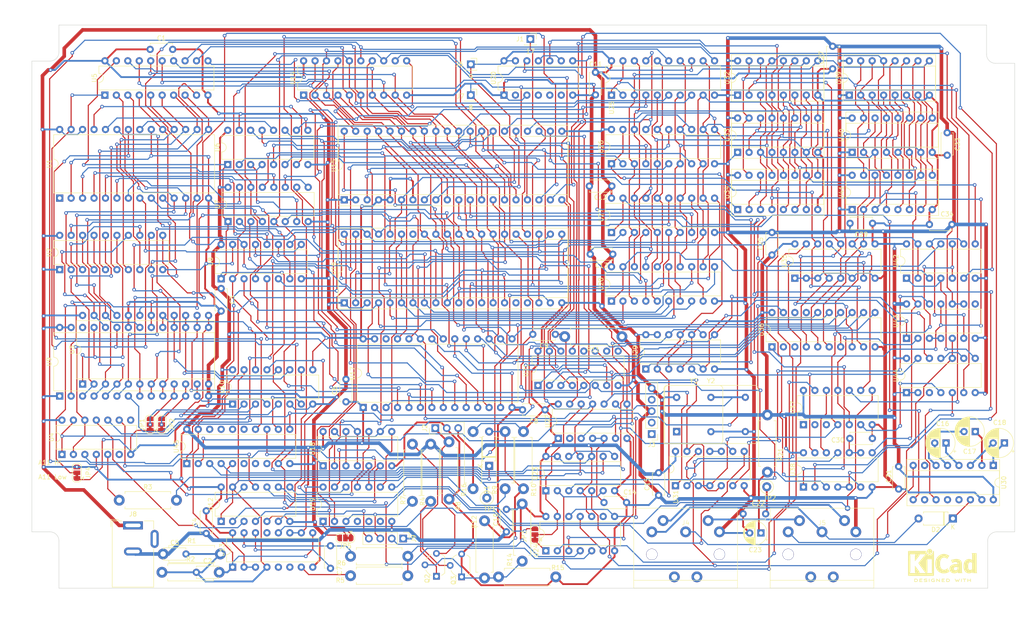
<source format=kicad_pcb>
(kicad_pcb (version 20240108) (generator "pcbnew") (generator_version "8.0")
  (layers (0 "F.Cu" signal) (31 "B.Cu" signal) (34 "B.Paste" user) (35 "F.Paste" user) (36 "B.SilkS" user "B.Silkscreen") (37 "F.SilkS" user "F.Silkscreen") (38 "B.Mask" user) (39 "F.Mask" user) (44 "Edge.Cuts" user))
  (net 0 "")
  (net 1 "GND")
  (net 2 "/RX")
  (net 3 "+5V")
  (net 4 "Net-(JP5-C)")
  (net 5 "/TX")
  (net 6 "/E")
  (net 7 "/A3")
  (net 8 "/D3")
  (net 9 "/D4")
  (net 10 "/A4")
  (net 11 "/A0")
  (net 12 "/D0")
  (net 13 "/D5")
  (net 14 "/A5")
  (net 15 "/A6")
  (net 16 "/D6")
  (net 17 "/D7")
  (net 18 "/A7")
  (net 19 "/A1")
  (net 20 "/D1")
  (net 21 "/D2")
  (net 22 "/A2")
  (net 23 "/A12")
  (net 24 "/A13")
  (net 25 "/~{CEROM}")
  (net 26 "/CLK18M")
  (net 27 "/A15")
  (net 28 "/A14")
  (net 29 "/A10")
  (net 30 "/A11")
  (net 31 "/A9")
  (net 32 "/A8")
  (net 33 "/~{RST}")
  (net 34 "/R{slash}~{W}")
  (net 35 "/TEXT")
  (net 36 "/CPUCLK")
  (net 37 "/GTEXT")
  (net 38 "/VS")
  (net 40 "Net-(C22-Pad1)")
  (net 42 "/HIRES")
  (net 54 "Net-(U24A-Q)")
  (net 59 "/CSYNC")
  (net 62 "Net-(U37-Pad6)")
  (net 63 "/E_half")
  (net 67 "Net-(R9-Pad1)")
  (net 68 "Net-(D1-K)")
  (net 69 "Net-(J4-Pad5)")
  (net 70 "/DOUT")
  (net 71 "Net-(J4-Pad4)")
  (net 72 "/Din")
  (net 73 "Net-(U4A-Q)")
  (net 74 "Net-(U42-Pad1)")
  (net 75 "Net-(U23B-D)")
  (net 76 "Net-(C23-Pad1)")
  (net 77 "/CI")
  (net 78 "/R2")
  (net 79 "/SI")
  (net 80 "/R1")
  (net 81 "/R0")
  (net 82 "/V10")
  (net 83 "/V9")
  (net 84 "/V5")
  (net 85 "/V7")
  (net 86 "/V6")
  (net 87 "/V4")
  (net 88 "/V8")
  (net 89 "/V0")
  (net 90 "/TDAT")
  (net 91 "/~{LOAD}")
  (net 92 "/CRV")
  (net 93 "/BL")
  (net 94 "/V1")
  (net 95 "/V2")
  (net 96 "/V3")
  (net 97 "/~{RAS}")
  (net 98 "Net-(Q3-B)")
  (net 99 "Net-(Q2-B)")
  (net 100 "Net-(C9-Pad1)")
  (net 101 "/~{CPUCLK}")
  (net 102 "Net-(Q2-C)")
  (net 103 "Net-(U13B-RCext)")
  (net 104 "Net-(U18-Pad5)")
  (net 105 "Net-(J2-Pin_3)")
  (net 106 "Net-(C30-Pad1)")
  (net 107 "/GDAT")
  (net 108 "Net-(J2-Pin_1)")
  (net 109 "/SCLK")
  (net 111 "Net-(U21A-O0)")
  (net 112 "/Graphic RAM, MUX and Shiftregister/~{CPUL_En}")
  (net 113 "/Graphic RAM, MUX and Shiftregister/~{CPUH_En}")
  (net 114 "/Graphic RAM, MUX and Shiftregister/~{6845L_En}")
  (net 117 "Net-(U12-Pad10)")
  (net 119 "/Graphic RAM, MUX and Shiftregister/~{6845H_En}")
  (net 120 "/~{4000}")
  (net 122 "/~{8000}")
  (net 123 "/~{1000}")
  (net 124 "/CHARSET")
  (net 125 "Net-(U43-Pad3)")
  (net 126 "Net-(U37-Pad11)")
  (net 127 "Net-(U20-Cp1)")
  (net 128 "/~{CLK6M}")
  (net 129 "/RST")
  (net 130 "Net-(C14-Pad2)")
  (net 131 "/~{INVERT}")
  (net 132 "/AS")
  (net 133 "/LTDAT")
  (net 134 "/~{E}")
  (net 136 "Net-(U44-Pad11)")
  (net 137 "/CLK6M")
  (net 138 "Net-(U18-Pad12)")
  (net 139 "/R3")
  (net 140 "Net-(U18-Pad13)")
  (net 141 "Net-(U12-Pad8)")
  (net 142 "Net-(U12-Pad9)")
  (net 143 "/T{slash}G")
  (net 144 "/Graphic RAM, MUX and Shiftregister/~{GRAM_En}")
  (net 145 "Net-(U38-Pad2)")
  (net 146 "Net-(U4B-C)")
  (net 147 "Net-(U4A-C)")
  (net 148 "Net-(U4B-Q)")
  (net 149 "/Text RAM, MUX and Shiftregister1/TD2")
  (net 150 "/Text RAM, MUX and Shiftregister1/TA6")
  (net 151 "/Text RAM, MUX and Shiftregister1/TA10")
  (net 152 "/Text RAM, MUX and Shiftregister1/TD1")
  (net 153 "/Text RAM, MUX and Shiftregister1/TD3")
  (net 154 "/Text RAM, MUX and Shiftregister1/TA5")
  (net 155 "/Text RAM, MUX and Shiftregister1/TD4")
  (net 156 "/Text RAM, MUX and Shiftregister1/TA0")
  (net 157 "/Text RAM, MUX and Shiftregister1/TA7")
  (net 158 "/Text RAM, MUX and Shiftregister1/~{TRAMWE}")
  (net 159 "/Text RAM, MUX and Shiftregister1/TA2")
  (net 160 "/Text RAM, MUX and Shiftregister1/TD7")
  (net 161 "/Text RAM, MUX and Shiftregister1/TA1")
  (net 162 "/Text RAM, MUX and Shiftregister1/TD0")
  (net 163 "/Text RAM, MUX and Shiftregister1/TA4")
  (net 164 "/Text RAM, MUX and Shiftregister1/TA3")
  (net 165 "/Text RAM, MUX and Shiftregister1/TD6")
  (net 166 "/Text RAM, MUX and Shiftregister1/TD5")
  (net 167 "/Text RAM, MUX and Shiftregister1/TA9")
  (net 168 "/Text RAM, MUX and Shiftregister1/TA8")
  (net 169 "/Text RAM, MUX and Shiftregister1/LD0")
  (net 170 "/Text RAM, MUX and Shiftregister1/LD1")
  (net 171 "/Text RAM, MUX and Shiftregister1/LD2")
  (net 172 "/LD7")
  (net 173 "/Text RAM, MUX and Shiftregister1/LD3")
  (net 174 "/Text RAM, MUX and Shiftregister1/LD4")
  (net 175 "/Text RAM, MUX and Shiftregister1/LD6")
  (net 176 "/Text RAM, MUX and Shiftregister1/LD5")
  (net 177 "/Text RAM, MUX and Shiftregister1/XD6")
  (net 178 "/Text RAM, MUX and Shiftregister1/XD7")
  (net 179 "/Text RAM, MUX and Shiftregister1/XD3")
  (net 180 "/Text RAM, MUX and Shiftregister1/XD2")
  (net 181 "/Text RAM, MUX and Shiftregister1/XD5")
  (net 182 "/Text RAM, MUX and Shiftregister1/XD4")
  (net 183 "/Video Signal Genration/U18_4")
  (net 184 "Net-(U18-Pad8)")
  (net 185 "/Graphic RAM, MUX and Shiftregister/VA3")
  (net 186 "/Graphic RAM, MUX and Shiftregister/VA1")
  (net 187 "/Graphic RAM, MUX and Shiftregister/VA0")
  (net 188 "/Graphic RAM, MUX and Shiftregister/VA5")
  (net 189 "/Graphic RAM, MUX and Shiftregister/VA6")
  (net 190 "/Graphic RAM, MUX and Shiftregister/VA4")
  (net 191 "/Graphic RAM, MUX and Shiftregister/VA2")
  (net 192 "Net-(U31-Pad6)")
  (net 193 "/Graphic RAM, MUX and Shiftregister/GD6")
  (net 194 "/Graphic RAM, MUX and Shiftregister/~{WE}")
  (net 195 "/Graphic RAM, MUX and Shiftregister/~{CAS}")
  (net 196 "/Graphic RAM, MUX and Shiftregister/GD2")
  (net 197 "/Graphic RAM, MUX and Shiftregister/GD7")
  (net 198 "/Graphic RAM, MUX and Shiftregister/GD5")
  (net 199 "/Graphic RAM, MUX and Shiftregister/GD4")
  (net 200 "/Graphic RAM, MUX and Shiftregister/GD3")
  (net 201 "Net-(U37-Pad12)")
  (net 202 "Net-(U42-Pad12)")
  (net 203 "/RASCRST")
  (net 204 "Net-(JP3-A)")
  (net 205 "Net-(U13A-RCext)")
  (net 206 "Net-(U13A-Cext)")
  (net 207 "Net-(JP3-B)")
  (net 208 "/Graphic RAM, MUX and Shiftregister/~{RASCLKIN}")
  (net 209 "/Graphic RAM, MUX and Shiftregister/RASCLKIN")
  (net 210 "/TXTON{slash}~{OFF}")
  (net 211 "/TDOTCLK")
  (net 212 "/GDOTCLK")
  (net 213 "Net-(U31-Pad10)")
  (net 216 "/~{R3}")
  (net 218 "/Text RAM, MUX and Shiftregister1/TRAMWE")
  (net 221 "/Text RAM, MUX and Shiftregister1/TA11")
  (net 222 "/V11")
  (net 223 "Net-(J1-Pin_1)")
  (net 224 "/4M6")
  (net 225 "/Graphic RAM, MUX and Shiftregister/VA7")
  (net 229 "Net-(Y2-OUT)")
  (net 231 "Net-(U30-C2+)")
  (net 232 "Net-(U30-C2-)")
  (net 233 "Net-(U30-VS-)")
  (net 234 "Net-(U30-VS+)")
  (net 235 "Net-(U30-C1-)")
  (net 236 "Net-(U30-C1+)")
  (net 237 "Net-(D2-A)")
  (net 245 "Net-(JP1-C)")
  (net 246 "Net-(JP2-C)")
  (net 247 "Net-(JP4-C)")
  (net 251 "/HS")
  (net 252 "Net-(J9-Pin_4)")
  (net 253 "/Video")
  (footprint "Package_DIP:DIP-20_W7.62mm" (layer "F.Cu") (at 148.55663 50.8 90)
    (property "Reference" "U26")
    (property "Value" "74LS244")
  )
  (footprint "Package_DIP:DIP-16_W7.62mm" (layer "F.Cu") (at 132.25 100 90)
    (property "Reference" "U21")
    (property "Value" "74LS139")
  )
  (footprint "Package_DIP:DIP-14_W7.62mm" (layer "F.Cu") (at 162.75 122.25 90)
    (property "Reference" "U31")
    (property "Value" "74LS32")
  )
  (footprint "Package_DIP:DIP-14_W7.62mm" (layer "F.Cu") (at 26.67 115.316 90)
    (property "Reference" "U4")
    (property "Value" "74LS74")
  )
  (footprint "Capacitor_THT:CP_Radial_D5.0mm_P2.50mm" (layer "F.Cu") (at 181.705113 132.75 180)
    (property "Reference" "C23")
    (property "Value" "47u/35")
  )
  (footprint "MountingHole:MountingHole_3.2mm_M3" (layer "F.Cu") (at 110 31)
    (property "Reference" "H2" (hide yes))
    (property "Value" "M3")
  )
  (footprint "MountingHole:MountingHole_3.2mm_M3" (layer "F.Cu") (at 30 131)
    (property "Reference" "H4" (hide yes))
    (property "Value" "M3")
  )
  (footprint "Capacitor_THT:C_Disc_D4.7mm_W2.5mm_P5.00mm" (layer "F.Cu") (at 151.892 125.984 180)
    (property "Reference" "C14")
    (property "Value" "?")
  )
  (footprint "Resistor_THT:R_Axial_DIN0411_L9.9mm_D3.6mm_P12.70mm_Horizontal" (layer "F.Cu") (at 39.37 125.476)
    (property "Reference" "R3")
    (property "Value" "560E")
  )
  (footprint "Capacitor_THT:C_Disc_D4.7mm_W2.5mm_P5.00mm" (layer "F.Cu") (at 56.468 141.478)
    (property "Reference" "C2")
    (property "Value" "?")
  )
  (footprint "Capacitor_THT:C_Disc_D4.7mm_W2.5mm_P5.00mm" (layer "F.Cu") (at 159.004 119.38 -90)
    (property "Reference" "C15")
    (property "Value" "100n")
  )
  (footprint "Package_DIP:DIP-16_W7.62mm_Socket" (layer "F.Cu") (at 201.93 48.26 90)
    (property "Reference" "U40")
    (property "Value" "4164")
  )
  (footprint "Package_DIP:DIP-20_W7.62mm" (layer "F.Cu") (at 184.15 91.44 90)
    (property "Reference" "U36")
    (property "Value" "74LS245")
  )
  (footprint "Package_DIP:DIP-16_W7.62mm_Socket" (layer "F.Cu") (at 201.93 60.96 90)
    (property "Reference" "U41")
    (property "Value" "4164")
  )
  (footprint "Resistor_THT:R_Axial_DIN0411_L9.9mm_D3.6mm_P12.70mm_Horizontal" (layer "F.Cu") (at 129.032 122.936 90)
    (property "Reference" "R10")
    (property "Value" "2k2")
  )
  (footprint "Package_DIP:DIP-14_W7.62mm" (layer "F.Cu") (at 213.995 89.535 90)
    (property "Reference" "U43")
    (property "Value" "74LS32")
  )
  (footprint "Resistor_THT:R_Axial_DIN0411_L9.9mm_D3.6mm_P12.70mm_Horizontal" (layer "F.Cu") (at 108.458 125.73 90)
    (property "Reference" "R4")
    (property "Value" "82E")
  )
  (footprint "Jumper:SolderJumper-3_P1.3mm_Bridged12_RoundedPad1.0x1.5mm" (layer "F.Cu") (at 89.535 133.858 180)
    (property "Reference" "JP5")
    (property "Value" "CSYNC/HS")
  )
  (footprint "Oscillator:Oscillator_DIP-14" (layer "F.Cu") (at 163 110.25)
    (property "Reference" "Y2")
    (property "Value" "19M66")
  )
  (footprint "Capacitor_THT:C_Disc_D4.7mm_W2.5mm_P5.00mm" (layer "F.Cu") (at 223.012 48.895 90)
    (property "Reference" "C33")
    (property "Value" "100n")
  )
  (footprint "Package_DIP:DIP-14_W7.62mm" (layer "F.Cu") (at 136.75 111.75 90)
    (property "Reference" "U22")
    (property "Value" "74LS04")
  )
  (footprint "Package_TO_SOT_THT:TO-92_Wide" (layer "F.Cu") (at 115.316 142.494 90)
    (property "Reference" "Q3")
    (property "Value" "BC337")
  )
  (footprint "Resistor_THT:R_Axial_DIN0411_L9.9mm_D3.6mm_P12.70mm_Horizontal" (layer "F.Cu") (at 90.678 142.24)
    (property "Reference" "R5")
    (property "Value" "2k2")
  )
  (footprint "Capacitor_THT:C_Disc_D4.7mm_W2.5mm_P5.00mm" (layer "F.Cu") (at 49.182 137.414)
    (property "Reference" "C5")
    (property "Value" "?")
  )
  (footprint "Jumper:SolderJumper-3_P1.3mm_Bridged12_RoundedPad1.0x1.5mm" (layer "F.Cu") (at 46.228 108.682 90)
    (property "Reference" "JP1")
    (property "Value" "SolderJumper_3_Bridged12" (hide yes))
  )
  (footprint "Package_DIP:DIP-16_W7.62mm_Socket" (layer "F.Cu") (at 176.53 48.26 90)
    (property "Reference" "U33")
    (property "Value" "4164")
  )
  (footprint "Capacitor_THT:C_Disc_D4.7mm_W2.5mm_P5.00mm" (layer "F.Cu") (at 206.462 64.008 180)
    (property "Reference" "C29")
    (property "Value" "100n")
  )
  (footprint "Package_DIP:DIP-16_W7.62mm_Socket" (layer "F.Cu") (at 176.53 35.56 90)
    (property "Reference" "U32")
    (property "Value" "4164")
  )
  (footprint "Capacitor_THT:C_Disc_D4.7mm_W2.5mm_P5.00mm" (layer "F.Cu") (at 184.15 71.04 90)
    (property "Reference" "C25")
    (property "Value" "100n")
  )
  (footprint "Package_DIP:DIP-20_W7.62mm" (layer "F.Cu") (at 26.162 74.295 90)
    (property "Reference" "U2")
    (property "Value" "74LS573" (hide yes))
  )
  (footprint "Package_DIP:DIP-14_W7.62mm" (layer "F.Cu") (at 191.135 122.555 90)
    (property "Reference" "U38")
    (property "Value" "74LS14")
  )
  (footprint "Resistor_THT:R_Axial_DIN0411_L9.9mm_D3.6mm_P12.70mm_Horizontal" (layer "F.Cu") (at 104.394 125.73 90)
    (property "Reference" "R7")
    (property "Value" "220E")
  )
  (footprint "Package_DIP:DIP-16_W7.62mm" (layer "F.Cu") (at 189.23 76.2 90)
    (property "Reference" "U35")
    (property "Value" "74LS166")
  )
  (footprint "Package_DIP:DIP-16_W7.62mm" (layer "F.Cu") (at 61.976 76.327 90)
    (property "Reference" "U8")
    (property "Value" "74LS157")
  )
  (footprint "Package_DIP:DIP-14_W7.62mm" (layer "F.Cu") (at 213.995 101.6 90)
    (property "Reference" "U44")
    (property "Value" "74LS32")
  )
  (footprint "Package_DIP:DIP-28_W15.24mm" (layer "F.Cu") (at 26.162 102.362 90)
    (property "Reference" "U9")
    (property "Value" "27C64")
  )
  (footprint "Connector_PinHeader_2.54mm:PinHeader_1x03_P2.54mm_Vertical" (layer "F.Cu") (at 109.474 109.474 90)
    (property "Reference" "J2")
    (property "Value" "BAS")
  )
  (footprint "Connector_PinSocket_2.54mm:PinSocket_1x01_P2.54mm_Vertical" (layer "F.Cu") (at 117.348 28.702)
    (property "Reference" "J6")
    (property "Value" "9")
  )
  (footprint "Package_DIP:DIP-16_W7.62mm" (layer "F.Cu") (at 63.441515 50.975801 90)
    (property "Reference" "U6")
    (property "Value" "74LS157")
  )
  (footprint "Package_DIP:DIP-28_W15.24mm" (layer "F.Cu") (at 93.472 104.902 90)
    (property "Reference" "U17")
    (property "Value" "27C64")
  )
  (footprint "Capacitor_THT:C_Disc_D4.7mm_W2.5mm_P5.00mm" (layer "F.Cu") (at 46.228 25.4)
    (property "Reference" "C1")
    (property "Value" "100n")
  )
  (footprint "Capacitor_THT:C_Disc_D4.7mm_W2.5mm_P5.00mm" (layer "F.Cu") (at 182.75 128.5 180)
    (property "Reference" "C22")
    (property "Value" "100n")
  )
  (footprint "my_own_conn:DIN-5_Stereo" (layer "F.Cu") (at 195.25 132.5)
    (property "Reference" "J5")
    (property "Value" "TF20")
  )
  (footprint "Resistor_THT:R_Axial_DIN0411_L9.9mm_D3.6mm_P12.70mm_Horizontal" (layer "F.Cu") (at 124.968 122.936 90)
    (property "Reference" "R9")
    (property "Value" "47E")
  )
  (footprint "Package_DIP:DIP-16_W7.62mm" (layer "F.Cu") (at 64.516 104.14 90)
    (property "Reference" "U10")
    (property "Value" "74LS166")
  )
  (footprint "Package_DIP:DIP-16_W7.62mm_Socket" (layer "F.Cu") (at 201.295 35.56 90)
    (property "Reference" "U39")
    (property "Value" "4164")
  )
  (footprint "MountingHole:MountingHole_3.2mm_M3" (layer "F.Cu") (at 230 31)
    (property "Reference" "H3" (hide yes))
    (property "Value" "M3")
  )
  (footprint "Package_DIP:DIP-20_W7.62mm" (layer "F.Cu") (at 54.356 117.348 90)
    (property "Reference" "U45")
    (property "Value" "GAL16V8")
  )
  (footprint "Connector_BarrelJack:BarrelJack_Wuerth_6941xx301002" (layer "F.Cu") (at 42.418 131.064)
    (property "Reference" "J8")
    (property "Value" "Barrel_Jack_Switch")
  )
  (footprint "Package_TO_SOT_THT:TO-92_Wide" (layer "F.Cu") (at 109.728 142.367 90)
    (property "Reference" "Q2")
    (property "Value" "BC337")
  )
  (footprint "Package_DIP:DIP-14_W7.62mm" (layer "F.Cu") (at 134.004998 136.704998 90)
    (property "Reference" "U24")
    (property "Value" "74LS74")
  )
  (footprint "Package_DIP:DIP-14_W7.62mm" (layer "F.Cu") (at 213.995 76.2 90)
    (property "Reference" "U42")
    (property "Value" "74LS32")
  )
  (footprint "Package_DIP:DIP-20_W7.62mm" (layer "F.Cu") (at 148.55663 35.56 90)
    (property "Reference" "U25")
    (property "Value" "74LS244")
  )
  (footprint "Capacitor_THT:C_Disc_D4.7mm_W2.5mm_P5.00mm" (layer "F.Cu") (at 133.818 105.41 180)
    (property "Reference" "C8")
    (property "Value" "100n")
  )
  (footprint "Package_DIP:DIP-16_W7.62mm_Socket" (layer "F.Cu") (at 176.53 60.96 90)
    (property "Reference" "U34")
    (property "Value" "4164")
  )
  (footprint "Diode_THT:D_A-405_P7.62mm_Horizontal" (layer "F.Cu") (at 224.282 129.54 180)
    (property "Reference" "D2")
    (property "Value" "1N4148")
  )
  (footprint "Package_DIP:DIP-14_W7.62mm" (layer "F.Cu") (at 84.582 130.175 90)
    (property "Reference" "U19")
    (property "Value" "74LS86")
  )
  (footprint "Capacitor_THT:C_Disc_D4.7mm_W2.5mm_P5.00mm" (layer "F.Cu") (at 197.612 29.718 90)
    (property "Reference" "C27")
    (property "Value" "100n")
  )
  (footprint "Resistor_THT:R_Axial_DIN0411_L9.9mm_D3.6mm_P12.70mm_Horizontal" (layer "F.Cu") (at 120.396 142.748 90)
    (property "Reference" "R12")
    (property "Value" "1k")
  )
  (footprint "Symbol:KiCad-Logo2_6mm_SilkScreen" (layer "F.Cu") (at 221.988514 139.258848)
    (property "Reference" "H7" (hide yes))
    (property "Value" "Graphics kicad" (hide yes))
  )
  (footprint "Capacitor_THT:C_Disc_D4.7mm_W2.5mm_P5.00mm" (layer "F.Cu") (at 145 30.5 -90)
    (property "Reference" "C11")
    (property "Value" "100n")
  )
  (footprint "Package_DIP:DIP-28_W15.24mm" (layer "F.Cu") (at 26.162 58.42 90)
    (property "Reference" "U1")
    (property "Value" "HY6264AxP")
  )
  (footprint "Capacitor_THT:C_Disc_D4.7mm_W2.5mm_P5.00mm" (layer "F.Cu") (at 58.674 132.842 90)
    (property "Reference" "C4")
    (property "Value" "?")
  )
  (footprint "Capacitor_THT:C_Disc_D4.7mm_W2.5mm_P5.00mm" (layer "F.Cu") (at 61.976 78.486 -90)
    (property "Reference" "C3")
    (property "Value" "100n")
  )
  (footprint "MountingHole:MountingHole_3.2mm_M3" (layer "F.Cu") (at 110 131)
    (property "Reference" "H6" (hide yes))
    (property "Value" "M3")
  )
  (footprint "Package_DIP:DIP-14_W7.62mm" (layer "F.Cu") (at 61.976 130.175 90)
    (property "Reference" "U12")
    (property "Value" "74LS32")
  )
  (footprint "Package_DIP:DIP-20_W7.62mm" (layer "F.Cu") (at 148.55663 81.28 90)
    (property "Reference" "U28")
    (property "Value" "74LS244")
  )
  (footprint "Package_DIP:DIP-16_W7.62mm" (layer "F.Cu") (at 63.5 63.627 90)
    (property "Reference" "U7")
    (property "Value" "74LS157")
  )
  (footprint "Resistor_THT:R_Axial_DIN0411_L9.9mm_D3.6mm_P12.70mm_Horizontal" (layer "F.Cu") (at 49.102 137.414)
    (property "Reference" "R1")
    (property "Value" "?")
  )
  (footprint "Resistor_THT:R_Axial_DIN0411_L9.9mm_D3.6mm_P12.70mm_Horizontal" (layer "F.Cu") (at 128.75 139 90)
    (property "Reference" "R14")
    (property "Value" "2k2")
  )
  (footprint "Oscillator:Oscillator_DIP-8" (layer "F.Cu") (at 162.990849 110.265099)
    (property "Reference" "Y3")
    (property "Value" "19M66")
  )
  (footprint "Jumper:SolderJumper-3_P1.3mm_Bridged12_RoundedPad1.0x1.5mm" (layer "F.Cu") (at 29.972 119.38 90)
    (property "Reference" "JP4")
    (property "Value" "SolderJumper_3_Bridged12" (hide yes))
  )
  (footprint "Package_DIP:DIP-20_W7.62mm" (layer "F.Cu") (at 148.55663 66.04 90)
    (property "Reference" "U27")
    (property "Value" "74LS244")
  )
  (footprint "Capacitor_THT:C_Disc_D4.7mm_W2.5mm_P5.00mm" (layer "F.Cu") (at 125.25 127.5 -90)
    (property "Reference" "C10")
    (property "Value" "100n")
  )
  (footprint "Diode_THT:D_A-405_P7.62mm_Horizontal" (layer "F.Cu") (at 121.412 117.856 90)
    (property "Reference" "D1")
    (property "Value" "1N4148")
  )
  (footprint "Capacitor_THT:C_Disc_D4.7mm_W2.5mm_P5.00mm" (layer "F.Cu") (at 148.844 70.866 180)
    (property "Reference" "C13")
    (property "Value" "100n")
  )
  (footprint "Capacitor_THT:CP_Radial_D6.3mm_P2.50mm" (layer "F.Cu") (at 235.712 112.776 180)
    (property "Reference" "C18")
    (property "Value" "10u/16")
  )
  (footprint "TestPoint:TestPoint_Loop_D1.80mm_Drill1.0mm_Beaded" (layer "F.Cu") (at 120.904 124.968)
    (property "Reference" "TP1")
    (property "Value" "TestPoint")
  )
  (footprint "Connector_PinHeader_2.54mm:PinHeader_1x05_P2.54mm_Vertical" (layer "F.Cu") (at 157.48 110.79 180)
    (property "Reference" "J3")
    (property "Value" "Power")
  )
  (footprint "Resistor_THT:R_Axial_DIN0411_L9.9mm_D3.6mm_P12.70mm_Horizontal" (layer "F.Cu") (at 123.5 142.5)
    (property "Reference" "R15")
    (property "Value" "1k")
  )
  (footprint "Connector_PinSocket_2.54mm:PinSocket_1x01_P2.54mm_Vertical" (layer "F.Cu") (at 130.556 23.114)
    (property "Reference" "J1")
    (property "Value" "17")
  )
  (footprint "Resistor_THT:R_Axial_DIN0411_L9.9mm_D3.6mm_P12.70mm_Horizontal" (layer "F.Cu") (at 112.522 112.522 -90)
    (property "Reference" "R8")
    (property "Value" "82E")
  )
  (footprint "Resistor_THT:R_Axial_DIN0411_L9.9mm_D3.6mm_P12.70mm_Horizontal" (layer "F.Cu") (at 90.678 137.922)
    (property "Reference" "R6")
    (property "Value" "2k2")
  )
  (footprint "Capacitor_THT:C_Disc_D4.7mm_W2.5mm_P5.00mm" (layer "F.Cu") (at 136.104 88.646 180)
    (property "Reference" "C9")
    (property "Value" "?")
  )
  (footprint "Resistor_THT:R_Axial_DIN0411_L9.9mm_D3.6mm_P12.70mm_Horizontal" (layer "F.Cu") (at 117.856 122.936 90)
    (property "Reference" "R16")
    (property "Value" "220E")
  )
  (footprint "TestPoint:TestPoint_Loop_D1.80mm_Drill1.0mm_Beaded" (layer "F.Cu") (at 183 122.5)
    (property "Reference" "TP2")
    (property "Value" "TestPoint")
  )
  (footprint "Capacitor_THT:CP_Radial_D6.3mm_P2.50mm" (layer "F.Cu") (at 222.758 112.776 180)
    (property "Reference" "C16")
    (property "Value" "10u/16")
  )
  (footprint "Capacitor_THT:C_Disc_D4.7mm_W2.5mm_P5.00mm" (layer "F.Cu") (at 148.64163 55.75 180)
    (property "Reference" "C12")
    (property "Value" "100n")
  )
  (footprint "Package_DIP:DIP-20_W7.62mm" (layer "F.Cu") (at 80.264 35.56 90)
    (property "Reference" "U14")
    (property "Value" "74LS573" (hide yes))
  )
  (footprint "Package_DIP:DIP-14_W7.62mm" (layer "F.Cu") (at 191.135 108.712 90)
    (property "Reference" "U37")
    (property "Value" "74LS08")
  )
  (footprint "Capacitor_THT:C_Disc_D4.7mm_W2.5mm_P5.00mm" (layer "F.Cu") (at 89.662 103.632 90)
    (property "Reference" "C6")
    (property "Value" "100n")
  )
  (footprint "Resistor_THT:R_Axial_DIN0411_L9.9mm_D3.6mm_P12.70mm_Horizontal" (layer "F.Cu") (at 48.848 141.478)
    (property "Reference" "R2")
    (property "Value" "?")
  )
  (footprint "Resistor_THT:R_Axial_DIN0411_L9.9mm_D3.6mm_P12.70mm_Horizontal" (layer "F.Cu") (at 150.876 89.154 180)
    (property "Reference" "R11")
    (property "Value" "220E")
  )
  (footprint "MountingHole:MountingHole_3.2mm_M3" (layer "F.Cu") (at 230 131)
    (property "Reference" "H5" (hide yes))
    (property "Value" "M3")
  )
  (footprint "Capacitor_THT:C_Disc_D4.7mm_W2.5mm_P5.00mm" (layer "F.Cu") (at 212.25 118 -90)
    (property "Reference" "C31")
    (property "Value" "100n")
  )
  (footprint "my_own_conn:DIN-5_Stereo" (layer "F.Cu") (at 165 132.5)
    (property "Reference" "J4")
    (property "Value" "HX20")
  )
  (footprint "Package_DIP:DIP-14_W7.62mm" (layer "F.Cu") (at 134.004998 123.369998 90)
    (property "Reference" "U23")
    (property "Value" "74LS74")
  )
  (footprint "MountingHole:MountingHole_3.2mm_M3" (layer "F.Cu") (at 30 31)
    (property "Reference" "H1" (hide yes))
    (property "Value" "M3")
  )
  (footprint "Capacitor_THT:C_Disc_D4.7mm_W2.5mm_P5.00mm" (layer "F.Cu") (at 219.075 64.262)
    (property "Reference" "C34")
    (property "Value" "100n")
  )
  (footprint "Capacitor_THT:C_Disc_D4.7mm_W2.5mm_P5.00mm" (layer "F.Cu") (at 201.422 111.76)
    (property "Reference" "C30")
    (property "Value" "?")
  )
  (footprint "Package_DIP:DIP-14_W7.62mm" (layer "F.Cu") (at 124.714 35.56 90)
    (property "Reference" "U20")
    (property "Value" "74LS290")
  )
  (footprint "Package_DIP:DIP-16_W7.62mm" (layer "F.Cu") (at 64.516 140.335 90)
    (property "Reference" "U13")
    (property "Value" "74LS221")
  )
  (footprint "Package_DIP:DIP-20_W7.62mm" (layer "F.Cu") (at 36.195 35.56 90)
    (property "Reference" "U5")
    (property "Value" "74LS245")
  )
  (footprint "Jumper:SolderJumper-3_P1.3mm_Bridged12_RoundedPad1.0x1.5mm" (layer "F.Cu") (at 48.768 108.682 90)
    (property "Reference" "JP2")
    (property "Value" "SolderJumper_3_Bridged12" (hide yes))
  )
  (footprint "Package_DIP:DIP-40_W15.24mm_Socket" (layer "F.Cu") (at 89.281 81.661 90)
    (property "Reference" "U16")
    (property "Value" "MC6845")
  )
  (footprint "Package_DIP:DIP-14_W7.62mm" (layer "F.Cu") (at 156.17663 96.36 90)
    (property "Reference" "U29")
    (property "Value" "74LS107")
  )
  (footprint "Connector_PinSocket_2.54mm:PinSocket_1x01_P2.54mm_Vertical" (layer "F.Cu") (at 117.348 35.56)
    (property "Reference" "J7")
    (property "Value" "8")
  )
  (footprint "Jumper:SolderJumper-3_P1.3mm_Bridged12_RoundedPad1.0x1.5mm" (layer "F.Cu") (at 131.572 133.096 90)
    (property "Reference" "JP3")
    (property "Value" "fix on PCB!")
  )
  (footprint "Package_DIP:DIP-14_W7.62mm" (layer "F.Cu") (at 84.582 117.856 90)
    (property "Reference" "U18")
    (property "Value" "74LS08")
  )
  (footprint "Capacitor_THT:CP_Radial_D6.3mm_P2.50mm" (layer "F.Cu") (at 229.25 110.25 180)
    (property "Reference" "C17")
    (property "Value" "10u/16")
  )
  (footprint "Package_DIP:DIP-40_W15.24mm_Socket" (layer "F.Cu") (at 89.281 58.801 90)
    (property "Reference" "U15")
    (property "Value" "MC6803")
  )
  (footprint "Resistor_THT:R_Axial_DIN0411_L9.9mm_D3.6mm_P12.70mm_Horizontal" (layer "F.Cu") (at 183.134 119.25 90)
    (property "Reference" "R21")
    (property "Value" "4k7")
  )
  (footprint "Connector_PinHeader_2.54mm:PinHeader_1x04_P2.54mm_Vertical" (layer "F.Cu") (at 102.362 133.985 -90)
    (property "Reference" "J9")
    (property "Value" "MDA")
  )
  (footprint "Capacitor_THT:C_Disc_D4.7mm_W2.5mm_P5.00mm" (layer "F.Cu") (at 86.233 140.589 90)
    (property "Reference" "C7")
    (property "Value" "47p")
  )
  (footprint "Package_DIP:DIP-24_W15.24mm" (layer "F.Cu") (at 31.242 99.695 90)
    (property "Reference" "U3")
    (property "Value" "27C32")
  )
  (footprint "Package_DIP:DIP-16_W7.62mm_Socket" (layer "F.Cu") (at 233.25 117.75 -90)
    (property "Reference" "U30")
    (property "Value" "MAX232")
  )
  (gr_line (start 24 132.5) (end 20 132.5) (stroke (width 0.1)) (layer "Edge.Cuts"))
  (gr_line (start 232 134.5) (end 232 145) (stroke (width 0.1)) (layer "Edge.Cuts"))
  (gr_line (start 20 132.5) (end 20 28) (stroke (width 0.1)) (layer "Edge.Cuts"))
  (gr_line (start 26 145) (end 26 134.5) (stroke (width 0.1)) (layer "Edge.Cuts"))
  (gr_arc (start 232 134.5) (mid 232.585786 133.085786) (end 234 132.5) (stroke (width 0.1)) (layer "Edge.Cuts"))
  (gr_line (start 20 28) (end 24 28) (stroke (width 0.1)) (layer "Edge.Cuts"))
  (gr_arc (start 26 26) (mid 25.414214 27.414214) (end 24 28) (stroke (width 0.1)) (layer "Edge.Cuts"))
  (gr_line (start 231.75 20) (end 231.75 26.5) (stroke (width 0.1)) (layer "Edge.Cuts"))
  (gr_line (start 233.75 28.5) (end 238 28.5) (stroke (width 0.1)) (layer "Edge.Cuts"))
  (gr_line (start 26 26) (end 26 20) (stroke (width 0.1)) (layer "Edge.Cuts"))
  (gr_arc (start 24 132.5) (mid 25.414214 133.085786) (end 26 134.5) (stroke (width 0.1)) (layer "Edge.Cuts"))
  (gr_line (start 238 132.5) (end 234 132.5) (stroke (width 0.1)) (layer "Edge.Cuts"))
  (gr_line (start 26 20) (end 231.75 20) (stroke (width 0.1)) (layer "Edge.Cuts"))
  (gr_line (start 238 28.5) (end 238 132.5) (stroke (width 0.1)) (layer "Edge.Cuts"))
  (gr_line (start 232 145) (end 26 145) (stroke (width 0.1)) (layer "Edge.Cuts"))
  (gr_arc (start 233.75 28.5) (mid 232.335786 27.914214) (end 231.75 26.5) (stroke (width 0.1)) (layer "Edge.Cuts"))
  (gr_text "A11 Hi\n\nA11 Low" (at 21.336 120.904 0) (layer "F.SilkS") (effects (font (size 1 1)) (justify left bottom)))
  (segment (start 51.816 109.982) (end 51.816 113.03) (width 0.4) (layer "F.Cu") (net 1))
  (segment (start 144.14163 55.25) (end 143.64163 55.75) (width 0.8) (layer "F.Cu") (net 1))
  (segment (start 199.136 27.94) (end 199.136 35.814) (width 0.8) (layer "F.Cu") (net 1))
  (segment (start 82.54999 107.69601) (end 87.63 102.616) (width 0.8) (layer "F.Cu") (net 1))
  (segment (start 143.64163 55.75) (end 143.64163 70.66363) (width 0.8) (layer "F.Cu") (net 1))
  (segment (start 61.976 83.486) (end 61.046584 84.415416) (width 0.8) (layer "F.Cu") (net 1))
  (segment (start 174.371 22.86) (end 174.371 27.813) (width 0.8) (layer "F.Cu") (net 1))
  (segment (start 224.536 63.801) (end 224.536 44.149) (width 0.8) (layer "F.Cu") (net 1))
  (segment (start 87.6 133.223) (end 88.235 133.858) (width 0.25) (layer "F.Cu") (net 1))
  (segment (start 174.371 35.687) (end 174.371 40.513) (width 0.8) (layer "F.Cu") (net 1))
  (segment (start 58.928 104.520998) (end 57.277002 104.520998) (width 0.4) (layer "F.Cu") (net 1))
  (segment (start 157.5 40.750006) (end 157.5 26.175) (width 0.25) (layer "F.Cu") (net 1))
  (segment (start 125.222 32.349998) (end 124.714 32.857998) (width 0.4) (layer "F.Cu") (net 1))
  (segment (start 199.136 48.514) (end 199.136 40.767014) (width 0.8) (layer "F.Cu") (net 1))
  (segment (start 231.648 89.662004) (end 231.648 101.600018) (width 0.8) (layer "F.Cu") (net 1))
  (segment (start 100.838 117.856) (end 99.822 117.856) (width 0.4) (layer "F.Cu") (net 1))
  (segment (start 46.482 84.455) (end 46.482 87.122) (width 0.25) (layer "F.Cu") (net 1))
  (segment (start 143.844 70.866) (end 144.75 71.772) (width 0.8) (layer "F.Cu") (net 1))
  (segment (start 83.82 134.239) (end 84.836 133.223) (width 0.4) (layer "F.Cu") (net 1))
  (segment (start 177.75 131.294887) (end 179.205113 132.75) (width 0.4) (layer "F.Cu") (net 1))
  (segment (start 119.634 144.348) (end 134.352 144.348) (width 0.4) (layer "F.Cu") (net 1))
  (segment (start 231.394 89.408004) (end 231.648 89.662004) (width 0.8) (layer "F.Cu") (net 1))
  (segment (start 57.277002 104.520998) (end 51.816 109.982) (width 0.4) (layer "F.Cu") (net 1))
  (segment (start 123.368 130.618) (end 125.25 132.5) (width 0.4) (layer "F.Cu") (net 1))
  (segment (start 84.836 133.223) (end 87.6 133.223) (width 0.25) (layer "F.Cu") (net 1))
  (segment (start 61.468 39.624) (end 59.055 37.211) (width 0.4) (layer "F.Cu") (net 1))
  (segment (start 136.2 142.5) (end 137.8 144.1) (width 0.4) (layer "F.Cu") (net 1))
  (segment (start 180.165009 110.249986) (end 180.165001 110.249994) (width 0.8) (layer "F.Cu") (net 1))
  (segment (start 84.709 40.513) (end 85.852 41.656) (width 0.8) (layer "F.Cu") (net 1))
  (segment (start 231.648 64.262006) (end 231.648 89.154004) (width 0.8) (layer "F.Cu") (net 1))
  (segment (start 65.981515 43.355801) (end 65.981515 40.024485) (width 0.25) (layer "F.Cu") (net 1))
  (segment (start 60.489999 81.999999) (end 60.489999 80.575537) (width 0.4) (layer "F.Cu") (net 1))
  (segment (start 83.82 138.811) (end 83.82 134.239) (width 0.4) (layer "F.Cu") (net 1))
  (segment (start 177.99 122.25) (end 177.99 123.458) (width 0.4) (layer "F.Cu") (net 1))
  (segment (start 209.250001 92.156001) (end 209.019 91.925) (width 0.8) (layer "F.Cu") (net 1))
  (segment (start 180.165009 110.250002) (end 180.165001 110.249994) (width 0.8) (layer "F.Cu") (net 1))
  (segment (start 155.5 41) (end 154.76163 41.73837) (width 0.25) (layer "F.Cu") (net 1))
  (segment (start 206.375 108.712) (end 207.772 108.712) (width 0.4) (layer "F.Cu") (net 1))
  (segment (start 224.155 79.375) (end 223.012 78.232) (width 0.25) (layer "F.Cu") (net 1))
  (segment (start 174.371 53.213) (end 174.371 40.513) (width 0.8) (layer "F.Cu") (net 1))
  (segment (start 112.014 109.474) (end 110.744 108.204) (width 0.4) (layer "F.Cu") (net 1))
  (segment (start 231.648 89.154004) (end 231.394 89.408004) (width 0.8) (layer "F.Cu") (net 1))
  (segment (start 46.482 43.18) (end 46.482 49.022) (width 0.25) (layer "F.Cu") (net 1))
  (segment (start 110.744 108.204) (end 105.41 108.204) (width 0.4) (layer "F.Cu") (net 1))
  (segment (start 154.76163 58.73837) (end 154.76163 63.01163) (width 0.25) (layer "F.Cu") (net 1))
  (segment (start 112.014 109.728) (end 114.808 112.522) (width 0.4) (layer "F.Cu") (net 1))
  (segment (start 48.768 109.982) (end 46.228 109.982) (width 0.25) (layer "F.Cu") (net 1))
  (segment (start 224.282 43.895) (end 223.012 43.895) (width 0.8) (layer "F.Cu") (net 1))
  (segment (start 223.012 41.91) (end 221.742 40.64) (width 0.8) (layer "F.Cu") (net 1))
  (segment (start 57.15 25.4) (end 57.855 26.105) (width 0.4) (layer "F.Cu") (net 1))
  (segment (start 82.296 140.335) (end 83.82 138.811) (width 0.4) (layer "F.Cu") (net 1))
  (segment (start 89.662 100.584) (end 87.63 102.616) (width 0.8) (layer "F.Cu") (net 1))
  (segment (start 208.788 65.786) (end 209.25 66.248) (width 0.8) (layer "F.Cu") (net 1))
  (segment (start 224.075 65.739) (end 224.075 64.262) (width 0.25) (layer "F.Cu") (net 1))
  (segment (start 212.25 123) (end 209.250001 120.000001) (width 0.8) (layer "F.Cu") (net 1))
  (segment (start 199.136 40.767014) (end 199.263007 40.640007) (width 0.8) (layer "F.Cu") (net 1))
  (segment (start 154.76163 44.26163) (end 157.30163 46.80163) (width 0.25) (layer "F.Cu") (net 1))
  (segment (start 224.075 64.262) (end 224.536 63.801) (width 0.8) (layer "F.Cu") (net 1))
  (segment (start 224.536 44.149) (end 224.282 43.895) (width 0.8) (layer "F.Cu") (net 1))
  (segment (start 154.94 107.854) (end 154.94 119.864) (width 0.8) (layer "F.Cu") (net 1))
  (segment (start 209.250001 120.000001) (end 209.250001 110.190001) (width 0.8) (layer "F.Cu") (net 1))
  (segment (start 151.892 125.984) (end 151.892 129.108) (width 0.4) (layer "F.Cu") (net 1))
  (segment (start 149.244998 138.029002) (end 149.244998 136.704998) (width 0.4) (layer "F.Cu") (net 1))
  (segment (start 59.182 58.42) (end 59.182 69.450858) (width 0.4) (layer "F.Cu") (net 1))
  (segment (start 85.852 76.2) (end 85.852 82.042) (width 0.8) (layer "F.Cu") (net 1))
  (segment (start 144.75 83.028) (end 153.475 91.753) (width 0.8) (layer "F.Cu") (net 1))
  (segment (start 89.662 87.268537) (end 85.851995 83.458532) (width 0.8) (layer "F.Cu") (net 1))
  (segment (start 59.182 69.450858) (end 58.674 69.958858) (width 0.4) (layer "F.Cu") (net 1))
  (segment (start 66.04 56.007) (end 66.04 59.436) (width 0.25) (layer "F.Cu") (net 1))
  (segment (start 89.662 98.632) (end 89.662 100.584) (width 0.8) (layer "F.Cu") (net 1))
  (segment (start 76.091 129.05) (end 77.216 130.175) (width 0.25) (layer "F.Cu") (net 1))
  (segment (start 85.851995 83.458532) (end 85.851995 82.042005) (width 0.8) (layer "F.Cu") (net 1))
  (segment (start 60.489999 80.575537) (end 58.42 78.505538) (width 0.4) (layer "F.Cu") (net 1))
  (segment (start 58.42 78.505538) (end 58.42 73.211713) (width 0.4) (layer "F.Cu") (net 1))
  (segment (start 178.5 96.5) (end 178.5 82) (width 0.8) (layer "F.Cu") (net 1))
  (segment (start 223.012 43.895) (end 223.012 41.91) (width 0.8) (layer "F.Cu") (net 1))
  (segment (start 152.789999 119.824997) (end 149.244998 123.369998) (width 0.4) (layer "F.Cu") (net 1))
  (segment (start 85.598 50.558995) (end 85.611 50.545995) (width 0.8) (layer "F.Cu") (net 1))
  (segment (start 157.48 105.71) (end 157.018 105.71) (width 0.8) (layer "F.Cu") (net 1))
  (segment (start 82.54999 117.217974) (end 82.54999 107.69601) (width 0.8) (layer "F.Cu") (net 1))
  (segment (start 174.371 66.04) (end 178.25 69.919) (width 0.8) (layer "F.Cu") (net 1))
  (segment (start 82.804 131.191) (end 84.836 133.223) (width 0.8) (layer "F.Cu") (net 1))
  (segment (start 61.046584 93.639416) (end 59.182 95.504) (width 0.8) (layer "F.Cu") (net 1))
  (segment (start 72.136 130.175) (end 73.261 129.05) (width 0.25) (layer "F.Cu") (net 1))
  (segment (start 102.616 116.078) (end 100.838 117.856) (width 0.4) (layer "F.Cu") (net 1))
  (segment (start 64.516 68.707) (end 64.516 72.861165) (width 0.25) (layer "F.Cu") (net 1))
  (segment (start 209.25 66.248) (end 209.25 75.25) (width 0.8) (layer "F.Cu") (net 1))
  (segment (start 58.674 69.958858) (end 58.674 72.957713) (width 0.4) (layer "F.Cu") (net 1))
  (segment (start 59.182 104.266998) (end 58.928 104.520998) (width 0.4) (layer "F.Cu") (net 1))
  (segment (start 137.8 144.1) (end 143.174 144.1) (width 0.4) (layer "F.Cu") (net 1))
  (segment (start 113.792 93.472) (end 113.792 89.662) (width 0.25) (layer "F.Cu") (net 1))
  (segment (start 84.709 40.005) (end 84.709 40.513) (width 0.25) (layer "F.Cu") (net 1))
  (segment (start 157.384798 70.615202) (end 156.25 71.75) (width 0.25) (layer "F.Cu") (net 1))
  (segment (start 180.165009 124.302991) (end 180.165009 110.250002) (width 0.8) (layer "F.Cu") (net 1))
  (segment (start 231.394 101.854) (end 231.394 101.854018) (width 0.8) (layer "F.Cu") (net 1))
  (segment (start 231.648 101.600018) (end 231.394 101.854018) (width 0.8) (layer "F.Cu") (net 1))
  (segment (start 112.522 125.222) (end 117.856 130.556) (width 0.4) (layer "F.Cu") (net 1))
  (segment (start 28.702 58.42) (end 28.702 50.546) (width 0.25) (layer "F.Cu") (net 1))
  (segment (start 57.855 26.105) (end 57.855 34.36) (width 0.4) (layer "F.Cu") (net 1))
  (segment (start 199.136 27.94) (end 199.136 24.765) (width 0.8) (layer "F.Cu") (net 1))
  (segment (start 59.182 99.695) (end 59.182 102.362) (width 0.8) (layer "F.Cu") (net 1))
  (segment (start 41.402 84.455) (end 41.402 81.788) (width 0.4) (layer "F.Cu") (net 1))
  (segment (start 208.534 91.44) (end 209.019 91.925) (width 0.4) (layer "F.Cu") (net 1))
  (segment (start 151.99 111.75) (end 152.789999 112.549999) (width 0.4) (layer "F.Cu") (net 1))
  (segment (start 57.855 34.36) (end 59.055 35.56) (width 0.4) (layer "F.Cu") (net 1))
  (segment (start 59.182 95.504) (end 59.182 99.695) (width 0.8) (layer "F.Cu") (net 1))
  (segment (start 126.492 97.282) (end 126.492 104.902) (width 0.25) (layer "F.Cu") (net 1))
  (segment (start 115.316 140.03) (end 119.634 144.348) (width 0.4) (layer "F.Cu") (net 1))
  (segment (start 207.01 76.2) (end 208.3 76.2) (width 0.4) (layer "F.Cu") (net 1))
  (segment (start 46.482 84.455) (end 46.482 81.7) (width 0.25) (layer "F.Cu") (net 1))
  (segment (start 85.598 75.946) (end 85.598 58.801) (width 0.8) (layer "F.Cu") (net 1))
  (segment (start 177.99 123.458) (end 179.5 124.968) (width 0.4) (layer "F.Cu") (net 1))
  (segment (start 157.250003 41.000003) (end 157.5 40.750006) (width 0.25) (layer "F.Cu") (net 1))
  (segment (start 209.25 91.694) (end 209.25 75.25) (width 0.8) (layer "F.Cu") (net 1))
  (segment (start 123.716 44.468) (end 127 47.752) (width 0.25) (layer "F.Cu") (net 1))
  (segment (start 43.24 109.982) (end 41.91 111.312) (width 0.25) (layer "F.Cu") (net 1))
  (segment (start 123.368 108.799629) (end 123.368 130.618) (width 0.4) (layer "F.Cu") (net 1))
  (segment (start 178.25 69.919) (end 178.25 81.75) (width 0.8) (layer "F.Cu") (net 1))
  (segment (start 82.54999 130.04799) (end 82.54999 117.217974) (width 0.8) (layer "F.Cu") (net 1))
  (segment (start 59.182 102.362) (end 59.182 104.266998) (width 0.4) (layer "F.Cu") (net 1))
  (segment (start 61.976 83.486) (end 60.489999 81.999999) (width 0.4) (layer "F.Cu") (net 1))
  (segment (start 157.48 105.71) (end 157.084 105.71) (width 0.8) (layer "F.Cu") (net 1))
  (segment (start 199.136 24.765) (end 199.136004 24.764996) (width 0.8) (layer "F.Cu") (net 1))
  (segment (start 206.375 122.555) (end 211.805 122.555) (width 0.4) (layer "F.Cu") (net 1))
  (segment (start 82.804 130.302) (end 82.804 131.191) (width 0.8) (layer "F.Cu") (net 1))
  (segment (start 46.482 81.7) (end 46.736 81.446) (width 0.25) (layer "F.Cu") (net 1))
  (segment (start 207.772 108.712) (end 209.250001 110.190001) (width 0.4) (layer "F.Cu") (net 1))
  (segment (start 211.805 122.555) (end 212.25 123) (width 0.4) (layer "F.Cu") (net 1))
  (segment (start 157.084 105.71) (end 154.94 107.854) (width 0.8) (layer "F.Cu") (net 1))
  (segment (start 157.30163 56.19837) (end 157.25 56.25) (width 0.25) (layer "F.Cu") (net 1))
  (segment (start 117.856 130.556) (end 117.856 134.366) (width 0.4) (layer "F.Cu") (net 1))
  (segment (start 85.598 58.801) (end 85.598 50.558995) (width 0.8) (layer "F.Cu") (net 1))
  (segment (start 114.808 123.19) (end 112.776 125.222) (width 0.4) (layer "F.Cu") (net 1))
  (segment (start 102.616 110.998) (end 102.616 116.078) (width 0.4) (layer "F.Cu") (net 1))
  (segment (start 64.516 72.861165) (end 64.419452 72.957713) (width 0.25) (layer "F.Cu") (net 1))
  (segment (start 41.402 84.455) (end 41.402 87.122) (width 0.4) (layer "F.Cu") (net 1))
  (segment (start 35.600008 118.150006) (end 35.600008 112.353401) (width 0.25) (layer "F.Cu") (net 1))
  (segment (start 105.41 108.204) (end 102.616 110.998) (width 0.4) (layer "F.Cu") (net 1))
  (segment (start 145 35.5) (end 144.14163 36.35837) (width 0.8) (layer "F.Cu") (net 1))
  (segment (start 157.30163 46.80163) (end 157.30163 56.19837) (width 0.25) (layer "F.Cu") (net 1))
  (segment (start 157.250003 41.000003) (end 157.25 41) (width 0.25) (layer "F.Cu") (net 1))
  (segment (start 154.76163 41.73837) (end 154.76163 44.26163) (width 0.25) (layer "F.Cu") (net 1))
  (segment (start 115.316 137.414) (end 117.856 134.874) (width 0.4) (layer "F.Cu") (net 1))
  (segment (start 149.244998 123.369998) (end 151.859 125.984) (width 0.4) (layer "F.Cu") (net 1))
  (segment (start 157.25 56.25) (end 154.76163 58.73837) (width 0.25) (layer "F.Cu") (net 1))
  (segment (start 58.42 73.211713) (end 58.674 72.957713) (width 0.4) (layer "F.Cu") (net 1))
  (segment (start 85.852 76.2) (end 85.598 75.946) (width 0.8) (layer "F.Cu") (net 1))
  (segment (start 223.03 78.214) (end 223.03 66.784) (width 0.25) (layer "F.Cu") (net 1))
  (segment (start 151.892 129.108) (end 149.244998 131.755002) (width 0.4) (layer "F.Cu") (net 1))
  (segment (start 224.155 81.915) (end 224.155 79.375) (width 0.25) (layer "F.Cu") (net 1))
  (segment (start 61.046584 84.415416) (end 61.046584 93.639416) (width 0.8) (layer "F.Cu") (net 1))
  (segment (start 144.641635 35.141635) (end 144.641635 33.250009) (width 0.4) (layer "F.Cu") (net 1))
  (segment (start 134.352 144.348) (end 136.2 142.5) (width 0.4) (layer "F.Cu") (net 1))
  (segment (start 153.475 91.753) (end 153.475 98.806) (width 0.8) (layer "F.Cu") (net 1))
  (segment (start 143.174 144.1) (end 149.244998 138.029002) (width 0.4) (layer "F.Cu") (net 1))
  (segment (start 89.662 98.632) (end 89.662 87.268537) (width 0.8) (layer "F.Cu") (net 1))
  (segment (start 117.348 35.56) (end 123.716 41.928) (width 0.25) (layer "F.Cu") (net 1))
  (segment (start 177.75 128.5) (end 177.75 131.294887) (width 0.4) (layer "F.Cu") (net 1))
  (segment (start 209.250001 110.190001) (end 209.250001 92.156001) (width 0.8) (layer "F.Cu") (net 1))
  (segment (start 29.972 120.68) (end 30.196 120.904) (width 0.25) (layer "F.Cu") (net 1))
  (segment (start 65.981515 40.024485) (end 66.294 39.712) (width 0.25) (layer "F.Cu") (net 1))
  (segment (start 80.264 35.56) (end 84.709 40.005) (width 0.25) (layer "F.Cu") (net 1))
  (segment (start 202.75 125.026) (end 202.692 124.968) (width 0.8) (layer "F.Cu") (net 1))
  (segment (start 30.196 120.904) (end 32.846014 120.904) (width 0.25) (layer "F.Cu") (net 1))
  (segment (start 59.055 37.211) (end 59.055 35.56) (width 0.4) (layer "F.Cu") (net 1))
  (segment (start 178.5 82) (end 178.25 81.75) (width 0.8) (layer "F.Cu") (net 1))
  (segment (start 159.004 123.928) (end 159.004 124.38) (width 0.8) (layer "F.Cu") (net 1))
  (segment (start 127 47.752) (end 127 54.864) (width 0.25) (layer "F.Cu") (net 1))
  (segment (start 180.165009 98.165009) (end 180.165009 110.249986) (width 0.8) (layer "F.Cu") (net 1))
  (segment (start 221.742 40.64) (end 221.742 25.225) (width 0.8) (layer "F.Cu") (net 1))
  (segment (start 154.432 103.124) (end 154.432 99.763) (width 0.8) (layer "F.Cu") (net 1))
  (segment (start 179.5 125.5) (end 179.5 124.968) (width 0.8) (layer "F.Cu") (net 1))
  (segment (start 128.818 105.41) (end 126.757629 105.41) (width 0.4) (layer "F.Cu") (net 1))
  (segment (start 73.261 129.05) (end 76.091 129.05) (width 0.25) (layer "F.Cu") (net 1))
  (segment (start 114.808 112.522) (end 114.808 123.19) (width 0.4) (layer "F.Cu") (net 1))
  (segment (start 144.75 71.772) (end 144.75 83.028) (width 0.8) (layer "F.Cu") (net 1))
  (segment (start 82.804 130.302) (end 82.54999 130.04799) (width 0.8) (layer "F.Cu") (net 1))
  (segment (start 41.402 81.788) (end 41.402 81.788022) (width 0.4) (layer "F.Cu") (net 1))
  (segment (start 208.3 76.2) (end 209.25 75.25) (width 0.4) (layer "F.Cu") (net 1))
  (segment (start 209.019 91.925) (end 209.25 91.694) (width 0.8) (layer "F.Cu") (net 1))
  (segment (start 174.371 59.436) (end 174.371 53.213) (width 0.8) (layer "F.Cu") (net 1))
  (segment (start 178.5 96.5) (end 180.165009 98.165009) (width 0.8) (layer "F.Cu") (net 1))
  (segment (start 157.384798 65.634798) (end 157.384798 70.615202) (width 0.25) (layer "F.Cu") (net 1))
  (segment (start 157.25 41) (end 155.5 41) (width 0.25) (layer "F.Cu") (net 1))
  (segment (start 206.375 108.712) (end 206.375 112.315) (width 0.25) (layer "F.Cu") (net 1))
  (segment (start 154.76163 63.01163) (end 157.384798 65.634798) (width 0.25) (layer "F.Cu") (net 1))
  (segment (start 85.852 50.304995) (end 85.611 50.545995) (width 0.8) (layer "F.Cu") (net 1))
  (segment (start 41.91 111.312) (end 41.91 115.316) (width 0.25) (layer "F.Cu") (net 1))
  (segment (start 154.94 119.864) (end 159.004 123.928) (width 0.8) (layer "F.Cu") (net 1))
  (segment (start 207.01 91.44) (end 208.534 91.44) (width 0.4) (layer "F.Cu") (net 1))
  (segment (start 199.136 53.34) (end 199.136 60.706) (width 0.8) (layer "F.Cu") (net 1))
  (segment (start 126.757629 105.41) (end 123.368 108.799629) (width 0.4) (layer "F.Cu") (net 1))
  (segment (start 199.136 40.513) (end 199.263007 40.640007) (width 0.8) (layer "F.Cu") (net 1))
  (segment (start 172.5 132.5) (end 179.5 125.5) (width 0.8) (layer "F.Cu") (net 1))
  (segment (start 199.136 35.814) (end 199.136 40.513) (width 0.8) (layer "F.Cu") (net 1))
  (segment (start 152.789999 112.549999) (end 152.789999 119.824997) (width 0.4) (layer "F.Cu") (net 1))
  (segment (start 157.018 105.71) (end 154.432 103.124) (width 0.8) (layer "F.Cu") (net 1))
  (segment (start 124.714 32.857998) (end 124.714 35.56) (width 0.4) (layer "F.Cu") (net 1))
  (segment (start 35.600008 112.353401) (end 35.926397 112.027012) (width 0.25) (layer "F.Cu") (net 1))
  (segment (start 223.03 66.784) (end 224.075 65.739) (width 0.25) (layer "F.Cu") (net 1))
  (segment (start 154.432 99.763) (end 153.475 98.806) (width 0.8) (layer "F.Cu") (net 1))
  (segment (start 85.852 41.656) (end 85.852 50.304995) (width 0.8) (layer "F.Cu") (net 1))
  (segment (start 115.316 137.414) (end 115.316 140.03) (width 0.4) (layer "F.Cu") (net 1))
  (segment (start 59.182 58.42) (end 59.182 49.276) (width 0.25) (layer "F.Cu") (net 1))
  (segment (start 174.371 27.813) (end 174.371 35.687) (width 0.8) (layer "F.Cu") (net 1))
  (segment (start 32.846014 120.904) (end 35.600008 118.150006) (width 0.25) (layer "F.Cu") (net 1))
  (segment (start 51.228 25.4) (end 57.15 25.4) (width 0.4) (layer "F.Cu") (net 1))
  (segment (start 117.856 134.874) (end 117.856 134.366) (width 0.4) (layer "F.Cu") (net 1))
  (segment (start 223.012 78.232) (end 223.03 78.214) (width 0.25) (layer "F.Cu") (net 1))
  (segment (start 174.371 66.04) (end 174.371 59.436) (width 0.8) (layer "F.Cu") (net 1))
  (segment (start 231.648006 64.262) (end 231.648 64.262006) (width 0.8) (layer "F.Cu") (net 1))
  (segment (start 123.716 41.928) (end 123.716 44.468) (width 0.25) (layer "F.Cu") (net 1))
  (segment (start 179.5 124.968) (end 180.165009 124.302991) (width 0.8) (layer "F.Cu") (net 1))
  (segment (start 199.136 60.706) (end 199.136 65.786) (width 0.8) (layer "F.Cu") (net 1))
  (segment (start 149.244998 131.755002) (end 149.244998 136.704998) (width 0.4) (layer "F.Cu") (net 1))
  (segment (start 99.822 130.175) (end 99.822 132.08) (width 0.4) (layer "F.Cu") (net 1))
  (segment (start 85.852 82.042) (end 85.851995 82.042005) (width 0.8) (layer "F.Cu") (net 1))
  (segment (start 202.75 132.5) (end 202.75 125.026) (width 0.8) (layer "F.Cu") (net 1))
  (segment (start 199.136 53.34) (end 199.136 48.514) (width 0.8) (layer "F.Cu") (net 1))
  (segment (start 144.14163 36.35837) (end 144.14163 55.25) (width 0.8) (layer "F.Cu") (net 1))
  (segment (start 46.228 109.982) (end 43.24 109.982) (width 0.25) (layer "F.Cu") (net 1))
  (via (at 51.816 113.03) (size 0.8) (drill 0.4) (layers "F.Cu" "B.Cu") (net 1))
  (via (at 178.5 96.5) (size 0.8) (drill 0.4) (layers "F.Cu" "B.Cu") (net 1))
  (via (at 117.856 134.366) (size 0.8) (drill 0.4) (layers "F.Cu" "B.Cu") (net 1))
  (via (at 180.165001 110.249994) (size 0.8) (drill 0.4) (layers "F.Cu" "B.Cu") (net 1))
  (via (at 199.136004 24.764996) (size 0.8) (drill 0.4) (layers "F.Cu" "B.Cu") (net 1))
  (via (at 199.136 35.814) (size 0.8) (drill 0.4) (layers "F.Cu" "B.Cu") (net 1))
  (via (at 174.371 53.213) (size 0.8) (drill 0.4) (layers "F.Cu" "B.Cu") (net 1))
  (via (at 179.5 124.968) (size 1.2) (drill 0.6) (layers "F.Cu" "B.Cu") (net 1))
  (via (at 125.222 32.349998) (size 0.8) (drill 0.4) (layers "F.Cu" "B.Cu") (net 1))
  (via (at 208.788 65.786) (size 0.8) (drill 0.4) (layers "F.Cu" "B.Cu") (net 1))
  (via (at 231.394 101.854018) (size 0.8) (drill 0.4) (layers "F.Cu" "B.Cu") (net 1))
  (via (at 61.468 39.624) (size 0.8) (drill 0.4) (layers "F.Cu" "B.Cu") (net 1))
  (via (at 221.742 25.225) (size 0.8) (drill 0.4) (layers "F.Cu" "B.Cu") (net 1))
  (via (at 82.54999 117.217974) (size 0.8) (drill 0.4) (layers "F.Cu" "B.Cu") (net 1))
  (via (at 58.928 104.520998) (size 0.8) (drill 0.4) (layers "F.Cu" "B.Cu") (net 1))
  (via (at 99.822 132.08) (size 0.8) (drill 0.4) (layers "F.Cu" "B.Cu") (net 1))
  (via (at 202.692 124.968) (size 0.8) (drill 0.4) (layers "F.Cu" "B.Cu") (net 1))
  (via (at 153.475 98.806) (size 0.8) (drill 0.4) (layers "F.Cu" "B.Cu") (net 1))
  (via (at 84.709 40.513) (size 0.8) (drill 0.4) (layers "F.Cu" "B.Cu") (net 1))
  (via (at 84.836 133.223) (size 0.8) (drill 0.4) (layers "F.Cu" "B.Cu") (net 1))
  (via (at 82.804 130.302) (size 0.8) (drill 0.4) (layers "F.Cu" "B.Cu") (net 1))
  (via (at 85.598 58.801) (size 0.8) (drill 0.4) (layers "F.Cu" "B.Cu") (net 1))
  (via (at 157.5 26.175) (size 0.8) (drill 0.4) (layers "F.Cu" "B.Cu") (net 1))
  (via (at 174.371 59.436) (size 0.8) (drill 0.4) (layers "F.Cu" "B.Cu") (net 1))
  (via (at 174.371 40.513) (size 0.8) (drill 0.4) (layers "F.Cu" "B.Cu") (net 1))
  (via (at 199.136 27.94) (size 0.8) (drill 0.4) (layers "F.Cu" "B.Cu") (net 1))
  (via (at 174.371 22.86) (size 0.8) (drill 0.4) (layers "F.Cu" "B.Cu") (net 1))
  (via (at 199.136 48.514) (size 0.8) (drill 0.4) (layers "F.Cu" "B.Cu") (net 1))
  (via (at 41.402 81.788022) (size 0.8) (drill 0.4) (layers "F.Cu" "B.Cu") (net 1))
  (via (at 199.136 53.34) (size 0.8) (drill 0.4) (layers "F.Cu" "B.Cu") (net 1))
  (via (at 144.641635 33.250009) (size 0.8) (drill 0.4) (layers "F.Cu" "B.Cu") (net 1))
  (via (at 178.25 81.75) (size 0.8) (drill 0.4) (layers "F.Cu" "B.Cu") (net 1))
  (via (at 126.492 97.282) (size 0.8) (drill 0.4) (layers "F.Cu" "B.Cu") (net 1))
  (via (at 157.250003 41.000003) (size 0.8) (drill 0.4) (layers "F.Cu" "B.Cu") (net 1))
  (via (at 199.136 60.706) (size 0.8) (drill 0.4) (layers "F.Cu" "B.Cu") (net 1))
  (via (at 231.648006 64.262) (size 0.8) (drill 0.4) (layers "F.Cu" "B.Cu") (net 1))
  (via (at 156.25 71.75) (size 0.8) (drill 0.4) (layers "F.Cu" "B.Cu") (net 1))
  (via (at 231.394 89.408004) (size 0.8) (drill 0.4) (layers "F.Cu" "B.Cu") (net 1))
  (via (at 174.371 50.8) (size 0.8) (drill 0.4) (layers "F.Cu" "B.Cu") (net 1))
  (via (at 35.926397 112.027012) (size 0.8) (drill 0.4) (layers "F.Cu" "B.Cu") (net 1))
  (via (at 174.371 27.813) (size 0.8) (drill 0.4) (layers "F.Cu" "B.Cu") (net 1))
  (via (at 174.371 66.04) (size 0.8) (drill 0.4) (layers "F.Cu" "B.Cu") (net 1))
  (via (at 87.63 102.616) (size 0.8) (drill 0.4) (layers "F.Cu" "B.Cu") (net 1))
  (via (at 113.792 93.472) (size 0.8) (drill 0.4) (layers "F.Cu" "B.Cu") (net 1))
  (via (at 46.482 49.022) (size 0.8) (drill 0.4) (layers "F.Cu" "B.Cu") (net 1))
  (via (at 231.648 76.2) (size 0.8) (drill 0.4) (layers "F.Cu" "B.Cu") (net 1))
  (via (at 46.736 81.446) (size 0.8) (drill 0.4) (layers "F.Cu" "B.Cu") (net 1))
  (via (at 85.598 63.754) (size 0.8) (drill 0.4) (layers "F.Cu" "B.Cu") (net 1))
  (via (at 157.30163 69.75) (size 0.8) (drill 0.4) (layers "F.Cu" "B.Cu") (net 1))
  (via (at 199.136 65.786) (size 0.8) (drill 0.4) (layers "F.Cu" "B.Cu") (net 1))
  (via (at 199.263007 40.640007) (size 0.8) (drill 0.4) (layers "F.Cu" "B.Cu") (net 1))
  (via (at 157.25 56.25) (size 0.8) (drill 0.4) (layers "F.Cu" "B.Cu") (net 1))
  (via (at 174.371 35.687) (size 0.8) (drill 0.4) (layers "F.Cu" "B.Cu") (net 1))
  (via (at 64.419452 72.957713) (size 0.8) (drill 0.4) (layers "F.Cu" "B.Cu") (net 1))
  (via (at 127 54.864) (size 0.8) (drill 0.4) (layers "F.Cu" "B.Cu") (net 1))
  (via (at 66.294 39.712) (size 0.8) (drill 0.4) (layers "F.Cu" "B.Cu") (net 1))
  (via (at 59.182 49.276) (size 0.8) (drill 0.4) (layers "F.Cu" "B.Cu") (net 1))
  (via (at 28.702 50.546) (size 0.8) (drill 0.4) (layers "F.Cu" "B.Cu") (net 1))
  (via (at 58.674 72.957713) (size 0.8) (drill 0.4) (layers "F.Cu" "B.Cu") (net 1))
  (via (at 66.04 59.436) (size 0.8) (drill 0.4) (layers "F.Cu" "B.Cu") (net 1))
  (via (at 85.611 50.545995) (size 0.8) (drill 0.4) (layers "F.Cu" "B.Cu") (net 1))
  (via (at 85.851995 82.042005) (size 0.8) (drill 0.4) (layers "F.Cu" "B.Cu") (net 1))
  (via (at 85.852 76.2) (size 0.8) (drill 0.4) (layers "F.Cu" "B.Cu") (net 1))
  (segment (start 78.757 101.871) (end 61.485 101.871) (width 0.4) (layer "B.Cu") (net 1))
  (segment (start 222.551 65.786) (end 208.788 65.786) (width 0.8) (layer "B.Cu") (net 1))
  (segment (start 125.839 36.685) (end 128.669 36.685) (width 0.25) (layer "B.Cu") (net 1))
  (segment (start 116.078 33.02) (end 113.538 35.56) (width 0.4) (layer "B.Cu") (net 1))
  (segment (start 56.740082 81.446) (end 46.736 81.446) (width 0.4) (layer "B.Cu") (net 1))
  (segment (start 170.610849 110.265099) (end 170.639948 110.236) (width 0.4) (layer "B.Cu") (net 1))
  (segment (start 46.736 81.446) (end 41.744022 81.446) (width 0.4) (layer "B.Cu") (net 1))
  (segment (start 201.295 35.56) (end 199.39 35.56) (width 0.4) (layer "B.Cu") (net 1))
  (segment (start 139.954 35.56) (end 144.94 35.56) (width 0.4) (layer "B.Cu") (net 1))
  (segment (start 194.31 76.2) (end 195.435 75.075) (width 0.25) (layer "B.Cu") (net 1))
  (segment (start 162.774925 125.984) (end 163.573925 125.185) (width 0.8) (layer "B.Cu") (net 1))
  (segment (start 119.634 33.02) (end 117.348 33.02) (width 0.4) (layer "B.Cu") (net 1))
  (segment (start 87.63 102.616) (end 79.502 102.616) (width 0.4) (layer "B.Cu") (net 1))
  (segment (start 202.692 124.968) (end 179.5 124.968) (width 0.8) (layer "B.Cu") (net 1))
  (segment (start 174.498 35.56) (end 174.371 35.687) (width 0.25) (layer "B.Cu") (net 1))
  (segment (start 176.53 60.96) (end 175.006 59.436) (width 0.25) (layer "B.Cu") (net 1))
  (segment (start 157.5 26.61663) (end 157.5 26.175) (width 0.25) (layer "B.Cu") (net 1))
  (segment (start 104.14 133.985) (end 104.902 133.223) (width 0.4) (layer "B.Cu") (net 1))
  (segment (start 103.759 132.08) (end 99.822 132.08) (width 0.8) (layer "B.Cu") (net 1))
  (segment (start 201.93 76.2) (end 203.055 75.075) (width 0.25) (layer "B.Cu") (net 1))
  (segment (start 199.136 65.786) (end 201.676 65.786) (width 0.8) (layer "B.Cu") (net 1))
  (segment (start 156.839002 126.544998) (end 159.004 124.38) (width 0.4) (layer "B.Cu") (net 1))
  (segment (start 39.383012 112.027012) (end 35.926397 112.027012) (width 0.25) (layer "B.Cu") (net 1))
  (segment (start 86.106 104.14) (end 87.63 102.616) (width 0.4) (layer "B.Cu") (net 1))
  (segment (start 60.786 82.296) (end 57.590082 82.296) (width 0.4) (layer "B.Cu") (net 1))
  (segment (start 156.17663 43.18) (end 157.250003 42.106627) (width 0.25) (layer "B.Cu") (net 1))
  (segment (start 51.562 113.284) (end 51.816 113.03) (width 0.4) (layer "B.Cu") (net 1))
  (segment (start 201.676 65.786) (end 208.788 65.786) (width 0.8) (layer "B.Cu") (net 1))
  (segment (start 61.485 101.871) (end 61.468 101.854) (width 0.4) (layer "B.Cu") (net 1))
  (segment (start 59.308998 104.14) (end 58.928 104.520998) (width 0.4) (layer "B.Cu") (net 1))
  (segment (start 174.498 40.64) (end 174.371 40.513) (width 0.4) (layer "B.Cu") (net 1))
  (segment (start 200.805 75.075) (end 201.93 76.2) (width 0.25) (layer "B.Cu") (net 1))
  (segment (start 224.155 81.915) (end 226.695 81.915) (width 0.25) (layer "B.Cu") (net 1))
  (segment (start 152.452998 126.544998) (end 156.839002 126.544998) (width 0.4) (layer "B.Cu") (net 1))
  (segment (start 57.590082 82.296) (end 56.740082 81.446) (width 0.4) (layer "B.Cu") (net 1))
  (segment (start 122.174 35.56) (end 119.634 33.02) (width 0.4) (layer "B.Cu") (net 1))
  (segment (start 110.998 54.864) (end 127 54.864) (width 0.25) (layer "B.Cu") (net 1))
  (segment (start 159.004 124.38) (end 160.608 125.984) (width 0.8) (layer "B.Cu") (net 1))
  (segment (start 124.714 35.56) (end 122.174 35.56) (width 0.4) (layer "B.Cu") (net 1))
  (segment (start 128.31 104.902) (end 128.818 105.41) (width 0.4) (layer "B.Cu") (net 1))
  (segment (start 126.492 104.902) (end 128.31 104.902) (width 0.4) (layer "B.Cu") (net 1))
  (segment (start 144.78 69.342) (end 156.89363 69.342) (width 0.25) (layer "B.Cu") (net 1))
  (segment (start 174.411 22.9) (end 174.371 22.86) (width 0.8) (layer "B.Cu") (net 1))
  (segment (start 201.295 27.94) (end 199.136 27.94) (width 0.4) (layer "B.Cu") (net 1))
  (segment (start 195.435 75.075) (end 200.805 75.075) (width 0.25) (layer "B.Cu") (net 1))
  (segment (start 81.28 63.627) (end 85.471 63.627) (width 0.4) (layer "B.Cu") (net 1))
  (segment (start 117.856 134.366) (end 106.045 134.366) (width 0.8) (layer "B.Cu") (net 1))
  (segment (start 198.628 65.786) (end 198.374 66.04) (width 0.8) (layer "B.Cu") (net 1))
  (segment (start 201.462 64.008) (end 201.462 65.572) (width 0.4) (layer "B.Cu") (net 1))
  (segment (start 174.498 27.94) (end 174.371 27.813) (width 0.4) (layer "B.Cu") (net 1))
  (segment (start 179.205113 132.75) (end 172.75 132.75) (width 0.4) (layer "B.Cu") (net 1))
  (segment (start 199.136004 24.764996) (end 221.281996 24.764996) (width 0.8) (layer "B.Cu") (net 1))
  (segment (start 171.41663 96.36) (end 178.36 96.36) (width 0.4) (layer "B.Cu") (net 1))
  (segment (start 90.406 82.786) (end 93.236 82.786) (width 0.25) (layer "B.Cu") (net 1))
  (segment (start 199.39 35.56) (end 199.136 35.814) (width 0.4) (layer "B.Cu") (net 1))
  (segment (start 64.419452 72.957713) (end 58.674 72.957713) (width 0.25) (layer "B.Cu") (net 1))
  (segment (start 46.482 49.022) (end 58.928 49.022) (width 0.25) (layer "B.Cu") (net 1))
  (segment (start 171.41663 81.28) (end 177.78 81.28) (width 0.4) (layer "B.Cu") (net 1))
  (segment (start 65.786 59.69) (end 66.04 59.436) (width 0.25) (layer "B.Cu") (net 1))
  (segment (start 83.693 134.366) (end 84.836 133.223) (width 0.8) (layer "B.Cu") (net 1))
  (segment (start 81.221515 50.975801) (end 85.181194 50.975801) (width 0.4) (layer "B.Cu") (net 1))
  (segment (start 66.294002 39.711998) (end 66.294 39.712) (width 0.4) (layer "B.Cu") (net 1))
  (segment (start 230.71 125.37) (end 229.09 123.75) (width 0.4) (layer "B.Cu") (net 1))
  (segment (start 83.907998 39.711998) (end 66.294002 39.711998) (width 0.4) (layer "B.Cu") (net 1))
  (segment (start 224.075 64.262) (end 222.551 65.786) (width 0.8) (layer "B.Cu") (net 1))
  (segment (start 89.281 81.661) (end 86.233 81.661) (width 0.4) (layer "B.Cu") (net 1))
  (segment (start 151.892 126.398) (end 151.892 125.984) (width 0.8) (layer "B.Cu") (net 1))
  (segment (start 41.91 114.554) (end 39.383012 112.027012) (width 0.25) (layer "B.Cu") (net 1))
  (segment (start 104.902 133.223) (end 103.759 132.08) (width 0.8) (layer "B.Cu") (net 1))
  (segment (start 60.198 134.366) (end 83.693 134.366) (width 0.8) (layer "B.Cu") (net 1))
  (segment (start 42.968 137.414) (end 50.292 137.414) (width 0.8) (layer "B.Cu") (net 1))
  (segment (start 123.444 134.366) (end 117.856 134.366) (width 0.8) (layer "B.Cu") (net 1))
  (segment (start 176.53 27.94) (end 174.498 27.94) (width 0.4) (layer "B.Cu") (net 1))
  (segment (start 144.411626 33.02) (end 144.641635 33.250009) (width 0.4) (layer "B.Cu") (net 1))
  (segment (start 125.25 132.56) (end 123.444 134.366) (width 0.8) (layer "B.Cu") (net 1))
  (segment (start 82.296 104.14) (end 86.106 104.14) (width 0.4) (layer "B.Cu") (net 1))
  (segment (start 197.612 24.718) (end 199.089008 24.718) (width 0.8) (layer "B.Cu") (net 1))
  (segment (start 50.292 137.414) (end 54.864 132.842) (width 0.8) (layer "B.Cu") (net 1))
  (segment (start 174.371 50.419) (end 174.371 50.8) (width 0.25) (layer "B.Cu") (net 1))
  (segment (start 206.375 123.698) (end 205.105 124.968) (width 0.4) (layer "B.Cu") (net 1))
  (segment (start 178.226 110.236) (end 178.24 110.25) (width 0.4) (layer "B.Cu") (net 1))
  (segment (start 199.136 65.786) (end 198.628 65.786) (width 0.8) (layer "B.Cu") (net 1))
  (segment (start 143.844 70.278) (end 144.78 69.342) (width 0.25) (layer "B.Cu") (net 1))
  (segment (start 107.061 58.801) (end 110.998 54.864) (width 0.25) (layer "B.Cu") (net 1))
  (segment (start 59.69 101.854) (end 59.182 102.362) (width 0.4) (layer "B.Cu") (net 1))
  (segment (start 199.089008 24.718) (end 199.136004 24.764996) (width 0.8) (layer "B.Cu") (net 1))
  (segment (start 189.23 76.2) (end 194.31 76.2) (width 0.25) (layer "B.Cu") (net 1))
  (segment (start 46.482 49.022) (end 45.707 49.797) (width 0.25) (layer "B.Cu") (net 1))
  (segment (start 79.883 76.2) (end 85.852 76.2) (width 0.4) (layer "B.Cu") (net 1))
  (segment (start 174.371 66.04) (end 184.15 66.04) (width 0.8) (layer "B.Cu") (net 1))
  (segment (start 41.91 115.316) (end 41.91 114.554) (width 0.25) (layer "B.Cu") (net 1))
  (segment (start 201.93 53.34) (end 199.136 53.34) (width 0.4) (layer "B.Cu") (net 1))
  (segment (start 203.055 75.075) (end 205.885 75.075) (width 0.25) (layer "B.Cu") (net 1))
  (segment (start 195.794 22.9) (end 174.411 22.9) (width 0.8) (layer "B.Cu") (net 1))
  (segment (start 41.91 115.316) (end 43.942 113.284) (width 0.4) (layer "B.Cu") (net 1))
  (segment (start 179.283 125.185) (end 179.5 124.968) (width 0.8) (layer "B.Cu") (net 1))
  (segment (start 58.674 132.842) (end 60.198 134.366) (width 0.8) (layer "B.Cu") (net 1))
  (segment (start 82.292964 117.475) (end 82.54999 117.217974) (width 0.4) (layer "B.Cu") (net 1))
  (segment (start 85.181194 50.975801) (end 85.611 50.545995) (width 0.4) (layer "B.Cu") (net 1))
  (segment (start 157.25 57.34663) (end 157.25 56.25) (width 0.25) (layer "B.Cu") (net 1))
  (segment (start 85.979 132.08) (end 84.836 133.223) (width 0.8) (layer "B.Cu") (net 1))
  (segment (start 156.17663 27.94) (end 157.5 26.61663) (width 0.25) (layer "B.Cu") (net 1))
  (segment (start 195.794 22.9) (end 197.612 24.718) (width 0.8) (layer "B.Cu") (net 1))
  (segment (start 125.222 32.349998) (end 125.401998 32.17) (width 0.4) (layer "B.Cu") (net 1))
  (segment (start 229.235 101.6) (end 231.139982 101.6) (width 0.4) (layer "B.Cu") (net 1))
  (segment (start 180.164995 110.25) (end 180.165001 110.249994) (width 0.4) (layer "B.Cu") (net 1))
  (segment (start 176.53 35.56) (end 174.498 35.56) (width 0.25) (layer "B.Cu") (net 1))
  (segment (start 152.281 100) (end 153.475 98.806) (width 0.4) (layer "B.Cu") (net 1))
  (segment (start 45.707 49.797) (end 29.451 49.797) (width 0.25) (layer "B.Cu") (net 1))
  (segment (start 125.401998 32.17) (end 134.4 32.17) (width 0.4) (layer "B.Cu") (net 1))
  (segment (start 205.885 75.075) (end 207.01 76.2) (width 0.25) (layer "B.Cu") (net 1))
  (segment (start 221.281996 24.764996) (end 221.742 25.225) (width 0.8) (layer "B.Cu") (net 1))
  (segment (start 135.382 33.02) (end 144.411626 33.02) (width 0.4) (layer "B.Cu") (net 1))
  (segment (start 42.418 136.864) (end 42.968 137.414) (width 0.8) (layer "B.Cu") (net 1))
  (segment (start 199.263014 40.64) (end 199.263007 40.640007) (width 0.4) (layer "B.Cu") (net 1))
  (segment (start 171.41663 66.04) (end 174.371 66.04) (width 0.4) (layer "B.Cu") (net 1))
  (segment (start 201.93 60.96) (end 199.39 60.96) (width 0.4) (layer "B.Cu") (net 1))
  (segment (start 184.15 66.04) (end 198.374 66.04) (width 0.8) (layer "B.Cu") (net 1))
  (segment (start 206.375 122.555) (end 206.375 123.698) (width 0.4) (layer "B.Cu") (net 1))
  (segment (start 57.336713 74.295) (end 58.674 72.957713) (width 0.25) (layer "B.Cu") (net 1))
  (segment (start 113.538 35.56) (end 103.124 35.56) (width 0.4) (layer "B.Cu") (net 1))
  (segment (start 81.171 105.265) (end 78.341 105.265) (width 0.25) (layer "B.Cu") (net 1))
  (segment (start 199.39 60.96) (end 199.136 60.706) (width 0.4) (layer "B.Cu") (net 1))
  (segment (start 160.608 125.984) (end 162.774925 125.984) (width 0.8) (layer "B.Cu") (net 1))
  (segment (start 102.362 133.985) (end 104.14 133.985) (width 0.4) (layer "B.Cu") (net 1))
  (segment (start 43.942 113.284) (end 51.562 113.284) (width 0.4) (layer "B.Cu") (net 1))
  (segment (start 124.714 35.56) (end 125.839 36.685) (width 0.25) (layer "B.Cu") (net 1))
  (segment (start 174.244 35.56) (end 174.371 35.687) (width 0.4) (layer "B.Cu") (net 1))
  (segment (start 224.075 64.262) (end 231.648006 64.262) (width 0.8) (layer "B.Cu") (net 1))
  (segment (start 60.452 59.69) (end 65.786 59.69) (width 0.25) (layer "B.Cu") (net 1))
  (segment (start 156.17663 73.66) (end 156.17663 71.82337) (width 0.25) (layer "B.Cu") (net 1))
  (segment (start 89.281 81.661) (end 90.406 82.786) (width 0.25) (layer "B.Cu") (net 1))
  (segment (start 214.884 123.75) (end 214.5 123.75) (width 0.4) (layer "B.Cu") (net 1))
  (segment (start 163.573925 125.185) (end 179.283 125.185) (width 0.8) (layer "B.Cu") (net 1))
  (segment (start 41.744022 81.446) (end 41.402 81.788022) (width 0.4) (layer "B.Cu") (net 1))
  (segment (start 156.17663 71.82337) (end 156.25 71.75) (width 0.25) (layer "B.Cu") (net 1))
  (segment (start 178.36 96.36) (end 178.5 96.5) (width 0.4) (layer "B.Cu") (net 1))
  (segment (start 176.53 48.26) (end 174.371 50.419) (width 0.25) (layer "B.Cu") (net 1))
  (segment (start 117.348 35.56) (end 117.348 33.02) (width 0.25) (layer "B.Cu") (net 1))
  (segment (start 229.09 123.75) (end 214.884 123.75) (width 0.4) (layer "B.Cu") (net 1))
  (segment (start 99.822 132.08) (end 85.979 132.08) (width 0.8) (layer "B.Cu") (net 1))
  (segment (start 175.006 59.436) (end 174.371 59.436) (width 0.25) (layer "B.Cu") (net 1))
  (segment (start 77.36 130.319) (end 82.787 130.319) (width 0.4) (layer "B.Cu") (net 1))
  (segment (start 85.471 63.627) (end 85.598 63.754) (width 0.4) (layer "B.Cu") (net 1))
  (segment (start 66.206 39.624) (end 66.294 39.712) (width 0.4) (layer "B.Cu") (net 1))
  (segment (start 171.41663 50.8) (end 174.371 50.8) (width 0.4) (layer "B.Cu") (net 1))
  (segment (start 150.03 100) (end 152.281 100) (width 0.4) (layer "B.Cu") (net 1))
  (segment (start 82.787 130.319) (end 82.804 130.302) (width 0.4) (layer "B.Cu") (net 1))
  (segment (start 151.892 125.984) (end 152.452998 126.544998) (width 0.4) (layer "B.Cu") (net 1))
  (segment (start 89.281 58.801) (end 91.821 58.801) (width 0.4) (layer "B.Cu") (net 1))
  (segment (start 171.41663 35.56) (end 174.244 35.56) (width 0.4) (layer "B.Cu") (net 1))
  (segment (start 93.236 82.786) (end 94.361 81.661) (width 0.25) (layer "B.Cu") (net 1))
  (segment (start 61.976 83.486) (end 60.786 82.296) (width 0.4) (layer "B.Cu") (net 1))
  (segment (start 128.669 36.685) (end 129.794 35.56) (width 0.25) (layer "B.Cu") (net 1))
  (segment (start 64.516 104.14) (end 59.308998 104.14) (width 0.4) (layer "B.Cu") (net 1))
  (segment (start 106.045 134.366) (end 104.902 133.223) (width 0.8) (layer "B.Cu") (net 1))
  (segment (start 213.75 123) (end 212.25 123) (width 0.4) (layer "B.Cu") (net 1))
  (segment (start 156.89363 69.342) (end 157.30163 69.75) (width 0.25) (layer "B.Cu") (net 1))
  (segment (start 59.182 58.42) (end 60.452 59.69) (width 0.25) (layer "B.Cu") (net 1))
  (segment (start 205.105 124.968) (end 202.692 124.968) (width 0.4) (layer "B.Cu") (net 1))
  (segment (start 177.78 81.28) (end 178.25 81.75) (width 0.4) (layer "B.Cu") (net 1))
  (segment (start 170.639948 110.236) (end 178.226 110.236) (width 0.4) (layer "B.Cu") (net 1))
  (segment (start 201.93 40.64) (end 199.263014 40.64) (width 0.4) (layer "B.Cu") (net 1))
  (segment (start 79.502 102.616) (end 78.757 101.871) (width 0.4) (layer "B.Cu") (net 1))
  (segment (start 86.233 81.661) (end 85.851995 82.042005) (width 0.4) (layer "B.Cu") (net 1))
  (segment (start 201.93 48.26) (end 199.39 48.26) (width 0.4) (layer "B.Cu") (net 1))
  (segment (start 156.17663 58.42) (end 157.25 57.34663) (width 0.25) (layer "B.Cu") (net 1))
  (segment (start 199.39 48.26) (end 199.136 48.514) (width 0.4) (layer "B.Cu") (net 1))
  (segment (start 134.4 32.17) (end 135.25 33.02) (width 0.4) (layer "B.Cu") (net 1))
  (segment (start 176.53 40.64) (end 174.498 40.64) (width 0.4) (layer "B.Cu") (net 1))
  (segment (start 214.5 123.75) (end 213.75 123) (width 0.4) (layer "B.Cu") (net 1))
  (segment (start 84.709 40.513) (end 83.907998 39.711998) (width 0.4) (layer "B.Cu") (net 1))
  (segment (start 77.216 117.475) (end 82.292964 117.475) (width 0.4) (layer "B.Cu") (net 1))
  (segment (start 54.864 132.842) (end 58.674 132.842) (width 0.8) (layer "B.Cu") (net 1))
  (segment (start 82.296 104.14) (end 81.171 105.265) (width 0.25) (layer "B.Cu") (net 1))
  (segment (start 113.792 93.472) (end 117.602 97.282) (width 0.25) (layer "B.Cu") (net 1))
  (segment (start 176.53 53.34) (end 174.498 53.34) (width 0.4) (layer "B.Cu") (net 1))
  (segment (start 58.928 49.022) (end 59.182 49.276) (width 0.25) (layer "B.Cu") (net 1))
  (segment (start 201.462 65.572) (end 201.676 65.786) (width 0.4) (layer "B.Cu") (net 1))
  (segment (start 49.022 74.295) (end 57.336713 74.295) (width 0.25) (layer "B.Cu") (net 1))
  (segment (start 78.341 105.265) (end 77.216 104.14) (width 0.25) (layer "B.Cu") (net 1))
  (segment (start 151.911998 126.417998) (end 151.892 126.398) (width 0.8) (layer "B.Cu") (net 1))
  (segment (start 117.348 33.02) (end 116.078 33.02) (width 0.4) (layer "B.Cu") (net 1))
  (segment (start 174.498 53.34) (end 174.371 53.213) (width 0.4) (layer "B.Cu") (net 1))
  (segment (start 157.250003 42.106627) (end 157.250003 41.000003) (width 0.25) (layer "B.Cu") (net 1))
  (segment (start 29.451 49.797) (end 28.702 50.546) (width 0.25) (layer "B.Cu") (net 1))
  (segment (start 61.468 39.624) (end 66.206 39.624) (width 0.4) (layer "B.Cu") (net 1))
  (segment (start 61.468 101.854) (end 59.69 101.854) (width 0.4) (layer "B.Cu") (net 1))
  (segment (start 178.24 110.25) (end 180.164995 110.25) (width 0.4) (layer "B.Cu") (net 1))
  (segment (start 231.394 89.408004) (end 229.361996 89.408004) (width 0.4) (layer "B.Cu") (net 1))
  (segment (start 231.139982 101.6) (end 231.394 101.854018) (width 0.4) (layer "B.Cu") (net 1))
  (segment (start 89.281 58.801) (end 85.598 58.801) (width 0.4) (layer "B.Cu") (net 1))
  (segment (start 229.235 76.2) (end 231.648 76.2) (width 0.4) (layer "B.Cu") (net 1))
  (segment (start 117.602 97.282) (end 126.492 97.282) (width 0.25) (layer "B.Cu") (net 1))
  (segment (start 216.694 105.759) (end 216.789 105.664) (width 0.25) (layer "F.Cu") (net 2))
  (segment (start 216.694 124.146) (end 216.694 105.759) (width 0.25) (layer "F.Cu") (net 2))
  (segment (start 210.25 105.5) (end 210.25 63.667501) (width 0.25) (layer "F.Cu") (net 2))
  (segment (start 210.25 63.667501) (end 210.250002 63.667499) (width 0.25) (layer "F.Cu") (net 2))
  (segment (start 114.681 58.801) (end 114.681 62.611) (width 0.25) (layer "F.Cu") (net 2))
  (segment (start 215.47 125.37) (end 216.694 124.146) (width 0.25) (layer "F.Cu") (net 2))
  (segment (start 114.681 62.611) (end 114.808 62.738) (width 0.25) (layer "F.Cu") (net 2))
  (via (at 210.250002 63.667499) (size 0.8) (drill 0.4) (layers "F.Cu" "B.Cu") (net 2))
  (via (at 216.789 105.664) (size 0.8) (drill 0.4) (layers "F.Cu" "B.Cu") (net 2))
  (via (at 210.25 105.5) (size 0.8) (drill 0.4) (layers "F.Cu" "B.Cu") (net 2))
  (via (at 114.808 62.738) (size 0.8) (drill 0.4) (layers "F.Cu" "B.Cu") (net 2))
  (segment (start 162.90763 63.246) (end 115.316 63.246) (width 0.25) (layer "B.Cu") (net 2))
  (segment (start 115.316 63.246) (end 114.808 62.738) (width 0.25) (layer "B.Cu") (net 2))
  (segment (start 164.38663 64.725) (end 162.90763 63.246) (width 0.25) (layer "B.Cu") (net 2))
  (segment (start 216.625 105.5) (end 210.25 105.5) (width 0.25) (layer "B.Cu") (net 2))
  (segment (start 216.789 105.664) (end 216.625 105.5) (width 0.25) (layer "B.Cu") (net 2))
  (segment (start 208.812503 62.23) (end 184.27 62.23) (width 0.25) (layer "B.Cu") (net 2))
  (segment (start 184.27 62.23) (end 181.775 64.725) (width 0.25) (layer "B.Cu") (net 2))
  (segment (start 181.775 64.725) (end 164.38663 64.725) (width 0.25) (layer "B.Cu") (net 2))
  (segment (start 210.250002 63.667499) (end 208.812503 62.23) (width 0.25) (layer "B.Cu") (net 2))
  (segment (start 136.662 111.75) (end 135.128 113.284) (width 0.4) (layer "F.Cu") (net 3))
  (segment (start 131.534998 129.084998) (end 128.75 126.3) (width 0.4) (layer "F.Cu") (net 3))
  (segment (start 146.44163 82.387) (end 146.64163 82.187) (width 0.8) (layer "F.Cu") (net 3))
  (segment (start 129.032 109.982) (end 133.604 105.41) (width 0.4) (layer "F.Cu") (net 3))
  (segment (start 195.51 36.76) (end 194.31 35.56) (width 0.4) (layer "F.Cu") (net 3))
  (segment (start 22.605995 66.802) (end 22.605995 74.168) (width 0.8) (layer "F.Cu") (net 3))
  (segment (start 22.605995 66.802) (end 22.605995 43.433995) (width 0.8) (layer "F.Cu") (net 3))
  (segment (start 134.004998 115.749998) (end 132.804998 116.949998) (width 0.4) (layer "F.Cu") (net 3))
  (segment (start 61.976 78.486) (end 61.976 78.994) (width 0.8) (layer "F.Cu") (net 3))
  (segment (start 61.976 67.073) (end 61.976 68.707) (width 0.8) (layer "F.Cu") (net 3))
  (segment (start 146.64163 68.91763) (end 148.59 70.866) (width 0.8) (layer "F.Cu") (net 3))
  (segment (start 159.75 105.75) (end 159.75 103.25) (width 0.8) (layer "F.Cu") (net 3))
  (segment (start 64.516 135.001) (end 67.056 137.541) (width 0.25) (layer "F.Cu") (net 3))
  (segment (start 117.348 31.605) (end 125.984 40.241) (width 0.25) (layer "F.Cu") (net 3))
  (segment (start 219.71 43.434) (end 219.71 48.26) (width 0.4) (layer "F.Cu") (net 3))
  (segment (start 39.37 131.064) (end 31.496 123.19) (width 0.8) (layer "F.Cu") (net 3))
  (segment (start 219.075 61.595) (end 219.71 60.96) (width 0.4) (layer "F.Cu") (net 3))
  (segment (start 80.806003 131.664997) (end 80.806003 122.428) (width 0.25) (layer "F.Cu") (net 3))
  (segment (start 22.606 118.11) (end 22.606 107.950006) (width 0.8) (layer "F.Cu") (net 3))
  (segment (start 187.264496 107.202496) (end 186.869 106.807) (width 0.4) (layer "F.Cu") (net 3))
  (segment (start 58.674 129.654) (end 58.674 127.842) (width 0.4) (layer "F.Cu") (net 3))
  (segment (start 211.328 81.787984) (end 211.328 93.853) (width 0.8) (layer "F.Cu") (net 3))
  (segment (start 61.976 78.994) (end 63.754 80.772) (width 0.8) (layer "F.Cu") (net 3))
  (segment (start 146.44163 82.387) (end 146.44163 82.69163) (width 0.8) (layer "F.Cu") (net 3))
  (segment (start 220.91 42.234) (end 219.71 43.434) (width 0.4) (layer "F.Cu") (net 3))
  (segment (start 31.496 123.19) (end 27.432 123.19) (width 0.8) (layer "F.Cu") (net 3))
  (segment (start 169.32663 85.75) (end 169.75 85.75) (width 0.25) (layer "F.Cu") (net 3))
  (segment (start 82.296 92.456) (end 85.303992 89.448008) (width 0.25) (layer "F.Cu") (net 3))
  (segment (start 61.976 125.048) (end 59.182 127.842) (width 0.4) (layer "F.Cu") (net 3))
  (segment (start 80.264 31.476819) (end 80.341977 31.554796) (width 0.4) (layer "F.Cu") (net 3))
  (segment (start 159.75 102.9) (end 159.75 103.25) (width 0.8) (layer "F.Cu") (net 3))
  (segment (start 27.178 26.924) (end 24.13 29.972) (width 0.8) (layer "F.Cu") (net 3))
  (segment (start 81.28 121.954003) (end 81.28 113.792) (width 0.4) (layer "F.Cu") (net 3))
  (segment (start 130.827 96.737462) (end 132.25 95.314462) (width 0.4) (layer "F.Cu") (net 3))
  (segment (start 157.48 100.63) (end 159.75 102.9) (width 0.8) (layer "F.Cu") (net 3))
  (segment (start 134.004998 115.749998) (end 134.004998 114.407002) (width 0.4) (layer "F.Cu") (net 3))
  (segment (start 143.002 127.922) (end 143.002 124.747) (width 0.25) (layer "F.Cu") (net 3))
  (segment (start 146.611642 53.720012) (end 146.611642 43.180006) (width 0.8) (layer "F.Cu") (net 3))
  (segment (start 61.65 56.007) (end 61.722 55.935) (width 0.4) (layer "F.Cu") (net 3))
  (segment (start 54.356 109.728) (end 53.156 110.928) (width 0.4) (layer "F.Cu") (net 3))
  (segment (start 133.096 91.534) (end 132.25 92.38) (width 0.4) (layer "F.Cu") (net 3))
  (segment (start 34.29 118.363998) (end 34.289998 118.364) (width 0.25) (layer "F.Cu") (net 3))
  (segment (start 145 30.5) (end 145 22.318) (width 0.8) (layer "F.Cu") (net 3))
  (segment (start 166.33663 93.82) (end 163.79663 96.36) (width 0.25) (layer "F.Cu") (net 3))
  (segment (start 22.352 31.242) (end 23.622 29.972) (width 0.8) (layer "F.Cu") (net 3))
  (segment (start 148.55663 29.335) (end 147.39163 30.5) (width 0.4) (layer "F.Cu") (net 3))
  (segment (start 80.806003 122.428) (end 81.28 121.954003) (width 0.4) (layer "F.Cu") (net 3))
  (segment (start 144.164998 115.749998) (end 144.164998 121.48109) (width 0.25) (layer "F.Cu") (net 3))
  (segment (start 93.472 104.902) (end 93.472 112.554) (width 0.4) (layer "F.Cu") (net 3))
  (segment (start 148.64163 55.75) (end 146.64163 57.75) (width 0.8) (layer "F.Cu") (net 3))
  (segment (start 143.764 21.082) (end 31.242 21.082) (width 0.8) (layer "F.Cu") (net 3))
  (segment (start 223.012 48.895) (end 220.345 48.895) (width 0.4) (layer "F.Cu") (net 3))
  (segment (start 22.606 118.364) (end 22.606 118.11) (width 0.8) (layer "F.Cu") (net 3))
  (segment (start 219.075 64.262) (end 219.075 61.595) (width 0.4) (layer "F.Cu") (net 3))
  (segment (start 79.756 132.715) (end 80.806003 131.664997) (width 0.25) (layer "F.Cu") (net 3))
  (segment (start 62.23 95.758) (end 62.23 96.52) (width 0.8) (layer "F.Cu") (net 3))
  (segment (start 38.735 25.4) (end 36.195 27.94) (width 0.4) (layer "F.Cu") (net 3))
  (segment (start 182 92.5) (end 182 83.82) (width 0.8) (layer "F.Cu") (net 3))
  (segment (start 148.55663 27.94) (end 148.55663 29.335) (width 0.4) (layer "F.Cu") (net 3))
  (segment (start 22.605999 102.616) (end 22.605999 87.376) (width 0.8) (layer "F.Cu") (net 3))
  (segment (start 157.48 100.63) (end 157.48 100.36) (width 0.8) (layer "F.Cu") (net 3))
  (segment (start 146.44163 82.69163) (end 151.104 87.354) (width 0.8) (layer "F.Cu") (net 3))
  (segment (start 211.328 93.853) (end 211.328 101.981) (width 0.8) (layer "F.Cu") (net 3))
  (segment (start 148.64163 55.75) (end 146.611642 53.720012) (width 0.8) (layer "F.Cu") (net 3))
  (segment (start 211.328016 107.188) (end 211.328 107.188016) (width 0.8) (layer "F.Cu") (net 3))
  (segment (start 159.766 118.618) (end 159.004 119.38) (width 0.8) (layer "F.Cu") (net 3))
  (segment (start 144.164998 115.749998) (end 144.164998 113.938998) (width 0.25) (layer "F.Cu") (net 3))
  (segment (start 146.611642 43.180006) (end 146.611642 32.111642) (width 0.8) (layer "F.Cu") (net 3))
  (segment (start 154.5 97.38) (end 154.5 89.222) (width 0.8) (layer "F.Cu") (net 3))
  (segment (start 152.632 87.354) (end 154.018 88.74) (width 0.8) (layer "F.Cu") (net 3))
  (segment (start 31.242 84.455) (end 31.242 84.582) (width 0.4) (layer "F.Cu") (net 3))
  (segment (start 144.164998 113.938998) (end 143.51 113.284) (width 0.25) (layer "F.Cu") (net 3))
  (segment (start 61.976 122.555) (end 61.976 125.048) (width 0.4) (layer "F.Cu") (net 3))
  (segment (start 206.462 64.008) (end 206.462 68.032) (width 0.4) (layer "F.Cu") (net 3))
  (segment (start 63.754 88.646) (end 63.754 94.234) (width 0.8) (layer "F.Cu") (net 3))
  (segment (start 22.605995 74.168) (end 22.605995 84.581995) (width 0.8) (layer "F.Cu") (net 3))
  (segment (start 159.75 105.75) (end 159.766 105.766) (width 0.8) (layer "F.Cu") (net 3))
  (segment (start 23.622 29.972) (end 24.13 29.972) (width 0.8) (layer "F.Cu") (net 3))
  (segment (start 80.264 27.94) (end 80.264 31.476819) (width 0.4) (layer "F.Cu") (net 3))
  (segment (start 211.328 112.903) (end 212.25 113.825) (width 0.8) (layer "F.Cu") (net 3))
  (segment (start 220.91 49.46) (end 220.91 59.76) (width 0.4) (layer "F.Cu") (net 3))
  (segment (start 128.436 134.052) (end 128.75 134.366) (width 0.4) (layer "F.Cu") (net 3))
  (segment (start 57.404 106.172) (end 54.356 109.22) (width 0.8) (layer "F.Cu") (net 3))
  (segment (start 61.735 132.715) (end 58.674 129.654) (width 0.4) (layer "F.Cu") (net 3))
  (segment (start 219.71 48.26) (end 220.91 49.46) (width 0.4) (layer "F.Cu") (net 3))
  (segment (start 53.156 121.228) (end 53.156 120.65) (width 0.4) (layer "F.Cu") (net 3))
  (segment (start 146.64163 57.75) (end 146.64163 68.91763) (width 0.8) (layer "F.Cu") (net 3))
  (segment (start 27.432 123.19) (end 22.606 118.364) (width 0.8) (layer "F.Cu") (net 3))
  (segment (start 61.468 100.33) (end 61.468 104.394) (width 0.8) (layer "F.Cu") (net 3))
  (segment (start 194.31 48.26) (end 195.51 49.46) (width 0.4) (layer "F.Cu") (net 3))
  (segment (start 61.722 55.935) (end 61.722 45.075316) (width 0.4) (layer "F.Cu") (net 3))
  (segment (start 184.15 71.04) (end 182 73.19) (width 0.8) (layer "F.Cu") (net 3))
  (segment (start 211.328 101.981) (end 211.328 107.187984) (width 0.8) (layer "F.Cu") (net 3))
  (segment (start 22.352 43.18) (end 22.352 31.242) (width 0.8) (layer "F.Cu") (net 3))
  (segment (start 195.51 47.06) (end 195.51 36.76) (width 0.4) (layer "F.Cu") (net 3))
  (segment (start 136.75 104.13) (end 135.098 104.13) (width 0.4) (layer "F.Cu") (net 3))
  (segment (start 34.29 115.316) (end 34.29 118.363998) (width 0.25) (layer "F.Cu") (net 3))
  (segment (start 22.605999 107.950005) (end 22.606 107.950006) (width 0.8) (layer "F.Cu") (net 3))
  (segment (start 117.348 28.702) (end 117.348 31.605) (width 0.25) (layer "F.Cu") (net 3))
  (segment (start 31.242 21.082) (end 27.178 25.146) (width 0.8) (layer "F.Cu") (net 3))
  (segment (start 137.541 82.79237) (end 133.096 87.23737) (width 0.4) (layer "F.Cu") (net 3))
  (segment (start 61.65 56.007) (end 61.65 66.747) (width 0.8) (layer "F.Cu") (net 3))
  (segment (start 61.468 104.394) (end 59.69 106.172) (width 0.8) (layer "F.Cu") (net 3))
  (segment (start 128.016 46.99) (end 128.016 55.88) (width 0.25) (layer "F.Cu") (net 3))
  (segment (start 125.984 40.241) (end 125.984 44.958) (width 0.25) (layer "F.Cu") (net 3))
  (segment (start 143.002 124.747) (end 141.624998 123.369998) (width 0.25) (layer "F.Cu") (net 3))
  (segment (start 195.51 49.46) (end 195.51 57.474) (width 0.4) (layer "F.Cu") (net 3))
  (segment (start 187.264496 113.985502) (end 187.264496 107.202496) (width 0.4) (layer "F.Cu") (net 3))
  (segment (start 157.48 100.36) (end 154.5 97.38) (width 0.8) (layer "F.Cu") (net 3))
  (segment (start 151.104 87.354) (end 152.632 87.354) (width 0.8) (layer "F.Cu") (net 3))
  (segment (start 220.91 37.395) (end 220.91 42.234) (width 0.4) (layer "F.Cu") (net 3))
  (segment (start 125.984 44.958) (end 128.016 46.99) (width 0.25) (layer "F.Cu") (net 3))
  (segment (start 59.69 106.172) (end 57.404 106.172) (width 0.8) (layer "F.Cu") (net 3))
  (segment (start 134.004998 129.084998) (end 131.534998 129.084998) (width 0.4) (layer "F.Cu") (net 3))
  (segment (start 22.605995 84.581995) (end 22.605999 84.581999) (width 0.8) (layer "F.Cu") (net 3))
  (segment (start 54.356 109.22) (end 54.356 109.728) (width 0.8) (layer "F.Cu") (net 3))
  (segment (start 46.228 25.4) (end 38.735 25.4) (width 0.4) (layer "F.Cu") (net 3))
  (segment (start 166.33663 88.74) (end 169.32663 85.75) (width 0.25) (layer "F.Cu") (net 3))
  (segment (start 220.345 48.895) (end 219.71 48.26) (width 0.4) (layer "F.Cu") (net 3))
  (segment (start 159.766 105.766) (end 159.766 118.618) (width 0.8) (layer "F.Cu") (net 3))
  (segment (start 183 106.416) (end 183 93.5) (width 0.8) (layer "F.Cu") (net 3))
  (segment (start 147.39163 30.5) (end 145 30.5) (width 0.4) (layer "F.Cu") (net 3))
  (segment (start 133.818 105.41) (end 135.1 106.692) (width 0.4) (layer "F.Cu") (net 3))
  (segment (start 135.1 110.1) (end 136.75 111.75) (width 0.4) (layer "F.Cu") (net 3))
  (segment (start 166.33663 88.74) (end 166.33663 93.82) (width 0.25) (layer "F.Cu") (net 3))
  (segment (start 146.64163 82.187) (end 146.64163 73.32237) (width 0.8) (layer "F.Cu") (net 3))
  (segment (start 148.844 70.866) (end 148.844 73.37263) (width 0.4) (layer "F.Cu") (net 3))
  (segment (start 60.198 70.485) (end 60.198 77.851) (width 0.8) (layer "F.Cu") (net 3))
  (segment (start 63.754 94.234) (end 62.23 95.758) (width 0.8) (layer "F.Cu") (net 3))
  (segment (start 220.91 59.76) (end 219.71 60.96) (width 0.4) (layer "F.Cu") (net 3))
  (segment (start 104.521 54.737) (end 103.886 54.102) (width 0.4) (layer "F.Cu") (net 3))
  (segment (start 42.418 131.064) (end 39.37 131.064) (width 0.8) (layer "F.Cu") (net 3))
  (segment (start 22.605995 43.433995) (end 22.352 43.18) (width 0.8) (layer "F.Cu") (net 3))
  (segment (start 133.604 105.41) (end 130.827 102.633) (width 0.4) (layer "F.Cu") (net 3))
  (segment (start 53.156 110.928) (end 53.156 120.65) (width 0.4) (layer "F.Cu") (net 3))
  (segment (start 128.436 126.614) (end 128.436 134.052) (width 0.4) (layer "F.Cu") (net 3))
  (segment (start 134.004998 114.407002) (end 135.128 113.284) (width 0.4) (layer "F.Cu") (net 3))
  (segment (start 54.864 122.936) (end 53.156 121.228) (width 0.4) (layer "F.Cu") (net 3))
  (segment (start 206.462 68.032) (end 207.01 68.58) (width 0.4) (layer "F.Cu") (net 3))
  (segment (start 130.827 102.633) (end 130.827 96.737462) (width 0.4) (layer "F.Cu") (net 3))
  (segment (start 93.472 89.662) (end 93.021 89.211) (width 0.4) (layer "F.Cu") (net 3))
  (segment (start 61.722 45.075316) (end 63.441515 43.355801) (width 0.4) (layer "F.Cu") (net 3))
  (segment (start 62.23 96.52) (end 62.23 99.568) (width 0.8) (layer "F.Cu") (net 3))
  (segment (start 211.328 69.59601) (end 211.328 81.787984) (width 0.8) (layer "F.Cu") (net 3))
  (segment (start 154.5 89.222) (end 154.018 88.74) (width 0.8) (layer "F.Cu") (net 3))
  (segment (start 22.605999 87.376) (end 22.605999 84.581999) (width 0.8) (layer "F.Cu") (net 3))
  (segment (start 148.55663 58.42) (end 148.55663 55.835) (width 0.4) (layer "F.Cu") (net 3))
  (segment (start 67.056 137.541) (end 67.056 140.335) (width 0.25) (layer "F.Cu") (net 3))
  (segment (start 194.31 48.26) (end 195.51 47.06) (width 0.4) (layer "F.Cu") (net 3))
  (segment (start 182 73.19) (end 182 83.82) (width 0.8) (layer "F.Cu") (net 3))
  (segment (start 146.64163 73.32237) (end 148.844 71.12) (width 0.8) (layer "F.Cu") (net 3))
  (segment (start 132.804998 127.884998) (end 134.004998 129.084998) (width 0.4) (layer "F.Cu") (net 3))
  (segment (start 183 93.5) (end 182 92.5) (width 0.8) (layer "F.Cu") (net 3))
  (segment (start 146.611642 32.111642) (end 145 30.5) (width 0.8) (layer "F.Cu") (net 3))
  (segment (start 60.198 77.851) (end 60.833 78.486) (width 0.8) (layer "F.Cu") (net 3))
  (segment (start 194.31 30.44) (end 195.032 29.718) (width 0.4) (layer "F.Cu") (net 3))
  (segment (start 144.164998 121.48109) (end 142.27609 123.369998) (width 0.25) (layer "F.Cu") (net 3))
  (segment (start 104.521 58.801) (end 104.521 54.737) (width 0.4) (layer "F.Cu") (net 3))
  (segment (start 99.441 54.229006) (end 99.568003 54.102003) (width 0.4) (layer "F.Cu") (net 3))
  (segment (start 135.098 104.13) (end 133.818 105.41) (width 0.4) (layer "F.Cu") (net 3))
  (segment (start 99.441 58.801) (end 99.441 54.229006) (width 0.4) (layer "F.Cu") (net 3))
  (segment (start 212.25 113.825) (end 212.25 118) (width 0.8) (layer "F.Cu") (net 3))
  (segment (start 61.976 68.707) (end 60.198 70.485) (width 0.8) (layer "F.Cu") (net 3))
  (segment (start 133.096 87.23737) (end 133.096 91.534) (width 0.4) (layer "F.Cu") (net 3))
  (segment (start 61.65 66.747) (end 61.976 67.073) (width 0.8) (layer "F.Cu") (net 3))
  (segment (start 84.582 110.236) (end 84.582 114.046) (width 0.4) (layer "F.Cu") (net 3))
  (segment (start 64.516 132.715) (end 64.516 135.001) (width 0.25) (layer "F.Cu") (net 3))
  (segment (start 93.021 60.395) (end 93.218 60.198) (width 0.4) (layer "F.Cu") (net 3))
  (segment (start 135.1 106.692) (end 135.1 110.1) (width 0.4) (layer "F.Cu") (net 3))
  (segment (start 219.075 35.56) (end 220.91 37.395) (width 0.4) (layer "F.Cu") (net 3))
  (segment (start 93.021 89.211) (end 93.021 60.395) (width 0.4) (layer "F.Cu") (net 3))
  (segment (start 137.541 81.661) (end 137.541 82.79237) (width 0.4) (layer "F.Cu") (net 3))
  (segment (start 63.754 80.772) (end 63.754 88.646) (width 0.8) (layer "F.Cu") (net 3))
  (segment (start 27.178 25.146) (end 27.178 26.924) (width 0.8) (layer "F.Cu") (net 3))
  (segment (start 195.51 57.474) (end 194.31 58.674) (width 0.4) (layer "F.Cu") (net 3))
  (segment (start 128.75 126.3) (end 128.436 126.614) (width 0.4) (layer "F.Cu") (net 3))
  (segment (start 211.328 107.188016) (end 211.328 112.903) (width 0.8) (layer "F.Cu") (net 3))
  (segment (start 144.164998 129.084998) (end 143.002 127.922) (width 0.25) (layer "F.Cu") (net 3))
  (segment (start 132.25 95.314462) (end 132.25 92.38) (width 0.4) (layer "F.Cu") (net 3))
  (segment (start 145 22.318) (end 143.764 21.082) (width 0.8) (layer "F.Cu") (net 3))
  (segment (start 82.296 96.52) (end 82.296 92.456) (width 0.25) (layer "F.Cu") (net 3))
  (segment (start 22.605999 102.616) (end 22.605999 107.950005) (width 0.8) (layer "F.Cu") (net 3))
  (segment (start 211.328 107.187984) (end 211.328016 107.188) (width 0.8) (layer "F.Cu") (net 3))
  (segment (start 132.804998 116.949998) (end 132.804998 127.884998) (width 0.4) (layer "F.Cu") (net 3))
  (segment (start 93.472 112.554) (end 93.218 112.808) (width 0.4) (layer "F.Cu") (net 3))
  (segment (start 194.31 35.56) (end 194.31 30.44) (width 0.4) (layer "F.Cu") (net 3))
  (segment (start 103.378 137.922) (end 103.378 142.24) (width 0.25) (layer "F.Cu") (net 3))
  (segment (start 195.032 29.718) (end 197.612 29.718) (width 0.4) (layer "F.Cu") (net 3))
  (segment (start 194.31 58.674) (end 194.31 60.96) (width 0.4) (layer "F.Cu") (net 3))
  (segment (start 60.833 78.486) (end 61.976 78.486) (width 0.8) (layer "F.Cu") (net 3))
  (segment (start 62.23 99.568) (end 61.468 100.33) (width 0.8) (layer "F.Cu") (net 3))
  (segment (start 64.516 132.715) (end 61.735 132.715) (width 0.4) (layer "F.Cu") (net 3))
  (via (at 53.156 120.65) (size 0.8) (drill 0.4) (layers "F.Cu" "B.Cu") (net 3))
  (via (at 54.864 122.936) (size 0.8) (drill 0.4) (layers "F.Cu" "B.Cu") (net 3))
  (via (at 186.869 106.807) (size 0.8) (drill 0.4) (layers "F.Cu" "B.Cu") (net 3))
  (via (at 211.328 101.981) (size 0.8) (drill 0.4) (layers "F.Cu" "B.Cu") (net 3))
  (via (at 211.328016 107.188) (size 0.8) (drill 0.4) (layers "F.Cu" "B.Cu") (net 3))
  (via (at 211.328 69.59601) (size 0.8) (drill 0.4) (layers "F.Cu" "B.Cu") (net 3))
  (via (at 182 83.82) (size 0.8) (drill 0.4) (layers "F.Cu" "B.Cu") (net 3))
  (via (at 135.128 113.284) (size 0.8) (drill 0.4) (layers "F.Cu" "B.Cu") (net 3))
  (via (at 159.75 105.75) (size 0.8) (drill 0.4) (layers "F.Cu" "B.Cu") (net 3))
  (via (at 24.13 29.972) (size 0.8) (drill 0.4) (layers "F.Cu" "B.Cu") (net 3))
  (via (at 146.44163 82.387) (size 1.2) (drill 0.6) (layers "F.Cu" "B.Cu") (net 3))
  (via (at 29.972 118.080002) (size 0.8) (drill 0.4) (layers "F.Cu" "B.Cu") (net 3))
  (via (at 80.341977 31.554796) (size 0.8) (drill 0.4) (layers "F.Cu" "B.Cu") (net 3))
  (via (at 34.289998 118.364) (size 0.8) (drill 0.4) (layers "F.Cu" "B.Cu") (net 3))
  (via (at 22.605999 102.616) (size 0.8) (drill 0.4) (layers "F.Cu" "B.Cu") (net 3))
  (via (at 103.886 54.102) (size 0.8) (drill 0.4) (layers "F.Cu" "B.Cu") (net 3))
  (via (at 22.352 43.18) (size 0.8) (drill 0.4) (layers "F.Cu" "B.Cu") (net 3))
  (via (at 22.605995 74.168) (size 0.8) (drill 0.4) (layers "F.Cu" "B.Cu") (net 3))
  (via (at 146.611642 43.180006) (size 0.8) (drill 0.4) (layers "F.Cu" "B.Cu") (net 3))
  (via (at 84.582 114.046) (size 0.8) (drill 0.4) (layers "F.Cu" "B.Cu") (net 3))
  (via (at 169.75 85.75) (size 0.8) (drill 0.4) (layers "F.Cu" "B.Cu") (net 3))
  (via (at 22.606 118.11) (size 0.8) (drill 0.4) (layers "F.Cu" "B.Cu") (net 3))
  (via (at 61.65 56.007) (size 0.8) (drill 0.4) (layers "F.Cu" "B.Cu") (net 3))
  (via (at 22.606 107.950006) (size 0.8) (drill 0.4) (layers "F.Cu" "B.Cu") (net 3))
  (via (at 211.328 93.853) (size 0.8) (drill 0.4) (layers "F.Cu" "B.Cu") (net 3))
  (via (at 159.75 103.25) (size 0.8) (drill 0.4) (layers "F.Cu" "B.Cu") (net 3))
  (via (at 85.303992 89.448008) (size 0.8) (drill 0.4) (layers "F.Cu" "B.Cu") (net 3))
  (via (at 93.218 112.808) (size 0.8) (drill 0.4) (layers "F.Cu" "B.Cu") (net 3))
  (via (at 22.605999 84.581999) (size 0.8) (drill 0.4) (layers "F.Cu" "B.Cu") (net 3))
  (via (at 62.23 96.52) (size 0.8) (drill 0.4) (layers "F.Cu" "B.Cu") (net 3))
  (via (at 22.605999 87.376) (size 0.8) (drill 0.4) (layers "F.Cu" "B.Cu") (net 3))
  (via (at 81.28 113.792) (size 0.8) (drill 0.4) (layers "F.Cu" "B.Cu") (net 3))
  (via (at 187.264496 113.985502) (size 0.8) (drill 0.4) (layers "F.Cu" "B.Cu") (net 3))
  (via (at 22.605995 66.802) (size 0.8) (drill 0.4) (layers "F.Cu" "B.Cu") (net 3))
  (via (at 143.51 113.284) (size 0.8) (drill 0.4) (layers "F.Cu" "B.Cu") (net 3))
  (via (at 93.218 60.198) (size 0.8) (drill 0.4) (layers "F.Cu" "B.Cu") (net 3))
  (via (at 128.75 134.366) (size 0.8) (drill 0.4) (layers "F.Cu" "B.Cu") (net 3))
  (via (at 211.328 81.787984) (size 0.8) (drill 0.4) (layers "F.Cu" "B.Cu") (net 3))
  (via (at 128.016 55.88) (size 0.8) (drill 0.4) (layers "F.Cu" "B.Cu") (net 3))
  (via (at 80.806003 122.428) (size 0.8) (drill 0.4) (layers "F.Cu" "B.Cu") (net 3))
  (via (at 99.568003 54.102003) (size 0.8) (drill 0.4) (layers "F.Cu" "B.Cu") (net 3))
  (via (at 63.754 88.646) (size 0.8) (drill 0.4) (layers "F.Cu" "B.Cu") (net 3))
  (via (at 154.018 88.74) (size 0.8) (drill 0.4) (layers "F.Cu" "B.Cu") (net 3))
  (segment (start 182 83.82) (end 180.069996 85.750004) (width 0.4) (layer "B.Cu") (net 3))
  (segment (start 180.069996 85.750004) (end 169.750004 85.750004) (width 0.4) (layer "B.Cu") (net 3))
  (segment (start 97.028 112.808) (end 93.218 112.808) (width 0.8) (layer "B.Cu") (net 3))
  (segment (start 184.15 83.82) (end 182 83.82) (width 0.4) (layer "B.Cu") (net 3))
  (segment (start 194.31 35.56) (end 195.51 36.76) (width 0.4) (layer "B.Cu") (net 3))
  (segment (start 158.71 119.674) (end 155.996 119.674) (width 0.8) (layer "B.Cu") (net 3))
  (segment (start 36.829998 120.904) (end 34.289998 118.364) (width 0.4) (layer "B.Cu") (net 3))
  (segment (start 233.25 122.583) (end 230.936 120.269) (width 0.4) (layer "B.Cu") (net 3))
  (segment (start 93.218 112.808) (end 85.82 112.808) (width 0.8) (layer "B.Cu") (net 3))
  (segment (start 27.287 44.305) (end 26.162 43.18) (width 0.25) (layer "B.Cu") (net 3))
  (segment (start 119.634 108.458) (end 127.254 108.458) (width 0.25) (layer "B.Cu") (net 3))
  (segment (start 191.135 106.552998) (end 191.135001 106.552999) (width 0.4) (layer "B.Cu") (net 3))
  (segment (start 176.75 30.75) (end 175.65 31.85) (width 0.4) (layer "B.Cu") (net 3))
  (segment (start 163 102.63) (end 160.37 102.63) (width 0.4) (layer "B.Cu") (net 3))
  (segment (start 146.54163 25.925) (end 126.729 25.925) (width 0.4) (layer "B.Cu") (net 3))
  (segment (start 159.004 119.38) (end 158.71 119.674) (width 0.8) (layer "B.Cu") (net 3))
  (segment (start 36.195 27.94) (end 27.178 27.94) (width 0.4) (layer "B.Cu") (net 3))
  (segment (start 213.995 81.915) (end 211.455016 81.915) (width 0.8) (layer "B.Cu") (net 3))
  (segment (start 195.51 36.76) (end 217.875 36.76) (width 0.4) (layer "B.Cu") (net 3))
  (segment (start 213.995 93.98) (end 211.455 93.98) (width 0.4) (layer "B.Cu") (net 3))
  (segment (start 209.517501 64.517501) (end 209.008 64.008) (width 0.4) (layer "B.Cu") (net 3))
  (segment (start 125.25 127.5) (end 127.55 127.5) (width 0.4) (layer "B.Cu") (net 3))
  (segment (start 211.328 68.58) (end 213.995 68.58) (width 0.4) (layer "B.Cu") (net 3))
  (segment (start 146.611642 43.180006) (end 146.230648 43.561) (width 0.4) (layer "B.Cu") (net 3))
  (segment (start 22.635998 118.080002) (end 29.972 118.080002) (width 0.4) (layer "B.Cu") (net 3))
  (segment (start 146.611648 43.18) (end 146.611642 43.180006) (width 0.4) (layer "B.Cu") (net 3))
  (segment (start 58.42 113.792) (end 81.28 113.792) (width 0.8) (layer "B.Cu") (net 3))
  (segment (start 52.902 120.904) (end 36.829998 120.904) (width 0.4) (layer "B.Cu") (net 3))
  (segment (start 85.303992 89.448008) (end 84.159984 88.304) (width 0.4) (layer "B.Cu") (net 3))
  (segment (start 25.146 29.972) (end 24.13 29.972) (width 0.4) (layer "B.Cu") (net 3))
  (segment (start 27.178 27.94) (end 25.146 29.972) (width 0.4) (layer "B.Cu") (net 3))
  (segment (start 140.345001 137.984995) (end 132.368995 137.984995) (width 0.25) (layer "B.Cu") (net 3))
  (segment (start 126.729 25.925) (end 124.714 27.94) (width 0.4) (layer "B.Cu") (net 3))
  (segment (start 156.17663 88.74) (end 154.018 88.74) (width 0.25) (layer "B.Cu") (net 3))
  (segment (start 22.605995 66.802) (end 26.035 66.802) (width 0.4) (layer "B.Cu") (net 3))
  (segment (start 211.328016 107.188) (end 211.074016 106.934) (width 0.8) (layer "B.Cu") (net 3))
  (segment (start 141.624998 136.704998) (end 140.345001 137.984995) (width 0.25) (layer "B.Cu") (net 3))
  (segment (start 230.936 120.269) (end 214.082 120.269) (width 0.4) (layer "B.Cu") (net 3))
  (segment (start 31.242 84.455) (end 22.732998 84.455) (width 0.4) (layer "B.Cu") (net 3))
  (segment (start 92.202 103.632) (end 93.472 104.902) (width 0.4) (layer "B.Cu") (net 3))
  (segment (start 103.886 54.102) (end 99.568006 54.102) (width 0.4) (layer "B.Cu") (net 3))
  (segment (start 197.612 29.718) (end 196.58 30.75) (width 0.4) (layer "B.Cu") (net 3))
  (segment (start 64.096 88.304) (end 63.754 88.646) (width 0.4) (layer "B.Cu") (net 3))
  (segment (start 186.61 68.58) (end 184.15 71.04) (width 0.4) (layer "B.Cu") (net 3))
  (segment (start 111.506 115.57) (end 108.966 113.03) (width 0.8) (layer "B.Cu") (net 3))
  (segment (start 22.860004 107.696) (end 22.860004 107.696002) (width 0.4) (layer "B.Cu") (net 3))
  (segment (start 26.67 107.696) (end 22.860004 107.696) (width 0.4) (layer "B.Cu") (net 3))
  (segment (start 96.012 89.662) (end 93.472 89.662) (width 0.4) (layer "B.Cu") (net 3))
  (segment (start 186.612 106.55) (end 186.869 106.807) (width 0.8) (layer "B.Cu") (net 3))
  (segment (start 147.74163 31.85) (end 146.39163 30.5) (width 0.4) (layer "B.Cu") (net 3))
  (segment (start 63.5 56.007) (end 61.65 56.007) (width 0.4) (layer "B.Cu") (net 3))
  (segment (start 22.859999 87.122) (end 22.605999 87.376) (width 0.4) (layer "B.Cu") (net 3))
  (segment (start 107.95 113.03) (end 105.664 115.316) (width 0.8) (layer "B.Cu") (net 3))
  (segment (start 211.328 68.58) (end 211.328 69.59601) (width 0.4) (layer "B.Cu") (net 3))
  (segment (start 77.216 132.715) (end 79.756 132.715) (width 0.25) (layer "B.Cu") (net 3))
  (segment (start 135.128 113.284) (end 143.51 113.284) (width 0.8) (layer "B.Cu") (net 3))
  (segment (start 127.55 127.5) (end 128.75 126.3) (width 0.4) (layer "B.Cu") (net 3))
  (segment (start 22.860004 107.696002) (end 22.606 107.950006) (width 0.4) (layer "B.Cu") (net 3))
  (segment (start 80.933003 122.555) (end 80.806003 122.428) (width 0.25) (layer "B.Cu") (net 3))
  (segment (start 148.55663 27.94) (end 146.54163 25.925) (width 0.4) (layer "B.Cu") (net 3))
  (segment (start 158.71663 88.74) (end 156.17663 88.74) (width 0.25) (layer "B.Cu") (net 3))
  (segment (start 123.952 28.702) (end 117.348 28.702) (width 0.25) (layer "B.Cu") (net 3))
  (segment (start 30.001998 118.11) (end 29.972 118.080002) (width 0.4) (layer "B.Cu") (net 3))
  (segment (start 145.71563 81.661) (end 137.541 81.661) (width 0.4) (layer "B.Cu") (net 3))
  (segment (start 127.254 27.94) (end 124.714 27.94) (width 0.25) (layer "B.Cu") (net 3))
  (segment (start 142.664996 117.25) (end 138.045 117.25) (width 0.25) (layer "B.Cu") (net 3))
  (segment (start 191.135 114.935) (end 188.213994 114.935) (width 0.4) (layer "B.Cu") (net 3))
  (segment (start 93.258008 89.448008) (end 85.303992 89.448008) (width 0.4) (layer "B.Cu") (net 3))
  (segment (start 183.134 106.55) (end 186.612 106.55) (width 0.8) (layer "B.Cu") (net 3))
  (segment (start 217.875 36.76) (end 219.075 35.56) (width 0.4) (layer "B.Cu") (net 3))
  (segment (start 132.368995 137.984995) (end 128.75 134.366) (width 0.25) (layer "B.Cu") (net 3))
  (segment (start 124.714 27.94) (end 123.952 28.702) (width 0.25) (layer "B.Cu") (net 3))
  (segment (start 69.596 140.335) (end 67.056 140.335) (width 0.25) (layer "B.Cu") (net 3))
  (segment (start 214.082 120.269) (end 212.25 118.437) (width 0.4) (layer "B.Cu") (net 3))
  (segment (start 26.162 87.122) (end 22.859999 87.122) (width 0.4) (layer "B.Cu") (net 3))
  (segment (start 146.230648 43.561) (end 137.541 43.561) (width 0.4) (layer "B.Cu") (net 3))
  (segment (start 99.568006 54.102) (end 99.568003 54.102003) (width 0.4) (layer "B.Cu") (net 3))
  (segment (start 26.162 74.295) (end 22.732995 74.295) (width 0.4) (layer "B.Cu") (net 3))
  (segment (start 155.996 119.674) (end 149.606 113.284) (width 0.8) (layer "B.Cu") (net 3))
  (segment (start 136.544998 115.749998) (end 134.004998 115.749998) (width 0.25) (layer "B.Cu") (net 3))
  (segment (start 211.455 93.98) (end 211.328 93.853) (width 0.4) (layer "B.Cu") (net 3))
  (segment (start 191.516002 106.934) (end 191.135001 106.552999) (width 0.8) (layer "B.Cu") (net 3))
  (segment (start 34.035998 118.11) (end 30.001998 118.11) (width 0.4) (layer "B.Cu") (net 3))
  (segment (start 89.662 103.632) (end 92.202 103.632) (width 0.4) (layer "B.Cu") (net 3))
  (segment (start 191.008002 106.426) (end 187.25 106.426) (width 0.8) (layer "B.Cu") (net 3))
  (segment (start 109.601 58.801) (end 112.522 55.88) (width 0.25) (layer "B.Cu") (net 3))
  (segment (start 95.504 60.198) (end 93.218 60.198) (width 0.4) (layer "B.Cu") (net 3))
  (segment (start 175.65 31.85) (end 147.74163 31.85) (width 0.4) (layer "B.Cu") (net 3))
  (segment (start 191.135 101.092) (end 191.135 106.552998) (width 0.4) (layer "B.Cu") (net 3))
  (segment (start 55.245 122.555) (end 54.864 122.936) (width 0.4) (layer "B.Cu") (net 3))
  (segment (start 36.195 27.94) (end 39.809796 31.554796) (width 0.4) (layer "B.Cu") (net 3))
  (segment (start 135.128 113.284) (end 135.091 113.247) (width 0.8) (layer "B.Cu") (net 3))
  (segment (start 127.411 135.705) (end 128.75 134.366) (width 0.25) (layer "B.Cu") (net 3))
  (segment (start 148.55663 43.18) (end 146.61163 43.18) (width 0.4) (layer "B.Cu") (net 3))
  (segment (start 105.664 115.316) (end 99.536 115.316) (width 0.8) (layer "B.Cu") (net 3))
  (segment (start 160.37 102.63) (end 159.75 103.25) (width 0.4) (layer "B.Cu") (net 3))
  (segment (start 146.39163 30.5) (end 145 30.5) (width 0.4) (layer "B.Cu") (net 3))
  (segment (start 39.809796 31.554796) (end 80.341977 31.554796) (width 0.4) (layer "B.Cu") (net 3))
  (segment (start 99.536 115.316) (end 97.028 112.808) (width 0.8) (layer "B.Cu") (net 3))
  (segment (start 144.164998 115.749998) (end 142.664996 117.25) (width 0.25) (layer "B.Cu") (net 3))
  (segment (start 117.856 110.236) (end 119.634 108.458) (width 0.25) (layer "B.Cu") (net 3))
  (segment (start 112.522 55.88) (end 128.016 55.88) (width 0.25) (layer "B.Cu") (net 3))
  (segment (start 160.044 119.38) (end 159.004 119.38) (width 0.4) (layer "B.Cu") (net 3))
  (segment (start 26.162 102.362) (end 22.859999 102.362) (width 0.4) (layer "B.Cu") (net 3))
  (segment (start 209.008 64.008) (end 206.462 64.008) (width 0.4) (layer "B.Cu") (net 3))
  (segment (start 146.44163 82.387) (end 145.71563 81.661) (width 0.4) (layer "B.Cu") (net 3))
  (segment (start 118.364 115.57) (end 111.506 115.57) (width 0.8) (layer "B.Cu") (net 3))
  (segment (start 218.819499 64.517501) (end 209.517501 64.517501) (width 0.4) (layer "B.Cu") (net 3))
  (segment (start 26.035 43.18) (end 22.352 43.18) (width 0.4) (layer "B.Cu") (net 3))
  (segment (start 160.44999 106.55) (end 160.44999 106.44999) (width 0.8) (layer "B.Cu") (net 3))
  (segment (start 160.44999 106.44999) (end 159.75 105.75) (width 0.8) (layer "B.Cu") (net 3))
  (segment (start 84.328 113.792) (end 81.28 113.792) (width 0.8) (layer "B.Cu") (net 3))
  (segment (start 188.213994 114.935) (end 187.264496 113.985502) (width 0.4) (layer "B.Cu") (net 3))
  (segment (start 162.75 114.63) (end 162.75 116.674) (width 0.4) (layer "B.Cu") (net 3))
  (segment (start 120.687 113.247) (end 118.364 115.57) (width 0.8) (layer "B.Cu") (net 3))
  (segment (start 22.859999 102.362) (end 22.605999 102.616) (width 0.4) (layer "B.Cu") (net 3))
  (segment (start 211.455016 81.915) (end 211.328 81.787984) (width 0.8) (layer "B.Cu") (net 3))
  (segment (start 22.606 118.11) (end 22.635998 118.080002) (width 0.4) (layer "B.Cu") (net 3))
  (segment (start 84.582 122.555) (end 80.933003 122.555) (width 0.25) (layer "B.Cu") (net 3))
  (segment (start 64.516 96.52) (end 62.23 96.52) (width 0.25) (layer "B.Cu") (net 3))
  (segment (start 233.25 125.37) (end 233.25 122.583) (width 0.4) (layer "B.Cu") (net 3))
  (segment (start 34.289998 118.364) (end 34.035998 118.11) (width 0.4) (layer "B.Cu") (net 3))
  (segment (start 135.091 113.247) (end 120.687 113.247) (width 0.8) (layer "B.Cu") (net 3))
  (segment (start 30.117 44.305) (end 27.287 44.305) (width 0.25) (layer "B.Cu") (net 3))
  (segment (start 127.254 108.458) (end 129.032 110.236) (width 0.25) (layer "B.Cu") (net 3))
  (segment (start 96.901 58.801) (end 99.441 58.801) (width 0.4) (layer "B.Cu") (net 3))
  (segment (start 22.732998 84.455) (end 22.605999 84.581999) (width 0.4) (layer "B.Cu") (net 3))
  (segment (start 162.75 116.674) (end 160.044 119.38) (width 0.4) (layer "B.Cu") (net 3))
  (segment (start 216.535 101.6) (end 213.995 101.6) (width 0.25) (layer "B.Cu") (net 3))
  (segment (start 183.134 106.55) (end 160.44999 106.55) (width 0.8) (layer "B.Cu") (net 3))
  (segment (start 211.074016 106.934) (end 191.516002 106.934) (width 0.8) (layer "B.Cu") (net 3))
  (segment (start 108.458 113.03) (end 107.95 113.03) (width 0.8) (layer "B.Cu") (net 3))
  (segment (start 96.901 58.801) (end 95.504 60.198) (width 0.4) (layer "B.Cu") (net 3))
  (segment (start 31.242 43.18) (end 30.117 44.305) (width 0.25) (layer "B.Cu") (net 3))
  (segment (start 211.709 101.6) (end 211.328 101.981) (width 0.25) (layer "B.Cu") (net 3))
  (segment (start 187.25 106.426) (end 186.869 106.807) (width 0.8) (layer "B.Cu") (net 3))
  (segment (start 148.55663 43.18) (end 146.611648 43.18) (width 0.4) (layer "B.Cu") (net 3))
  (segment (start 149.606 113.284) (end 143.51 113.284) (width 0.8) (layer "B.Cu") (net 3))
  (segment (start 189.23 68.58) (end 186.61 68.58) (width 0.4) (layer "B.Cu") (net 3))
  (segment (start 103.378 137.922) (end 105.595 135.705) (width 0.25) (layer "B.Cu") (net 3))
  (segment (start 84.159984 88.304) (end 64.096 88.304) (width 0.4) (layer "B.Cu") (net 3))
  (segment (start 84.582 114.046) (end 84.328 113.792) (width 0.8) (layer "B.Cu") (net 3))
  (segment (start 108.966 113.03) (end 108.458 113.03) (width 0.8) (layer "B.Cu") (net 3))
  (segment (start 105.595 135.705) (end 127.411 135.705) (width 0.25) (layer "B.Cu") (net 3))
  (segment (start 196.58 30.75) (end 176.75 30.75) (width 0.4) (layer "B.Cu") (net 3))
  (segment (start 29.942 118.11) (end 29.972 118.08) (width 0.4) (layer "B.Cu") (net 3))
  (segment (start 22.732995 74.295) (end 22.605995 74.168) (width 0.4) (layer "B.Cu") (net 3))
  (segment (start 53.156 120.65) (end 52.902 120.904) (width 0.4) (layer "B.Cu") (net 3))
  (segment (start 169.750004 85.750004) (end 169.75 85.75) (width 0.4) (layer "B.Cu") (net 3))
  (segment (start 85.82 112.808) (end 84.582 114.046) (width 0.8) (layer "B.Cu") (net 3))
  (segment (start 54.356 109.728) (end 58.42 113.792) (width 0.8) (layer "B.Cu") (net 3))
  (segment (start 61.976 122.555) (end 55.245 122.555) (width 0.4) (layer "B.Cu") (net 3))
  (segment (start 138.045 117.25) (end 136.544998 115.749998) (width 0.25) (layer "B.Cu") (net 3))
  (segment (start 28.702 87.122) (end 26.162 87.122) (width 0.4) (layer "B.Cu") (net 3))
  (segment (start 191.135001 106.552999) (end 191.008002 106.426) (width 0.8) (layer "B.Cu") (net 3))
  (segment (start 207.01 68.58) (end 211.328 68.58) (width 0.4) (layer "B.Cu") (net 3))
  (segment (start 213.995 101.6) (end 211.709 101.6) (width 0.25) (layer "B.Cu") (net 3))
  (segment (start 89.535 132.858) (end 88.757 132.08) (width 0.25) (layer "F.Cu") (net 4))
  (segment (start 89.535 133.858) (end 89.535 132.858) (width 0.25) (layer "F.Cu") (net 4))
  (segment (start 84.582 131.191) (end 84.582 130.175) (width 0.25) (layer "F.Cu") (net 4))
  (segment (start 85.471 132.08) (end 84.582 131.191) (width 0.25) (layer "F.Cu") (net 4))
  (segment (start 88.757 132.08) (end 85.471 132.08) (width 0.25) (layer "F.Cu") (net 4))
  (segment (start 218.186 116.335009) (end 219.135 117.284009) (width 0.25) (layer "F.Cu") (net 5))
  (segment (start 117.221 62.331) (end 117.221 58.801) (width 0.25) (layer "F.Cu") (net 5))
  (segment (start 219.135 117.284009) (end 219.135 123.955) (width 0.25) (layer "F.Cu") (net 5))
  (segment (start 181 63.578159) (end 181 63.25) (width 0.25) (layer "F.Cu") (net 5))
  (segment (start 232.664 79.374998) (end 232.790998 79.248) (width 0.25) (layer "F.Cu") (net 5))
  (segment (start 218.186 106.68) (end 218.186 116.335009) (width 0.25) (layer "F.Cu") (net 5))
  (segment (start 180.25 79.75) (end 180.25 64.328159) (width 0.25) (layer "F.Cu") (net 5))
  (segment (start 180.25 64.328159) (end 181 63.578159) (width 0.25) (layer "F.Cu") (net 5))
  (segment (start 219.135 123.955) (end 220.55 125.37) (width 0.25) (layer "F.Cu") (net 5))
  (segment (start 232.664 105.156) (end 232.664 79.374998) (width 0.25) (layer "F.Cu") (net 5))
  (segment (start 117.365 62.475) (end 117.221 62.331) (width 0.25) (layer "F.Cu") (net 5))
  (segment (start 219.329 105.537) (end 218.186 106.68) (width 0.25) (layer "F.Cu") (net 5))
  (via (at 117.365 62.475) (size 0.8) (drill 0.4) (layers "F.Cu" "B.Cu") (net 5))
  (via (at 219.329 105.537) (size 0.8) (drill 0.4) (layers "F.Cu" "B.Cu") (net 5))
  (via (at 232.664 105.156) (size 0.8) (drill 0.4) (layers "F.Cu" "B.Cu") (net 5))
  (via (at 181 63.25) (size 0.8) (drill 0.4) (layers "F.Cu" "B.Cu") (net 5))
  (via (at 180.25 79.75) (size 0.8) (drill 0.4) (layers "F.Cu" "B.Cu") (net 5))
  (via (at 232.790998 79.248) (size 0.8) (drill 0.4) (layers "F.Cu" "B.Cu") (net 5))
  (segment (start 117.365 62.475) (end 117.414 62.426) (width 0.25) (layer "B.Cu") (net 5))
  (segment (start 179.975 64.275) (end 181 63.25) (width 0.25) (layer "B.Cu") (net 5))
  (segment (start 219.329 105.537) (end 232.283 105.537) (width 0.25) (layer "B.Cu") (net 5))
  (segment (start 232.790998 79.248) (end 180.752 79.248) (width 0.25) (layer "B.Cu") (net 5))
  (segment (start 164.166614 62.426) (end 166.015614 64.275) (width 0.25) (layer "B.Cu") (net 5))
  (segment (start 117.414 62.426) (end 164.166614 62.426) (width 0.25) (layer "B.Cu") (net 5))
  (segment (start 180.752 79.248) (end 180.25 79.75) (width 0.25) (layer "B.Cu") (net 5))
  (segment (start 166.015614 64.275) (end 179.975 64.275) (width 0.25) (layer "B.Cu") (net 5))
  (segment (start 232.283 105.537) (end 232.664 105.156) (width 0.25) (layer "B.Cu") (net 5))
  (segment (start 109.474 62.23) (end 111.016 63.772) (width 0.25) (layer "F.Cu") (net 6))
  (segment (start 138.996 82.109604) (end 138.996 74.017255) (width 0.25) (layer "F.Cu") (net 6))
  (segment (start 180.25 80.862) (end 181.025 80.087) (width 0.25) (layer "F.Cu") (net 6))
  (segment (start 137.896 72.917255) (end 137.896 70.326518) (width 0.25) (layer "F.Cu") (net 6))
  (segment (start 141.624998 115.749998) (end 140.462 114.587) (width 0.25) (layer "F.Cu") (net 6))
  (segment (start 132.648647 70.262879) (end 132.461 70.075232) (width 0.25) (layer "F.Cu") (net 6))
  (segment (start 109.474 60.96) (end 109.474 62.23) (width 0.25) (layer "F.Cu") (net 6))
  (segment (start 89.281 43.561) (end 89.281 56.514996) (width 0.25) (layer "F.Cu") (net 6))
  (segment (start 133.662 102.928) (end 133.662 87.443604) (width 0.25) (layer "F.Cu") (net 6))
  (segment (start 140.462 114.587) (end 140.462 109.22) (width 0.25) (layer "F.Cu") (net 6))
  (segment (start 144.37 105.312) (end 144.37 104.13) (width 0.25) (layer "F.Cu") (net 6))
  (segment (start 201.295 108.712) (end 201.295 105.882856) (width 0.25) (layer "F.Cu") (net 6))
  (segment (start 141.624998 115.749998) (end 141.624998 119.575021) (width 0.25) (layer "F.Cu") (net 6))
  (segment (start 140.462 109.22) (end 144.37 105.312) (width 0.25) (layer "F.Cu") (net 6))
  (segment (start 111.016 67.074) (end 112.014 68.072) (width 0.25) (layer "F.Cu") (net 6))
  (segment (start 181.025 80.087) (end 181.025 72.821016) (width 0.25) (layer "F.Cu") (net 6))
  (segment (start 89.281 56.514996) (end 89.153996 56.642) (width 0.25) (layer "F.Cu") (net 6))
  (segment (start 133.662 87.443604) (end 138.996 82.109604) (width 0.25) (layer "F.Cu") (net 6))
  (segment (start 141.624998 119.575021) (end 141.611019 119.589) (width 0.25) (layer "F.Cu") (net 6))
  (segment (start 181.025 72.821016) (end 182.250004 71.596012) (width 0.25) (layer "F.Cu") (net 6))
  (segment (start 138.996 74.017255) (end 137.896 72.917255) (width 0.25) (layer "F.Cu") (net 6))
  (segment (start 111.016 63.772) (end 111.016 67.074) (width 0.25) (layer "F.Cu") (net 6))
  (segment (start 180.25 92.583) (end 180.25 80.862) (width 0.25) (layer "F.Cu") (net 6))
  (segment (start 182.250004 71.596012) (end 182.250004 68.5) (width 0.25) (layer "F.Cu") (net 6))
  (segment (start 200.152 104.739856) (end 200.152 95.885) (width 0.25) (layer "F.Cu") (net 6))
  (segment (start 132.461 70.075232) (end 132.461 66.421) (width 0.25) (layer "F.Cu") (net 6))
  (segment (start 134.112 103.378) (end 133.662 102.928) (width 0.25) (layer "F.Cu") (net 6))
  (segment (start 112.014 68.072) (end 112.014 69.583) (width 0.25) (layer "F.Cu") (net 6))
  (segment (start 201.295 105.882856) (end 200.152 104.739856) (width 0.25) (layer "F.Cu") (net 6))
  (segment (start 216.535 68.58) (end 216.535 76.2) (width 0.25) (layer "F.Cu") (net 6))
  (segment (start 137.896 70.326518) (end 138.245766 69.976752) (width 0.25) (layer "F.Cu") (net 6))
  (segment (start 100.584 56.642) (end 100.584 59.944) (width 0.25) (layer "F.Cu") (net 6))
  (via (at 138.245766 69.976752) (size 0.8) (drill 0.4) (layers "F.Cu" "B.Cu") (net 6))
  (via (at 132.648647 70.262879) (size 0.8) (drill 0.4) (layers "F.Cu" "B.Cu") (net 6))
  (via (at 200.152 95.885) (size 0.8) (drill 0.4) (layers "F.Cu" "B.Cu") (net 6))
  (via (at 109.418 60.904) (size 0.8) (drill 0.4) (layers "F.Cu" "B.Cu") (net 6))
  (via (at 100.576 56.642) (size 0.8) (drill 0.4) (layers "F.Cu" "B.Cu") (net 6))
  (via (at 141.611019 119.589) (size 0.8) (drill 0.4) (layers "F.Cu" "B.Cu") (net 6))
  (via (at 182.250004 68.5) (size 0.8) (drill 0.4) (layers "F.Cu" "B.Cu") (net 6))
  (via (at 134.112 103.378) (size 0.8) (drill 0.4) (layers "F.Cu" "B.Cu") (net 6))
  (via (at 100.584 59.944) (size 0.8) (drill 0.4) (layers "F.Cu" "B.Cu") (net 6))
  (via (at 112.014 69.583) (size 0.8) (drill 0.4) (layers "F.Cu" "B.Cu") (net 6))
  (via (at 89.153996 56.642) (size 0.8) (drill 0.4) (layers "F.Cu" "B.Cu") (net 6))
  (via (at 180.25 92.583) (size 0.8) (drill 0.4) (layers "F.Cu" "B.Cu") (net 6))
  (segment (start 137.864518 70.358) (end 138.245766 69.976752) (width 0.25) (layer "B.Cu") (net 6))
  (segment (start 215.138 67.183) (end 183.567004 67.183) (width 0.25) (layer "B.Cu") (net 6))
  (segment (start 143.245 105.255) (end 135.989 105.255) (width 0.25) (layer "B.Cu") (net 6))
  (segment (start 61.976 119.888) (end 59.436 117.348) (width 0.25) (layer "B.Cu") (net 6))
  (segment (start 132.553524 70.358002) (end 112.522002 70.358002) (width 0.25) (layer "B.Cu") (net 6))
  (segment (start 108.458 59.944) (end 109.418 60.904) (width 0.25) (layer "B.Cu") (net 6))
  (segment (start 102.062396 119.046) (end 101.220396 119.888) (width 0.25) (layer "B.Cu") (net 6))
  (segment (start 100.584 59.944) (end 108.458 59.944) (width 0.25) (layer "B.Cu") (net 6))
  (segment (start 132.743768 70.358) (end 137.864518 70.358) (width 0.25) (layer "B.Cu") (net 6))
  (segment (start 100.576 56.642) (end 89.153996 56.642) (width 0.25) (layer "B.Cu") (net 6))
  (segment (start 144.37 104.13) (end 143.245 105.255) (width 0.25) (layer "B.Cu") (net 6))
  (segment (start 141.611019 119.589) (end 138.410996 119.589) (width 0.25) (layer "B.Cu") (net 6))
  (segment (start 200.152 95.885) (end 186.817 95.885) (width 0.25) (layer "B.Cu") (net 6))
  (segment (start 186.817 95.885) (end 183.515 92.583) (width 0.25) (layer "B.Cu") (net 6))
  (segment (start 181.950004 68.8) (end 139.422518 68.8) (width 0.25) (layer "B.Cu") (net 6))
  (segment (start 138.410996 119.589) (end 137.973996 120.026) (width 0.25) (layer "B.Cu") (net 6))
  (segment (start 137.973996 120.026) (end 119.649188 120.026) (width 0.25) (layer "B.Cu") (net 6))
  (segment (start 101.220396 119.888) (end 61.976 119.888) (width 0.25) (layer "B.Cu") (net 6))
  (segment (start 182.250004 68.5) (end 181.950004 68.8) (width 0.25) (layer "B.Cu") (net 6))
  (segment (start 135.989 105.255) (end 134.112 103.378) (width 0.25) (layer "B.Cu") (net 6))
  (segment (start 112.522002 70.358002) (end 112.014 69.85) (width 0.25) (layer "B.Cu") (net 6))
  (segment (start 139.422518 68.8) (end 138.245766 69.976752) (width 0.25) (layer "B.Cu") (net 6))
  (segment (start 183.567004 67.183) (end 182.250004 68.5) (width 0.25) (layer "B.Cu") (net 6))
  (segment (start 118.669188 119.046) (end 102.062396 119.046) (width 0.25) (layer "B.Cu") (net 6))
  (segment (start 132.648647 70.262879) (end 132.553524 70.358002) (width 0.25) (layer "B.Cu") (net 6))
  (segment (start 216.535 68.58) (end 215.138 67.183) (width 0.25) (layer "B.Cu") (net 6))
  (segment (start 119.649188 120.026) (end 118.669188 119.046) (width 0.25) (layer "B.Cu") (net 6))
  (segment (start 132.648647 70.262879) (end 132.743768 70.358) (width 0.25) (layer "B.Cu") (net 6))
  (segment (start 183.515 92.583) (end 180.25 92.583) (width 0.25) (layer "B.Cu") (net 6))
  (segment (start 74.785 64.752) (end 76.182 64.752) (width 0.25) (layer "F.Cu") (net 7))
  (segment (start 76.182 64.752) (end 78.341 66.911) (width 0.25) (layer "F.Cu") (net 7))
  (segment (start 74.93 28.114598) (end 74.550209 27.734807) (width 0.25) (layer "F.Cu") (net 7))
  (segment (start 91.839 35.197) (end 91.839 37.229) (width 0.25) (layer "F.Cu") (net 7))
  (segment (start 78.341 66.911) (end 78.341 90.061) (width 0.25) (layer "F.Cu") (net 7))
  (segment (start 91.839 37.229) (end 91.948 37.338) (width 0.25) (layer "F.Cu") (net 7))
  (segment (start 73.66 63.627) (end 74.93 62.357) (width 0.25) (layer "F.Cu") (net 7))
  (segment (start 108.712 104.902) (end 108.712 100.838006) (width 0.25) (layer "F.Cu") (net 7))
  (segment (start 73.66 63.627) (end 74.785 64.752) (width 0.25) (layer "F.Cu") (net 7))
  (segment (start 74.93 62.357) (end 74.93 28.114598) (width 0.25) (layer "F.Cu") (net 7))
  (segment (start 75.946 92.456) (end 75.946 99.06) (width 0.25) (layer "F.Cu") (net 7))
  (segment (start 78.341 90.061) (end 75.946 92.456) (width 0.25) (layer "F.Cu") (net 7))
  (segment (start 90.424 27.94) (end 90.424 33.782) (width 0.25) (layer "F.Cu") (net 7))
  (segment (start 75.946 99.06) (end 76.962 100.076) (width 0.25) (layer "F.Cu") (net 7))
  (segment (start 90.424 33.782) (end 91.839 35.197) (width 0.25) (layer "F.Cu") (net 7))
  (via (at 74.550209 27.734807) (size 0.8) (drill 0.4) (layers "F.Cu" "B.Cu") (net 7))
  (via (at 76.962 100.076) (size 0.8) (drill 0.4) (layers "F.Cu" "B.Cu") (net 7))
  (via (at 108.712 100.838006) (size 0.8) (drill 0.4) (layers "F.Cu" "B.Cu") (net 7))
  (via (at 91.948 37.338) (size 0.8) (drill 0.4) (layers "F.Cu" "B.Cu") (net 7))
  (segment (start 108.712 100.838006) (end 103.71201 100.838006) (width 0.25) (layer "B.Cu") (net 7))
  (segment (start 161.25663 35.56) (end 160.04163 36.775) (width 0.25) (layer "B.Cu") (net 7))
  (segment (start 83.138016 101.346) (end 81.868016 100.076) (width 0.25) (layer "B.Cu") (net 7))
  (segment (start 81.868016 100.076) (end 76.962 100.076) (width 0.25) (layer "B.Cu") (net 7))
  (segment (start 103.71201 100.838006) (end 103.204016 101.346) (width 0.25) (layer "B.Cu") (net 7))
  (segment (start 91.948 37.338) (end 140.404586 37.338) (width 0.25) (layer "B.Cu") (net 7))
  (segment (start 89.299 26.815) (end 75.470016 26.815) (width 0.25) (layer "B.Cu") (net 7))
  (segment (start 160.04163 36.775) (end 140.967586 36.775) (width 0.25) (layer "B.Cu") (net 7))
  (segment (start 103.204016 101.346) (end 83.138016 101.346) (width 0.25) (layer "B.Cu") (net 7))
  (segment (start 90.424 27.94) (end 89.299 26.815) (width 0.25) (layer "B.Cu") (net 7))
  (segment (start 140.967586 36.775) (end 140.404586 37.338) (width 0.25) (layer "B.Cu") (net 7))
  (segment (start 75.470016 26.815) (end 74.550209 27.734807) (width 0.25) (layer "B.Cu") (net 7))
  (segment (start 90.424 37.129586) (end 90.424 35.56) (width 0.25) (layer "F.Cu") (net 8))
  (segment (start 89.012659 25.253369) (end 88.81529 25.056) (width 0.25) (layer "F.Cu") (net 8))
  (segment (start 113.551 54.115) (end 113.551 63.638604) (width 0.25) (layer "F.Cu") (net 8))
  (segment (start 115.824 67.564) (end 115.824 87.63) (width 0.25) (layer "F.Cu") (net 8))
  (segment (start 90.424 35.56) (end 89.012659 34.148659) (width 0.25) (layer "F.Cu") (net 8))
  (segment (start 103.571991 43.561) (end 100.788991 40.778) (width 0.25) (layer "F.Cu") (net 8))
  (segment (start 114.681 66.421) (end 115.824 67.564) (width 0.25) (layer "F.Cu") (net 8))
  (segment (start 104.521 43.561) (end 104.521 45.085) (width 0.25) (layer "F.Cu") (net 8))
  (segment (start 89.012659 34.148659) (end 89.012659 25.253369) (width 0.25) (layer "F.Cu") (net 8))
  (segment (start 100.211208 40.778) (end 99.957208 40.524) (width 0.25) (layer "F.Cu") (net 8))
  (segment (start 104.521 45.085) (end 113.551 54.115) (width 0.25) (layer "F.Cu") (net 8))
  (segment (start 114.681 64.768604) (end 114.681 66.421) (width 0.25) (layer "F.Cu") (net 8))
  (segment (start 93.818414 40.524) (end 90.424 37.129586) (width 0.25) (layer "F.Cu") (net 8))
  (segment (start 100.788991 40.778) (end 100.211208 40.778) (width 0.25) (layer "F.Cu") (net 8))
  (segment (start 104.521 43.561) (end 103.571991 43.561) (width 0.25) (layer "F.Cu") (net 8))
  (segment (start 113.551 63.638604) (end 114.681 64.768604) (width 0.25) (layer "F.Cu") (net 8))
  (segment (start 99.957208 40.524) (end 93.818414 40.524) (width 0.25) (layer "F.Cu") (net 8))
  (via (at 88.81529 25.056) (size 0.8) (drill 0.4) (layers "F.Cu" "B.Cu") (net 8))
  (via (at 115.824 87.63) (size 0.8) (drill 0.4) (layers "F.Cu" "B.Cu") (net 8))
  (segment (start 123.939 87.109) (end 126.492 89.662) (width 0.25) (layer "B.Cu") (net 8))
  (segment (start 128.778 87.376) (end 151.810396 87.376) (width 0.25) (layer "B.Cu") (net 8))
  (segment (start 56.515 27.94) (end 59.64 24.815) (width 0.25) (layer "B.Cu") (net 8))
  (segment (start 181.807403 85.395013) (end 195.274987 85.395013) (width 0.25) (layer "B.Cu") (net 8))
  (segment (start 180.202416 87) (end 181.807403 85.395013) (width 0.25) (layer "B.Cu") (net 8))
  (segment (start 115.824 87.63) (end 116.345 87.109) (width 0.25) (layer "B.Cu") (net 8))
  (segment (start 195.274987 85.395013) (end 196.85 83.82) (width 0.25) (layer "B.Cu") (net 8))
  (segment (start 126.492 89.662) (end 128.778 87.376) (width 0.25) (layer "B.Cu") (net 8))
  (segment (start 88.57429 24.815) (end 88.81529 25.056) (width 0.25) (layer "B.Cu") (net 8))
  (segment (start 152.186396 87) (end 180.202416 87) (width 0.25) (layer "B.Cu") (net 8))
  (segment (start 116.345 87.109) (end 123.939 87.109) (width 0.25) (layer "B.Cu") (net 8))
  (segment (start 59.64 24.815) (end 88.57429 24.815) (width 0.25) (layer "B.Cu") (net 8))
  (segment (start 151.810396 87.376) (end 152.186396 87) (width 0.25) (layer "B.Cu") (net 8))
  (segment (start 92.964 38.228396) (end 92.964 35.56) (width 0.25) (layer "F.Cu") (net 9))
  (segment (start 117.221 66.421) (end 118.549184 67.749184) (width 0.25) (layer "F.Cu") (net 9))
  (segment (start 107.061 43.561) (end 107.061 46.355) (width 0.25) (layer "F.Cu") (net 9))
  (segment (start 116.345 62.162984) (end 116.345 65.545) (width 0.25) (layer "F.Cu") (net 9))
  (segment (start 118.549184 86.291184) (end 120.142 87.884) (width 0.25) (layer "F.Cu") (net 9))
  (segment (start 100.143604 40.074) (end 94.809604 40.074) (width 0.25) (layer "F.Cu") (net 9))
  (segment (start 100.397604 40.328) (end 100.143604 40.074) (width 0.25) (layer "F.Cu") (net 9))
  (segment (start 100.975387 40.328) (end 100.397604 40.328) (width 0.25) (layer "F.Cu") (net 9))
  (segment (start 94.809604 40.074) (end 92.964 38.228396) (width 0.25) (layer "F.Cu") (net 9))
  (segment (start 118.549184 67.749184) (end 118.549184 86.291184) (width 0.25) (layer "F.Cu") (net 9))
  (segment (start 91.694 34.29) (end 91.694 25.14601) (width 0.25) (layer "F.Cu") (net 9))
  (segment (start 105.936 42.436) (end 103.083387 42.436) (width 0.25) (layer "F.Cu") (net 9))
  (segment (start 103.083387 42.436) (end 100.975387 40.328) (width 0.25) (layer "F.Cu") (net 9))
  (segment (start 116.096 61.913984) (end 116.345 62.162984) (width 0.25) (layer "F.Cu") (net 9))
  (segment (start 92.964 35.56) (end 91.694 34.29) (width 0.25) (layer "F.Cu") (net 9))
  (segment (start 107.061 43.561) (end 105.936 42.436) (width 0.25) (layer "F.Cu") (net 9))
  (segment (start 107.061 46.355) (end 116.096 55.39) (width 0.25) (layer "F.Cu") (net 9))
  (segment (start 91.694 25.14601) (end 91.44 24.89201) (width 0.25) (layer "F.Cu") (net 9))
  (segment (start 116.345 65.545) (end 117.221 66.421) (width 0.25) (layer "F.Cu") (net 9))
  (segment (start 116.096 55.39) (end 116.096 61.913984) (width 0.25) (layer "F.Cu") (net 9))
  (via (at 91.44 24.89201) (size 0.8) (drill 0.4) (layers "F.Cu" "B.Cu") (net 9))
  (via (at 120.142 87.884) (size 0.8) (drill 0.4) (layers "F.Cu" "B.Cu") (net 9))
  (segment (start 148.140991 91.44) (end 147.505991 90.805) (width 0.25) (layer "B.Cu") (net 9))
  (segment (start 147.505991 90.805) (end 131.826 90.805) (width 0.25) (layer "B.Cu") (net 9))
  (segment (start 90.82899 24.281) (end 91.44 24.89201) (width 0.25) (layer "B.Cu") (net 9))
  (segment (start 131.445 90.424) (end 130.302 90.424) (width 0.25) (layer "B.Cu") (net 9))
  (segment (start 149.283 91.255) (end 149.098 91.44) (width 0.25) (layer "B.Cu") (net 9))
  (segment (start 149.098 91.44) (end 148.140991 91.44) (width 0.25) (layer "B.Cu") (net 9))
  (segment (start 123.952 89.662) (end 122.174 87.884) (width 0.25) (layer "B.Cu") (net 9))
  (segment (start 57.634 24.281) (end 90.82899 24.281) (width 0.25) (layer "B.Cu") (net 9))
  (segment (start 130.302 90.424) (end 129.794 90.932) (width 0.25) (layer "B.Cu") (net 9))
  (segment (start 125.222 90.932) (end 123.952 89.662) (width 0.25) (layer "B.Cu") (net 9))
  (segment (start 163.068396 90.932) (end 151.891072 90.932) (width 0.25) (layer "B.Cu") (net 9))
  (segment (start 181.457813 86.380999) (end 176.790812 91.048) (width 0.25) (layer "B.Cu") (net 9))
  (segment (start 53.975 27.94) (end 57.634 24.281) (width 0.25) (layer "B.Cu") (net 9))
  (segment (start 131.826 90.805) (end 131.445 90.424) (width 0.25) (layer "B.Cu") (net 9))
  (segment (start 129.794 90.932) (end 125.222 90.932) (width 0.25) (layer "B.Cu") (net 9))
  (segment (start 151.568072 91.255) (end 149.283 91.255) (width 0.25) (layer "B.Cu") (net 9))
  (segment (start 122.174 87.884) (end 120.142 87.884) (width 0.25) (layer "B.Cu") (net 9))
  (segment (start 163.184396 91.048) (end 163.068396 90.932) (width 0.25) (layer "B.Cu") (net 9))
  (segment (start 176.790812 91.048) (end 163.184396 91.048) (width 0.25) (layer "B.Cu") (net 9))
  (segment (start 196.829001 86.380999) (end 181.457813 86.380999) (width 0.25) (layer "B.Cu") (net 9))
  (segment (start 199.39 83.82) (end 196.829001 86.380999) (width 0.25) (layer "B.Cu") (net 9))
  (segment (start 151.891072 90.932) (end 151.568072 91.255) (width 0.25) (layer "B.Cu") (net 9))
  (segment (start 92.964 24.892) (end 92.963995 24.891995) (width 0.25) (layer "F.Cu") (net 10))
  (segment (start 86.048 88.970396) (end 82.549999 85.472395) (width 0.25) (layer "F.Cu") (net 10))
  (segment (start 45.23 33.02) (end 45.23 37.797009) (width 0.25) (layer "F.Cu") (net 10))
  (segment (start 54.987 61.818982) (end 54.987 67.286019) (width 0.25) (layer "F.Cu") (net 10))
  (segment (start 82.549999 85.472395) (end 82.549999 75.184005) (width 0.25) (layer "F.Cu") (net 10))
  (segment (start 48.767998 25.399998) (end 47.77 26.397996) (width 0.25) (layer "F.Cu") (net 10))
  (segment (start 55.269824 48.478815) (end 55.269824 61.536158) (width 0.25) (layer "F.Cu") (net 10))
  (segment (start 87.122 98.552) (end 86.048 97.478) (width 0.25) (layer "F.Cu") (net 10))
  (segment (start 82.549999 75.184005) (end 82.295994 74.93) (width 0.25) (layer "F.Cu") (net 10))
  (segment (start 45.23 37.797009) (end 50.147 42.714009) (width 0.25) (layer "F.Cu") (net 10))
  (segment (start 47.77 30.48) (end 45.23 33.02) (width 0.25) (layer "F.Cu") (net 10))
  (segment (start 47.77 26.397996) (end 47.77 30.48) (width 0.25) (layer "F.Cu") (net 10))
  (segment (start 54.987 67.286019) (end 55.762 68.061019) (width 0.25) (layer "F.Cu") (net 10))
  (segment (start 55.269824 61.536158) (end 54.987 61.818982) (width 0.25) (layer "F.Cu") (net 10))
  (segment (start 67.056 73.406) (end 67.055992 73.405992) (width 0.25) (layer "F.Cu") (net 10))
  (segment (start 86.048 97.478) (end 86.048 88.970396) (width 0.25) (layer "F.Cu") (net 10))
  (segment (start 92.964 27.94) (end 92.964 24.892) (width 0.25) (layer "F.Cu") (net 10))
  (segment (start 106.172 104.902) (end 106.172 99.82199) (width 0.25) (layer "F.Cu") (net 10))
  (segment (start 67.056 68.707) (end 67.056 73.406) (width 0.25) (layer "F.Cu") (net 10))
  (segment (start 50.147 42.714009) (end 50.147 43.355991) (width 0.25) (layer "F.Cu") (net 10))
  (segment (start 50.147 43.355991) (end 55.269824 48.478815) (width 0.25) (layer "F.Cu") (net 10))
  (via (at 55.762 68.061019) (size 0.8) (drill 0.4) (layers "F.Cu" "B.Cu") (net 10))
  (via (at 48.767998 25.399998) (size 0.8) (drill 0.4) (layers "F.Cu" "B.Cu") (net 10))
  (via (at 67.055992 73.405992) (size 0.8) (drill 0.4) (layers "F.Cu" "B.Cu") (net 10))
  (via (at 82.295994 74.93) (size 0.8) (drill 0.4) (layers "F.Cu" "B.Cu") (net 10))
  (via (at 92.963995 24.891995) (size 0.8) (drill 0.4) (layers "F.Cu" "B.Cu") (net 10))
  (via (at 106.172 99.82199) (size 0.8) (drill 0.4) (layers "F.Cu" "B.Cu") (net 10))
  (via (at 87.122 98.552) (size 0.8) (drill 0.4) (layers "F.Cu" "B.Cu") (net 10))
  (segment (start 65.931 67.582) (end 60.688 67.582) (width 0.25) (layer "B.Cu") (net 10))
  (segment (start 91.903 23.831) (end 50.336996 23.831) (width 0.25) (layer "B.Cu") (net 10))
  (segment (start 67.056 68.707) (end 65.931 67.582) (width 0.25) (layer "B.Cu") (net 10))
  (segment (start 60.688 67.582) (end 59.54755 68.72245) (width 0.25) (layer "B.Cu") (net 10))
  (segment (start 92.963995 24.891995) (end 91.903 23.831) (width 0.25) (layer "B.Cu") (net 10))
  (segment (start 171.41663 27.94) (end 168.368625 24.891995) (width 0.25) (layer "B.Cu") (net 10))
  (segment (start 93.472 25.4) (end 92.963995 24.891995) (width 0.25) (layer "B.Cu") (net 10))
  (segment (start 168.368625 24.891995) (end 118.698021 24.891995) (width 0.25) (layer "B.Cu") (net 10))
  (segment (start 50.336996 23.831) (end 48.767998 25.399998) (width 0.25) (layer "B.Cu") (net 10))
  (segment (start 59.54755 68.72245) (end 56.423431 68.72245) (width 0.25) (layer "B.Cu") (net 10))
  (segment (start 118.190016 25.4) (end 93.472 25.4) (width 0.25) (layer "B.Cu") (net 10))
  (segment (start 56.423431 68.72245) (end 55.762 68.061019) (width 0.25) (layer "B.Cu") (net 10))
  (segment (start 67.055992 73.405992) (end 67.818 74.168) (width 0.25) (layer "B.Cu") (net 10))
  (segment (start 118.698021 24.891995) (end 118.190016 25.4) (width 0.25) (layer "B.Cu") (net 10))
  (segment (start 67.818 74.168) (end 81.533994 74.168) (width 0.25) (layer "B.Cu") (net 10))
  (segment (start 88.39199 99.82199) (end 87.122 98.552) (width 0.25) (layer "B.Cu") (net 10))
  (segment (start 81.533994 74.168) (end 82.295994 74.93) (width 0.25) (layer "B.Cu") (net 10))
  (segment (start 106.172 99.82199) (end 88.39199 99.82199) (width 0.25) (layer "B.Cu") (net 10))
  (segment (start 68.58 85.598) (end 72.136 89.154) (width 0.25) (layer "F.Cu") (net 11))
  (segment (start 72.136 89.154) (end 72.136 89.661994) (width 0.25) (layer "F.Cu") (net 11))
  (segment (start 64.516 80.518) (end 68.58 84.582) (width 0.25) (layer "F.Cu") (net 11))
  (segment (start 82.804 32.409) (end 81.788 33.425) (width 0.25) (layer "F.Cu") (net 11))
  (segment (start 128.791 57.471016) (end 128.791 65.291) (width 0.25) (layer "F.Cu") (net 11))
  (segment (start 65.7 67.183) (end 65.7 75.143) (width 0.25) (layer "F.Cu") (net 11))
  (segment (start 129.299 56.963016) (end 128.791 57.471016) (width 0.25) (layer "F.Cu") (net 11))
  (segment (start 129.299 45.733) (end 129.299 56.963016) (width 0.25) (layer "F.Cu") (net 11))
  (segment (start 82.804 27.94) (end 82.804 32.409) (width 0.25) (layer "F.Cu") (net 11))
  (segment (start 64.77 52.07) (end 67.31 54.61) (width 0.25) (layer "F.Cu") (net 11))
  (segment (start 64.516 76.327) (end 64.516 80.518) (width 0.25) (layer "F.Cu") (net 11))
  (segment (start 128.524 44.958) (end 129.299 45.733) (width 0.25) (layer "F.Cu") (net 11))
  (segment (start 65.7 75.143) (end 64.516 76.327) (width 0.25) (layer "F.Cu") (net 11))
  (segment (start 116.332 104.902) (end 116.332 99.822008) (width 0.25) (layer "F.Cu") (net 11))
  (segment (start 128.524 33.782) (end 128.524 44.958) (width 0.25) (layer "F.Cu") (net 11))
  (segment (start 67.31 54.61) (end 67.31 65.573) (width 0.25) (layer "F.Cu") (net 11))
  (segment (start 68.58 84.582) (end 68.58 85.598) (width 0.25) (layer "F.Cu") (net 11))
  (segment (start 67.31 65.573) (end 65.7 67.183) (width 0.25) (layer "F.Cu") (net 11))
  (segment (start 128.791 65.291) (end 129.921 66.421) (width 0.25) (layer "F.Cu") (net 11))
  (segment (start 65.786 34.798) (end 64.77 35.814) (width 0.25) (layer "F.Cu") (net 11))
  (segment (start 116.332 99.822008) (end 114.299992 97.79) (width 0.25) (layer "F.Cu") (net 11))
  (segment (start 64.77 35.814) (end 64.77 52.07) (width 0.25) (layer "F.Cu") (net 11))
  (via (at 128.524 33.782) (size 0.8) (drill 0.4) (layers "F.Cu" "B.Cu") (net 11))
  (via (at 114.299992 97.79) (size 0.8) (drill 0.4) (layers "F.Cu" "B.Cu") (net 11))
  (via (at 72.136 89.661994) (size 0.8) (drill 0.4) (layers "F.Cu" "B.Cu") (net 11))
  (via (at 81.788 33.425) (size 0.8) (drill 0.4) (layers "F.Cu" "B.Cu") (net 11))
  (via (at 65.786 34.798) (size 0.8) (drill 0.4) (layers "F.Cu" "B.Cu") (net 11))
  (segment (start 120.65 32.258) (end 122.174 33.782) (width 0.25) (layer "B.Cu") (net 11))
  (segment (start 115.824 32.258) (end 120.65 32.258) (width 0.25) (layer "B.Cu") (net 11))
  (segment (start 81.663 33.55) (end 67.034 33.55) (width 0.25) (layer "B.Cu") (net 11))
  (segment (start 110.917984 97.79) (end 104.821984 91.694) (width 0.25) (layer "B.Cu") (net 11))
  (segment (start 151.09663 35.56) (end 149.57263 34.036) (width 0.25) (layer "B.Cu") (net 11))
  (segment (start 85.598 91.694) (end 83.565994 89.661994) (width 0.25) (layer "B.Cu") (net 11))
  (segment (start 104.821984 91.694) (end 85.598 91.694) (width 0.25) (layer "B.Cu") (net 11))
  (segment (start 122.174 33.782) (end 128.524 33.782) (width 0.25) (layer "B.Cu") (net 11))
  (segment (start 67.034 33.55) (end 65.786 34.798) (width 0.25) (layer "B.Cu") (net 11))
  (segment (start 81.788 33.425) (end 81.663 33.55) (width 0.25) (layer "B.Cu") (net 11))
  (segment (start 81.788 33.425) (end 82.399 34.036) (width 0.25) (layer "B.Cu") (net 11))
  (segment (start 114.299992 97.79) (end 110.917984 97.79) (width 0.25) (layer "B.Cu") (net 11))
  (segment (start 149.57263 34.036) (end 128.778 34.036) (width 0.25) (layer "B.Cu") (net 11))
  (segment (start 83.565994 89.661994) (end 72.136 89.661994) (width 0.25) (layer "B.Cu") (net 11))
  (segment (start 128.778 34.036) (end 128.524 33.782) (width 0.25) (layer "B.Cu") (net 11))
  (segment (start 114.046 34.036) (end 115.824 32.258) (width 0.25) (layer "B.Cu") (net 11))
  (segment (start 82.399 34.036) (end 114.046 34.036) (width 0.25) (layer "B.Cu") (net 11))
  (segment (start 85.944591 31.577393) (end 85.944591 30.239) (width 0.25) (layer "F.Cu") (net 12))
  (segment (start 106.172 65.532) (end 106.172 61.780613) (width 0.25) (layer "F.Cu") (net 12))
  (segment (start 105.664 53.34) (end 96.901 44.577) (width 0.25) (layer "F.Cu") (net 12))
  (segment (start 106.172 61.780613) (end 105.664 61.272613) (width 0.25) (layer "F.Cu") (net 12))
  (segment (start 108.458 67.818) (end 107.061 66.421) (width 0.25) (layer "F.Cu") (net 12))
  (segment (start 82.804 35.56) (end 85.036992 37.792992) (width 0.25) (layer "F.Cu") (net 12))
  (segment (start 118.872 104.902) (end 118.872 101.265984) (width 0.25) (layer "F.Cu") (net 12))
  (segment (start 95.504 42.164) (end 96.901 43.561) (width 0.25) (layer "F.Cu") (net 12))
  (segment (start 82.804 35.56) (end 82.804 34.717984) (width 0.25) (layer "F.Cu") (net 12))
  (segment (start 105.664 61.272613) (end 105.664 53.34) (width 0.25) (layer "F.Cu") (net 12))
  (segment (start 91.437208 42.164) (end 95.504 42.164) (width 0.25) (layer "F.Cu") (net 12))
  (segment (start 108.458 87.63) (end 108.458 67.818) (width 0.25) (layer "F.Cu") (net 12))
  (segment (start 118.872 101.265984) (end 109.982 92.375984) (width 0.25) (layer "F.Cu") (net 12))
  (segment (start 109.982 89.154) (end 108.458 87.63) (width 0.25) (layer "F.Cu") (net 12))
  (segment (start 107.061 66.421) (end 106.172 65.532) (width 0.25) (layer "F.Cu") (net 12))
  (segment (start 85.036992 37.792992) (end 87.0662 37.792992) (width 0.25) (layer "F.Cu") (net 12))
  (segment (start 109.982 92.375984) (end 109.982 89.154) (width 0.25) (layer "F.Cu") (net 12))
  (segment (start 96.901 44.577) (end 96.901 43.561) (width 0.25) (layer "F.Cu") (net 12))
  (segment (start 82.804 34.717984) (end 85.944591 31.577393) (width 0.25) (layer "F.Cu") (net 12))
  (segment (start 87.0662 37.792992) (end 91.437208 42.164) (width 0.25) (layer "F.Cu") (net 12))
  (via (at 85.944591 30.239) (size 0.8) (drill 0.4) (layers "F.Cu" "B.Cu") (net 12))
  (segment (start 47.210016 30.239) (end 85.944591 30.239) (width 0.25) (layer "B.Cu") (net 12))
  (segment (start 43.04 29.705) (end 46.676016 29.705) (width 0.25) (layer "B.Cu") (net 12))
  (segment (start 46.676016 29.705) (end 47.210016 30.239) (width 0.25) (layer "B.Cu") (net 12))
  (segment (start 41.275 27.94) (end 43.04 29.705) (width 0.25) (layer "B.Cu") (net 12))
  (segment (start 108.271016 40.881) (end 102.985396 40.881) (width 0.25) (layer "F.Cu") (net 13))
  (segment (start 109.601 43.561) (end 109.601 42.210984) (width 0.25) (layer "F.Cu") (net 13))
  (segment (start 119.761 70.231) (end 120.396 70.866) (width 0.25) (layer "F.Cu") (net 13))
  (segment (start 119.761 66.421) (end 119.761 70.231) (width 0.25) (layer "F.Cu") (net 13))
  (segment (start 101.278396 39.174) (end 99.118 39.174) (width 0.25) (layer "F.Cu") (net 13))
  (segment (start 109.601 46.609) (end 118.636 55.644) (width 0.25) (layer "F.Cu") (net 13))
  (segment (start 118.636 55.644) (end 118.636 65.296) (width 0.25) (layer "F.Cu") (net 13))
  (segment (start 120.396 70.866) (end 120.396 71.374) (width 0.25) (layer "F.Cu") (net 13))
  (segment (start 121.158 72.136) (end 121.158 78.486) (width 0.25) (layer "F.Cu") (net 13))
  (segment (start 95.504 29.718) (end 95.504 35.56) (width 0.25) (layer "F.Cu") (net 13))
  (segment (start 121.158 78.486) (end 121.176 78.504) (width 0.25) (layer "F.Cu") (net 13))
  (segment (start 118.636 65.296) (end 119.761 66.421) (width 0.25) (layer "F.Cu") (net 13))
  (segment (start 102.985396 40.881) (end 101.278396 39.174) (width 0.25) (layer "F.Cu") (net 13))
  (segment (start 109.601 42.210984) (end 108.271016 40.881) (width 0.25) (layer "F.Cu") (net 13))
  (segment (start 99.118 39.174) (end 95.504 35.56) (width 0.25) (layer "F.Cu") (net 13))
  (segment (start 120.396 71.374) (end 121.158 72.136) (width 0.25) (layer "F.Cu") (net 13))
  (segment (start 121.176 78.504) (end 121.176 89.426) (width 0.25) (layer "F.Cu") (net 13))
  (segment (start 109.601 43.561) (end 109.601 46.609) (width 0.25) (layer "F.Cu") (net 13))
  (via (at 95.504 29.718) (size 0.8) (drill 0.4) (layers "F.Cu" "B.Cu") (net 13))
  (segment (start 125.255 93.505) (end 121.412 89.662) (width 0.25) (layer "B.Cu") (net 13))
  (segment (start 52.959 29.464) (end 95.25 29.464) (width 0.25) (layer "B.Cu") (net 13))
  (segment (start 201.93 83.82) (end 198.919001 86.830999) (width 0.25) (layer "B.Cu") (net 13))
  (segment (start 161.222396 91.636) (end 159.190396 91.636) (width 0.25) (layer "B.Cu") (net 13))
  (segment (start 52.959 29.464) (end 51.435 27.94) (width 0.25) (layer "B.Cu") (net 13))
  (segment (start 155.851046 91.89) (end 154.236046 93.505) (width 0.25) (layer "B.Cu") (net 13))
  (segment (start 154.236046 93.505) (end 125.255 93.505) (width 0.25) (layer "B.Cu") (net 13))
  (segment (start 158.936396 91.89) (end 155.851046 91.89) (width 0.25) (layer "B.Cu") (net 13))
  (segment (start 181.644209 86.830999) (end 176.906812 91.568396) (width 0.25) (layer "B.Cu") (net 13))
  (segment (start 161.29 91.568396) (end 161.222396 91.636) (width 0.25) (layer "B.Cu") (net 13))
  (segment (start 176.906812 91.568396) (end 161.29 91.568396) (width 0.25) (layer "B.Cu") (net 13))
  (segment (start 95.25 29.464) (end 95.504 29.718) (width 0.25) (layer "B.Cu") (net 13))
  (segment (start 159.190396 91.636) (end 158.936396 91.89) (width 0.25) (layer "B.Cu") (net 13))
  (segment (start 198.919001 86.830999) (end 181.644209 86.830999) (width 0.25) (layer "B.Cu") (net 13))
  (segment (start 95.504 39.624) (end 101.092 39.624) (width 0.25) (layer "F.Cu") (net 14))
  (segment (start 141.34 76.592) (end 141.282991 76.649009) (width 0.25) (layer "F.Cu") (net 14))
  (segment (start 101.092 39.624) (end 103.378 41.91) (width 0.25) (layer "F.Cu") (net 14))
  (segment (start 142.253 40.656984) (end 142.775 41.178984) (width 0.25) (layer "F.Cu") (net 14))
  (segment (start 141.282991 76.649009) (end 141.282991 97.282) (width 0.25) (layer "F.Cu") (net 14))
  (segment (start 84.283 42.418014) (end 83.299 43.402014) (width 0.25) (layer "F.Cu") (net 14))
  (segment (start 103.632 104.902) (end 103.632 101.979) (width 0.25) (layer "F.Cu") (net 14))
  (segment (start 76.2 56.007) (end 76.2 53.594) (width 0.25) (layer "F.Cu") (net 14))
  (segment (start 143.764 99.763009) (end 143.764 102.616) (width 0.25) (layer "F.Cu") (net 14))
  (segment (start 83.299 43.402014) (end 83.299 51.991624) (width 0.25) (layer "F.Cu") (net 14))
  (segment (start 142.253 38.301332) (end 142.253 40.656984) (width 0.25) (layer "F.Cu") (net 14))
  (segment (start 142.775 41.821016) (end 141.34 43.256016) (width 0.25) (layer "F.Cu") (net 14))
  (segment (start 141.282991 97.282) (end 143.764 99.763009) (width 0.25) (layer "F.Cu") (net 14))
  (segment (start 83.299 51.991624) (end 83.885376 52.578) (width 0.25) (layer "F.Cu") (net 14))
  (segment (start 103.378 41.91) (end 108.204 41.91) (width 0.25) (layer "F.Cu") (net 14))
  (segment (start 94.379 38.499) (end 95.504 39.624) (width 0.25) (layer "F.Cu") (net 14))
  (segment (start 142.775 41.178984) (end 142.775 41.821016) (width 0.25) (layer "F.Cu") (net 14))
  (segment (start 103.632 101.979) (end 103.632004 101.979) (width 0.25) (layer "F.Cu") (net 14))
  (segment (start 95.504 27.94) (end 94.379 29.065) (width 0.25) (layer "F.Cu") (net 14))
  (segment (start 94.379 29.065) (end 94.379 38.499) (width 0.25) (layer "F.Cu") (net 14))
  (segment (start 156.17663 35.56) (end 156.17663 38) (width 0.25) (layer "F.Cu") (net 14))
  (segment (start 141.34 43.256016) (end 141.34 76.592) (width 0.25) (layer "F.Cu") (net 14))
  (via (at 108.204 41.91) (size 0.8) (drill 0.4) (layers "F.Cu" "B.Cu") (net 14))
  (via (at 83.885376 52.578) (size 0.8) (drill 0.4) (layers "F.Cu" "B.Cu") (net 14))
  (via (at 142.253 38.301332) (size 0.8) (drill 0.4) (layers "F.Cu" "B.Cu") (net 14))
  (via (at 84.283 42.418014) (size 0.8) (drill 0.4) (layers "F.Cu" "B.Cu") (net 14))
  (via (at 103.632004 101.979) (size 0.8) (drill 0.4) (layers "F.Cu" "B.Cu") (net 14))
  (via (at 76.2 53.594) (size 0.8) (drill 0.4) (layers "F.Cu" "B.Cu") (net 14))
  (via (at 143.764 102.616) (size 0.8) (drill 0.4) (layers "F.Cu" "B.Cu") (net 14))
  (via (at 156.17663 38) (size 0.8) (drill 0.4) (layers "F.Cu" "B.Cu") (net 14))
  (segment (start 103.632004 101.979) (end 104.269004 102.616) (width 0.25) (layer "B.Cu") (net 14))
  (segment (start 107.695986 42.418014) (end 84.283 42.418014) (width 0.25) (layer "B.Cu") (net 14))
  (segment (start 141.804332 38.75) (end 111.364 38.75) (width 0.25) (layer "B.Cu") (net 14))
  (segment (start 155.951632 38.224998) (end 142.329334 38.224998) (width 0.25) (layer "B.Cu") (net 14))
  (segment (start 156.17663 38) (end 155.951632 38.224998) (width 0.25) (layer "B.Cu") (net 14))
  (segment (start 108.204 41.91) (end 107.695986 42.418014) (width 0.25) (layer "B.Cu") (net 14))
  (segment (start 142.253 38.301332) (end 141.804332 38.75) (width 0.25) (layer "B.Cu") (net 14))
  (segment (start 104.269004 102.616) (end 143.764 102.616) (width 0.25) (layer "B.Cu") (net 14))
  (segment (start 76.2 53.594) (end 82.869376 53.594) (width 0.25) (layer "B.Cu") (net 14))
  (segment (start 111.364 38.75) (end 108.204 41.91) (width 0.25) (layer "B.Cu") (net 14))
  (segment (start 82.869376 53.594) (end 83.885376 52.578) (width 0.25) (layer "B.Cu") (net 14))
  (segment (start 142.329334 38.224998) (end 142.253 38.301332) (width 0.25) (layer "B.Cu") (net 14))
  (segment (start 87.897 92.469) (end 87.897 98.886492) (width 0.25) (layer "F.Cu") (net 15))
  (segment (start 68.58 61.976) (end 69.995 63.391) (width 0.25) (layer "F.Cu") (net 15))
  (segment (start 70.104 81.534) (end 70.104 85.852) (width 0.25) (layer "F.Cu") (net 15))
  (segment (start 68.58 55.118) (end 68.58 61.976) (width 0.25) (layer "F.Cu") (net 15))
  (segment (start 87.897 98.886492) (end 86.373 100.410492) (width 0.25) (layer "F.Cu") (net 15))
  (segment (start 84.710396 86.996396) (end 86.569 88.855) (width 0.25) (layer "F.Cu") (net 15))
  (segment (start 67.31 53.60563) (end 67.31 33.528) (width 0.25) (layer "F.Cu") (net 15))
  (segment (start 67.31 33.528) (end 73.914002 26.923998) (width 0.25) (layer "F.Cu") (net 15))
  (segment (start 68.58 56.007) (end 68.58 55.118) (width 0.25) (layer "F.Cu") (net 15))
  (segment (start 68.58 55.118) (end 68.58 54.87563) (width 0.25) (layer "F.Cu") (net 15))
  (segment (start 84.710396 86.231604) (end 84.710396 86.996396) (width 0.25) (layer "F.Cu") (net 15))
  (segment (start 73.914002 26.923998) (end 73.914002 26.416002) (width 0.25) (layer "F.Cu") (net 15))
  (segment (start 69.995 67.455) (end 70.721 68.181) (width 0.25) (layer "F.Cu") (net 15))
  (segment (start 166.33663 29.93837) (end 166.25 30.025) (width 0.25) (layer "F.Cu") (net 15))
  (segment (start 69.995 63.391) (end 69.995 67.455) (width 0.25) (layer "F.Cu") (net 15))
  (segment (start 70.721 68.181) (end 70.721 73.313745) (width 0.25) (layer "F.Cu") (net 15))
  (segment (start 68.58 54.87563) (end 67.31 53.60563) (width 0.25) (layer "F.Cu") (net 15))
  (segment (start 68.471 75.563745) (end 68.471 79.901) (width 0.25) (layer "F.Cu") (net 15))
  (segment (start 166.33663 27.94) (end 166.33663 29.93837) (width 0.25) (layer "F.Cu") (net 15))
  (segment (start 101.092 100.838) (end 101.346 100.584) (width 0.25) (layer "F.Cu") (net 15))
  (segment (start 86.569 88.855) (end 86.569 91.141) (width 0.25) (layer "F.Cu") (net 15))
  (segment (start 101.092 104.902) (end 101.092 100.838) (width 0.25) (layer "F.Cu") (net 15))
  (segment (start 68.471 79.901) (end 70.104 81.534) (width 0.25) (layer "F.Cu") (net 15))
  (segment (start 86.569 91.141) (end 87.897 92.469) (width 0.25) (layer "F.Cu") (net 15))
  (segment (start 70.721 73.313745) (end 68.471 75.563745) (width 0.25) (layer "F.Cu") (net 15))
  (via (at 166.25 30.025) (size 0.8) (drill 0.4) (layers "F.Cu" "B.Cu") (net 15))
  (via (at 101.346 100.584) (size 0.8) (drill 0.4) (layers "F.Cu" "B.Cu") (net 15))
  (via (at 86.373 100.410492) (size 0.8) (drill 0.4) (layers "F.Cu" "B.Cu") (net 15))
  (via (at 73.914002 26.416002) (size 0.8) (drill 0.4) (layers "F.Cu" "B.Cu") (net 15))
  (via (at 70.104 85.852) (size 0.8) (drill 0.4) (layers "F.Cu" "B.Cu") (net 15))
  (via (at 84.710396 86.231604) (size 0.8) (drill 0.4) (layers "F.Cu" "B.Cu") (net 15))
  (segment (start 96.469 26.365) (end 73.965004 26.365) (width 0.25) (layer "B.Cu") (net 15))
  (segment (start 73.965004 26.365) (end 73.914002 26.416002) (width 0.25) (layer "B.Cu") (net 15))
  (segment (start 147.57863 29.375) (end 148.228631 30.025001) (width 0.25) (layer "B.Cu") (net 15))
  (segment (start 166.249999 30.025001) (end 166.25 30.025) (width 0.25) (layer "B.Cu") (net 15))
  (segment (start 70.104 85.852) (end 84.330792 85.852) (width 0.25) (layer "B.Cu") (net 15))
  (segment (start 86.546508 100.584) (end 86.373 100.410492) (width 0.25) (layer "B.Cu") (net 15))
  (segment (start 148.228631 30.025001) (end 166.249999 30.025001) (width 0.25) (layer "B.Cu") (net 15))
  (segment (start 127.343 29.375) (end 147.57863 29.375) (width 0.25) (layer "B.Cu") (net 15))
  (segment (start 101.346 100.584) (end 86.546508 100.584) (width 0.25) (layer "B.Cu") (net 15))
  (segment (start 117.284 30.988) (end 125.73 30.988) (width 0.25) (layer "B.Cu") (net 15))
  (segment (start 98.044 27.94) (end 99.684 26.3) (width 0.25) (layer "B.Cu") (net 15))
  (segment (start 98.044 27.94) (end 96.469 26.365) (width 0.25) (layer "B.Cu") (net 15))
  (segment (start 112.596 26.3) (end 117.284 30.988) (width 0.25) (layer "B.Cu") (net 15))
  (segment (start 125.73 30.988) (end 127.343 29.375) (width 0.25) (layer "B.Cu") (net 15))
  (segment (start 99.684 26.3) (end 112.596 26.3) (width 0.25) (layer "B.Cu") (net 15))
  (segment (start 84.330792 85.852) (end 84.710396 86.231604) (width 0.25) (layer "B.Cu") (net 15))
  (segment (start 98.044 32.766) (end 98.044 35.56) (width 0.25) (layer "F.Cu") (net 16))
  (segment (start 112.141 43.561) (end 108.815 40.235) (width 0.25) (layer "F.Cu") (net 16))
  (segment (start 48.895 27.94) (end 48.895 32.76599) (width 0.25) (layer "F.Cu") (net 16))
  (segment (start 122.301 66.421) (end 122.301 67.565396) (width 0.25) (layer "F.Cu") (net 16))
  (segment (start 123.444 88.579009) (end 122.682 89.341009) (width 0.25) (layer "F.Cu") (net 16))
  (segment (start 112.141 45.421808) (end 121.02 54.300808) (width 0.25) (layer "F.Cu") (net 16))
  (segment (start 122.301 67.565396) (end 123.444 68.708396) (width 0.25) (layer "F.Cu") (net 16))
  (segment (start 98.937188 35.56) (end 98.044 35.56) (width 0.25) (layer "F.Cu") (net 16))
  (segment (start 122.682 92.456) (end 122.936 92.71) (width 0.25) (layer "F.Cu") (net 16))
  (segment (start 112.141 43.561) (end 112.141 45.421808) (width 0.25) (layer "F.Cu") (net 16))
  (segment (start 122.682 89.341009) (end 122.682 92.456) (width 0.25) (layer "F.Cu") (net 16))
  (segment (start 121.02 65.14) (end 122.301 66.421) (width 0.25) (layer "F.Cu") (net 16))
  (segment (start 103.612188 40.235) (end 98.937188 35.56) (width 0.25) (layer "F.Cu") (net 16))
  (segment (start 123.444 68.708396) (end 123.444 88.579009) (width 0.25) (layer "F.Cu") (net 16))
  (segment (start 121.02 54.300808) (end 121.02 65.14) (width 0.25) (layer "F.Cu") (net 16))
  (segment (start 108.815 40.235) (end 103.612188 40.235) (width 0.25) (layer "F.Cu") (net 16))
  (via (at 122.936 92.71) (size 0.8) (drill 0.4) (layers "F.Cu" "B.Cu") (net 16))
  (via (at 98.044 32.766) (size 0.8) (drill 0.4) (layers "F.Cu" "B.Cu") (net 16))
  (via (at 48.895 32.76599) (size 0.8) (drill 0.4) (layers "F.Cu" "B.Cu") (net 16))
  (segment (start 49.148978 32.512012) (end 48.895 32.76599) (width 0.25) (layer "B.Cu") (net 16))
  (segment (start 119.821009 89.662) (end 122.869009 92.71) (width 0.25) (layer "B.Cu") (net 16))
  (segment (start 80.897592 32.512012) (end 49.148978 32.512012) (width 0.25) (layer "B.Cu") (net 16))
  (segment (start 155.217442 93.16) (end 154.342801 94.034641) (width 0.25) (layer "B.Cu") (net 16))
  (segment (start 124.260641 94.034641) (end 122.936 92.71) (width 0.25) (layer "B.Cu") (net 16))
  (segment (start 97.34 32.062) (end 81.347604 32.062) (width 0.25) (layer "B.Cu") (net 16))
  (segment (start 98.044 32.766) (end 97.34 32.062) (width 0.25) (layer "B.Cu") (net 16))
  (segment (start 122.869009 92.71) (end 122.936 92.71) (width 0.25) (layer "B.Cu") (net 16))
  (segment (start 181.830605 87.280999) (end 175.951604 93.16) (width 0.25) (layer "B.Cu") (net 16))
  (segment (start 154.342801 94.034641) (end 124.260641 94.034641) (width 0.25) (layer "B.Cu") (net 16))
  (segment (start 175.951604 93.16) (end 155.217442 93.16) (width 0.25) (layer "B.Cu") (net 16))
  (segment (start 204.47 83.82) (end 201.009001 87.280999) (width 0.25) (layer "B.Cu") (net 16))
  (segment (start 118.872 89.662) (end 119.821009 89.662) (width 0.25) (layer "B.Cu") (net 16))
  (segment (start 201.009001 87.280999) (end 181.830605 87.280999) (width 0.25) (layer "B.Cu") (net 16))
  (segment (start 81.347604 32.062) (end 80.897592 32.512012) (width 0.25) (layer "B.Cu") (net 16))
  (segment (start 114.681 43.561) (end 114.681 47.197016) (width 0.25) (layer "F.Cu") (net 17))
  (segment (start 46.355 30.607) (end 46.228 30.734) (width 0.25) (layer "F.Cu") (net 17))
  (segment (start 46.355 27.94) (end 46.355 30.607) (width 0.25) (layer "F.Cu") (net 17))
  (segment (start 123.716 56.232016) (end 123.716 60.47) (width 0.25) (layer "F.Cu") (net 17))
  (segment (start 123.716 60.47) (end 124.841 61.595) (width 0.25) (layer "F.Cu") (net 17))
  (segment (start 124.841 67.31) (end 124.841 68.406016) (width 0.25) (layer "F.Cu") (net 17))
  (segment (start 110.905 39.785) (end 114.681 43.561) (width 0.25) (layer "F.Cu") (net 17))
  (segment (start 124.841 68.406016) (end 128.506 72.071016) (width 0.25) (layer "F.Cu") (net 17))
  (segment (start 128.506 72.071016) (end 128.506 93.455096) (width 0.25) (layer "F.Cu") (net 17))
  (segment (start 104.809 39.785) (end 110.905 39.785) (width 0.25) (layer "F.Cu") (net 17))
  (segment (start 116.332 89.662) (end 116.332 92.202) (width 0.25) (layer "F.Cu") (net 17))
  (segment (start 124.841 61.595) (end 124.841 67.31) (width 0.25) (layer "F.Cu") (net 17))
  (segment (start 100.584 35.56) (end 104.809 39.785) (width 0.25) (layer "F.Cu") (net 17))
  (segment (start 100.584 31.242) (end 100.584 35.56) (width 0.25) (layer "F.Cu") (net 17))
  (segment (start 100.33 30.988) (end 100.584 31.242) (width 0.25) (layer "F.Cu") (net 17))
  (segment (start 124.841 67.31) (end 124.841 66.421) (width 0.25) (layer "F.Cu") (net 17))
  (segment (start 128.506 93.455096) (end 127 94.961096) (width 0.25) (layer "F.Cu") (net 17))
  (segment (start 114.681 47.197016) (end 123.716 56.232016) (width 0.25) (layer "F.Cu") (net 17))
  (via (at 100.33 30.988) (size 0.8) (drill 0.4) (layers "F.Cu" "B.Cu") (net 17))
  (via (at 127 94.961096) (size 0.8) (drill 0.4) (layers "F.Cu" "B.Cu") (net 17))
  (via (at 116.332 92.202) (size 0.8) (drill 0.4) (layers "F.Cu" "B.Cu") (net 17))
  (via (at 46.228 30.734) (size 0.8) (drill 0.4) (layers "F.Cu" "B.Cu") (net 17))
  (segment (start 155.403838 93.61) (end 154.297838 94.716) (width 0.25) (layer "B.Cu") (net 17))
  (segment (start 182.017001 87.730999) (end 176.138 93.61) (width 0.25) (layer "B.Cu") (net 17))
  (segment (start 207.01 83.82) (end 203.099001 87.730999) (width 0.25) (layer "B.Cu") (net 17))
  (segment (start 203.099001 87.730999) (end 182.017001 87.730999) (width 0.25) (layer "B.Cu") (net 17))
  (segment (start 119.126 94.996) (end 126.965096 94.996) (width 0.25) (layer "B.Cu") (net 17))
  (segment (start 176.138 93.61) (end 155.403838 93.61) (width 0.25) (layer "B.Cu") (net 17))
  (segment (start 127.245096 94.716) (end 127 94.961096) (width 0.25) (layer "B.Cu") (net 17))
  (segment (start 80.871197 30.988) (end 80.617197 30.734) (width 0.25) (layer "B.Cu") (net 17))
  (segment (start 80.617197 30.734) (end 46.228 30.734) (width 0.25) (layer "B.Cu") (net 17))
  (segment (start 154.297838 94.716) (end 127.245096 94.716) (width 0.25) (layer "B.Cu") (net 17))
  (segment (start 116.332 92.202) (end 119.126 94.996) (width 0.25) (layer "B.Cu") (net 17))
  (segment (start 126.965096 94.996) (end 127 94.961096) (width 0.25) (layer "B.Cu") (net 17))
  (segment (start 100.33 30.988) (end 80.871197 30.988) (width 0.25) (layer "B.Cu") (net 17))
  (segment (start 129.539996 102.616004) (end 128.778 103.378) (width 0.25) (layer "F.Cu") (net 18))
  (segment (start 137.540999 46.101001) (end 138.684 44.958) (width 0.25) (layer "F.Cu") (net 18))
  (segment (start 134.529 87.993613) (end 134.529 90.528009) (width 0.25) (layer "F.Cu") (net 18))
  (segment (start 137.540999 49.657001) (end 137.540999 46.101001) (width 0.25) (layer "F.Cu") (net 18))
  (segment (start 138.666 59.164) (end 139.446 59.944) (width 0.25) (layer "F.Cu") (net 18))
  (segment (start 136.144 92.143009) (end 136.144 95.504) (width 0.25) (layer "F.Cu") (net 18))
  (segment (start 138.666 50.782002) (end 138.666 59.164) (width 0.25) (layer "F.Cu") (net 18))
  (segment (start 129.539996 95.504) (end 129.539996 102.616004) (width 0.25) (layer "F.Cu") (net 18))
  (segment (start 138.684 44.958) (end 138.684 31.75) (width 0.25) (layer "F.Cu") (net 18))
  (segment (start 134.529 90.528009) (end 136.144 92.143009) (width 0.25) (layer "F.Cu") (net 18))
  (segment (start 137.540999 49.657001) (end 138.666 50.782002) (width 0.25) (layer "F.Cu") (net 18))
  (segment (start 139.446 59.944) (end 139.446 83.076613) (width 0.25) (layer "F.Cu") (net 18))
  (segment (start 136.144 95.504) (end 136.398 95.758) (width 0.25) (layer "F.Cu") (net 18))
  (segment (start 139.446 83.076613) (end 134.529 87.993613) (width 0.25) (layer "F.Cu") (net 18))
  (via (at 137.540999 49.657001) (size 0.8) (drill 0.4) (layers "F.Cu" "B.Cu") (net 18))
  (via (at 129.539996 95.504) (size 0.8) (drill 0.4) (layers "F.Cu" "B.Cu") (net 18))
  (via (at 138.684 31.75) (size 0.8) (drill 0.4) (layers "F.Cu" "B.Cu") (net 18))
  (via (at 128.778 103.378) (size 0.8) (drill 0.4) (layers "F.Cu" "B.Cu") (net 18))
  (via (at 136.398 95.758) (size 0.8) (drill 0.4) (layers "F.Cu" "B.Cu") (net 18))
  (segment (start 112.268 26.75) (end 117.142998 31.624998) (width 0.25) (layer "B.Cu") (net 18))
  (segment (start 138.131 49.067) (end 137.540999 49.657001) (width 0.25) (layer "B.Cu") (net 18))
  (segment (start 100.584 27.94) (end 101.774 26.75) (width 0.25) (layer "B.Cu") (net 18))
  (segment (start 151.09663 50.8) (end 149.36363 49.067) (width 0.25) (layer "B.Cu") (net 18))
  (segment (start 136.398 95.758) (end 136.144 95.504) (width 0.25) (layer "B.Cu") (net 18))
  (segment (start 98.333019 49.067) (end 98.111017 49.289002) (width 0.25) (layer "B.Cu") (net 18))
  (segment (start 137.540999 49.657001) (end 136.950998 49.067) (width 0.25) (layer "B.Cu") (net 18))
  (segment (start 67.325316 49.632) (end 65.981515 50.975801) (width 0.25) (layer "B.Cu") (net 18))
  (segment (start 136.950998 49.067) (end 98.333019 49.067) (width 0.25) (layer "B.Cu") (net 18))
  (segment (start 74.822 48.826) (end 74.016 49.632) (width 0.25) (layer "B.Cu") (net 18))
  (segment (start 101.774 26.75) (end 112.268 26.75) (width 0.25) (layer "B.Cu") (net 18))
  (segment (start 98.111017 49.289002) (end 88.533398 49.289002) (width 0.25) (layer "B.Cu") (net 18))
  (segment (start 88.533398 49.289002) (end 88.070396 48.826) (width 0.25) (layer "B.Cu") (net 18))
  (segment (start 117.142998 31.624998) (end 138.558998 31.624998) (width 0.25) (layer "B.Cu") (net 18))
  (segment (start 149.36363 49.067) (end 138.131 49.067) (width 0.25) (layer "B.Cu") (net 18))
  (segment (start 138.558998 31.624998) (end 138.684 31.75) (width 0.25) (layer "B.Cu") (net 18))
  (segment (start 98.552 104.902) (end 100.076 103.378) (width 0.25) (layer "B.Cu") (net 18))
  (segment (start 88.070396 48.826) (end 74.822 48.826) (width 0.25) (layer "B.Cu") (net 18))
  (segment (start 74.016 49.632) (end 67.325316 49.632) (width 0.25) (layer "B.Cu") (net 18))
  (segment (start 100.076 103.378) (end 128.778 103.378) (width 0.25) (layer "B.Cu") (net 18))
  (segment (start 136.144 95.504) (end 129.539996 95.504) (width 0.25) (layer "B.Cu") (net 18))
  (segment (start 86.868 83.312) (end 86.868 64.781) (width 0.25) (layer "F.Cu") (net 19))
  (segment (start 86.614 58.280984) (end 86.394 58.500984) (width 0.25) (layer "F.Cu") (net 19))
  (segment (start 113.792 104.902) (end 113.792 99.140016) (width 0.25) (layer "F.Cu") (net 19))
  (segment (start 84.544001 28.739999) (end 84.544001 32.229008) (width 0.25) (layer "F.Cu") (net 19))
  (segment (start 86.614 41.138696) (end 86.614 58.280984) (width 0.25) (layer "F.Cu") (net 19))
  (segment (start 86.394 64.307) (end 86.648 64.561) (width 0.25) (layer "F.Cu") (net 19))
  (segment (start 85.344 27.94) (end 84.544001 28.739999) (width 0.25) (layer "F.Cu") (net 19))
  (segment (start 86.394 58.500984) (end 86.394 64.307) (width 0.25) (layer "F.Cu") (net 19))
  (segment (start 90.678 94.996) (end 90.678 87.122) (width 0.25) (layer "F.Cu") (net 19))
  (segment (start 90.678 87.122) (end 86.868 83.312) (width 0.25) (layer "F.Cu") (net 19))
  (segment (start 86.868 64.781) (end 86.648 64.561) (width 0.25) (layer "F.Cu") (net 19))
  (segment (start 84.544001 32.229008) (end 81.679 35.094009) (width 0.25) (layer "F.Cu") (net 19))
  (segment (start 85.344 25.589998) (end 85.344 27.94) (width 0.25) (layer "F.Cu") (net 19))
  (segment (start 113.792 99.140016) (end 113.75199 99.100006) (width 0.25) (layer "F.Cu") (net 19))
  (segment (start 81.679 36.203696) (end 86.614 41.138696) (width 0.25) (layer "F.Cu") (net 19))
  (segment (start 81.679 35.094009) (end 81.679 36.203696) (width 0.25) (layer "F.Cu") (net 19))
  (via (at 113.75199 99.100006) (size 0.8) (drill 0.4) (layers "F.Cu" "B.Cu") (net 19))
  (via (at 86.648 64.561) (size 0.8) (drill 0.4) (layers "F.Cu" "B.Cu") (net 19))
  (via (at 85.344 25.589998) (size 0.8) (drill 0.4) (layers "F.Cu" "B.Cu") (net 19))
  (via (at 90.678 94.996) (size 0.8) (drill 0.4) (layers "F.Cu" "B.Cu") (net 19))
  (segment (start 103.252396 94.996) (end 90.678 94.996) (width 0.25) (layer "B.Cu") (net 19))
  (segment (start 86.452 64.757) (end 86.648 64.561) (width 0.25) (layer "B.Cu") (net 19))
  (segment (start 158.65863 25.342) (end 118.884412 25.342) (width 0.25) (layer "B.Cu") (net 19))
  (segment (start 67.17 64.757) (end 86.452 64.757) (width 0.25) (layer "B.Cu") (net 19))
  (segment (start 113.75199 99.100006) (end 107.356402 99.100006) (width 0.25) (layer "B.Cu") (net 19))
  (segment (start 85.604002 25.85) (end 85.344 25.589998) (width 0.25) (layer "B.Cu") (net 19))
  (segment (start 66.04 63.627) (end 67.17 64.757) (width 0.25) (layer "B.Cu") (net 19))
  (segment (start 118.376412 25.85) (end 85.604002 25.85) (width 0.25) (layer "B.Cu") (net 19))
  (segment (start 118.884412 25.342) (end 118.376412 25.85) (width 0.25) (layer "B.Cu") (net 19))
  (segment (start 161.25663 27.94) (end 158.65863 25.342) (width 0.25) (layer "B.Cu") (net 19))
  (segment (start 107.356402 99.100006) (end 103.252396 94.996) (width 0.25) (layer "B.Cu") (net 19))
  (segment (start 111.265 69.663016) (end 111.265 68.085) (width 0.25) (layer "F.Cu") (net 20))
  (segment (start 109.601 66.421) (end 109.601 63.881) (width 0.25) (layer "F.Cu") (net 20))
  (segment (start 43.815 32.893) (end 43.815006 32.893006) (width 0.25) (layer "F.Cu") (net 20))
  (segment (start 108.458 62.738) (end 108.458 53.34) (width 0.25) (layer "F.Cu") (net 20))
  (segment (start 112.522 83.632991) (end 110.998 82.108991) (width 0.25) (layer "F.Cu") (net 20))
  (segment (start 86.309 36.399396) (end 91.565604 41.656) (width 0.25) (layer "F.Cu") (net 20))
  (segment (start 112.522 91.186) (end 112.522 83.632991) (width 0.25) (layer "F.Cu") (net 20))
  (segment (start 86.183396 36.399396) (end 86.309 36.399396) (width 0.25) (layer "F.Cu") (net 20))
  (segment (start 85.344 35.56) (end 86.183396 36.399396) (width 0.25) (layer "F.Cu") (net 20))
  (segment (start 91.565604 41.656) (end 97.536 41.656) (width 0.25) (layer "F.Cu") (net 20))
  (segment (start 97.536 41.656) (end 99.441 43.561) (width 0.25) (layer "F.Cu") (net 20))
  (segment (start 43.815 27.94) (end 43.815 32.893) (width 0.25) (layer "F.Cu") (net 20))
  (segment (start 110.998 82.108991) (end 110.998 69.930016) (width 0.25) (layer "F.Cu") (net 20))
  (segment (start 99.441 44.323) (end 99.441 43.561) (width 0.25) (layer "F.Cu") (net 20))
  (segment (start 120.142 91.186) (end 120.142 103.632) (width 0.25) (layer "F.Cu") (net 20))
  (segment (start 120.142 103.632) (end 121.412 104.902) (width 0.25) (layer "F.Cu") (net 20))
  (segment (start 108.458 53.34) (end 99.441 44.323) (width 0.25) (layer "F.Cu") (net 20))
  (segment (start 85.344 33.274) (end 85.344 35.56) (width 0.25) (layer "F.Cu") (net 20))
  (segment (start 110.998 69.930016) (end 111.265 69.663016) (width 0.25) (layer "F.Cu") (net 20))
  (segment (start 109.601 63.881) (end 108.458 62.738) (width 0.25) (layer "F.Cu") (net 20))
  (segment (start 111.265 68.085) (end 109.601 66.421) (width 0.25) (layer "F.Cu") (net 20))
  (via (at 112.522 91.186) (size 0.8) (drill 0.4) (layers "F.Cu" "B.Cu") (net 20))
  (via (at 85.344 33.274) (size 0.8) (drill 0.4) (layers "F.Cu" "B.Cu") (net 20))
  (via (at 120.14 91.186) (size 0.8) (drill 0.4) (layers "F.Cu" "B.Cu") (net 20))
  (via (at 43.815006 32.893006) (size 0.8) (drill 0.4) (layers "F.Cu" "B.Cu") (net 20))
  (segment (start 66.719208 33.1) (end 66.291208 33.528) (width 0.25) (layer "B.Cu") (net 20))
  (segment (start 84.582 32.512) (end 81.534 32.512) (width 0.25) (layer "B.Cu") (net 20))
  (segment (start 120.14 91.186) (end 112.522 91.186) (width 0.25) (layer "B.Cu") (net 20))
  (segment (start 85.344 33.274) (end 84.582 32.512) (width 0.25) (layer "B.Cu") (net 20))
  (segment (start 81.534 32.512) (end 80.946 33.1) (width 0.25) (layer "B.Cu") (net 20))
  (segment (start 44.45 33.528) (end 43.815006 32.893006) (width 0.25) (layer "B.Cu") (net 20))
  (segment (start 80.946 33.1) (end 66.719208 33.1) (width 0.25) (layer "B.Cu") (net 20))
  (segment (start 66.291208 33.528) (end 44.45 33.528) (width 0.25) (layer "B.Cu") (net 20))
  (segment (start 113.538 85.585) (end 114.554 86.601) (width 0.25) (layer "F.Cu") (net 21))
  (segment (start 113.538 69.596) (end 113.538 85.585) (width 0.25) (layer "F.Cu") (net 21))
  (segment (start 78.232 35.987984) (end 79.034008 36.789992) (width 0.25) (layer "F.Cu") (net 21))
  (segment (start 101.981 45.339) (end 110.871 54.229) (width 0.25) (layer "F.Cu") (net 21))
  (segment (start 110.871 54.229) (end 110.871 62.739396) (width 0.25) (layer "F.Cu") (net 21))
  (segment (start 78.486 27.686) (end 78.232 27.94) (width 0.25) (layer "F.Cu") (net 21))
  (segment (start 127.762 91.44) (end 127.762 86.601) (width 0.25) (layer "F.Cu") (net 21))
  (segment (start 112.961 67.241) (end 112.141 66.421) (width 0.25) (layer "F.Cu") (net 21))
  (segment (start 101.981 43.561) (end 101.981 45.339) (width 0.25) (layer "F.Cu") (net 21))
  (segment (start 113.538 69.596) (end 112.961 69.019) (width 0.25) (layer "F.Cu") (net 21))
  (segment (start 111.564 65.844) (end 112.141 66.421) (width 0.25) (layer "F.Cu") (net 21))
  (segment (start 78.232 27.94) (end 78.232 35.987984) (width 0.25) (layer "F.Cu") (net 21))
  (segment (start 101.981 43.561) (end 99.394 40.974) (width 0.25) (layer "F.Cu") (net 21))
  (segment (start 99.394 40.974) (end 93.298 40.974) (width 0.25) (layer "F.Cu") (net 21))
  (segment (start 123.952 95.25) (end 127.762 91.44) (width 0.25) (layer "F.Cu") (net 21))
  (segment (start 112.961 69.019) (end 112.961 67.241) (width 0.25) (layer "F.Cu") (net 21))
  (segment (start 111.564 63.432396) (end 111.564 65.844) (width 0.25) (layer "F.Cu") (net 21))
  (segment (start 123.952 104.902) (end 123.952 95.25) (width 0.25) (layer "F.Cu") (net 21))
  (segment (start 93.298 40.974) (end 87.884 35.56) (width 0.25) (layer "F.Cu") (net 21))
  (segment (start 110.871 62.739396) (end 111.564 63.432396) (width 0.25) (layer "F.Cu") (net 21))
  (via (at 79.034008 36.789992) (size 0.8) (drill 0.4) (layers "F.Cu" "B.Cu") (net 21))
  (via (at 114.554 86.601) (size 0.8) (drill 0.4) (layers "F.Cu" "B.Cu") (net 21))
  (via (at 78.486 27.686) (size 0.8) (drill 0.4) (layers "F.Cu" "B.Cu") (net 21))
  (via (at 127.762 86.601) (size 0.8) (drill 0.4) (layers "F.Cu" "B.Cu") (net 21))
  (segment (start 193.184987 84.945013) (end 181.621007 84.945013) (width 0.25) (layer "B.Cu") (net 21))
  (segment (start 194.31 83.82) (end 193.184987 84.945013) (width 0.25) (layer "B.Cu") (net 21))
  (segment (start 77.432001 28.739999) (end 78.486 27.686) (width 0.25) (layer "B.Cu") (net 21))
  (segment (start 87.884 35.56) (end 86.654008 36.789992) (width 0.25) (layer "B.Cu") (net 21))
  (segment (start 181.621007 84.945013) (end 180.06602 86.5) (width 0.25) (layer "B.Cu") (net 21))
  (segment (start 59.854999 28.739999) (end 77.432001 28.739999) (width 0.25) (layer "B.Cu") (net 21))
  (segment (start 86.654008 36.789992) (end 79.034008 36.789992) (width 0.25) (layer "B.Cu") (net 21))
  (segment (start 152.05 86.5) (end 151.949 86.601) (width 0.25) (layer "B.Cu") (net 21))
  (segment (start 180.06602 86.5) (end 152.05 86.5) (width 0.25) (layer "B.Cu") (net 21))
  (segment (start 114.554 86.601) (end 127.762 86.601) (width 0.25) (layer "B.Cu") (net 21))
  (segment (start 59.055 27.94) (end 59.854999 28.739999) (width 0.25) (layer "B.Cu") (net 21))
  (segment (start 151.949 86.601) (end 127.762 86.601) (width 0.25) (layer "B.Cu") (net 21))
  (segment (start 86.36 87.498812) (end 87.376 88.514812) (width 0.25) (layer "F.Cu") (net 22))
  (segment (start 82.849 39.922992) (end 82.849 53.739261) (width 0.25) (layer "F.Cu") (net 22))
  (segment (start 81.788008 38.862) (end 82.849 39.922992) (width 0.25) (layer "F.Cu") (net 22))
  (segment (start 83.833 54.723261) (end 83.833 70.980355) (width 0.25) (layer "F.Cu") (net 22))
  (segment (start 111.252 104.902) (end 111.252 96.266) (width 0.25) (layer "F.Cu") (net 22))
  (segment (start 83.553002 83.978194) (end 86.36 86.785192) (width 0.25) (layer "F.Cu") (net 22))
  (segment (start 86.759 30.415016) (end 86.759 36.213) (width 0.25) (layer "F.Cu") (net 22))
  (segment (start 86.759 36.213) (end 91.44 40.894) (width 0.25) (layer "F.Cu") (net 22))
  (segment (start 111.252 96.266) (end 110.998 96.012) (width 0.25) (layer "F.Cu") (net 22))
  (segment (start 74.676 68.707) (end 74.676 71.12) (width 0.25) (layer "F.Cu") (net 22))
  (segment (start 87.884 29.290016) (end 86.759 30.415016) (width 0.25) (layer "F.Cu") (net 22))
  (segment (start 87.884 27.94) (end 87.884 29.290016) (width 0.25) (layer "F.Cu") (net 22))
  (segment (start 83.833 70.980355) (end 83.553002 71.260353) (width 0.25) (layer "F.Cu") (net 22))
  (segment (start 91.44 40.894) (end 91.948 40.894) (width 0.25) (layer "F.Cu") (net 22))
  (segment (start 87.376 88.514812) (end 87.376 90.424) (width 0.25) (layer "F.Cu") (net 22))
  (segment (start 86.36 86.785192) (end 86.36 87.498812) (width 0.25) (layer "F.Cu") (net 22))
  (segment (start 82.849 53.739261) (end 83.833 54.723261) (width 0.25) (layer "F.Cu") (net 22))
  (segment (start 83.553002 71.260353) (end 83.553002 83.978194) (width 0.25) (layer "F.Cu") (net 22))
  (via (at 74.676 71.12) (size 0.8) (drill 0.4) (layers "F.Cu" "B.Cu") (net 22))
  (via (at 83.553002 71.260353) (size 0.8) (drill 0.4) (layers "F.Cu" "B.Cu") (net 22))
  (via (at 87.376 90.424) (size 0.8) (drill 0.4) (layers "F.Cu" "B.Cu") (net 22))
  (via (at 110.998 96.012) (size 0.8) (drill 0.4) (layers "F.Cu" "B.Cu") (net 22))
  (via (at 91.948 40.894) (size 0.8) (drill 0.4) (layers "F.Cu" "B.Cu") (net 22))
  (via (at 81.788008 38.862) (size 0.8) (drill 0.4) (layers "F.Cu" "B.Cu") (net 22))
  (segment (start 106.159 91.173) (end 88.125 91.173) (width 0.25) (layer "B.Cu") (net 22))
  (segment (start 141.153982 37.225) (end 140.211966 38.167016) (width 0.25) (layer "B.Cu") (net 22))
  (segment (start 85.60795 38.862) (end 81.788008 38.862) (width 0.25) (layer "B.Cu") (net 22))
  (segment (start 88.125 91.173) (end 87.376 90.424) (width 0.25) (layer "B.Cu") (net 22))
  (segment (start 92.709994 40.132006) (end 91.948 40.894) (width 0.25) (layer "B.Cu") (net 22))
  (segment (start 87.63995 40.894) (end 85.60795 38.862) (width 0.25) (layer "B.Cu") (net 22))
  (segment (start 91.948 40.894) (end 87.63995 40.894) (width 0.25) (layer "B.Cu") (net 22))
  (segment (start 105.423 38.167016) (end 103.45801 40.132006) (width 0.25) (layer "B.Cu") (net 22))
  (segment (start 140.211966 38.167016) (end 105.423 38.167016) (width 0.25) (layer "B.Cu") (net 22))
  (segment (start 103.45801 40.132006) (end 92.709994 40.132006) (width 0.25) (layer "B.Cu") (net 22))
  (segment (start 83.412649 71.12) (end 74.676 71.12) (width 0.25) (layer "B.Cu") (net 22))
  (segment (start 166.33663 35.56) (end 164.67163 37.225) (width 0.25) (layer "B.Cu") (net 22))
  (segment (start 164.67163 37.225) (end 141.153982 37.225) (width 0.25) (layer "B.Cu") (net 22))
  (segment (start 83.553002 71.260353) (end 83.412649 71.12) (width 0.25) (layer "B.Cu") (net 22))
  (segment (start 110.998 96.012) (end 106.159 91.173) (width 0.25) (layer "B.Cu") (net 22))
  (segment (start 140.208 82.951009) (end 140.208 59.182) (width 0.25) (layer "F.Cu") (net 23))
  (segment (start 138.938 46.228) (end 139.205 46.495) (width 0.25) (layer "F.Cu") (net 23))
  (segment (start 156.17663 46.831952) (end 156.206283 46.802299) (width 0.25) (layer "F.Cu") (net 23))
  (segment (start 130.302 92.028016) (end 130.302 103.886) (width 0.25) (layer "F.Cu") (net 23))
  (segment (start 139.205 58.179) (end 140.208 59.182) (width 0.25) (layer "F.Cu") (net 23))
  (segment (start 137.33 92.38) (end 134.979 90.029) (width 0.25) (layer "F.Cu") (net 23))
  (segment (start 134.979 88.180009) (end 140.208 82.951009) (width 0.25) (layer "F.Cu") (net 23))
  (segment (start 134.979 90.029) (end 134.979 88.180009) (width 0.25) (layer "F.Cu") (net 23))
  (segment (start 139.205 46.495) (end 139.205 58.179) (width 0.25) (layer "F.Cu") (net 23))
  (segment (start 127.381 43.561) (end 127.381 45.593) (width 0.25) (layer "F.Cu") (net 23))
  (segment (start 130.850008 91.480008) (end 130.302 92.028016) (width 0.25) (layer "F.Cu") (net 23))
  (segment (start 130.302 103.886) (end 131.064 104.648) (width 0.25) (layer "F.Cu") (net 23))
  (segment (start 156.17663 50.8) (end 156.17663 46.831952) (width 0.25) (layer "F.Cu") (net 23))
  (via (at 138.938 46.228) (size 0.8) (drill 0.4) (layers "F.Cu" "B.Cu") (net 23))
  (via (at 130.850008 91.480008) (size 0.8) (drill 0.4) (layers "F.Cu" "B.Cu") (net 23))
  (via (at 127.484508 45.362492) (size 0.8) (drill 0.4) (layers "F.Cu" "B.Cu") (net 23))
  (via (at 131.064 104.648) (size 0.8) (drill 0.4) (layers "F.Cu" "B.Cu") (net 23))
  (via (at 156.206283 46.802299) (size 0.8) (drill 0.4) (layers "F.Cu" "B.Cu") (net 23))
  (segment (start 139.512299 46.802299) (end 138.938 46.228) (width 0.25) (layer "B.Cu") (net 23))
  (segment (start 96.012 104.902) (end 97.689 106.579) (width 0.25) (layer "B.Cu") (net 23))
  (segment (start 128.350016 46.228) (end 127.484508 45.362492) (width 0.25) (layer "B.Cu") (net 23))
  (segment (start 131.075016 91.255) (end 130.850008 91.480008) (width 0.25) (layer "B.Cu") (net 23))
  (segment (start 136.205 91.255) (end 131.075016 91.255) (width 0.25) (layer "B.Cu") (net 23))
  (segment (start 131.064 104.902) (end 131.064 104.648) (width 0.25) (layer "B.Cu") (net 23))
  (segment (start 137.33 92.38) (end 136.205 91.255) (width 0.25) (layer "B.Cu") (net 23))
  (segment (start 138.938 46.228) (end 128.350016 46.228) (width 0.25) (layer "B.Cu") (net 23))
  (segment (start 97.689 106.579) (end 129.387 106.579) (width 0.25) (layer "B.Cu") (net 23))
  (segment (start 156.206283 46.802299) (end 139.512299 46.802299) (width 0.25) (layer "B.Cu") (net 23))
  (segment (start 129.387 106.579) (end 131.064 104.902) (width 0.25) (layer "B.Cu") (net 23))
  (segment (start 140.504 54.597) (end 140.25 54.343) (width 0.25) (layer "F.Cu") (net 24))
  (segment (start 140.89 54.957984) (end 140.529016 54.597) (width 0.25) (layer "F.Cu") (net 24))
  (segment (start 140.774 67.68) (end 140.774 90.678) (width 0.25) (layer "F.Cu") (net 24))
  (segment (start 140.774 90.678) (end 139.87 91.582) (width 0.25) (layer "F.Cu") (net 24))
  (segment (start 140.89 67.564) (end 140.774 67.68) (width 0.25) (layer "F.Cu") (net 24))
  (segment (start 140.529016 54.597) (end 140.504 54.597) (width 0.25) (layer "F.Cu") (net 24))
  (segment (start 139.87 91.582) (end 139.87 92.38) (width 0.25) (layer "F.Cu") (net 24))
  (segment (start 140.25 54.343) (end 140.25 43.25) (width 0.25) (layer "F.Cu") (net 24))
  (segment (start 140.25 43.25) (end 142 41.5) (width 0.25) (layer "F.Cu") (net 24))
  (segment (start 140.89 67.564) (end 140.89 54.957984) (width 0.25) (layer "F.Cu") (net 24))
  (segment (start 140.89 67.644) (end 140.89 67.564) (width 0.25) (layer "F.Cu") (net 24))
  (via (at 142 41.5) (size 0.8) (drill 0.4) (layers "F.Cu" "B.Cu") (net 24))
  (segment (start 154.903984 41.5) (end 142 41.5) (width 0.25) (layer "B.Cu") (net 24))
  (segment (start 156.428984 39.975) (end 154.903984 41.5) (width 0.25) (layer "B.Cu") (net 24))
  (segment (start 163.13163 39.975) (end 156.428984 39.975) (width 0.25) (layer "B.Cu") (net 24))
  (segment (start 131.982 41.5) (end 142 41.5) (width 0.25) (layer "B.Cu") (net 24))
  (segment (start 129.921 43.561) (end 131.982 41.5) (width 0.25) (layer "B.Cu") (net 24))
  (segment (start 166.33663 43.18) (end 163.13163 39.975) (width 0.25) (layer "B.Cu") (net 24))
  (segment (start 147.49 100) (end 147.49 95.915) (width 0.25) (layer "F.Cu") (net 25))
  (segment (start 147.49 95.915) (end 147.066 95.491) (width 0.25) (layer "F.Cu") (net 25))
  (via (at 147.066 95.491) (size 0.8) (drill 0.4) (layers "F.Cu" "B.Cu") (net 25))
  (segment (start 114.808 92.456) (end 118.885 96.533) (width 0.25) (layer "B.Cu") (net 25))
  (segment (start 111.506 92.456) (end 114.808 92.456) (width 0.25) (layer "B.Cu") (net 25))
  (segment (start 137.761016 95.491) (end 147.066 95.491) (width 0.25) (layer "B.Cu") (net 25))
  (segment (start 136.719016 96.533) (end 137.761016 95.491) (width 0.25) (layer "B.Cu") (net 25))
  (segment (start 108.712 89.662) (end 111.506 92.456) (width 0.25) (layer "B.Cu") (net 25))
  (segment (start 118.885 96.533) (end 136.719016 96.533) (width 0.25) (layer "B.Cu") (net 25))
  (segment (start 151.99 110.159009) (end 153.416 111.585009) (width 0.25) (layer "F.Cu") (net 26))
  (segment (start 148.805 93.5) (end 148.805 90.678) (width 0.25) (layer "F.Cu") (net 26))
  (segment (start 153.416 128.584) (end 151.25 130.75) (width 0.25) (layer "F.Cu") (net 26))
  (segment (start 139.084998 133.834998) (end 139 133.75) (width 0.25) (layer "F.Cu") (net 26))
  (segment (start 151.99 104.13) (end 151.99 110.159009) (width 0.25) (layer "F.Cu") (net 26))
  (segment (start 153.416 111.585009) (end 153.416 128.584) (width 0.25) (layer "F.Cu") (net 26))
  (segment (start 151.25 130.75) (end 151.25 134) (width 0.25) (layer "F.Cu") (net 26))
  (segment (start 139.084998 136.704998) (end 139.084998 133.834998) (width 0.25) (layer "F.Cu") (net 26))
  (segment (start 151.99 104.13) (end 151.99 96.685) (width 0.25) (layer "F.Cu") (net 26))
  (segment (start 151.99 96.685) (end 148.805 93.5) (width 0.25) (layer "F.Cu") (net 26))
  (via (at 139 133.75) (size 0.8) (drill 0.4) (layers "F.Cu" "B.Cu") (net 26))
  (via (at 151.25 134) (size 0.8) (drill 0.4) (layers "F.Cu" "B.Cu") (net 26))
  (via (at 148.805 90.678) (size 0.8) (drill 0.4) (layers "F.Cu" "B.Cu") (net 26))
  (segment (start 151.704676 90.482) (end 151.507676 90.679) (width 0.25) (layer "B.Cu") (net 26))
  (segment (start 139 133.75) (end 151 133.75) (width 0.25) (layer "B.Cu") (net 26))
  (segment (start 159.51463 90.482) (end 151.704676 90.482) (width 0.25) (layer "B.Cu") (net 26))
  (segment (start 151 133.75) (end 151.25 134) (width 0.25) (layer "B.Cu") (net 26))
  (segment (start 167.75163 87.615) (end 162.38163 87.615) (width 0.25) (layer "B.Cu") (net 26))
  (segment (start 162.38163 87.615) (end 161.25663 88.74) (width 0.25) (layer "B.Cu") (net 26))
  (segment (start 168.87663 88.74) (end 167.75163 87.615) (width 0.25) (layer "B.Cu") (net 26))
  (segment (start 151.507676 90.679) (end 148.806 90.679) (width 0.25) (layer "B.Cu") (net 26))
  (segment (start 148.806 90.679) (end 148.805 90.678) (width 0.25) (layer "B.Cu") (net 26))
  (segment (start 161.25663 88.74) (end 159.51463 90.482) (width 0.25) (layer "B.Cu") (net 26))
  (segment (start 145.611642 50.75) (end 145.64163 50.779988) (width 0.25) (layer "F.Cu") (net 27))
  (segment (start 135.001 43.561) (end 135.001 50.038) (width 0.25) (layer "F.Cu") (net 27))
  (segment (start 179.5 63.25) (end 179.5 94.869004) (width 0.25) (layer "F.Cu") (net 27))
  (segment (start 145.64163 60.656578) (end 145.39163 60.906578) (width 0.25) (layer "F.Cu") (net 27))
  (segment (start 145.64163 50.779988) (end 145.64163 60.656578) (width 0.25) (layer "F.Cu") (net 27))
  (via (at 179.5 94.869004) (size 0.8) (drill 0.4) (layers "F.Cu" "B.Cu") (net 27))
  (via (at 145.39163 60.906578) (size 0.8) (drill 0.4) (layers "F.Cu" "B.Cu") (net 27))
  (via (at 179.5 63.25) (size 0.8) (drill 0.4) (layers "F.Cu" "B.Cu") (net 27))
  (via (at 135.001 50.038) (size 0.8) (drill 0.4) (layers "F.Cu" "B.Cu") (net 27))
  (via (at 145.611642 50.75) (size 0.8) (drill 0.4) (layers "F.Cu" "B.Cu") (net 27))
  (segment (start 135.776 50.813) (end 135.001 50.038) (width 0.25) (layer "B.Cu") (net 27))
  (segment (start 152.467604 97.34) (end 155.043604 94.764) (width 0.25) (layer "B.Cu") (net 27))
  (segment (start 149.419604 97.34) (end 152.467604 97.34) (width 0.25) (layer "B.Cu") (net 27))
  (segment (start 145.611642 50.75) (end 145.548642 50.813) (width 0.25) (layer "B.Cu") (net 27))
  (segment (start 176.026 63.25) (end 179.5 63.25) (width 0.25) (layer "B.Cu") (net 27))
  (segment (start 148.657604 98.102) (end 149.419604 97.34) (width 0.25) (layer "B.Cu") (net 27))
  (segment (start 145.548642 50.813) (end 135.776 50.813) (width 0.25) (layer "B.Cu") (net 27))
  (segment (start 173.682578 60.906578) (end 176.026 63.25) (width 0.25) (layer "B.Cu") (net 27))
  (segment (start 145.39163 60.906578) (end 173.682578 60.906578) (width 0.25) (layer "B.Cu") (net 27))
  (segment (start 155.043604 94.764) (end 179.394996 94.764) (width 0.25) (layer "B.Cu") (net 27))
  (segment (start 179.394996 94.764) (end 179.5 94.869004) (width 0.25) (layer "B.Cu") (net 27))
  (segment (start 139.228 98.102) (end 148.657604 98.102) (width 0.25) (layer "B.Cu") (net 27))
  (segment (start 137.33 100) (end 139.228 98.102) (width 0.25) (layer "B.Cu") (net 27))
  (segment (start 143.535 96.228) (end 142.7415 97.0215) (width 0.25) (layer "F.Cu") (net 28))
  (segment (start 142.5 44.75) (end 142.5 82.877604) (width 0.25) (layer "F.Cu") (net 28))
  (segment (start 142.5 82.877604) (end 143.535 83.912604) (width 0.25) (layer "F.Cu") (net 28))
  (segment (start 143.535 83.912604) (end 143.535 96.228) (width 0.25) (layer "F.Cu") (net 28))
  (via (at 142.7415 97.0215) (size 0.8) (drill 0.4) (layers "F.Cu" "B.Cu") (net 28))
  (via (at 142.5 44.75) (size 0.8) (drill 0.4) (layers "F.Cu" "B.Cu") (net 28))
  (segment (start 132.461 43.561) (end 133.591 44.691) (width 0.25) (layer "B.Cu") (net 28))
  (segment (start 134.79 100) (end 137.7685 97.0215) (width 0.25) (layer "B.Cu") (net 28))
  (segment (start 133.591 44.691) (end 142.441 44.691) (width 0.25) (layer "B.Cu") (net 28))
  (segment (start 142.441 44.691) (end 142.5 44.75) (width 0.25) (layer "B.Cu") (net 28))
  (segment (start 137.7685 97.0215) (end 142.7415 97.0215) (width 0.25) (layer "B.Cu") (net 28))
  (segment (start 122.301 48.037682) (end 124.796318 50.533) (width 0.25) (layer "F.Cu") (net 29))
  (segment (start 84.328002 54.609998) (end 84.328002 83.566002) (width 0.25) (layer "F.Cu") (net 29))
  (segment (start 84.328002 83.566002) (end 87.723 86.961) (width 0.25) (layer "F.Cu") (net 29))
  (segment (start 87.723 86.961) (end 87.723 87.589989) (width 0.25) (layer "F.Cu") (net 29))
  (segment (start 84.328 45.72) (end 84.836 46.228) (width 0.25) (layer "F.Cu") (net 29))
  (segment (start 84.836 46.228) (end 84.836 54.102) (width 0.25) (layer "F.Cu") (net 29))
  (segment (start 84.836 54.102) (end 84.328002 54.609998) (width 0.25) (layer "F.Cu") (net 29))
  (segment (start 122.301 43.561) (end 122.301 48.037682) (width 0.25) (layer "F.Cu") (net 29))
  (via (at 124.796318 50.533) (size 0.8) (drill 0.4) (layers "F.Cu" "B.Cu") (net 29))
  (via (at 87.723 87.589989) (size 0.8) (drill 0.4) (layers "F.Cu" "B.Cu") (net 29))
  (via (at 84.328 45.72) (size 0.8) (drill 0.4) (layers "F.Cu" "B.Cu") (net 29))
  (segment (start 132.289 52.025) (end 130.769992 50.505992) (width 0.25) (layer "B.Cu") (net 29))
  (segment (start 87.763008 87.629997) (end 87.723 87.589989) (width 0.25) (layer "B.Cu") (net 29))
  (segment (start 83.82 45.212) (end 84.328 45.72) (width 0.25) (layer "B.Cu") (net 29))
  (segment (start 160.03163 52.025) (end 132.289 52.025) (width 0.25) (layer "B.Cu") (net 29))
  (segment (start 161.25663 50.8) (end 160.03163 52.025) (width 0.25) (layer "B.Cu") (net 29))
  (segment (start 124.823326 50.505992) (end 124.796318 50.533) (width 0.25) (layer "B.Cu") (net 29))
  (segment (start 84.466 45.858) (end 84.328 45.72) (width 0.25) (layer "B.Cu") (net 29))
  (segment (start 120.004 45.858) (end 115.434792 45.858) (width 0.25) (layer "B.Cu") (net 29))
  (segment (start 109.219997 87.629997) (end 87.763008 87.629997) (width 0.25) (layer "B.Cu") (net 29))
  (segment (start 68.521515 43.355801) (end 70.377714 45.212) (width 0.25) (layer "B.Cu") (net 29))
  (segment (start 70.377714 45.212) (end 83.82 45.212) (width 0.25) (layer "B.Cu") (net 29))
  (segment (start 111.252 89.662) (end 109.219997 87.629997) (width 0.25) (layer "B.Cu") (net 29))
  (segment (start 130.769992 50.505992) (end 124.823326 50.505992) (width 0.25) (layer "B.Cu") (net 29))
  (segment (start 113.966792 47.326) (end 103.378588 47.326) (width 0.25) (layer "B.Cu") (net 29))
  (segment (start 103.378588 47.326) (end 101.910588 45.858) (width 0.25) (layer "B.Cu") (net 29))
  (segment (start 101.910588 45.858) (end 84.466 45.858) (width 0.25) (layer "B.Cu") (net 29))
  (segment (start 122.301 43.561) (end 120.004 45.858) (width 0.25) (layer "B.Cu") (net 29))
  (segment (start 115.434792 45.858) (end 113.966792 47.326) (width 0.25) (layer "B.Cu") (net 29))
  (segment (start 106.172 89.662) (end 107.297 90.787) (width 0.25) (layer "F.Cu") (net 30))
  (segment (start 173.5 45.26337) (end 173.5 66.75) (width 0.25) (layer "F.Cu") (net 30))
  (segment (start 173.5 66.75) (end 176.5 69.75) (width 0.25) (layer "F.Cu") (net 30))
  (segment (start 176.5 69.75) (end 176.5 107) (width 0.25) (layer "F.Cu") (net 30))
  (segment (start 171.41663 43.18) (end 171.41663 40.75) (width 0.25) (layer "F.Cu") (net 30))
  (segment (start 72.136 76.327) (end 72.136 87.121996) (width 0.25) (layer "F.Cu") (net 30))
  (segment (start 107.297 90.787) (end 107.297 107.354) (width 0.25) (layer "F.Cu") (net 30))
  (segment (start 176.5 107) (end 174.75 108.75) (width 0.25) (layer "F.Cu") (net 30))
  (segment (start 171.41663 43.18) (end 173.5 45.26337) (width 0.25) (layer "F.Cu") (net 30))
  (via (at 72.136 87.121996) (size 0.8) (drill 0.4) (layers "F.Cu" "B.Cu") (net 30))
  (via (at 171.41663 40.75) (size 0.8) (drill 0.4) (layers "F.Cu" "B.Cu") (net 30))
  (via (at 174.75 108.75) (size 0.8) (drill 0.4) (layers "F.Cu" "B.Cu") (net 30))
  (via (at 107.297 107.354) (size 0.8) (drill 0.4) (layers "F.Cu" "B.Cu") (net 30))
  (segment (start 155.26 107) (end 154.432 106.172) (width 0.25) (layer "B.Cu") (net 30))
  (segment (start 160.75 108.75) (end 159 107) (width 0.25) (layer "B.Cu") (net 30))
  (segment (start 154.121016 40.742588) (end 155.338604 39.525) (width 0.25) (layer "B.Cu") (net 30))
  (segment (start 174.75 108.75) (end 160.75 108.75) (width 0.25) (layer "B.Cu") (net 30))
  (segment (start 106.172 89.662) (end 105.047 88.537) (width 0.25) (layer "B.Cu") (net 30))
  (segment (start 124.841 43.561) (end 127.659412 40.742588) (width 0.25) (layer "B.Cu") (net 30))
  (segment (start 127.659412 40.742588) (end 154.121016 40.742588) (width 0.25) (layer "B.Cu") (net 30))
  (segment (start 105.047 88.537) (end 86.215 88.537) (width 0.25) (layer "B.Cu") (net 30))
  (segment (start 86.215 88.537) (end 84.799996 87.121996) (width 0.25) (layer "B.Cu") (net 30))
  (segment (start 170.19163 39.525) (end 171.41663 40.75) (width 0.25) (layer "B.Cu") (net 30))
  (segment (start 154.432 106.172) (end 139.328 106.172) (width 0.25) (layer "B.Cu") (net 30))
  (segment (start 138.146 107.354) (end 107.297 107.354) (width 0.25) (layer "B.Cu") (net 30))
  (segment (start 155.338604 39.525) (end 170.19163 39.525) (width 0.25) (layer "B.Cu") (net 30))
  (segment (start 139.328 106.172) (end 138.146 107.354) (width 0.25) (layer "B.Cu") (net 30))
  (segment (start 159 107) (end 155.26 107) (width 0.25) (layer "B.Cu") (net 30))
  (segment (start 84.799996 87.121996) (end 72.136 87.121996) (width 0.25) (layer "B.Cu") (net 30))
  (segment (start 119.761 43.561) (end 119.761 44.69237) (width 0.25) (layer "F.Cu") (net 31))
  (segment (start 120.123752 45.055122) (end 120.123752 47.724997) (width 0.25) (layer "F.Cu") (net 31))
  (segment (start 105.664 73.759) (end 105.664 87.63) (width 0.25) (layer "F.Cu") (net 31))
  (segment (start 105.664 87.63) (end 103.632 89.662) (width 0.25) (layer "F.Cu") (net 31))
  (segment (start 133.85798 73.91398) (end 133.85798 48.00598) (width 0.25) (layer "F.Cu") (net 31))
  (segment (start 133.85798 48.00598) (end 133.576995 47.724995) (width 0.25) (layer "F.Cu") (net 31))
  (segment (start 134.112 74.168) (end 133.85798 73.91398) (width 0.25) (layer "F.Cu") (net 31))
  (segment (start 119.761 44.69237) (end 120.123752 45.055122) (width 0.25) (layer "F.Cu") (net 31))
  (via (at 134.112 74.168) (size 0.8) (drill 0.4) (layers "F.Cu" "B.Cu") (net 31))
  (via (at 133.576995 47.724995) (size 0.8) (drill 0.4) (layers "F.Cu" "B.Cu") (net 31))
  (via (at 105.664 73.759) (size 0.8) (drill 0.4) (layers "F.Cu" "B.Cu") (net 31))
  (via (at 120.142 47.752) (size 0.8) (drill 0.4) (layers "F.Cu" "B.Cu") (net 31))
  (segment (start 105.664 73.759) (end 107.597 73.759) (width 0.25) (layer "B.Cu") (net 31))
  (segment (start 123.161188 74.168) (end 134.112 74.168) (width 0.25) (layer "B.Cu") (net 31))
  (segment (start 164.05063 48.514) (end 134.366 48.514) (width 0.25) (layer "B.Cu") (net 31))
  (segment (start 107.597 73.759) (end 108.886 72.47) (width 0.25) (layer "B.Cu") (net 31))
  (segment (start 87.572 45.408) (end 86.868 44.704) (width 0.25) (layer "B.Cu") (net 31))
  (segment (start 113.780396 46.876) (end 103.564984 46.876) (width 0.25) (layer "B.Cu") (net 31))
  (segment (start 121.463188 72.47) (end 123.161188 74.168) (width 0.25) (layer "B.Cu") (net 31))
  (segment (start 166.33663 50.8) (end 164.05063 48.514) (width 0.25) (layer "B.Cu") (net 31))
  (segment (start 115.248396 45.408) (end 113.780396 46.876) (width 0.25) (layer "B.Cu") (net 31))
  (segment (start 86.868 44.704) (end 77.489714 44.704) (width 0.25) (layer "B.Cu") (net 31))
  (segment (start 108.886 72.47) (end 121.463188 72.47) (width 0.25) (layer "B.Cu") (net 31))
  (segment (start 134.366 48.514) (end 133.576995 47.724995) (width 0.25) (layer "B.Cu") (net 31))
  (segment (start 77.489714 44.704) (end 76.141515 43.355801) (width 0.25) (layer "B.Cu") (net 31))
  (segment (start 117.914 45.408) (end 115.248396 45.408) (width 0.25) (layer "B.Cu") (net 31))
  (segment (start 103.564984 46.876) (end 102.096984 45.408) (width 0.25) (layer "B.Cu") (net 31))
  (segment (start 119.761 43.561) (end 117.914 45.408) (width 0.25) (layer "B.Cu") (net 31))
  (segment (start 133.54999 47.752) (end 133.576995 47.724995) (width 0.25) (layer "B.Cu") (net 31))
  (segment (start 120.142 47.752) (end 133.54999 47.752) (width 0.25) (layer "B.Cu") (net 31))
  (segment (start 102.096984 45.408) (end 87.572 45.408) (width 0.25) (layer "B.Cu") (net 31))
  (segment (start 103.106 87.648) (end 103.106 52.052) (width 0.25) (layer "F.Cu") (net 32))
  (segment (start 117.221 46.609) (end 117.348 46.736) (width 0.25) (layer "F.Cu") (net 32))
  (segment (start 73.601515 50.975801) (end 73.601515 46.794485) (width 0.25) (layer "F.Cu") (net 32))
  (segment (start 103.106 52.052) (end 98.068 47.014) (width 0.25) (layer "F.Cu") (net 32))
  (segment (start 73.601515 46.794485) (end 73.66 46.736) (width 0.25) (layer "F.Cu") (net 32))
  (segment (start 117.221 43.561) (end 117.221 46.609) (width 0.25) (layer "F.Cu") (net 32))
  (segment (start 161.25663 43.18) (end 161.25663 46.644984) (width 0.25) (layer "F.Cu") (net 32))
  (segment (start 98.068 47.014) (end 98.044 47.014) (width 0.25) (layer "F.Cu") (net 32))
  (segment (start 101.092 89.662) (end 103.106 87.648) (width 0.25) (layer "F.Cu") (net 32))
  (segment (start 161.25663 46.644984) (end 161.151627 46.749987) (width 0.25) (layer "F.Cu") (net 32))
  (via (at 73.66 46.736) (size 0.8) (drill 0.4) (layers "F.Cu" "B.Cu") (net 32))
  (via (at 98.044 47.014) (size 0.8) (drill 0.4) (layers "F.Cu" "B.Cu") (net 32))
  (via (at 161.151627 46.749987) (size 0.8) (drill 0.4) (layers "F.Cu" "B.Cu") (net 32))
  (via (at 117.348 46.736) (size 0.8) (drill 0.4) (layers "F.Cu" "B.Cu") (net 32))
  (segment (start 73.7925 46.6035) (end 73.66 46.736) (width 0.25) (layer "B.Cu") (net 32))
  (segment (start 78.947016 47.625) (end 77.925516 46.6035) (width 0.25) (layer "B.Cu") (net 32))
  (segment (start 137.133003 46.736) (end 117.348 46.736) (width 0.25) (layer "B.Cu") (net 32))
  (segment (start 116.308 47.776) (end 103.192192 47.776) (width 0.25) (layer "B.Cu") (net 32))
  (segment (start 161.151627 46.749987) (end 160.324315 47.577299) (width 0.25) (layer "B.Cu") (net 32))
  (segment (start 98.044 47.014) (end 97.433 47.625) (width 0.25) (layer "B.Cu") (net 32))
  (segment (start 117.348 46.736) (end 116.308 47.776) (width 0.25) (layer "B.Cu") (net 32))
  (segment (start 97.433 47.625) (end 78.947016 47.625) (width 0.25) (layer "B.Cu") (net 32))
  (segment (start 137.974302 47.577299) (end 160.324315 47.577299) (width 0.25) (layer "B.Cu") (net 32))
  (segment (start 137.974302 47.577299) (end 137.133003 46.736) (width 0.25) (layer "B.Cu") (net 32))
  (segment (start 102.430192 47.014) (end 98.044 47.014) (width 0.25) (layer "B.Cu") (net 32))
  (segment (start 103.192192 47.776) (end 102.430192 47.014) (width 0.25) (layer "B.Cu") (net 32))
  (segment (start 77.925516 46.6035) (end 73.7925 46.6035) (width 0.25) (layer "B.Cu") (net 32))
  (segment (start 183.025 73.769) (end 183.025 88.065) (width 0.25) (layer "F.Cu") (net 33))
  (segment (start 185.836999 106.228983) (end 185.836999 106.871015) (width 0.25) (layer "F.Cu") (net 33))
  (segment (start 185.42 56.388) (end 185.42 71.374) (width 0.25) (layer "F.Cu") (net 33))
  (segment (start 186.290983 93.790983) (end 186.290983 105.774999) (width 0.25) (layer "F.Cu") (net 33))
  (segment (start 185.5 93) (end 186.290983 93.790983) (width 0.25) (layer "F.Cu") (net 33))
  (segment (start 100.566 68.09) (end 99.314002 69.341998) (width 0.25) (layer "F.Cu") (net 33))
  (segment (start 186.5 119.5) (end 186.75 119.75) (width 0.25) (layer "F.Cu") (net 33))
  (segment (start 185.5 90.54) (end 185.5 93) (width 0.25) (layer "F.Cu") (net 33))
  (segment (start 185.42 71.374) (end 183.025 73.769) (width 0.25) (layer "F.Cu") (net 33))
  (segment (start 186.290983 105.774999) (end 185.836999 106.228983) (width 0.25) (layer "F.Cu") (net 33))
  (segment (start 185.836999 106.871015) (end 186.5 107.534016) (width 0.25) (layer "F.Cu") (net 33))
  (segment (start 99.314002 69.341998) (end 99.314002 75.183998) (width 0.25) (layer "F.Cu") (net 33))
  (segment (start 183.025 88.065) (end 185.5 90.54) (width 0.25) (layer "F.Cu") (net 33))
  (segment (start 101.981 61.675016) (end 100.566 63.090016) (width 0.25) (layer "F.Cu") (net 33))
  (segment (start 100.566 63.090016) (end 100.566 68.09) (width 0.25) (layer "F.Cu") (net 33))
  (segment (start 91.821 81.661) (end 91.821 75.311) (width 0.25) (layer "F.Cu") (net 33))
  (segment (start 101.981 58.801) (end 101.981 61.675016) (width 0.25) (layer "F.Cu") (net 33))
  (segment (start 186.5 107.534016) (end 186.5 119.5) (width 0.25) (layer "F.Cu") (net 33))
  (segment (start 91.821 75.311) (end 92.202 74.93) (width 0.25) (layer "F.Cu") (net 33))
  (via (at 186.75 119.75) (size 0.8) (drill 0.4) (layers "F.Cu" "B.Cu") (net 33))
  (via (at 99.314 75.184) (size 0.8) (drill 0.4) (layers "F.Cu" "B.Cu") (net 33))
  (via (at 92.202 74.93) (size 0.8) (drill 0.4) (layers "F.Cu" "B.Cu") (net 33))
  (via (at 185.42 56.388) (size 0.8) (drill 0.4) (layers "F.Cu" "B.Cu") (net 33))
  (segment (start 149.352 53.848) (end 150.876 55.372) (width 0.25) (layer "B.Cu") (net 33))
  (segment (start 187.238004 120.238004) (end 186.75 119.75) (width 0.25) (layer "B.Cu") (net 33))
  (segment (start 101.981 58.547) (end 106.68 53.848) (width 0.25) (layer "B.Cu") (net 33))
  (segment (start 185.166 56.642) (end 185.42 56.388) (width 0.25) (layer "B.Cu") (net 33))
  (segment (start 99.314 75.184) (end 92.456 75.184) (width 0.25) (layer "B.Cu") (net 33))
  (segment (start 203.835 122.555) (end 201.518004 120.238004) (width 0.25) (layer "B.Cu") (net 33))
  (segment (start 175.514 56.642) (end 185.166 56.642) (width 0.25) (layer "B.Cu") (net 33))
  (segment (start 92.456 75.184) (end 92.202 74.93) (width 0.25) (layer "B.Cu") (net 33))
  (segment (start 174.244 55.372) (end 175.514 56.642) (width 0.25) (layer "B.Cu") (net 33))
  (segment (start 106.68 53.848) (end 149.352 53.848) (width 0.25) (layer "B.Cu") (net 33))
  (segment (start 201.518004 120.238004) (end 187.238004 120.238004) (width 0.25) (layer "B.Cu") (net 33))
  (segment (start 150.876 55.372) (end 174.244 55.372) (width 0.25) (layer "B.Cu") (net 33))
  (segment (start 166.92 113) (end 165.29 114.63) (width 0.25) (layer "F.Cu") (net 34))
  (segment (start 95.486 86.252396) (end 94.597 87.141396) (width 0.25) (layer "F.Cu") (net 34))
  (segment (start 169 113.5) (end 168.5 113) (width 0.25) (layer "F.Cu") (net 34))
  (segment (start 169.904009 123.375) (end 169 122.470991) (width 0.25) (layer "F.Cu") (net 34))
  (segment (start 125.984 67.691) (end 125.984 55.834412) (width 0.25) (layer "F.Cu") (net 34))
  (segment (start 168.5 113) (end 166.92 113) (width 0.25) (layer "F.Cu") (net 34))
  (segment (start 125.775 53.893) (end 123.19 51.308) (width 0.25) (layer "F.Cu") (net 34))
  (segment (start 94.361 51.942986) (end 94.742007 52.323993) (width 0.25) (layer "F.Cu") (net 34))
  (segment (start 169 122.470991) (end 169 113.5) (width 0.25) (layer "F.Cu") (net 34))
  (segment (start 94.597 87.141396) (end 94.597 97.536) (width 0.25) (layer "F.Cu") (net 34))
  (segment (start 126.365 68.072) (end 125.984 67.691) (width 0.25) (layer "F.Cu") (net 34))
  (segment (start 171.785 123.375) (end 169.904009 123.375) (width 0.25) (layer "F.Cu") (net 34))
  (segment (start 94.742007 52.323993) (end 95.486 53.067986) (width 0.25) (layer "F.Cu") (net 34))
  (segment (start 125.984 55.834412) (end 125.775 55.625412) (width 0.25) (layer "F.Cu") (net 34))
  (segment (start 94.361 43.561) (end 94.361 51.942986) (width 0.25) (layer "F.Cu") (net 34))
  (segment (start 95.486 53.067986) (end 95.486 86.252396) (width 0.25) (layer "F.Cu") (net 34))
  (segment (start 167.386 103.378) (end 167.386 98.806) (width 0.25) (layer "F.Cu") (net 34))
  (segment (start 165.29 114.63) (end 165.29 105.474) (width 0.25) (layer "F.Cu") (net 34))
  (segment (start 165.29 105.474) (end 167.386 103.378) (width 0.25) (layer "F.Cu") (net 34))
  (segment (start 172.91 122.25) (end 171.785 123.375) (width 0.25) (layer "F.Cu") (net 34))
  (segment (start 125.775 55.625412) (end 125.775 53.893) (width 0.25) (layer "F.Cu") (net 34))
  (via (at 94.597 97.536) (size 0.8) (drill 0.4) (layers "F.Cu" "B.Cu") (net 34))
  (via (at 126.365 68.072) (size 0.8) (drill 0.4) (layers "F.Cu" "B.Cu") (net 34))
  (via (at 167.386 98.806) (size 0.8) (drill 0.4) (layers "F.Cu" "B.Cu") (net 34))
  (via (at 123.19 51.308) (size 0.8) (drill 0.4) (layers "F.Cu" "B.Cu") (net 34))
  (via (at 94.742007 52.323993) (size 0.8) (drill 0.4) (layers "F.Cu" "B.Cu") (net 34))
  (segment (start 110.236 99.822) (end 107.442 99.822) (width 0.25) (layer "B.Cu") (net 34))
  (segment (start 105.918 98.298) (end 95.359 98.298) (width 0.25) (layer "B.Cu") (net 34))
  (segment (start 111.989 101.575) (end 110.236 99.822) (width 0.25) (layer "B.Cu") (net 34))
  (segment (start 122.682 51.816) (end 123.19 51.308) (width 0.25) (layer "B.Cu") (net 34))
  (segment (start 142.715991 101.575) (end 111.989 101.575) (width 0.25) (layer "B.Cu") (net 34))
  (segment (start 149.606 97.79) (end 148.59 98.806) (width 0.25) (layer "B.Cu") (net 34))
  (segment (start 148.59 98.806) (end 144.553009 98.806) (width 0.25) (layer "B.Cu") (net 34))
  (segment (start 107.442 99.822) (end 105.918 98.298) (width 0.25) (layer "B.Cu") (net 34))
  (segment (start 133.35 68.072) (end 126.365 68.072) (width 0.25) (layer "B.Cu") (net 34))
  (segment (start 144.553009 98.806) (end 143.825 99.534009) (width 0.25) (layer "B.Cu") (net 34))
  (segment (start 154.178 97.79) (end 149.606 97.79) (width 0.25) (layer "B.Cu") (net 34))
  (segment (start 167.386 98.806) (end 155.194 98.806) (width 0.25) (layer "B.Cu") (net 34))
  (segment (start 95.25 51.816) (end 122.682 51.816) (width 0.25) (layer "B.Cu") (net 34))
  (segment (start 135.001 66.421) (end 133.35 68.072) (width 0.25) (layer "B.Cu") (net 34))
  (segment (start 94.742007 52.323993) (end 95.25 51.816) (width 0.25) (layer "B.Cu") (net 34))
  (segment (start 95.359 98.298) (end 94.597 97.536) (width 0.25) (layer "B.Cu") (net 34))
  (segment (start 143.825 99.534009) (end 143.825 100.465991) (width 0.25) (layer "B.Cu") (net 34))
  (segment (start 155.194 98.806) (end 154.178 97.79) (width 0.25) (layer "B.Cu") (net 34))
  (segment (start 143.825 100.465991) (end 142.715991 101.575) (width 0.25) (layer "B.Cu") (net 34))
  (segment (start 115.062 23.114) (end 115.062 37.271009) (width 0.25) (layer "F.Cu") (net 35))
  (segment (start 80.881 64.818991) (end 80.881 106.317) (width 0.25) (layer "F.Cu") (net 35))
  (segment (start 121.158 43.367009) (end 121.158 48.006) (width 0.25) (layer "F.Cu") (net 35))
  (segment (start 126.225 55.439016) (end 127.381 56.595016) (width 0.25) (layer "F.Cu") (net 35))
  (segment (start 80.01 58.867991) (end 80.01 63.947991) (width 0.25) (layer "F.Cu") (net 35))
  (segment (start 126.225 53.073) (end 126.225 55.439016) (width 0.25) (layer "F.Cu") (net 35))
  (segment (start 79.756 120.65) (end 78.359 122.047) (width 0.25) (layer "F.Cu") (net 35))
  (segment (start 78.359 122.047) (end 78.359 125.603) (width 0.25) (layer "F.Cu") (net 35))
  (segment (start 78.359 125.603) (end 76.708 127.254) (width 0.25) (layer "F.Cu") (net 35))
  (segment (start 77.556515 56.414506) (end 80.01 58.867991) (width 0.25) (layer "F.Cu") (net 35))
  (segment (start 79.756 107.442) (end 79.756 120.65) (width 0.25) (layer "F.Cu") (net 35))
  (segment (start 75.946 38.608) (end 77.556515 40.218515) (width 0.25) (layer "F.Cu") (net 35))
  (segment (start 127.381 56.595016) (end 127.381 58.801) (width 0.25) (layer "F.Cu") (net 35))
  (segment (start 115.062 37.271009) (end 121.158 43.367009) (width 0.25) (layer "F.Cu") (net 35))
  (segment (start 75.946 22.606) (end 75.946 38.608) (width 0.25) (layer "F.Cu") (net 35))
  (segment (start 121.158 48.006) (end 126.225 53.073) (width 0.25) (layer "F.Cu") (net 35))
  (segment (start 80.881 106.317) (end 79.756 107.442) (width 0.25) (layer "F.Cu") (net 35))
  (segment (start 80.01 63.947991) (end 80.881 64.818991) (width 0.25) (layer "F.Cu") (net 35))
  (segment (start 77.556515 40.218515) (end 77.556515 56.414506) (width 0.25) (layer "F.Cu") (net 35))
  (segment (start 76.708 127.254) (end 75.946 127.254) (width 0.25) (layer "F.Cu") (net 35))
  (via (at 115.062 23.114) (size 0.8) (drill 0.4) (layers "F.Cu" "B.Cu") (net 35))
  (via (at 75.946 127.254) (size 0.8) (drill 0.4) (layers "F.Cu" "B.Cu") (net 35))
  (via (at 75.946 22.606) (size 0.8) (drill 0.4) (layers "F.Cu" "B.Cu") (net 35))
  (segment (start 115.062 23.114) (end 114.808 22.86) (width 0.25) (layer "B.Cu") (net 35))
  (segment (start 76.2 22.86) (end 75.946 22.606) (width 0.25) (layer "B.Cu") (net 35))
  (segment (start 114.808 22.86) (end 76.2 22.86) (width 0.25) (layer "B.Cu") (net 35))
  (segment (start 67.437 127.254) (end 75.946 127.254) (width 0.25) (layer "B.Cu") (net 35))
  (segment (start 64.516 130.175) (end 67.437 127.254) (width 0.25) (layer "B.Cu") (net 35))
  (segment (start 217.95 85.235) (end 216.662 83.947) (width 0.25) (layer "F.Cu") (net 36))
  (segment (start 175.25 84.90663) (end 175.25 80.25) (width 0.25) (layer "F.Cu") (net 36))
  (segment (start 161.25663 96.36) (end 161.25663 93.956) (width 0.25) (layer "F.Cu") (net 36))
  (segment (start 171.41663 88.74) (end 175.25 84.90663) (width 0.25) (layer "F.Cu") (net 36))
  (segment (start 217.95 92.855) (end 217.95 85.235) (width 0.25) (layer "F.Cu") (net 36))
  (segment (start 161.25663 93.956) (end 164.93963 90.273) (width 0.25) (layer "F.Cu") (net 36))
  (segment (start 219.075 93.98) (end 217.95 92.855) (width 0.25) (layer "F.Cu") (net 36))
  (via (at 164.93963 90.273) (size 0.8) (drill 0.4) (layers "F.Cu" "B.Cu") (net 36))
  (via (at 216.662 83.947) (size 0.8) (drill 0.4) (layers "F.Cu" "B.Cu") (net 36))
  (via (at 175.25 80.25) (size 0.8) (drill 0.4) (layers "F.Cu" "B.Cu") (net 36))
  (segment (start 216.662 83.947) (end 211.709 83.947) (width 0.25) (layer "B.Cu") (net 36))
  (segment (start 211.709 83.947) (end 208.237 80.475) (width 0.25) (layer "B.Cu") (net 36))
  (segment (start 175.475 80.475) (end 175.25 80.25) (width 0.25) (layer "B.Cu") (net 36))
  (segment (start 171.41663 88.74) (end 169.88363 90.273) (width 0.25) (layer "B.Cu") (net 36))
  (segment (start 169.88363 90.273) (end 164.93963 90.273) (width 0.25) (layer "B.Cu") (net 36))
  (segment (start 208.237 80.475) (end 175.475 80.475) (width 0.25) (layer "B.Cu") (net 36))
  (segment (start 118.471492 47.987888) (end 118.471492 42.164) (width 0.25) (layer "F.Cu") (net 37))
  (segment (start 124.841 54.357396) (end 118.471492 47.987888) (width 0.25) (layer "F.Cu") (net 37))
  (segment (start 114.046 37.738508) (end 114.046 24.13) (width 0.25) (layer "F.Cu") (net 37))
  (segment (start 124.841 58.801) (end 124.841 54.357396) (width 0.25) (layer "F.Cu") (net 37))
  (segment (start 28.956 26.924) (end 23.934 31.946) (width 0.25) (layer "F.Cu") (net 37))
  (segment (start 23.934 31.946) (end 23.934 116.644) (width 0.25) (layer "F.Cu") (net 37))
  (segment (start 50.799986 120.649986) (end 54.356 124.206) (width 0.25) (layer "F.Cu") (net 37))
  (segment (start 28.956 26.162) (end 28.956 26.924) (width 0.25) (layer "F.Cu") (net 37))
  (segment (start 50.799986 119.38) (end 50.799986 120.649986) (width 0.25) (layer "F.Cu") (net 37))
  (segment (start 23.934 116.644) (end 24.13 116.84) (width 0.25) (layer "F.Cu") (net 37))
  (segment (start 118.471492 42.164) (end 114.046 37.738508) (width 0.25) (layer "F.Cu") (net 37))
  (via (at 28.956 26.162) (size 0.8) (drill 0.4) (layers "F.Cu" "B.Cu") (net 37))
  (via (at 114.046 24.13) (size 0.8) (drill 0.4) (layers "F.Cu" "B.Cu") (net 37))
  (via (at 24.13 116.84) (size 0.8) (drill 0.4) (layers "F.Cu" "B.Cu") (net 37))
  (via (at 50.799986 119.38) (size 0.8) (drill 0.4) (layers "F.Cu" "B.Cu") (net 37))
  (via (at 54.356 124.206) (size 0.8) (drill 0.4) (layers "F.Cu" "B.Cu") (net 37))
  (segment (start 113.297 23.381) (end 114.046 24.13) (width 0.25) (layer "B.Cu") (net 37))
  (segment (start 24.13 116.84) (end 32.129604 116.84) (width 0.25) (layer "B.Cu") (net 37))
  (segment (start 31.737 23.381) (end 113.297 23.381) (width 0.25) (layer "B.Cu") (net 37))
  (segment (start 40.386 119.126) (end 50.545986 119.126) (width 0.25) (layer "B.Cu") (net 37))
  (segment (start 32.833604 117.544) (end 38.804 117.544) (width 0.25) (layer "B.Cu") (net 37))
  (segment (start 67.056 122.555) (end 65.405 124.206) (width 0.25) (layer "B.Cu") (net 37))
  (segment (start 38.804 117.544) (end 40.386 119.126) (width 0.25) (layer "B.Cu") (net 37))
  (segment (start 50.545986 119.126) (end 50.799986 119.38) (width 0.25) (layer "B.Cu") (net 37))
  (segment (start 28.956 26.162) (end 31.737 23.381) (width 0.25) (layer "B.Cu") (net 37))
  (segment (start 65.405 124.206) (end 54.356 124.206) (width 0.25) (layer "B.Cu") (net 37))
  (segment (start 32.129604 116.84) (end 32.833604 117.544) (width 0.25) (layer "B.Cu") (net 37))
  (segment (start 90.835 133.858) (end 90.835 133.103) (width 0.25) (layer "F.Cu") (net 38))
  (segment (start 85.997 126.51) (end 85.997 127.749) (width 0.25) (layer "F.Cu") (net 38))
  (segment (start 90.835 133.103) (end 89.304 131.572) (width 0.25) (layer "F.Cu") (net 38))
  (segment (start 89.304 131.572) (end 86.36 131.572) (width 0.25) (layer "F.Cu") (net 38))
  (segment (start 91.44 103.632) (end 85.961 109.111) (width 0.25) (layer "F.Cu") (net 38))
  (segment (start 85.961 109.111) (end 84.116009 109.111) (width 0.25) (layer "F.Cu") (net 38))
  (segment (start 85.997 131.209) (end 85.997 127.749) (width 0.25) (layer "F.Cu") (net 38))
  (segment (start 87.63 82.804) (end 91.44 86.614) (width 0.25) (layer "F.Cu") (net 38))
  (segment (start 84.116009 109.111) (end 83.312 109.915009) (width 0.25) (layer "F.Cu") (net 38))
  (segment (start 83.312 123.825) (end 85.997 126.51) (width 0.25) (layer "F.Cu") (net 38))
  (segment (start 87.63 80.389604) (end 87.63 82.804) (width 0.25) (layer "F.Cu") (net 38))
  (segment (start 89.684794 66.824794) (end 89.684794 78.33481) (width 0.25) (layer "F.Cu") (net 38))
  (segment (start 83.312 109.915009) (end 83.312 123.825) (width 0.25) (layer "F.Cu") (net 38))
  (segment (start 86.36 131.572) (end 85.997 131.209) (width 0.25) (layer "F.Cu") (net 38))
  (segment (start 91.44 86.614) (end 91.44 103.632) (width 0.25) (layer "F.Cu") (net 38))
  (segment (start 89.684794 78.33481) (end 87.63 80.389604) (width 0.25) (layer "F.Cu") (net 38))
  (via (at 85.997 127.749) (size 0.8) (drill 0.4) (layers "F.Cu" "B.Cu") (net 38))
  (segment (start 69.596 130.175) (end 71.768 128.003) (width 0.25) (layer "B.Cu") (net 38))
  (segment (start 85.743 128.003) (end 85.997 127.749) (width 0.25) (layer "B.Cu") (net 38))
  (segment (start 71.768 128.003) (end 85.743 128.003) (width 0.25) (layer "B.Cu") (net 38))
  (segment (start 183 122.5) (end 183 128.25) (width 0.4) (layer "F.Cu") (net 40))
  (segment (start 137.541 58.801) (end 138.996 60.256) (width 0.25) (layer "F.Cu") (net 42))
  (segment (start 63.246 96.012) (end 63.246 101.6) (width 0.25) (layer "F.Cu") (net 42))
  (segment (start 55.626 114.534462) (end 54.356 115.804462) (width 0.25) (layer "F.Cu") (net 42))
  (segment (start 64.77 94.488) (end 63.246 96.012) (width 0.25) (layer "F.Cu") (net 42))
  (segment (start 87.884 72.644) (end 87.63 72.898) (width 0.25) (layer "F.Cu") (net 42))
  (segment (start 138.996 60.256) (end 138.996 72.271239) (width 0.25) (layer "F.Cu") (net 42))
  (segment (start 64.77 82.296) (end 64.77 94.488) (width 0.25) (layer "F.Cu") (net 42))
  (segment (start 87.63 72.898) (end 87.63 78.981) (width 0.25) (layer "F.Cu") (net 42))
  (segment (start 60.498305 106.897) (end 57.949 106.897) (width 0.25) (layer "F.Cu") (net 42))
  (segment (start 63.246 101.6) (end 62.23 102.616) (width 0.25) (layer "F.Cu") (net 42))
  (segment (start 87.63 78.981) (end 87.643 78.994) (width 0.25) (layer "F.Cu") (net 42))
  (segment (start 138.996 72.271239) (end 138.671 72.596239) (width 0.25) (layer "F.Cu") (net 42))
  (segment (start 62.23 102.616) (end 62.23 105.165305) (width 0.25) (layer "F.Cu") (net 42))
  (segment (start 62.23 105.165305) (end 60.498305 106.897) (width 0.25) (layer "F.Cu") (net 42))
  (segment (start 57.949 106.897) (end 55.626 109.22) (width 0.25) (layer "F.Cu") (net 42))
  (segment (start 54.356 115.804462) (end 54.356 117.348) (width 0.25) (layer "F.Cu") (net 42))
  (segment (start 55.626 109.22) (end 55.626 114.534462) (width 0.25) (layer "F.Cu") (net 42))
  (via (at 87.884 72.644) (size 0.8) (drill 0.4) (layers "F.Cu" "B.Cu") (net 42))
  (via (at 138.671 72.596239) (size 0.8) (drill 0.4) (layers "F.Cu" "B.Cu") (net 42))
  (via (at 87.643 78.994) (size 0.8) (drill 0.4) (layers "F.Cu" "B.Cu") (net 42))
  (via (at 64.77 82.296) (size 0.8) (drill 0.4) (layers "F.Cu" "B.Cu") (net 42))
  (segment (start 104.715604 72.194) (end 107.638 72.194) (width 0.25) (layer "B.Cu") (net 42))
  (segment (start 131.871588 71.374) (end 133.093827 72.596239) (width 0.25) (layer "B.Cu") (net 42))
  (segment (start 107.638 72.194) (end 108.458 71.374) (width 0.25) (layer "B.Cu") (net 42))
  (segment (start 133.093827 72.596239) (end 138.671 72.596239) (width 0.25) (layer "B.Cu") (net 42))
  (segment (start 66.04 78.994) (end 64.77 80.264) (width 0.25) (layer "B.Cu") (net 42))
  (segment (start 104.265604 72.644) (end 104.715604 72.194) (width 0.25) (layer "B.Cu") (net 42))
  (segment (start 64.77 80.264) (end 64.77 82.296) (width 0.25) (layer "B.Cu") (net 42))
  (segment (start 87.884 72.644) (end 104.265604 72.644) (width 0.25) (layer "B.Cu") (net 42))
  (segment (start 87.643 78.994) (end 66.04 78.994) (width 0.25) (layer "B.Cu") (net 42))
  (segment (start 108.458 71.374) (end 131.871588 71.374) (width 0.25) (layer "B.Cu") (net 42))
  (segment (start 64.516 117.348) (end 63.246 118.618) (width 0.25) (layer "F.Cu") (net 54))
  (segment (start 98.552 126.111) (end 98.552 139.065) (width 0.25) (layer "F.Cu") (net 54))
  (segment (start 98.679 139.192) (end 98.679 139.7) (width 0.25) (layer "F.Cu") (net 54))
  (segment (start 63.246 118.618) (end 63.246 125.476) (width 0.25) (layer "F.Cu") (net 54))
  (segment (start 98.552 139.065) (end 98.679 139.192) (width 0.25) (layer "F.Cu") (net 54))
  (segment (start 63.246 125.476) (end 63.119 125.603) (width 0.25) (layer "F.Cu") (net 54))
  (via (at 98.679 139.7) (size 0.8) (drill 0.4) (layers "F.Cu" "B.Cu") (net 54))
  (via (at 98.552 126.111) (size 0.8) (drill 0.4) (layers "F.Cu" "B.Cu") (net 54))
  (via (at 63.119 125.603) (size 0.8) (drill 0.4) (layers "F.Cu" "B.Cu") (net 54))
  (segment (start 107.685 136.155) (end 104.14 139.7) (width 0.25) (layer "B.Cu") (net 54))
  (segment (start 142.435001 138.434995) (end 131.576995 138.434995) (width 0.25) (layer "B.Cu") (net 54))
  (segment (start 85.882412 126.55) (end 98.113 126.55) (width 0.25) (layer "B.Cu") (net 54))
  (segment (start 63.754 124.968) (end 76.553136 124.968) (width 0.25) (layer "B.Cu") (net 54))
  (segment (start 85.120412 125.788) (end 85.882412 126.55) (width 0.25) (layer "B.Cu") (net 54))
  (segment (start 144.164998 136.704998) (end 142.435001 138.434995) (width 0.25) (layer "B.Cu") (net 54))
  (segment (start 131.576995 138.434995) (end 129.297 136.155) (width 0.25) (layer "B.Cu") (net 54))
  (segment (start 77.373136 125.788) (end 85.120412 125.788) (width 0.25) (layer "B.Cu") (net 54))
  (segment (start 129.297 136.155) (end 107.685 136.155) (width 0.25) (layer "B.Cu") (net 54))
  (segment (start 63.119 125.603) (end 63.754 124.968) (width 0.25) (layer "B.Cu") (net 54))
  (segment (start 104.14 139.7) (end 98.679 139.7) (width 0.25) (layer "B.Cu") (net 54))
  (segment (start 98.113 126.55) (end 98.552 126.111) (width 0.25) (layer "B.Cu") (net 54))
  (segment (start 76.553136 124.968) (end 77.373136 125.788) (width 0.25) (layer "B.Cu") (net 54))
  (segment (start 96.139 132.842) (end 96.139 128.651) (width 0.25) (layer "F.Cu") (net 59))
  (segment (start 97.282 133.985) (end 96.139 132.842) (width 0.25) (layer "F.Cu") (net 59))
  (via (at 96.139 128.651) (size 0.8) (drill 0.4) (layers "F.Cu" "B.Cu") (net 59))
  (segment (start 89.662 130.175) (end 91.186 128.651) (width 0.25) (layer "B.Cu") (net 59))
  (segment (start 104.394 125.73) (end 101.473 128.651) (width 0.25) (layer "B.Cu") (net 59))
  (segment (start 101.473 128.651) (end 96.139 128.651) (width 0.25) (layer "B.Cu") (net 59))
  (segment (start 91.186 128.651) (end 96.139 128.651) (width 0.25) (layer "B.Cu") (net 59))
  (segment (start 212.598 108.965994) (end 212.597994 108.966) (width 0.25) (layer "F.Cu") (net 62))
  (segment (start 212.598 99.568) (end 212.598 108.965994) (width 0.25) (layer "F.Cu") (net 62))
  (via (at 212.597994 108.966) (size 0.8) (drill 0.4) (layers "F.Cu" "B.Cu") (net 62))
  (via (at 212.598 99.568) (size 0.8) (drill 0.4) (layers "F.Cu" "B.Cu") (net 62))
  (segment (start 203.835 108.712) (end 205.105 109.982) (width 0.25) (layer "B.Cu") (net 62))
  (segment (start 221.615 101.6) (end 219.583 99.568) (width 0.25) (layer "B.Cu") (net 62))
  (segment (start 219.583 99.568) (end 212.598 99.568) (width 0.25) (layer "B.Cu") (net 62))
  (segment (start 205.105 109.982) (end 211.581994 109.982) (width 0.25) (layer "B.Cu") (net 62))
  (segment (start 211.581994 109.982) (end 212.597994 108.966) (width 0.25) (layer "B.Cu") (net 62))
  (segment (start 146.704998 115.749998) (end 146.704998 119.233002) (width 0.25) (layer "F.Cu") (net 63))
  (segment (start 146.704998 119.233002) (end 146.558 119.38) (width 0.25) (layer "F.Cu") (net 63))
  (via (at 146.558 119.38) (size 0.8) (drill 0.4) (layers "F.Cu" "B.Cu") (net 63))
  (segment (start 142.172396 118.814) (end 129.735701 118.814) (width 0.25) (layer "B.Cu") (net 63))
  (segment (start 119.835584 119.576) (end 118.855584 118.596) (width 0.25) (layer "B.Cu") (net 63))
  (segment (start 129.735701 118.814) (end 128.973701 119.576) (width 0.25) (layer "B.Cu") (net 63))
  (segment (start 101.876 118.596) (end 101.041 119.431) (width 0.25) (layer "B.Cu") (net 63))
  (segment (start 128.973701 119.576) (end 119.835584 119.576) (width 0.25) (layer "B.Cu") (net 63))
  (segment (start 146.558 119.38) (end 142.738396 119.38) (width 0.25) (layer "B.Cu") (net 63))
  (segment (start 142.738396 119.38) (end 142.172396 118.814) (width 0.25) (layer "B.Cu") (net 63))
  (segment (start 64.059 119.431) (end 61.976 117.348) (width 0.25) (layer "B.Cu") (net 63))
  (segment (start 101.041 119.431) (end 64.059 119.431) (width 0.25) (layer "B.Cu") (net 63))
  (segment (start 118.855584 118.596) (end 101.876 118.596) (width 0.25) (layer "B.Cu") (net 63))
  (segment (start 118.491 126.619) (end 112.268 120.396) (width 0.25) (layer "B.Cu") (net 67))
  (segment (start 103.11237 120.396) (end 100.95337 122.555) (width 0.25) (layer "B.Cu") (net 67))
  (segment (start 100.95337 122.555) (end 99.822 122.555) (width 0.25) (layer "B.Cu") (net 67))
  (segment (start 124.968 124.714) (end 123.063 126.619) (width 0.25) (layer "B.Cu") (net 67))
  (segment (start 124.968 122.936) (end 124.968 124.714) (width 0.25) (layer "B.Cu") (net 67))
  (segment (start 112.268 120.396) (end 103.11237 120.396) (width 0.25) (layer "B.Cu") (net 67))
  (segment (start 123.063 126.619) (end 118.491 126.619) (width 0.25) (layer "B.Cu") (net 67))
  (segment (start 121.412 117.856) (end 121.412 120.756) (width 0.25) (layer "F.Cu") (net 68))
  (via (at 121.412 120.756) (size 0.8) (drill 0.4) (layers "F.Cu" "B.Cu") (net 68))
  (segment (start 118.482792 119.496) (end 119.742792 120.756) (width 0.25) (layer "B.Cu") (net 68))
  (segment (start 52.07 123.354679) (end 55.015679 120.409) (width 0.25) (layer "B.Cu") (net 68))
  (segment (start 55.015679 120.409) (end 101.335792 120.409) (width 0.25) (layer "B.Cu") (net 68))
  (segment (start 119.742792 120.756) (end 121.412 120.756) (width 0.25) (layer "B.Cu") (net 68))
  (segment (start 52.07 125.476) (end 52.07 123.354679) (width 0.25) (layer "B.Cu") (net 68))
  (segment (start 101.335792 120.409) (end 102.248792 119.496) (width 0.25) (layer "B.Cu") (net 68))
  (segment (start 102.248792 119.496) (end 118.482792 119.496) (width 0.25) (layer "B.Cu") (net 68))
  (segment (start 165.170056 126.527) (end 196.777 126.527) (width 0.4) (layer "B.Cu") (net 69))
  (segment (start 160 130) (end 161.697056 130) (width 0.4) (layer "B.Cu") (net 69))
  (segment (start 196.777 126.527) (end 200.25 130) (width 0.4) (layer "B.Cu") (net 69))
  (segment (start 161.697056 130) (end 165.170056 126.527) (width 0.4) (layer "B.Cu") (net 69))
  (segment (start 228.17 125.652) (end 224.282 129.54) (width 0.25) (layer "F.Cu") (net 70))
  (segment (start 224.282 129.54) (end 218.496999 135.325001) (width 0.25) (layer "B.Cu") (net 70))
  (segment (start 218.496999 135.325001) (end 169.921017 135.325001) (width 0.25) (layer "B.Cu") (net 70))
  (segment (start 167.096016 132.5) (end 165 132.5) (width 0.25) (layer "B.Cu") (net 70))
  (segment (start 169.921017 135.325001) (end 167.096016 132.5) (width 0.25) (layer "B.Cu") (net 70))
  (segment (start 170.25 129.75) (end 190 129.75) (width 0.4) (layer "B.Cu") (net 71))
  (segment (start 215.47 117.75) (end 215.47 122.416396) (width 0.25) (layer "F.Cu") (net 72))
  (segment (start 215.47 122.416396) (end 209.804 128.082396) (width 0.25) (layer "F.Cu") (net 72))
  (segment (start 209.804 128.082396) (end 209.804 133.35) (width 0.25) (layer "F.Cu") (net 72))
  (via (at 209.804 133.35) (size 0.8) (drill 0.4) (layers "F.Cu" "B.Cu") (net 72))
  (segment (start 195.25 132.5) (end 196.85 134.1) (width 0.25) (layer "B.Cu") (net 72))
  (segment (start 165.989 127.127) (end 189.877 127.127) (width 0.4) (layer "B.Cu") (net 72))
  (segment (start 160.616 132.5) (end 165.989 127.127) (width 0.4) (layer "B.Cu") (net 72))
  (segment (start 157.5 132.5) (end 160.616 132.5) (width 0.4) (layer "B.Cu") (net 72))
  (segment (start 189.877 127.127) (end 195.25 132.5) (width 0.4) (layer "B.Cu") (net 72))
  (segment (start 196.85 134.1) (end 209.054 134.1) (width 0.25) (layer "B.Cu") (net 72))
  (segment (start 209.054 134.1) (end 209.804 133.35) (width 0.25) (layer "B.Cu") (net 72))
  (segment (start 36.83 122.936) (end 39.37 125.476) (width 0.25) (layer "F.Cu") (net 73))
  (segment (start 36.83 115.316) (end 36.83 122.936) (width 0.25) (layer "F.Cu") (net 73))
  (segment (start 222.758 91.948) (end 222.758 80.01) (width 0.25) (layer "F.Cu") (net 74))
  (segment (start 222.758 80.01) (end 221.615 78.867) (width 0.25) (layer "F.Cu") (net 74))
  (segment (start 221.615 78.867) (end 221.615 76.2) (width 0.25) (layer "F.Cu") (net 74))
  (via (at 222.758 91.948) (size 0.8) (drill 0.4) (layers "F.Cu" "B.Cu") (net 74))
  (segment (start 213.995 76.2) (end 215.773 77.978) (width 0.25) (layer "B.Cu") (net 74))
  (segment (start 220.472 77.978) (end 221.615 76.835) (width 0.25) (layer "B.Cu") (net 74))
  (segment (start 215.773 77.978) (end 220.472 77.978) (width 0.25) (layer "B.Cu") (net 74))
  (segment (start 227.203 91.948) (end 222.758 91.948) (width 0.25) (layer "B.Cu") (net 74))
  (segment (start 229.235 93.98) (end 227.203 91.948) (width 0.25) (layer "B.Cu") (net 74))
  (segment (start 148.119998 114.624998) (end 149.244998 115.749998) (width 0.25) (layer "B.Cu") (net 75))
  (segment (start 140.719394 114.624998) (end 148.119998 114.624998) (width 0.25) (layer "B.Cu") (net 75))
  (segment (start 139.594394 115.749998) (end 140.719394 114.624998) (width 0.25) (layer "B.Cu") (net 75))
  (segment (start 181.25 132.294887) (end 181.25 121.134) (width 0.4) (layer "F.Cu") (net 76))
  (segment (start 181.25 121.134) (end 183.134 119.25) (width 0.4) (layer "F.Cu") (net 76))
  (segment (start 194.917 121.257) (end 196.215 122.555) (width 0.25) (layer "B.Cu") (net 76))
  (segment (start 185.153984 119.25) (end 187.160984 121.257) (width 0.25) (layer "B.Cu") (net 76))
  (segment (start 183.134 119.25) (end 185.153984 119.25) (width 0.25) (layer "B.Cu") (net 76))
  (segment (start 187.160984 121.257) (end 194.917 121.257) (width 0.25) (layer "B.Cu") (net 76))
  (segment (start 51.562 102.362) (end 46.542 107.382) (width 0.25) (layer "F.Cu") (net 77))
  (segment (start 51.562 99.695) (end 51.562 102.362) (width 0.25) (layer "F.Cu") (net 77))
  (segment (start 46.542 107.382) (end 46.228 107.382) (width 0.25) (layer "F.Cu") (net 77))
  (segment (start 42.817 80.4025) (end 42.926 80.5115) (width 0.25) (layer "F.Cu") (net 78))
  (segment (start 43.942 99.695) (end 43.942 92.964) (width 0.25) (layer "F.Cu") (net 78))
  (segment (start 43.942 92.964) (end 42.817 91.839) (width 0.25) (layer "F.Cu") (net 78))
  (segment (start 42.817 91.839) (end 42.817 80.4025) (width 0.25) (layer "F.Cu") (net 78))
  (segment (start 57.092 63.05) (end 57.092 79.444002) (width 0.25) (layer "F.Cu") (net 78))
  (segment (start 166.33663 66.04) (end 166.33663 62) (width 0.25) (layer "F.Cu") (net 78))
  (segment (start 57.912 62.23) (end 57.092 63.05) (width 0.25) (layer "F.Cu") (net 78))
  (segment (start 43.942 99.695) (end 43.942 102.362) (width 0.25) (layer "F.Cu") (net 78))
  (segment (start 99.441 66.421) (end 99.441 62.738) (width 0.25) (layer "F.Cu") (net 78))
  (segment (start 57.092 79.444002) (end 58.165999 80.518001) (width 0.25) (layer "F.Cu") (net 78))
  (via (at 99.441 62.738) (size 0.8) (drill 0.4) (layers "F.Cu" "B.Cu") (net 78))
  (via (at 57.912 62.23) (size 0.8) (drill 0.4) (layers "F.Cu" "B.Cu") (net 78))
  (via (at 42.926 80.5115) (size 0.8) (drill 0.4) (layers "F.Cu" "B.Cu") (net 78))
  (via (at 58.165999 80.518001) (size 0.8) (drill 0.4) (layers "F.Cu" "B.Cu") (net 78))
  (via (at 166.33663 62) (size 0.8) (drill 0.4) (layers "F.Cu" "B.Cu") (net 78))
  (segment (start 58.165999 80.518001) (end 58.159498 80.5115) (width 0.25) (layer "B.Cu") (net 78))
  (segment (start 112.014 62.992) (end 108.093466 62.992) (width 0.25) (layer "B.Cu") (net 78))
  (segment (start 102.87 62.738) (end 99.441 62.738) (width 0.25) (layer "B.Cu") (net 78))
  (segment (start 98.216 61.513) (end 99.441 62.738) (width 0.25) (layer "B.Cu") (net 78))
  (segment (start 166.08663 61.75) (end 113.256 61.75) (width 0.25) (layer "B.Cu") (net 78))
  (segment (start 108.093466 62.992) (end 106.823466 61.722) (width 0.25) (layer "B.Cu") (net 78))
  (segment (start 106.823466 61.722) (end 103.886 61.722) (width 0.25) (layer "B.Cu") (net 78))
  (segment (start 72.345 61.767) (end 84.074591 61.767) (width 0.25) (layer "B.Cu") (net 78))
  (segment (start 84.328591 61.513) (end 98.216 61.513) (width 0.25) (layer "B.Cu") (net 78))
  (segment (start 57.979016 62.162984) (end 71.949016 62.162984) (width 0.25) (layer "B.Cu") (net 78))
  (segment (start 71.949016 62.162984) (end 72.345 61.767) (width 0.25) (layer "B.Cu") (net 78))
  (segment (start 58.159498 80.5115) (end 42.926 80.5115) (width 0.25) (layer "B.Cu") (net 78))
  (segment (start 113.256 61.75) (end 112.014 62.992) (width 0.25) (layer "B.Cu") (net 78))
  (segment (start 84.074591 61.767) (end 84.328591 61.513) (width 0.25) (layer "B.Cu") (net 78))
  (segment (start 103.886 61.722) (end 102.87 62.738) (width 0.25) (layer "B.Cu") (net 78))
  (segment (start 57.912 62.23) (end 57.979016 62.162984) (width 0.25) (layer "B.Cu") (net 78))
  (segment (start 166.33663 62) (end 166.08663 61.75) (width 0.25) (layer "B.Cu") (net 78))
  (segment (start 54.102 99.695) (end 54.102 102.362) (width 0.25) (layer "F.Cu") (net 79))
  (segment (start 54.102 102.362) (end 49.082 107.382) (width 0.25) (layer "F.Cu") (net 79))
  (segment (start 49.082 107.382) (end 48.768 107.382) (width 0.25) (layer "F.Cu") (net 79))
  (segment (start 161.25663 58.42) (end 161.25663 64.261992) (width 0.25) (layer "F.Cu") (net 80))
  (segment (start 46.482 99.695) (end 46.482 102.362) (width 0.25) (layer "F.Cu") (net 80))
  (segment (start 161.25663 64.261992) (end 161.256622 64.262) (width 0.25) (layer "F.Cu") (net 80))
  (segment (start 47.752 98.425) (end 46.482 99.695) (width 0.25) (layer "F.Cu") (net 80))
  (segment (start 47.751982 65.278) (end 47.751982 77.135966) (width 0.25) (layer "F.Cu") (net 80))
  (segment (start 47.752 93.218) (end 47.752 98.425) (width 0.25) (layer "F.Cu") (net 80))
  (segment (start 52.832 92.202) (end 52.578 92.456) (width 0.25) (layer "F.Cu") (net 80))
  (segment (start 52.832 82.215984) (end 52.832 92.202) (width 0.25) (layer "F.Cu") (net 80))
  (segment (start 47.751982 77.135966) (end 52.832 82.215984) (width 0.25) (layer "F.Cu") (net 80))
  (via (at 161.256622 64.262) (size 0.8) (drill 0.4) (layers "F.Cu" "B.Cu") (net 80))
  (via (at 47.752 93.218) (size 0.8) (drill 0.4) (layers "F.Cu" "B.Cu") (net 80))
  (via (at 52.578 92.456) (size 0.8) (drill 0.4) (layers "F.Cu" "B.Cu") (net 80))
  (via (at 47.751982 65.278) (size 0.8) (drill 0.4) (layers "F.Cu" "B.Cu") (net 80))
  (segment (start 65.151748 65.278) (end 47.751982 65.278) (width 0.25) (layer "B.Cu") (net 80))
  (segment (start 148.19363 64.262) (end 161.256622 64.262) (width 0.25) (layer "B.Cu") (net 80))
  (segment (start 86.831016 65.474) (end 77.862016 65.474) (width 0.25) (layer "B.Cu") (net 80))
  (segment (start 76.521016 66.815) (end 73.753016 66.815) (width 0.25) (layer "B.Cu") (net 80))
  (segment (start 52.578 92.456) (end 48.514 92.456) (width 0.25) (layer "B.Cu") (net 80))
  (segment (start 73.753016 66.815) (end 72.595016 65.657) (width 0.25) (layer "B.Cu") (net 80))
  (segment (start 48.514 92.456) (end 47.752 93.218) (width 0.25) (layer "B.Cu") (net 80))
  (segment (start 72.595016 65.657) (end 65.530748 65.657) (width 0.25) (layer "B.Cu") (net 80))
  (segment (start 77.862016 65.474) (end 76.521016 66.815) (width 0.25) (layer "B.Cu") (net 80))
  (segment (start 65.530748 65.657) (end 65.151748 65.278) (width 0.25) (layer "B.Cu") (net 80))
  (segment (start 98.806 64.516) (end 147.93963 64.516) (width 0.25) (layer "B.Cu") (net 80))
  (segment (start 96.901 66.421) (end 95.25 64.77) (width 0.25) (layer "B.Cu") (net 80))
  (segment (start 95.25 64.77) (end 87.535016 64.77) (width 0.25) (layer "B.Cu") (net 80))
  (segment (start 147.93963 64.516) (end 148.19363 64.262) (width 0.25) (layer "B.Cu") (net 80))
  (segment (start 87.535016 64.77) (end 86.831016 65.474) (width 0.25) (layer "B.Cu") (net 80))
  (segment (start 96.901 66.421) (end 98.806 64.516) (width 0.25) (layer "B.Cu") (net 80))
  (segment (start 42.672 68.834) (end 42.672 78.74) (width 0.25) (layer "F.Cu") (net 81))
  (segment (start 50.147 98.57) (end 50.147 80.627) (width 0.25) (layer "F.Cu") (net 81))
  (segment (start 50.147 80.627) (end 48.514 78.994) (width 0.25) (layer "F.Cu") (net 81))
  (segment (start 49.022 99.695) (end 49.022 102.362) (width 0.25) (layer "F.Cu") (net 81))
  (segment (start 49.022 99.695) (end 50.147 98.57) (width 0.25) (layer "F.Cu") (net 81))
  (via (at 48.514 78.994) (size 0.8) (drill 0.4) (layers "F.Cu" "B.Cu") (net 81))
  (via (at 42.672 78.74) (size 0.8) (drill 0.4) (layers "F.Cu" "B.Cu") (net 81))
  (via (at 42.672 68.834) (size 0.8) (drill 0.4) (layers "F.Cu" "B.Cu") (net 81))
  (segment (start 94.361 66.421) (end 96.012 68.072) (width 0.25) (layer "B.Cu") (net 81))
  (segment (start 87.645412 65.296) (end 93.236 65.296) (width 0.25) (layer "B.Cu") (net 81))
  (segment (start 78.360396 66.04) (end 86.901412 66.04) (width 0.25) (layer "B.Cu") (net 81))
  (segment (start 71.427984 67.582) (end 76.818396 67.582) (width 0.25) (layer "B.Cu") (net 81))
  (segment (start 93.236 65.296) (end 94.361 66.421) (width 0.25) (layer "B.Cu") (net 81))
  (segment (start 55.595003 67.132) (end 70.977984 67.132) (width 0.25) (layer "B.Cu") (net 81))
  (segment (start 96.012 68.072) (end 124.506984 68.072) (width 0.25) (layer "B.Cu") (net 81))
  (segment (start 136.576044 68.655956) (end 137.432 67.8) (width 0.25) (layer "B.Cu") (net 81))
  (segment (start 131.86588 68.870664) (end 132.080588 68.655956) (width 0.25) (layer "B.Cu") (net 81))
  (segment (start 42.672 68.834) (end 53.893003 68.834) (width 0.25) (layer "B.Cu") (net 81))
  (segment (start 124.506984 68.072) (end 125.305648 68.870664) (width 0.25) (layer "B.Cu") (net 81))
  (segment (start 132.080588 68.655956) (end 136.576044 68.655956) (width 0.25) (layer "B.Cu") (net 81))
  (segment (start 53.893003 68.834) (end 55.595003 67.132) (width 0.25) (layer "B.Cu") (net 81))
  (segment (start 86.901412 66.04) (end 87.645412 65.296) (width 0.25) (layer "B.Cu") (net 81))
  (segment (start 137.432 67.8) (end 149.33663 67.8) (width 0.25) (layer "B.Cu") (net 81))
  (segment (start 48.514 78.994) (end 42.926 78.994) (width 0.25) (layer "B.Cu") (net 81))
  (segment (start 76.818396 67.582) (end 78.360396 66.04) (width 0.25) (layer "B.Cu") (net 81))
  (segment (start 149.33663 67.8) (end 151.09663 66.04) (width 0.25) (layer "B.Cu") (net 81))
  (segment (start 42.926 78.994) (end 42.672 78.74) (width 0.25) (layer "B.Cu") (net 81))
  (segment (start 70.977984 67.132) (end 71.427984 67.582) (width 0.25) (layer "B.Cu") (net 81))
  (segment (start 125.305648 68.870664) (end 131.86588 68.870664) (width 0.25) (layer "B.Cu") (net 81))
  (segment (start 122.301 69.723) (end 122.301 81.661) (width 0.25) (layer "F.Cu") (net 82))
  (segment (start 71.061515 45.915515) (end 71.755 46.609) (width 0.25) (layer "F.Cu") (net 82))
  (segment (start 167.64163 67.148) (end 166.769814 68.019816) (width 0.25) (layer "F.Cu") (net 82))
  (segment (start 88.052 67.73199) (end 88.052 46.949) (width 0.25) (layer "F.Cu") (net 82))
  (segment (start 167.64163 61.75) (end 167.64163 67.148) (width 0.25) (layer "F.Cu") (net 82))
  (segment (start 71.061515 43.355801) (end 71.061515 45.915515) (width 0.25) (layer "F.Cu") (net 82))
  (segment (start 88.052 46.949) (end 87.839 46.736) (width 0.25) (layer "F.Cu") (net 82))
  (segment (start 88.90001 68.58) (end 88.052 67.73199) (width 0.25) (layer "F.Cu") (net 82))
  (segment (start 122.174 69.596) (end 122.301 69.723) (width 0.25) (layer "F.Cu") (net 82))
  (segment (start 166.33663 58.42) (end 166.33663 60.445) (width 0.25) (layer "F.Cu") (net 82))
  (segment (start 166.33663 60.445) (end 167.64163 61.75) (width 0.25) (layer "F.Cu") (net 82))
  (via (at 71.755 46.609) (size 0.8) (drill 0.4) (layers "F.Cu" "B.Cu") (net 82))
  (via (at 122.139435 69.387704) (size 0.8) (drill 0.4) (layers "F.Cu" "B.Cu") (net 82))
  (via (at 87.839 46.736) (size 0.8) (drill 0.4) (layers "F.Cu" "B.Cu") (net 82))
  (via (at 166.769814 68.019816) (size 0.8) (drill 0.4) (layers "F.Cu" "B.Cu") (net 82))
  (via (at 88.90001 68.58) (size 0.8) (drill 0.4) (layers "F.Cu" "B.Cu") (net 82))
  (segment (start 121.331731 68.58) (end 88.90001 68.58) (width 0.25) (layer "B.Cu") (net 82))
  (segment (start 78.694412 46.736) (end 87.839 46.736) (width 0.25) (layer "B.Cu") (net 82))
  (segment (start 131.985236 69.387704) (end 122.139435 69.387704) (width 0.25) (layer "B.Cu") (net 82))
  (segment (start 136.888044 69.105956) (end 132.266984 69.105956) (width 0.25) (layer "B.Cu") (net 82))
  (segment (start 132.266984 69.105956) (end 131.985236 69.387704) (width 0.25) (layer "B.Cu") (net 82))
  (segment (start 72.599 45.765) (end 77.723412 45.765) (width 0.25) (layer "B.Cu") (net 82))
  (segment (start 137.744 68.25) (end 136.888044 69.105956) (width 0.25) (layer "B.Cu") (net 82))
  (segment (start 166.769814 68.019816) (end 166.53963 68.25) (width 0.25) (layer "B.Cu") (net 82))
  (segment (start 71.755 46.609) (end 72.599 45.765) (width 0.25) (layer "B.Cu") (net 82))
  (segment (start 122.139435 69.387704) (end 121.331731 68.58) (width 0.25) (layer "B.Cu") (net 82))
  (segment (start 77.723412 45.765) (end 78.694412 46.736) (width 0.25) (layer "B.Cu") (net 82))
  (segment (start 166.53963 68.25) (end 137.744 68.25) (width 0.25) (layer "B.Cu") (net 82))
  (segment (start 88.646 76.2) (end 88.646 70.104) (width 0.25) (layer "F.Cu") (net 83))
  (segment (start 87.064 41.901823) (end 87.389 41.576823) (width 0.25) (layer "F.Cu") (net 83))
  (segment (start 119.761 74.549006) (end 119.888006 74.422) (width 0.25) (layer "F.Cu") (net 83))
  (segment (start 87.376 58.77938) (end 87.064 58.46738) (width 0.25) (layer "F.Cu") (net 83))
  (segment (start 119.761 81.661) (end 119.761 74.549006) (width 0.25) (layer "F.Cu") (net 83))
  (segment (start 155 67.21663) (end 155 77.025) (width 0.25) (layer "F.Cu") (net 83))
  (segment (start 87.064 58.46738) (end 87.064 41.901823) (width 0.25) (layer "F.Cu") (net 83))
  (segment (start 88.646 70.104) (end 87.376 68.834) (width 0.25) (layer "F.Cu") (net 83))
  (segment (start 87.376 68.834) (end 87.376 58.77938) (width 0.25) (layer "F.Cu") (net 83))
  (segment (start 156.17663 66.04) (end 155 67.21663) (width 0.25) (layer "F.Cu") (net 83))
  (via (at 119.888006 74.422) (size 0.8) (drill 0.4) (layers "F.Cu" "B.Cu") (net 83))
  (via (at 87.389 41.576823) (size 0.8) (drill 0.4) (layers "F.Cu" "B.Cu") (net 83))
  (via (at 88.646 76.2) (size 0.8) (drill 0.4) (layers "F.Cu" "B.Cu") (net 83))
  (via (at 155 77.025) (size 0.8) (drill 0.4) (layers "F.Cu" "B.Cu") (net 83))
  (segment (start 80.368315 41.669001) (end 87.296822 41.669001) (width 0.25) (layer "B.Cu") (net 83))
  (segment (start 155 77.025) (end 153.471 75.496) (width 0.25) (layer "B.Cu") (net 83))
  (segment (start 87.296822 41.669001) (end 87.389 41.576823) (width 0.25) (layer "B.Cu") (net 83))
  (segment (start 78.681515 43.355801) (end 80.368315 41.669001) (width 0.25) (layer "B.Cu") (net 83))
  (segment (start 115.695604 74.422) (end 119.888006 74.422) (width 0.25) (layer "B.Cu") (net 83))
  (segment (start 120.129006 74.663) (end 119.888006 74.422) (width 0.25) (layer "B.Cu") (net 83))
  (segment (start 125.868016 75.496) (end 125.035016 74.663) (width 0.25) (layer "B.Cu") (net 83))
  (segment (start 125.035016 74.663) (end 120.129006 74.663) (width 0.25) (layer "B.Cu") (net 83))
  (segment (start 153.471 75.496) (end 125.868016 75.496) (width 0.25) (layer "B.Cu") (net 83))
  (segment (start 88.646 76.2) (end 113.917604 76.2) (width 0.25) (layer "B.Cu") (net 83))
  (segment (start 113.917604 76.2) (end 115.695604 74.422) (width 0.25) (layer "B.Cu") (net 83))
  (segment (start 109.601 81.661) (end 109.601 70.231) (width 0.25) (layer "F.Cu") (net 84))
  (segment (start 156.17663 81.28) (end 156.17663 76.75) (width 0.25) (layer "F.Cu") (net 84))
  (segment (start 82.55 60.706) (end 82.55 67.056) (width 0.25) (layer "F.Cu") (net 84))
  (segment (start 109.601 70.231) (end 109.474 70.104) (width 0.25) (layer "F.Cu") (net 84))
  (segment (start 78.74 56.896) (end 82.55 60.706) (width 0.25) (layer "F.Cu") (net 84))
  (segment (start 78.74 56.007) (end 78.74 56.896) (width 0.25) (layer "F.Cu") (net 84))
  (via (at 156.17663 76.75) (size 0.8) (drill 0.4) (layers "F.Cu" "B.Cu") (net 84))
  (via (at 82.55 67.056) (size 0.8) (drill 0.4) (layers "F.Cu" "B.Cu") (net 84))
  (via (at 109.474 70.104) (size 0.8) (drill 0.4) (layers "F.Cu" "B.Cu") (net 84))
  (segment (start 132.258885 70.874198) (end 110.244198 70.874198) (width 0.25) (layer "B.Cu") (net 84))
  (segment (start 132.517688 71.133001) (end 132.258885 70.874198) (width 0.25) (layer "B.Cu") (net 84))
  (segment (start 156.17663 76.75) (end 154.35663 74.93) (width 0.25) (layer "B.Cu") (net 84))
  (segment (start 141.713 72.625) (end 140.221001 71.133001) (width 0.25) (layer "B.Cu") (net 84))
  (segment (start 145.269 72.625) (end 141.713 72.625) (width 0.25) (layer "B.Cu") (net 84))
  (segment (start 82.55 68.072) (end 82.55 67.056) (width 0.25) (layer "B.Cu") (net 84))
  (segment (start 140.221001 71.133001) (end 132.517688 71.133001) (width 0.25) (layer "B.Cu") (net 84))
  (segment (start 109.474 70.104) (end 84.582 70.104) (width 0.25) (layer "B.Cu") (net 84))
  (segment (start 84.582 70.104) (end 82.55 68.072) (width 0.25) (layer "B.Cu") (net 84))
  (segment (start 110.244198 70.874198) (end 109.474 70.104) (width 0.25) (layer "B.Cu") (net 84))
  (segment (start 147.574 74.93) (end 145.269 72.625) (width 0.25) (layer "B.Cu") (net 84))
  (segment (start 154.35663 74.93) (end 147.574 74.93) (width 0.25) (layer "B.Cu") (net 84))
  (segment (start 114.681 78.613) (end 114.808 78.486) (width 0.25) (layer "F.Cu") (net 85))
  (segment (start 160.093281 77.396719) (end 159.766 77.724) (width 0.25) (layer "F.Cu") (net 85))
  (segment (start 68.521515 50.975801) (end 69.85 52.304286) (width 0.25) (layer "F.Cu") (net 85))
  (segment (start 113.556 68.09) (end 113.556 64.28) (width 0.25) (layer "F.Cu") (net 85))
  (segment (start 114.808 78.486) (end 114.808 69.342) (width 0.25) (layer "F.Cu") (net 85))
  (segment (start 161.25663 72.069009) (end 160.093281 73.232358) (width 0.25) (layer "F.Cu") (net 85))
  (segment (start 112.014 62.738) (end 112.014 61.722) (width 0.25) (layer "F.Cu") (net 85))
  (segment (start 114.808 69.342) (end 113.556 68.09) (width 0.25) (layer "F.Cu") (net 85))
  (segment (start 69.85 59.055) (end 70.104 59.309) (width 0.25) (layer "F.Cu") (net 85))
  (segment (start 161.25663 66.04) (end 161.25663 72.069009) (width 0.25) (layer "F.Cu") (net 85))
  (segment (start 114.681 81.661) (end 114.681 78.613) (width 0.25) (layer "F.Cu") (net 85))
  (segment (start 69.85 52.304286) (end 69.85 59.055) (width 0.25) (layer "F.Cu") (net 85))
  (segment (start 113.556 64.28) (end 112.014 62.738) (width 0.25) (layer "F.Cu") (net 85))
  (segment (start 160.093281 73.232358) (end 160.093281 77.396719) (width 0.25) (layer "F.Cu") (net 85))
  (via (at 112.014 61.722) (size 0.8) (drill 0.4) (layers "F.Cu" "B.Cu") (net 85))
  (via (at 159.766 77.724) (size 0.8) (drill 0.4) (layers "F.Cu" "B.Cu") (net 85))
  (via (at 114.808 78.486) (size 0.8) (drill 0.4) (layers "F.Cu" "B.Cu") (net 85))
  (via (at 70.104 59.309) (size 0.8) (drill 0.4) (layers "F.Cu" "B.Cu") (net 85))
  (segment (start 159.004 78.486) (end 159.766 77.724) (width 0.25) (layer "B.Cu") (net 85))
  (segment (start 112.014 61.722) (end 111.801 61.935) (width 0.25) (layer "B.Cu") (net 85))
  (segment (start 114.808 78.486) (end 159.004 78.486) (width 0.25) (layer "B.Cu") (net 85))
  (segment (start 75.170999 60.946999) (end 73.533 59.309) (width 0.25) (layer "B.Cu") (net 85))
  (segment (start 111.801 61.935) (end 108.163 61.935) (width 0.25) (layer "B.Cu") (net 85))
  (segment (start 73.533 59.309) (end 70.104 59.309) (width 0.25) (layer "B.Cu") (net 85))
  (segment (start 108.163 61.935) (end 107.174999 60.946999) (width 0.25) (layer "B.Cu") (net 85))
  (segment (start 107.174999 60.946999) (end 75.170999 60.946999) (width 0.25) (layer "B.Cu") (net 85))
  (segment (start 98.425004 77.596996) (end 98.298007 77.469999) (width 0.25) (layer "F.Cu") (net 86))
  (segment (start 98.298007 77.469999) (end 98.298007 48.997305) (width 0.25) (layer "F.Cu") (net 86))
  (segment (start 166.33663 73.66) (end 166.33663 77.216) (width 0.25) (layer "F.Cu") (net 86))
  (segment (start 112.141 81.661) (end 112.141 77.850994) (width 0.25) (layer "F.Cu") (net 86))
  (segment (start 98.298007 48.997305) (end 97.720247 48.419545) (width 0.25) (layer "F.Cu") (net 86))
  (segment (start 72.39 54.737) (end 72.39 48.768) (width 0.25) (layer "F.Cu") (net 86))
  (segment (start 71.12 56.007) (end 72.39 54.737) (width 0.25) (layer "F.Cu") (net 86))
  (segment (start 112.141 77.850994) (end 111.973995 77.683989) (width 0.25) (layer "F.Cu") (net 86))
  (via (at 97.720247 48.419545) (size 0.8) (drill 0.4) (layers "F.Cu" "B.Cu") (net 86))
  (via (at 98.425004 77.596996) (size 0.8) (drill 0.4) (layers "F.Cu" "B.Cu") (net 86))
  (via (at 166.33663 77.216) (size 0.8) (drill 0.4) (layers "F.Cu" "B.Cu") (net 86))
  (via (at 72.39 48.768) (size 0.8) (drill 0.4) (layers "F.Cu" "B.Cu") (net 86))
  (via (at 111.973995 77.683989) (size 0.8) (drill 0.4) (layers "F.Cu" "B.Cu") (net 86))
  (segment (start 97.720247 48.419545) (end 97.676702 48.376) (width 0.25) (layer "B.Cu") (net 86))
  (segment (start 164.75463 78.798) (end 166.33663 77.216) (width 0.25) (layer "B.Cu") (net 86))
  (segment (start 159.525 79.235) (end 159.962 78.798) (width 0.25) (layer "B.Cu") (net 86))
  (segment (start 112.141 81.661) (end 114.567 79.235) (width 0.25) (layer "B.Cu") (net 86))
  (segment (start 98.425004 77.596996) (end 98.679005 77.850997) (width 0.25) (layer "B.Cu") (net 86))
  (segment (start 72.782 48.376) (end 72.39 48.768) (width 0.25) (layer "B.Cu") (net 86))
  (segment (start 98.679005 77.850997) (end 111.806987 77.850997) (width 0.25) (layer "B.Cu") (net 86))
  (segment (start 114.567 79.235) (end 159.525 79.235) (width 0.25) (layer "B.Cu") (net 86))
  (segment (start 111.806987 77.850997) (end 111.973995 77.683989) (width 0.25) (layer "B.Cu") (net 86))
  (segment (start 159.962 78.798) (end 164.75463 78.798) (width 0.25) (layer "B.Cu") (net 86))
  (segment (start 97.676702 48.376) (end 72.782 48.376) (width 0.25) (layer "B.Cu") (net 86))
  (segment (start 107.061 70.993) (end 107.061 81.661) (width 0.25) (layer "F.Cu") (net 87))
  (segment (start 107.188 70.866) (end 107.061 70.993) (width 0.25) (layer "F.Cu") (net 87))
  (segment (start 69.596 68.707) (end 69.596 71.12) (width 0.25) (layer "F.Cu") (net 87))
  (via (at 107.188 70.866) (size 0.8) (drill 0.4) (layers "F.Cu" "B.Cu") (net 87))
  (via (at 69.596 71.12) (size 0.8) (drill 0.4) (layers "F.Cu" "B.Cu") (net 87))
  (segment (start 102.883001 71.868999) (end 85.183017 71.868999) (width 0.25) (layer "B.Cu") (net 87))
  (segment (start 169.672 79.248) (end 171.41663 77.50337) (width 0.25) (layer "B.Cu") (net 87))
  (segment (start 107.061 81.661) (end 109.15 83.75) (width 0.25) (layer "B.Cu") (net 87))
  (segment (start 73.198984 71.12) (end 69.596 71.12) (width 0.25) (layer "B.Cu") (net 87))
  (segment (start 160 82.062) (end 160 80.25) (width 0.25) (layer "B.Cu") (net 87))
  (segment (start 107.188 70.866) (end 103.886 70.866) (width 0.25) (layer "B.Cu") (net 87))
  (segment (start 161.002 79.248) (end 169.672 79.248) (width 0.25) (layer "B.Cu") (net 87))
  (segment (start 109.15 83.75) (end 158.312 83.75) (width 0.25) (layer "B.Cu") (net 87))
  (segment (start 85.183017 71.868999) (end 84.522016 72.53) (width 0.25) (layer "B.Cu") (net 87))
  (segment (start 160 80.25) (end 161.002 79.248) (width 0.25) (layer "B.Cu") (net 87))
  (segment (start 158.312 83.75) (end 160 82.062) (width 0.25) (layer "B.Cu") (net 87))
  (segment (start 171.41663 77.50337) (end 171.41663 73.66) (width 0.25) (layer "B.Cu") (net 87))
  (segment (start 74.608984 72.53) (end 73.198984 71.12) (width 0.25) (layer "B.Cu") (net 87))
  (segment (start 103.886 70.866) (end 102.883001 71.868999) (width 0.25) (layer "B.Cu") (net 87))
  (segment (start 84.522016 72.53) (end 74.608984 72.53) (width 0.25) (layer "B.Cu") (net 87))
  (segment (start 172.54163 59.545) (end 172.54163 69.1) (width 0.25) (layer "F.Cu") (net 88))
  (segment (start 170.29163 75.958364) (end 169.999994 76.25) (width 0.25) (layer "F.Cu") (net 88))
  (segment (start 131.051 51.321) (end 131.051 77.658) (width 0.25) (layer "F.Cu") (net 88))
  (segment (start 131.051 77.658) (end 131.064 77.671) (width 0.25) (layer "F.Cu") (net 88))
  (segment (start 172.54163 69.1) (end 170.29163 71.35) (width 0.25) (layer "F.Cu") (net 88))
  (segment (start 170.29163 71.35) (end 170.29163 75.958364) (width 0.25) (layer "F.Cu") (net 88))
  (segment (start 132.334 50.038) (end 131.051 51.321) (width 0.25) (layer "F.Cu") (net 88))
  (segment (start 117.221 81.661) (end 117.221 77.851) (width 0.25) (layer "F.Cu") (net 88))
  (segment (start 171.41663 58.42) (end 172.54163 59.545) (width 0.25) (layer "F.Cu") (net 88))
  (segment (start 117.221 77.851) (end 117.602 77.47) (width 0.25) (layer "F.Cu") (net 88))
  (via (at 131.064 77.671) (size 0.8) (drill 0.4) (layers "F.Cu" "B.Cu") (net 88))
  (via (at 169.999994 76.25) (size 0.8) (drill 0.4) (layers "F.Cu" "B.Cu") (net 88))
  (via (at 117.602 77.47) (size 0.8) (drill 0.4) (layers "F.Cu" "B.Cu") (net 88))
  (via (at 132.334 50.038) (size 0.8) (drill 0.4) (layers "F.Cu" "B.Cu") (net 88))
  (segment (start 131.389 77.996) (end 131.064 77.671) (width 0.25) (layer "B.Cu") (net 88))
  (segment (start 76.141515 50.975801) (end 77.841316 49.276) (width 0.25) (layer "B.Cu") (net 88))
  (segment (start 87.884 49.276) (end 89.154 50.546) (width 0.25) (layer "B.Cu") (net 88))
  (segment (start 157.208 77.996) (end 131.389 77.996) (width 0.25) (layer "B.Cu") (net 88))
  (segment (start 158.954 76.25) (end 157.208 77.996) (width 0.25) (layer "B.Cu") (net 88))
  (segment (start 169.999994 76.25) (end 158.954 76.25) (width 0.25) (layer "B.Cu") (net 88))
  (segment (start 118.107 77.975) (end 130.76 77.975) (width 0.25) (layer "B.Cu") (net 88))
  (segment (start 89.154 50.546) (end 113.203984 50.546) (width 0.25) (layer "B.Cu") (net 88))
  (segment (start 117.602 77.47) (end 118.107 77.975) (width 0.25) (layer "B.Cu") (net 88))
  (segment (start 130.76 77.975) (end 131.064 77.671) (width 0.25) (layer "B.Cu") (net 88))
  (segment (start 114.232984 49.517) (end 131.813 49.517) (width 0.25) (layer "B.Cu") (net 88))
  (segment (start 113.203984 50.546) (end 114.232984 49.517) (width 0.25) (layer "B.Cu") (net 88))
  (segment (start 131.813 49.517) (end 132.334 50.038) (width 0.25) (layer "B.Cu") (net 88))
  (segment (start 77.841316 49.276) (end 87.884 49.276) (width 0.25) (layer "B.Cu") (net 88))
  (segment (start 96.901 81.661) (end 96.901 86.404) (width 0.25) (layer "F.Cu") (net 89))
  (segment (start 67.056 76.327) (end 67.056 80.01) (width 0.25) (layer "F.Cu") (net 89))
  (segment (start 151.09663 81.28) (end 151.09663 85.874997) (width 0.25) (layer "F.Cu") (net 89))
  (segment (start 151.09663 85.874997) (end 151.096633 85.875) (width 0.25) (layer "F.Cu") (net 89))
  (segment (start 67.056 80.01) (end 68.834 81.788) (width 0.25) (layer "F.Cu") (net 89))
  (segment (start 96.901 86.404) (end 97.378 86.881) (width 0.25) (layer "F.Cu") (net 89))
  (via (at 151.096633 85.875) (size 0.8) (drill 0.4) (layers "F.Cu" "B.Cu") (net 89))
  (via (at 68.834 81.788) (size 0.8) (drill 0.4) (layers "F.Cu" "B.Cu") (net 89))
  (via (at 97.378 86.881) (size 0.8) (drill 0.4) (layers "F.Cu" "B.Cu") (net 89))
  (segment (start 70.358 83.312) (end 68.834 81.788) (width 0.25) (layer "B.Cu") (net 89))
  (segment (start 151.096633 85.875) (end 150.806633 85.585) (width 0.25) (layer "B.Cu") (net 89))
  (segment (start 95.25 83.312) (end 70.358 83.312) (width 0.25) (layer "B.Cu") (net 89))
  (segment (start 150.806633 85.585) (end 107.455 85.585) (width 0.25) (layer "B.Cu") (net 89))
  (segment (start 106.159 86.881) (end 97.378 86.881) (width 0.25) (layer "B.Cu") (net 89))
  (segment (start 96.901 81.661) (end 95.25 83.312) (width 0.25) (layer "B.Cu") (net 89))
  (segment (start 107.455 85.585) (end 106.159 86.881) (width 0.25) (layer "B.Cu") (net 89))
  (segment (start 80.518 108.078396) (end 84.582 104.014396) (width 0.25) (layer "F.Cu") (net 90))
  (segment (start 79.335 122.595012) (end 80.518 121.412012) (width 0.25) (layer "F.Cu") (net 90))
  (segment (start 80.518 121.412012) (end 80.518 108.078396) (width 0.25) (layer "F.Cu") (net 90))
  (segment (start 84.582 104.014396) (end 84.582 94.488) (width 0.25) (layer "F.Cu") (net 90))
  (via (at 79.335 122.595012) (size 0.8) (drill 0.4) (layers "F.Cu" "B.Cu") (net 90))
  (via (at 84.582 94.488) (size 0.8) (drill 0.4) (layers "F.Cu" "B.Cu") (net 90))
  (segment (start 72.136 96.52) (end 74.168 94.488) (width 0.25) (layer "B.Cu") (net 90))
  (segment (start 74.168 94.488) (end 84.582 94.488) (width 0.25) (layer "B.Cu") (net 90))
  (segment (start 80.495988 123.756) (end 79.335 122.595012) (width 0.25) (layer "B.Cu") (net 90))
  (segment (start 88.461 123.756) (end 80.495988 123.756) (width 0.25) (layer "B.Cu") (net 90))
  (segment (start 89.662 122.555) (end 88.461 123.756) (width 0.25) (layer "B.Cu") (net 90))
  (segment (start 67.056 97.65137) (end 67.056 96.52) (width 0.25) (layer "F.Cu") (net 91))
  (segment (start 188.75 94) (end 188.75 115.75) (width 0.25) (layer "F.Cu") (net 91))
  (segment (start 61.976 130.175) (end 61.976 128.524) (width 0.25) (layer "F.Cu") (net 91))
  (segment (start 65.786 98.92137) (end 67.056 97.65137) (width 0.25) (layer "F.Cu") (net 91))
  (segment (start 64.516 122.555) (end 65.786 121.285) (width 0.25) (layer "F.Cu") (net 91))
  (segment (start 61.976 128.524) (end 64.516 125.984) (width 0.25) (layer "F.Cu") (net 91))
  (segment (start 185.547 72.408) (end 185.547 88.416009) (width 0.25) (layer "F.Cu") (net 91))
  (segment (start 70.866 139.065) (end 70.866 129.286) (width 0.25) (layer "F.Cu") (net 91))
  (segment (start 188.105 93.355) (end 188.75 94) (width 0.25) (layer "F.Cu") (net 91))
  (segment (start 185.547 72.408) (end 185.6195 72.3355) (width 0.25) (layer "F.Cu") (net 91))
  (segment (start 188.105 90.974009) (end 188.105 93.355) (width 0.25) (layer "F.Cu") (net 91))
  (segment (start 189.611 70.739) (end 191.77 68.58) (width 0.25) (layer "F.Cu") (net 91))
  (segment (start 72.136 140.335) (end 70.866 139.065) (width 0.25) (layer "F.Cu") (net 91))
  (segment (start 65.786 121.285) (end 65.786 98.92137) (width 0.25) (layer "F.Cu") (net 91))
  (segment (start 70.866 129.286) (end 64.516 122.936) (width 0.25) (layer "F.Cu") (net 91))
  (segment (start 185.547 88.416009) (end 188.105 90.974009) (width 0.25) (layer "F.Cu") (net 91))
  (segment (start 185.6195 72.3355) (end 187.216 70.739) (width 0.25) (layer "F.Cu") (net 91))
  (segment (start 167 117) (end 167 119.82) (width 0.25) (layer "F.Cu") (net 91))
  (segment (start 187.216 70.739) (end 189.611 70.739) (width 0.25) (layer "F.Cu") (net 91))
  (segment (start 64.516 125.984) (end 64.516 122.555) (width 0.25) (layer "F.Cu") (net 91))
  (via (at 167 119.82) (size 0.8) (drill 0.4) (layers "F.Cu" "B.Cu") (net 91))
  (via (at 167 117) (size 0.8) (drill 0.4) (layers "F.Cu" "B.Cu") (net 91))
  (via (at 188.75 115.75) (size 0.8) (drill 0.4) (layers "F.Cu" "B.Cu") (net 91))
  (segment (start 167.75 116.25) (end 167 117) (width 0.25) (layer "B.Cu") (net 91))
  (segment (start 165.916 120.904) (end 123.952 120.904) (width 0.25) (layer "B.Cu") (net 91))
  (segment (start 123.952 120.904) (end 123.325 121.531) (width 0.25) (layer "B.Cu") (net 91))
  (segment (start 188.75 115.75) (end 188.25 116.25) (width 0.25) (layer "B.Cu") (net 91))
  (segment (start 57.738 141.478) (end 56.468 141.478) (width 0.4) (layer "B.Cu") (net 91))
  (segment (start 101.275188 121.106) (end 65.965 121.106) (width 0.25) (layer "B.Cu") (net 91))
  (segment (start 65.965 121.106) (end 64.516 122.555) (width 0.25) (layer "B.Cu") (net 91))
  (segment (start 167 119.82) (end 165.916 120.904) (width 0.25) (layer "B.Cu") (net 91))
  (segment (start 58.5 143.51) (end 68.961 143.51) (width 0.4) (layer "B.Cu") (net 91))
  (segment (start 61.802 137.414) (end 54.182 137.414) (width 0.4) (layer "B.Cu") (net 91))
  (segment (start 61.802 137.414) (end 57.738 141.478) (width 0.4) (layer "B.Cu") (net 91))
  (segment (start 120.904 124.968) (end 120.904 122.553604) (width 0.25) (layer "B.Cu") (net 91))
  (segment (start 188.25 116.25) (end 167.75 116.25) (width 0.25) (layer "B.Cu") (net 91))
  (segment (start 120.904 122.553604) (end 119.881396 121.531) (width 0.25) (layer "B.Cu") (net 91))
  (segment (start 123.325 121.531) (end 119.881396 121.531) (width 0.25) (layer "B.Cu") (net 91))
  (segment (start 102.435188 119.946) (end 101.275188 121.106) (width 0.25) (layer "B.Cu") (net 91))
  (segment (start 56.468 141.478) (end 58.5 143.51) (width 0.4) (layer "B.Cu") (net 91))
  (segment (start 118.296396 119.946) (end 102.435188 119.946) (width 0.25) (layer "B.Cu") (net 91))
  (segment (start 119.881396 121.531) (end 118.296396 119.946) (width 0.25) (layer "B.Cu") (net 91))
  (segment (start 48.848 141.478) (end 56.468 141.478) (width 0.4) (layer "B.Cu") (net 91))
  (segment (start 68.961 143.51) (end 72.136 140.335) (width 0.4) (layer "B.Cu") (net 91))
  (segment (start 88.247 114.443) (end 88.138 114.334) (width 0.25) (layer "F.Cu") (net 92))
  (segment (start 125.983996 80.01) (end 125.983996 87.902004) (width 0.25) (layer "F.Cu") (net 92))
  (segment (start 87.122 122.555) (end 88.247 121.43) (width 0.25) (layer "F.Cu") (net 92))
  (segment (start 125.983996 87.902004) (end 125.367 88.519) (width 0.25) (layer "F.Cu") (net 92))
  (segment (start 122.682 113.792) (end 121.666 114.808) (width 0.25) (layer "F.Cu") (net 92))
  (segment (start 125.367 93.073) (end 122.682 95.758) (width 0.25) (layer "F.Cu") (net 92))
  (segment (start 88.247 121.43) (end 88.247 114.443) (width 0.25) (layer "F.Cu") (net 92))
  (segment (start 122.682 95.758) (end 122.682 113.792) (width 0.25) (layer "F.Cu") (net 92))
  (segment (start 125.367 88.519) (end 125.367 93.073) (width 0.25) (layer "F.Cu") (net 92))
  (via (at 88.138 114.334) (size 0.8) (drill 0.4) (layers "F.Cu" "B.Cu") (net 92))
  (via (at 125.983996 80.01) (size 0.8) (drill 0.4) (layers "F.Cu" "B.Cu") (net 92))
  (via (at 121.666 114.808) (size 0.8) (drill 0.4) (layers "F.Cu" "B.Cu") (net 92))
  (segment (start 98.087016 116.295) (end 96.126016 114.334) (width 0.25) (layer "B.Cu") (net 92))
  (segment (start 133.35 80.01) (end 125.983996 80.01) (width 0.25) (layer "B.Cu") (net 92))
  (segment (start 96.126016 114.334) (end 88.138 114.334) (width 0.25) (layer "B.Cu") (net 92))
  (segment (start 135.001 81.661) (end 133.35 80.01) (width 0.25) (layer "B.Cu") (net 92))
  (segment (start 121.666 114.808) (end 120.179 116.295) (width 0.25) (layer "B.Cu") (net 92))
  (segment (start 120.179 116.295) (end 98.087016 116.295) (width 0.25) (layer "B.Cu") (net 92))
  (segment (start 143.5 73.5) (end 143.5 83.025304) (width 0.25) (layer "F.Cu") (net 93))
  (segment (start 152.44 100.19) (end 153.149 100.899) (width 0.25) (layer "F.Cu") (net 93))
  (segment (start 152.44 93.199009) (end 152.44 100.19) (width 0.25) (layer "F.Cu") (net 93))
  (segment (start 132.461 74.041) (end 133.096 73.406) (width 0.25) (layer "F.Cu") (net 93))
  (segment (start 148.59 88.115304) (end 148.59 89.349009) (width 0.25) (layer "F.Cu") (net 93))
  (segment (start 132.461 81.661) (end 132.461 74.041) (width 0.25) (layer "F.Cu") (net 93))
  (segment (start 148.59 89.349009) (end 152.44 93.199009) (width 0.25) (layer "F.Cu") (net 93))
  (segment (start 143.5 83.025304) (end 148.59 88.115304) (width 0.25) (layer "F.Cu") (net 93))
  (segment (start 153.149 100.899) (end 153.149 108.458) (width 0.25) (layer "F.Cu") (net 93))
  (via (at 133.096 73.406) (size 0.8) (drill 0.4) (layers "F.Cu" "B.Cu") (net 93))
  (via (at 153.149 108.458) (size 0.8) (drill 0.4) (layers "F.Cu" "B.Cu") (net 93))
  (via (at 143.5 73.5) (size 0.8) (drill 0.4) (layers "F.Cu" "B.Cu") (net 93))
  (segment (start 148.603 109.207) (end 149.352 108.458) (width 0.25) (layer "B.Cu") (net 93))
  (segment (start 149.352 108.458) (end 153.149 108.458) (width 0.25) (layer "B.Cu") (net 93))
  (segment (start 143.5 73.5) (end 143.406 73.406) (width 0.25) (layer "B.Cu") (net 93))
  (segment (start 141.83 111.75) (end 144.373 109.207) (width 0.25) (layer "B.Cu") (net 93))
  (segment (start 143.406 73.406) (end 133.096 73.406) (width 0.25) (layer "B.Cu") (net 93))
  (segment (start 144.373 109.207) (end 148.603 109.207) (width 0.25) (layer "B.Cu") (net 93))
  (segment (start 161.25663 77.724) (end 162.39963 78.867) (width 0.25) (layer "F.Cu") (net 94))
  (segment (start 68.326 63.881) (end 68.326 71.882) (width 0.25) (layer "F.Cu") (net 94))
  (segment (start 99.441 81.661) (end 99.441 84.412274) (width 0.25) (layer "F.Cu") (net 94))
  (segment (start 99.441 79.026503) (end 99.395497 78.981) (width 0.25) (layer "F.Cu") (net 94))
  (segment (start 161.25663 73.66) (end 161.25663 77.724) (width 0.25) (layer "F.Cu") (net 94))
  (segment (start 162.39963 78.867) (end 162.39963 84.75) (width 0.25) (layer "F.Cu") (net 94))
  (segment (start 99.441 81.661) (end 99.441 79.026503) (width 0.25) (layer "F.Cu") (net 94))
  (segment (start 99.441 84.412274) (end 100.063 85.034274) (width 0.25) (layer "F.Cu") (net 94))
  (via (at 162.39963 84.75) (size 0.8) (drill 0.4) (layers "F.Cu" "B.Cu") (net 94))
  (via (at 100.063 85.034274) (size 0.8) (drill 0.4) (layers "F.Cu" "B.Cu") (net 94))
  (via (at 99.395497 78.981) (size 0.8) (drill 0.4) (layers "F.Cu" "B.Cu") (net 94))
  (via (at 68.326 71.882) (size 0.8) (drill 0.4) (layers "F.Cu" "B.Cu") (net 94))
  (segment (start 83.138016 73.914) (end 82.675016 73.451) (width 0.25) (layer "B.Cu") (net 94))
  (segment (start 162.39963 84.75) (end 162.04963 85.1) (width 0.25) (layer "B.Cu") (net 94))
  (segment (start 162.04963 85.1) (end 100.128726 85.1) (width 0.25) (layer "B.Cu") (net 94))
  (segment (start 88.832396 77.528) (end 85.218396 73.914) (width 0.25) (layer "B.Cu") (net 94))
  (segment (start 89.594396 77.528) (end 88.832396 77.528) (width 0.25) (layer "B.Cu") (net 94))
  (segment (start 82.675016 73.451) (end 69.895 73.451) (width 0.25) (layer "B.Cu") (net 94))
  (segment (start 85.218396 73.914) (end 83.138016 73.914) (width 0.25) (layer "B.Cu") (net 94))
  (segment (start 91.047396 78.981) (end 89.594396 77.528) (width 0.25) (layer "B.Cu") (net 94))
  (segment (start 99.395497 78.981) (end 91.047396 78.981) (width 0.25) (layer "B.Cu") (net 94))
  (segment (start 100.128726 85.1) (end 100.063 85.034274) (width 0.25) (layer "B.Cu") (net 94))
  (segment (start 69.895 73.451) (end 68.326 71.882) (width 0.25) (layer "B.Cu") (net 94))
  (segment (start 101.981 71.247) (end 101.981 81.661) (width 0.25) (layer "F.Cu") (net 95))
  (segment (start 101.854 71.12) (end 101.981 71.247) (width 0.25) (layer "F.Cu") (net 95))
  (via (at 101.826 71.12) (size 0.8) (drill 0.4) (layers "F.Cu" "B.Cu") (net 95))
  (segment (start 77.216 68.707) (end 78.341 67.582) (width 0.25) (layer "B.Cu") (net 95))
  (segment (start 101.305 70.599) (end 101.826 71.12) (width 0.25) (layer "B.Cu") (net 95))
  (segment (start 101.981 81.661) (end 104.97 84.65) (width 0.25) (layer "B.Cu") (net 95))
  (segment (start 162.135198 83.058) (end 165.192 83.058) (width 0.25) (layer "B.Cu") (net 95))
  (segment (start 165.192 83.058) (end 166.33663 81.91337) (width 0.25) (layer "B.Cu") (net 95))
  (segment (start 84.061 70.599) (end 101.305 70.599) (width 0.25) (layer "B.Cu") (net 95))
  (segment (start 104.97 84.65) (end 160.543198 84.65) (width 0.25) (layer "B.Cu") (net 95))
  (segment (start 78.341 67.582) (end 81.044 67.582) (width 0.25) (layer "B.Cu") (net 95))
  (segment (start 160.543198 84.65) (end 162.135198 83.058) (width 0.25) (layer "B.Cu") (net 95))
  (segment (start 81.044 67.582) (end 84.061 70.599) (width 0.25) (layer "B.Cu") (net 95))
  (segment (start 105.664 63.246) (end 105.664 67.818) (width 0.25) (layer "F.Cu") (net 96))
  (segment (start 104.521 81.661) (end 104.521 68.961) (width 0.25) (layer "F.Cu") (net 96))
  (segment (start 104.902 62.484) (end 105.664 63.246) (width 0.25) (layer "F.Cu") (net 96))
  (segment (start 104.521 68.961) (end 105.664 67.818) (width 0.25) (layer "F.Cu") (net 96))
  (via (at 104.826 62.496) (size 0.8) (drill 0.4) (layers "F.Cu" "B.Cu") (net 96))
  (segment (start 159.55 84.2) (end 161.25663 82.49337) (width 0.25) (layer "B.Cu") (net 96))
  (segment (start 77.61 62.217) (end 84.260987 62.217) (width 0.25) (layer "B.Cu") (net 96))
  (segment (start 76.2 63.627) (end 77.61 62.217) (width 0.25) (layer "B.Cu") (net 96))
  (segment (start 99.119984 63.513) (end 103.809 63.513) (width 0.25) (layer "B.Cu") (net 96))
  (segment (start 84.260987 62.217) (end 84.514987 61.963) (width 0.25) (layer "B.Cu") (net 96))
  (segment (start 161.25663 82.49337) (end 161.25663 81.28) (width 0.25) (layer "B.Cu") (net 96))
  (segment (start 97.569984 61.963) (end 99.119984 63.513) (width 0.25) (layer "B.Cu") (net 96))
  (segment (start 107.06 84.2) (end 159.55 84.2) (width 0.25) (layer "B.Cu") (net 96))
  (segment (start 84.514987 61.963) (end 97.569984 61.963) (width 0.25) (layer "B.Cu") (net 96))
  (segment (start 103.809 63.513) (end 104.826 62.496) (width 0.25) (layer "B.Cu") (net 96))
  (segment (start 104.521 81.661) (end 107.06 84.2) (width 0.25) (layer "B.Cu") (net 96))
  (segment (start 215.41 80.79) (end 215.41 63.736) (width 0.25) (layer "F.Cu") (net 97))
  (segment (start 209.55 57.023003) (end 209.550002 57.023001) (width 0.25) (layer "F.Cu") (net 97))
  (segment (start 184.15 37.846) (end 185.42 39.116) (width 0.25) (layer "F.Cu") (net 97))
  (segment (start 185.42 43.099984) (end 184.15 44.369984) (width 0.25) (layer "F.Cu") (net 97))
  (segment (start 210.82 44.196) (end 210.82 39.624) (width 0.25) (layer "F.Cu") (net 97))
  (segment (start 216.027 57.277006) (end 216.027003 57.277003) (width 0.25) (layer "F.Cu") (net 97))
  (segment (start 215.12 111.397) (end 214.757 111.76) (width 0.25) (layer "F.Cu") (net 97))
  (segment (start 184.15 30.734) (end 185.275 29.609) (width 0.25) (layer "F.Cu") (net 97))
  (segment (start 210.675 49.385) (end 210.675 55.898003) (width 0.25) (layer "F.Cu") (net 97))
  (segment (start 184.15 48.26) (end 184.15 50.8) (width 0.25) (layer "F.Cu") (net 97))
  (segment (start 184.15 44.369984) (end 184.15 48.26) (width 0.25) (layer "F.Cu") (net 97))
  (segment (start 134.874 27.94) (end 134.874 23.875992) (width 0.25) (layer "F.Cu") (net 97))
  (segment (start 209.55 48.26) (end 210.675 49.385) (width 0.25) (layer "F.Cu") (net 97))
  (segment (start 208.915 37.719) (end 208.915 35.56) (width 0.25) (layer "F.Cu") (net 97))
  (segment (start 184.15 50.8) (end 185.479984 52.129984) (width 0.25) (layer "F.Cu") (net 97))
  (segment (start 185.275 24.65) (end 185.25 24.625) (width 0.25) (layer "F.Cu") (net 97))
  (segment (start 184.15 35.56) (end 184.15 30.734) (width 0.25) (layer "F.Cu") (net 97))
  (segment (start 185.42 39.116) (end 185.42 43.099984) (width 0.25) (layer "F.Cu") (net 97))
  (segment (start 209.55 48.26) (end 209.55 45.466) (width 0.25) (layer "F.Cu") (net 97))
  (segment (start 216.535 81.915) (end 215.12 83.33) (width 0.25) (layer "F.Cu") (net 97))
  (segment (start 216.027 63.119) (end 216.027 57.277006) (width 0.25) (layer "F.Cu") (net 97))
  (segment (start 210.82 39.624) (end 208.915 37.719) (width 0.25) (layer "F.Cu") (net 97))
  (segment (start 215.41 63.736) (end 216.027 63.119) (width 0.25) (layer "F.Cu") (net 97))
  (segment (start 184.15 58.379002) (end 184.149998 58.379) (width 0.25) (layer "F.Cu") (net 97))
  (segment (start 209.55 60.96) (end 209.55 57.023003) (width 0.25) (layer "F.Cu") (net 97))
  (segment (start 185.275 29.609) (end 185.275 24.65) (width 0.25) (layer "F.Cu") (net 97))
  (segment (start 216.535 81.915) (end 215.41 80.79) (width 0.25) (layer "F.Cu") (net 97))
  (segment (start 209.55 45.466) (end 210.82 44.196) (width 0.25) (layer "F.Cu") (net 97))
  (segment (start 215.12 83.33) (end 215.12 111.397) (width 0.25) (layer "F.Cu") (net 97))
  (segment (start 184.15 60.96) (end 184.15 58.379002) (width 0.25) (layer "F.Cu") (net 97))
  (segment (start 185.479984 54.677016) (end 184.149998 56.007002) (width 0.25) (layer "F.Cu") (net 97))
  (segment (start 184.149998 56.007002) (end 184.149998 58.379) (width 0.25) (layer "F.Cu") (net 97))
  (segment (start 184.15 35.56) (end 184.15 37.846) (width 0.25) (layer "F.Cu") (net 97))
  (segment (start 210.675 55.898003) (end 209.550002 57.023001) (width 0.25) (layer "F.Cu") (net 97))
  (segment (start 185.479984 52.129984) (end 185.479984 54.677016) (width 0.25) (layer "F.Cu") (net 97))
  (via (at 216.027003 57.277003) (size 0.8) (drill 0.4) (layers "F.Cu" "B.Cu") (net 97))
  (via (at 134.874 23.875992) (size 0.8) (drill 0.4) (layers "F.Cu" "B.Cu") (net 97))
  (via (at 209.550002 57.023001) (size 0.8) (drill 0.4) (layers "F.Cu" "B.Cu") (net 97))
  (via (at 214.757 111.76) (size 0.8) (drill 0.4) (layers "F.Cu" "B.Cu") (net 97))
  (via (at 184.149998 58.379) (size 0.8) (drill 0.4) (layers "F.Cu" "B.Cu") (net 97))
  (via (at 185.25 24.625) (size 0.8) (drill 0.4) (layers "F.Cu" "B.Cu") (net 97))
  (segment (start 216.154 57.404) (end 216.027003 57.277003) (width 0.25) (layer "B.Cu") (net 97))
  (segment (start 135.381992 23.368) (end 134.874 23.875992) (width 0.25) (layer "B.Cu") (net 97))
  (segment (start 206.375 114.935) (end 209.55 111.76) (width 0.25) (layer "B.Cu") (net 97))
  (segment (start 209.550002 57.023001) (end 209.931001 57.404) (width 0.25) (layer "B.Cu") (net 97))
  (segment (start 208.194003 58.379) (end 184.149998 58.379) (width 0.25) (layer "B.Cu") (net 97))
  (segment (start 169.374422 24.625) (end 168.117422 23.368) (width 0.25) (layer "B.Cu") (net 97))
  (segment (start 168.117422 23.368) (end 135.381992 23.368) (width 0.25) (layer "B.Cu") (net 97))
  (segment (start 185.25 24.625) (end 169.374422 24.625) (width 0.25) (layer "B.Cu") (net 97))
  (segment (start 209.931001 57.404) (end 216.154 57.404) (width 0.25) (layer "B.Cu") (net 97))
  (segment (start 209.550002 57.023001) (end 208.194003 58.379) (width 0.25) (layer "B.Cu") (net 97))
  (segment (start 209.55 111.76) (end 214.757 111.76) (width 0.25) (layer "B.Cu") (net 97))
  (segment (start 110.363 139.954) (end 112.776 139.954) (width 0.25) (layer "F.Cu") (net 98))
  (segment (start 106.68 136.271) (end 110.363 139.954) (width 0.25) (layer "F.Cu") (net 98))
  (segment (start 109.983 126.364) (end 106.68 129.667) (width 0.25) (layer "F.Cu") (net 98))
  (segment (start 106.68 129.667) (end 106.68 136.271) (width 0.25) (layer "F.Cu") (net 98))
  (segment (start 104.394 113.03) (end 109.983 118.619) (width 0.25) (layer "F.Cu") (net 98))
  (segment (start 109.983 118.619) (end 109.983 126.364) (width 0.25) (layer "F.Cu") (net 98))
  (segment (start 113.28214 138.43) (end 110.998 138.43) (width 0.25) (layer "B.Cu") (net 99))
  (segment (start 123.252 142.748) (end 120.396 142.748) (width 0.25) (layer "B.Cu") (net 99))
  (segment (start 110.998 138.43) (end 109.601 139.827) (width 0.25) (layer "B.Cu") (net 99))
  (segment (start 128.75 139) (end 125.25 142.5) (width 0.25) (layer "B.Cu") (net 99))
  (segment (start 115.316 140.46386) (end 113.28214 138.43) (width 0.25) (layer "B.Cu") (net 99))
  (segment (start 125.25 142.5) (end 123.5 142.5) (width 0.25) (layer "B.Cu") (net 99))
  (segment (start 109.601 139.827) (end 107.188 139.827) (width 0.25) (layer "B.Cu") (net 99))
  (segment (start 115.316 142.494) (end 115.316 140.46386) (width 0.25) (layer "B.Cu") (net 99))
  (segment (start 120.396 142.748) (end 115.57 142.748) (width 0.25) (layer "B.Cu") (net 99))
  (segment (start 140.995 102.425) (end 139.29 104.13) (width 0.25) (layer "F.Cu") (net 100))
  (segment (start 140.97 98.552) (end 140.97 99.314) (width 0.25) (layer "F.Cu") (net 100))
  (segment (start 138.455 96.037) (end 140.97 98.552) (width 0.25) (layer "F.Cu") (net 100))
  (segment (start 140.995 99.339) (end 140.995 102.425) (width 0.25) (layer "F.Cu") (net 100))
  (segment (start 138.455 89.433) (end 138.455 96.037) (width 0.25) (layer "F.Cu") (net 100))
  (segment (start 140.97 99.314) (end 140.995 99.339) (width 0.25) (layer "F.Cu") (net 100))
  (segment (start 136.104 88.646) (end 137.668 88.646) (width 0.25) (layer "F.Cu") (net 100))
  (segment (start 94.361 53.721) (end 94.234 53.594) (width 0.25) (layer "F.Cu") (net 101))
  (segment (start 171 84) (end 168.53663 84) (width 0.25) (layer "F.Cu") (net 101))
  (segment (start 173.05 53.664859) (end 173.05 81.95) (width 0.25) (layer "F.Cu") (net 101))
  (segment (start 158.71663 96.36) (end 161.29 98.93337) (width 0.25) (layer "F.Cu") (net 101))
  (segment (start 161.29 98.93337) (end 161.29 124.46) (width 0.25) (layer "F.Cu") (net 101))
  (segment (start 94.361 58.801) (end 94.361 53.721) (width 0.25) (layer "F.Cu") (net 101))
  (segment (start 163.79663 88.74) (end 163.79663 90.043) (width 0.25) (layer "F.Cu") (net 101))
  (segment (start 172.480943 53.095802) (end 173.05 53.664859) (width 0.25) (layer "F.Cu") (net 101))
  (segment (start 158.71663 95.123) (end 158.71663 96.36) (width 0.25) (layer "F.Cu") (net 101))
  (segment (start 173.05 81.95) (end 171 84) (width 0.25) (layer "F.Cu") (net 101))
  (segment (start 163.79663 90.043) (end 158.71663 95.123) (width 0.25) (layer "F.Cu") (net 101))
  (segment (start 168.53663 84) (end 163.79663 88.74) (width 0.25) (layer "F.Cu") (net 101))
  (via (at 94.234 53.594) (size 0.8) (drill 0.4) (layers "F.Cu" "B.Cu") (net 101))
  (via (at 172.480943 53.095802) (size 0.8) (drill 0.4) (layers "F.Cu" "B.Cu") (net 101))
  (via (at 161.29 124.46) (size 0.8) (drill 0.4) (layers "F.Cu" "B.Cu") (net 101))
  (segment (start 140.534996 121.92) (end 159.004 121.92) (width 0.25) (layer "B.Cu") (net 101))
  (segment (start 159.004 121.92) (end 161.29 124.206) (width 0.25) (layer "B.Cu") (net 101))
  (segment (start 172.480943 53.095802) (end 94.732198 53.095802) (width 0.25) (layer "B.Cu") (net 101))
  (segment (start 161.29 124.206) (end 161.29 124.46) (width 0.25) (layer "B.Cu") (net 101))
  (segment (start 139.084998 123.369998) (end 140.534996 121.92) (width 0.25) (layer "B.Cu") (net 101))
  (segment (start 94.732198 53.095802) (end 94.234 53.594) (width 0.25) (layer "B.Cu") (net 101))
  (segment (start 109.728 140.208) (end 106.23 136.71) (width 0.25) (layer "F.Cu") (net 102))
  (segment (start 109.728 142.367) (end 109.728 140.208) (width 0.25) (layer "F.Cu") (net 102))
  (segment (start 106.23 136.71) (end 106.23 127.958) (width 0.25) (layer "F.Cu") (net 102))
  (segment (start 106.23 127.958) (end 108.458 125.73) (width 0.25) (layer "F.Cu") (net 102))
  (segment (start 81.407 141.986) (end 91.694 141.986) (width 0.25) (layer "F.Cu") (net 103))
  (segment (start 79.756 140.335) (end 81.407 141.986) (width 0.25) (layer "F.Cu") (net 103))
  (segment (start 92.202 122.555) (end 92.202 121.158) (width 0.25) (layer "F.Cu") (net 104))
  (segment (start 92.202 121.158) (end 94.742 118.618) (width 0.25) (layer "F.Cu") (net 104))
  (segment (start 94.742 118.618) (end 94.742 117.856) (width 0.25) (layer "F.Cu") (net 104))
  (segment (start 114.554 109.474) (end 114.554 111.252) (width 0.4) (layer "F.Cu") (net 105))
  (segment (start 117.856 114.554) (end 117.856 122.936) (width 0.4) (layer "F.Cu") (net 105))
  (segment (start 114.554 111.252) (end 117.856 114.554) (width 0.4) (layer "F.Cu") (net 105))
  (segment (start 201.422 111.76) (end 201.295 111.887) (width 0.25) (layer "F.Cu") (net 106))
  (segment (start 201.295 111.887) (end 201.295 114.935) (width 0.25) (layer "F.Cu") (net 106))
  (segment (start 203.835 114.935) (end 201.295 114.935) (width 0.25) (layer "B.Cu") (net 106))
  (segment (start 205.885 74.531) (end 206.248 74.168) (width 0.25) (layer "F.Cu") (net 107))
  (segment (start 203.835 101.092) (end 205.885 99.042) (width 0.25) (layer "F.Cu") (net 107))
  (segment (start 206.248 71.247) (end 205.74 70.739) (width 0.25) (layer "F.Cu") (net 107))
  (segment (start 205.885 99.042) (end 205.885 74.531) (width 0.25) (layer "F.Cu") (net 107))
  (segment (start 206.248 74.168) (end 206.248 71.247) (width 0.25) (layer "F.Cu") (net 107))
  (via (at 205.74 70.739) (size 0.8) (drill 0.4) (layers "F.Cu" "B.Cu") (net 107))
  (segment (start 196.85 68.58) (end 199.7205 71.4505) (width 0.25) (layer "B.Cu") (net 107))
  (segment (start 199.7205 71.4505) (end 205.0285 71.4505) (width 0.25) (layer "B.Cu") (net 107))
  (segment (start 205.0285 71.4505) (end 205.74 70.739) (width 0.25) (layer "B.Cu") (net 107))
  (segment (start 110.997 114.047) (end 110.997 125.983) (width 0.25) (layer "F.Cu") (net 108))
  (segment (start 110.997 125.983) (end 113.792 128.778) (width 0.25) (layer "F.Cu") (net 108))
  (segment (start 113.792 128.778) (end 113.792 135.382) (width 0.25) (layer "F.Cu") (net 108))
  (segment (start 112.522 112.522) (end 110.997 114.047) (width 0.25) (layer "F.Cu") (net 108))
  (segment (start 113.792 135.382) (end 111.887 137.287) (width 0.25) (layer "F.Cu") (net 108))
  (segment (start 109.474 109.728) (end 112.268 112.522) (width 0.4) (layer "F.Cu") (net 108))
  (segment (start 111.887 137.287) (end 109.728 137.287) (width 0.25) (layer "F.Cu") (net 108))
  (segment (start 143 27.928) (end 143.75 27.178) (width 0.25) (layer "F.Cu") (net 109))
  (segment (start 112.141 54.229006) (end 104.012994 46.101) (width 0.25) (layer "F.Cu") (net 109))
  (segment (start 112.141 58.801) (end 112.141 54.229006) (width 0.25) (layer "F.Cu") (net 109))
  (segment (start 143 39.75) (end 143 27.928) (width 0.25) (layer "F.Cu") (net 109))
  (via (at 143 39.75) (size 0.8) (drill 0.4) (layers "F.Cu" "B.Cu") (net 109))
  (via (at 143.75 27.178) (size 0.8) (drill 0.4) (layers "F.Cu" "B.Cu") (net 109))
  (via (at 104.012994 46.101) (size 0.8) (drill 0.4) (layers "F.Cu" "B.Cu") (net 109))
  (segment (start 113.919 46.101) (end 104.012994 46.101) (width 0.25) (layer "B.Cu") (net 109))
  (segment (start 139.954 27.94) (end 142.988 27.94) (width 0.25) (layer "B.Cu") (net 109))
  (segment (start 119.441009 39.75) (end 143 39.75) (width 0.25) (layer "B.Cu") (net 109))
  (segment (start 142.988 27.94) (end 143.75 27.178) (width 0.25) (layer "B.Cu") (net 109))
  (segment (start 115.806 43.385009) (end 115.806 44.214) (width 0.25) (layer "B.Cu") (net 109))
  (segment (start 115.806 44.214) (end 113.919 46.101) (width 0.25) (layer "B.Cu") (net 109))
  (segment (start 119.441009 39.75) (end 115.806 43.385009) (width 0.25) (layer "B.Cu") (net 109))
  (segment (start 134.79 92.38) (end 134.79 95.246016) (width 0.25) (layer "F.Cu") (net 111))
  (segment (start 134.79 95.246016) (end 139.543984 100) (width 0.25) (layer "F.Cu") (net 111))
  (segment (start 225.043997 40.514393) (end 232.9815 48.451896) (width 0.25) (layer "F.Cu") (net 112))
  (segment (start 148.55663 34.417) (end 150.18263 32.791) (width 0.25) (layer "F.Cu") (net 112))
  (segment (start 151.09663 27.94) (end 151.09663 31.877) (width 0.25) (layer "F.Cu") (net 112))
  (segment (start 151.09663 31.877) (end 150.20763 32.766) (width 0.25) (layer "F.Cu") (net 112))
  (segment (start 150.18263 32.791) (end 150.20763 32.766) (width 0.25) (layer "F.Cu") (net 112))
  (segment (start 225.043997 34.417003) (end 225.043997 40.514393) (width 0.25) (layer "F.Cu") (net 112))
  (segment (start 148.55663 35.56) (end 148.55663 34.417) (width 0.25) (layer "F.Cu") (net 112))
  (segment (start 232.9815 48.451896) (end 232.9815 74.2315) (width 0.25) (layer "F.Cu") (net 112))
  (via (at 150.18263 32.791) (size 0.8) (drill 0.4) (layers "F.Cu" "B.Cu") (net 112))
  (via (at 225.043997 34.417003) (size 0.8) (drill 0.4) (layers "F.Cu" "B.Cu") (net 112))
  (via (at 232.9815 74.2315) (size 0.8) (drill 0.4) (layers "F.Cu" "B.Cu") (net 112))
  (segment (start 150.20763 32.766) (end 152.226016 32.766) (width 0.25) (layer "B.Cu") (net 112))
  (segment (start 226.695 76.2) (end 228.6635 74.2315) (width 0.25) (layer "B.Cu") (net 112))
  (segment (start 228.6635 74.2315) (end 232.9815 74.2315) (width 0.25) (layer "B.Cu") (net 112))
  (segment (start 152.226016 32.766) (end 153.877019 34.417003) (width 0.25) (layer "B.Cu") (net 112))
  (segment (start 153.877019 34.417003) (end 225.043997 34.417003) (width 0.25) (layer "B.Cu") (net 112))
  (segment (start 148.55663 50.8) (end 148.55663 51.943) (width 0.25) (layer "F.Cu") (net 113))
  (segment (start 150.61363 54) (end 151.39163 54) (width 0.25) (layer "F.Cu") (net 113))
  (segment (start 229.235 68.58) (end 229.235 55.626) (width 0.25) (layer "F.Cu") (net 113))
  (segment (start 151.09663 48.26) (end 148.55663 50.8) (width 0.25) (layer "F.Cu") (net 113))
  (segment (start 229.235 55.626) (end 229.108 55.499) (width 0.25) (layer "F.Cu") (net 113))
  (segment (start 151.09663 43.18) (end 151.09663 48.26) (width 0.25) (layer "F.Cu") (net 113))
  (segment (start 148.55663 51.943) (end 150.61363 54) (width 0.25) (layer "F.Cu") (net 113))
  (via (at 229.108 55.499) (size 0.8) (drill 0.4) (layers "F.Cu" "B.Cu") (net 113))
  (via (at 151.39163 54) (size 0.8) (drill 0.4) (layers "F.Cu" "B.Cu") (net 113))
  (segment (start 175.007396 55.499) (end 173.508396 54) (width 0.25) (layer "B.Cu") (net 113))
  (segment (start 173.508396 54) (end 151.39163 54) (width 0.25) (layer "B.Cu") (net 113))
  (segment (start 229.108 55.499) (end 175.007396 55.499) (width 0.25) (layer "B.Cu") (net 113))
  (segment (start 182.5 63.096016) (end 181.025 64.571016) (width 0.25) (layer "F.Cu") (net 114))
  (segment (start 148.55663 66.04) (end 151.09663 63.5) (width 0.25) (layer "F.Cu") (net 114))
  (segment (start 151.09663 63.5) (end 151.09663 58.42) (width 0.25) (layer "F.Cu") (net 114))
  (segment (start 182.5 62.75) (end 182.5 63.096016) (width 0.25) (layer "F.Cu") (net 114))
  (segment (start 181.025 64.571016) (end 181.025 71.75) (width 0.25) (layer "F.Cu") (net 114))
  (via (at 182.5 62.75) (size 0.8) (drill 0.4) (layers "F.Cu" "B.Cu") (net 114))
  (via (at 181.025 71.75) (size 0.8) (drill 0.4) (layers "F.Cu" "B.Cu") (net 114))
  (segment (start 216.649 73.546) (end 182.821 73.546) (width 0.25) (layer "B.Cu") (net 114))
  (segment (start 151.09663 58.42) (end 152.87463 60.198) (width 0.25) (layer "B.Cu") (net 114))
  (segment (start 182.225 62.475) (end 182.5 62.75) (width 0.25) (layer "B.Cu") (net 114))
  (segment (start 221.615 68.58) (end 216.649 73.546) (width 0.25) (layer "B.Cu") (net 114))
  (segment (start 175.966016 62.475) (end 182.225 62.475) (width 0.25) (layer "B.Cu") (net 114))
  (segment (start 182.821 73.546) (end 181.025 71.75) (width 0.25) (layer "B.Cu") (net 114))
  (segment (start 173.689016 60.198) (end 175.966016 62.475) (width 0.25) (layer "B.Cu") (net 114))
  (segment (start 152.87463 60.198) (end 173.689016 60.198) (width 0.25) (layer "B.Cu") (net 114))
  (segment (start 96.011996 119.126004) (end 96.011996 125.775) (width 0.25) (layer "F.Cu") (net 117))
  (segment (start 97.282 117.856) (end 96.011996 119.126004) (width 0.25) (layer "F.Cu") (net 117))
  (via (at 96.011996 125.775) (size 0.8) (drill 0.4) (layers "F.Cu" "B.Cu") (net 117))
  (segment (start 72.136 122.936) (end 73.718 124.518) (width 0.25) (layer "B.Cu") (net 117))
  (segment (start 95.955996 125.719) (end 96.011996 125.775) (width 0.25) (layer "B.Cu") (net 117))
  (segment (start 73.718 124.518) (end 76.739532 124.518) (width 0.25) (layer "B.Cu") (net 117))
  (segment (start 76.739532 124.518) (end 77.559532 125.338) (width 0.25) (layer "B.Cu") (net 117))
  (segment (start 77.559532 125.338) (end 85.306808 125.338) (width 0.25) (layer "B.Cu") (net 117))
  (segment (start 85.306808 125.338) (end 85.687808 125.719) (width 0.25) (layer "B.Cu") (net 117))
  (segment (start 85.687808 125.719) (end 95.955996 125.719) (width 0.25) (layer "B.Cu") (net 117))
  (segment (start 151.09663 78.74) (end 151.09663 73.66) (width 0.25) (layer "F.Cu") (net 119))
  (segment (start 148.55663 81.28) (end 151.09663 78.74) (width 0.25) (layer "F.Cu") (net 119))
  (segment (start 151.09663 73.66) (end 154.25663 70.5) (width 0.25) (layer "B.Cu") (net 119))
  (segment (start 165 72) (end 172.983139 72) (width 0.25) (layer "B.Cu") (net 119))
  (segment (start 217.346017 74.471017) (end 219.075 76.2) (width 0.25) (layer "B.Cu") (net 119))
  (segment (start 175.454156 74.471017) (end 217.346017 74.471017) (width 0.25) (layer "B.Cu") (net 119))
  (segment (start 172.983139 72) (end 175.454156 74.471017) (width 0.25) (layer "B.Cu") (net 119))
  (segment (start 163.5 70.5) (end 165 72) (width 0.25) (layer "B.Cu") (net 119))
  (segment (start 154.25663 70.5) (end 163.5 70.5) (width 0.25) (layer "B.Cu") (net 119))
  (segment (start 127.381 66.421) (end 130.048 69.088) (width 0.25) (layer "F.Cu") (net 120))
  (segment (start 131.064 81.213009) (end 131.064 88.646) (width 0.25) (layer "F.Cu") (net 120))
  (segment (start 130.048 80.197009) (end 131.064 81.213009) (width 0.25) (layer "F.Cu") (net 120))
  (segment (start 131.104 88.646) (end 128.956 90.794) (width 0.25) (layer "F.Cu") (net 120))
  (segment (start 128.524 95.42398) (end 128.524 100.330006) (width 0.25) (layer "F.Cu") (net 120))
  (segment (start 128.956 90.794) (end 128.956 94.99198) (width 0.25) (layer "F.Cu") (net 120))
  (segment (start 130.048 69.088) (end 130.048 80.197009) (width 0.25) (layer "F.Cu") (net 120))
  (segment (start 128.956 94.99198) (end 128.524 95.42398) (width 0.25) (layer "F.Cu") (net 120))
  (via (at 128.524 100.330006) (size 0.8) (drill 0.4) (layers "F.Cu" "B.Cu") (net 120))
  (segment (start 142.41 100) (end 141.285 101.125) (width 0.25) (layer "B.Cu") (net 120))
  (segment (start 141.285 101.125) (end 129.318994 101.125) (width 0.25) (layer "B.Cu") (net 120))
  (segment (start 129.318994 101.125) (end 128.524 100.330006) (width 0.25) (layer "B.Cu") (net 120))
  (segment (start 181.475 109.754999) (end 181.475 101.226998) (width 0.25) (layer "F.Cu") (net 122))
  (segment (start 181 100.482002) (end 181.609998 101.092) (width 0.25) (layer "F.Cu") (net 122))
  (segment (start 184.750001 113.03) (end 181.475 109.754999) (width 0.25) (layer "F.Cu") (net 122))
  (segment (start 184.750001 120.5) (end 184.750001 113.03) (width 0.25) (layer "F.Cu") (net 122))
  (segment (start 181.475 101.226998) (end 181.609998 101.092) (width 0.25) (layer "F.Cu") (net 122))
  (segment (start 181 82.400999) (end 181 100.482002) (width 0.25) (layer "F.Cu") (net 122))
  (via (at 181 82.400999) (size 0.8) (drill 0.4) (layers "F.Cu" "B.Cu") (net 122))
  (via (at 184.750001 120.5) (size 0.8) (drill 0.4) (layers "F.Cu" "B.Cu") (net 122))
  (via (at 181.609998 101.092) (size 0.8) (drill 0.4) (layers "F.Cu" "B.Cu") (net 122))
  (segment (start 166.745 120.795) (end 184.455001 120.795) (width 0.25) (layer "B.Cu") (net 122))
  (segment (start 186.69 83.82) (end 185.270999 82.400999) (width 0.25) (layer "B.Cu") (net 122))
  (segment (start 166.855984 99.372) (end 168.575984 101.092) (width 0.25) (layer "B.Cu") (net 122))
  (segment (start 165.29 122.25) (end 166.745 120.795) (width 0.25) (layer "B.Cu") (net 122))
  (segment (start 184.455001 120.795) (end 184.750001 120.5) (width 0.25) (layer "B.Cu") (net 122))
  (segment (start 185.270999 82.400999) (end 181 82.400999) (width 0.25) (layer "B.Cu") (net 122))
  (segment (start 144.95 100) (end 146.296 101.346) (width 0.25) (layer "B.Cu") (net 122))
  (segment (start 152.654 101.346) (end 154.628 99.372) (width 0.25) (layer "B.Cu") (net 122))
  (segment (start 146.296 101.346) (end 152.654 101.346) (width 0.25) (layer "B.Cu") (net 122))
  (segment (start 154.628 99.372) (end 166.855984 99.372) (width 0.25) (layer "B.Cu") (net 122))
  (segment (start 168.575984 101.092) (end 181.609998 101.092) (width 0.25) (layer "B.Cu") (net 122))
  (segment (start 75.946 75.438002) (end 75.946 90.932) (width 0.25) (layer "F.Cu") (net 123))
  (segment (start 75.437999 74.930001) (end 75.946 75.438002) (width 0.25) (layer "F.Cu") (net 123))
  (segment (start 73.551 93.327) (end 73.551 99.205) (width 0.25) (layer "F.Cu") (net 123))
  (segment (start 34.531 32.144) (end 34.531 35.827) (width 0.25) (layer "F.Cu") (net 123))
  (segment (start 151.13 118.618) (end 150.607 118.095) (width 0.25) (layer "F.Cu") (net 123))
  (segment (start 63.5 65.403) (end 63.101 65.802) (width 0.25) (layer "F.Cu") (net 123))
  (segment (start 63.5 63.627) (end 62.375 62.502) (width 0.25) (layer "F.Cu") (net 123))
  (segment (start 62.375 62.502) (end 62.375 52.042316) (width 0.25) (layer "F.Cu") (net 123))
  (segment (start 73.551 99.205) (end 76.091 101.745) (width 0.25) (layer "F.Cu") (net 123))
  (segment (start 76.091 114.342009) (end 73.261 117.172009) (width 0.25) (layer "F.Cu") (net 123))
  (segment (start 32.512 50.038) (end 31.496 51.054) (width 0.25) (layer "F.Cu") (net 123))
  (segment (start 145.212 92.38) (end 151.155 98.323) (width 0.25) (layer "F.Cu") (net 123))
  (segment (start 73.261 117.172009) (end 73.261 118.472988) (width 0.25) (layer "F.Cu") (net 123))
  (segment (start 75.946 90.932) (end 73.551 93.327) (width 0.25) (layer "F.Cu") (net 123))
  (segment (start 151.155 98.323) (end 151.155 103.353) (width 0.25) (layer "F.Cu") (net 123))
  (segment (start 151.155 103.353) (end 150.607 103.901) (width 0.25) (layer "F.Cu") (net 123))
  (segment (start 76.091 101.745) (end 76.091 114.342009) (width 0.25) (layer "F.Cu") (net 123))
  (segment (start 150.607 103.901) (end 150.607 109.474008) (width 0.25) (layer "F.Cu") (net 123))
  (segment (start 63.101 75.202) (end 61.976 76.327) (width 0.25) (layer "F.Cu") (net 123))
  (segment (start 63.101 65.802) (end 63.101 75.202) (width 0.25) (layer "F.Cu") (net 123))
  (segment (start 62.375 52.042316) (end 63.441515 50.975801) (width 0.25) (layer "F.Cu") (net 123))
  (segment (start 73.261 118.472988) (end 73.406012 118.618) (width 0.25) (layer "F.Cu") (net 123))
  (segment (start 150.607 118.095) (end 150.607 109.474008) (width 0.25) (layer "F.Cu") (net 123))
  (segment (start 34.531 35.827) (end 32.512 37.846) (width 0.25) (layer "F.Cu") (net 123))
  (segment (start 32.512 37.846) (end 32.512 50.038) (width 0.25) (layer "F.Cu") (net 123))
  (segment (start 63.5 63.627) (end 63.5 65.403) (width 0.25) (layer "F.Cu") (net 123))
  (segment (start 38.735 27.94) (end 34.531 32.144) (width 0.25) (layer "F.Cu") (net 123))
  (via (at 73.406012 118.618) (size 0.8) (drill 0.4) (layers "F.Cu" "B.Cu") (net 123))
  (via (at 75.437999 74.930001) (size 0.8) (drill 0.4) (layers "F.Cu" "B.Cu") (net 123))
  (via (at 151.13 118.618) (size 0.8) (drill 0.4) (layers "F.Cu" "B.Cu") (net 123))
  (via (at 150.607 109.474008) (size 0.8) (drill 0.4) (layers "F.Cu" "B.Cu") (net 123))
  (via (at 31.496 51.054) (size 0.8) (drill 0.4) (layers "F.Cu" "B.Cu") (net 123))
  (segment (start 101.564 118.146) (end 100.729 118.981) (width 0.25) (layer "B.Cu") (net 123))
  (segment (start 73.769012 118.981) (end 73.406012 118.618) (width 0.25) (layer "B.Cu") (net 123))
  (segment (start 100.729 118.981) (end 73.769012 118.981) (width 0.25) (layer "B.Cu") (net 123))
  (segment (start 151.13 118.618) (end 150.368 117.856) (width 0.25) (layer "B.Cu") (net 123))
  (segment (start 128.787305 119.126) (end 120.02198 119.126) (width 0.25) (layer "B.Cu") (net 123))
  (segment (start 61.976 76.327) (end 61.976 75.277) (width 0.25) (layer "B.Cu") (net 123))
  (segment (start 61.976 75.277) (end 62.322999 74.930001) (width 0.25) (layer "B.Cu") (net 123))
  (segment (start 150.368 117.856) (end 130.057305 117.856) (width 0.25) (layer "B.Cu") (net 123))
  (segment (start 119.04198 118.146) (end 101.564 118.146) (width 0.25) (layer "B.Cu") (net 123))
  (segment (start 63.441515 50.975801) (end 31.574199 50.975801) (width 0.25) (layer "B.Cu") (net 123))
  (segment (start 31.574199 50.975801) (end 31.496 51.054) (width 0.25) (layer "B.Cu") (net 123))
  (segment (start 152.654008 109.474008) (end 156.055 112.875) (width 0.25) (layer "B.Cu") (net 123))
  (segment (start 150.607 109.474008) (end 152.654008 109.474008) (width 0.25) (layer "B.Cu") (net 123))
  (segment (start 156.055 112.875) (end 173.695 112.875) (width 0.25) (layer "B.Cu") (net 123))
  (segment (start 130.057305 117.856) (end 128.787305 119.126) (width 0.25) (layer "B.Cu") (net 123))
  (segment (start 173.695 112.875) (end 175.45 114.63) (width 0.25) (layer "B.Cu") (net 123))
  (segment (start 120.02198 119.126) (end 119.04198 118.146) (width 0.25) (layer "B.Cu") (net 123))
  (segment (start 62.322999 74.930001) (end 75.437999 74.930001) (width 0.25) (layer "B.Cu") (net 123))
  (segment (start 57.912 58.740991) (end 57.912 46.040991) (width 0.25) (layer "F.Cu") (net 124))
  (segment (start 28.956 81.534) (end 29.827 82.405) (width 0.25) (layer "F.Cu") (net 124))
  (segment (start 29.827 82.405) (end 29.827 89.807) (width 0.25) (layer "F.Cu") (net 124))
  (segment (start 136.144 55.118) (end 136.144 33.274) (width 0.25) (layer "F.Cu") (net 124))
  (segment (start 133.604 22.859994) (end 133.35 22.605994) (width 0.25) (layer "F.Cu") (net 124))
  (segment (start 136.398 55.372) (end 136.144 55.118) (width 0.25) (layer "F.Cu") (net 124))
  (segment (start 57.912 46.040991) (end 62.738004 41.214987) (width 0.25) (layer "F.Cu") (net 124))
  (segment (start 28.702 90.932) (end 28.702 102.362) (width 0.25) (layer "F.Cu") (net 124))
  (segment (start 56.642 82.804) (end 56.642 60.010991) (width 0.25) (layer "F.Cu") (net 124))
  (segment (start 29.827 89.807) (end 28.702 90.932) (width 0.25) (layer "F.Cu") (net 124))
  (segment (start 62.738004 41.214987) (end 62.738004 22.352) (width 0.25) (layer "F.Cu") (net 124))
  (segment (start 133.604 30.734) (end 133.604 22.859994) (width 0.25) (layer "F.Cu") (net 124))
  (segment (start 56.642 60.010991) (end 57.912 58.740991) (width 0.25) (layer "F.Cu") (net 124))
  (segment (start 136.144 33.274) (end 133.604 30.734) (width 0.25) (layer "F.Cu") (net 124))
  (via (at 28.956 81.534) (size 0.8) (drill 0.4) (layers "F.Cu" "B.Cu") (net 124))
  (via (at 62.738004 22.352) (size 0.8) (drill 0.4) (layers "F.Cu" "B.Cu") (net 124))
  (via (at 56.642 82.804) (size 0.8) (drill 0.4) (layers "F.Cu" "B.Cu") (net 124))
  (via (at 133.35 22.605994) (size 0.8) (drill 0.4) (layers "F.Cu" "B.Cu") (net 124))
  (via (at 136.398 55.372) (size 0.8) (drill 0.4) (layers "F.Cu" "B.Cu") (net 124))
  (segment (start 56.388 82.55) (end 56.642 82.804) (width 0.25) (layer "B.Cu") (net 124))
  (segment (start 133.35 22.605994) (end 132.588006 21.844) (width 0.25) (layer "B.Cu") (net 124))
  (segment (start 132.588006 21.844) (end 63.246004 21.844) (width 0.25) (layer "B.Cu") (net 124))
  (segment (start 135.89 55.372) (end 132.461 58.801) (width 0.25) (layer "B.Cu") (net 124))
  (segment (start 44.704 82.55) (end 38.1 82.55) (width 0.25) (layer "B.Cu") (net 124))
  (segment (start 63.246004 21.844) (end 62.738004 22.352) (width 0.25) (layer "B.Cu") (net 124))
  (segment (start 136.398 55.372) (end 135.89 55.372) (width 0.25) (layer "B.Cu") (net 124))
  (segment (start 43.942 84.455) (end 43.942 83.058) (width 0.25) (layer "B.Cu") (net 124))
  (segment (start 37.084 81.534) (end 28.956 81.534) (width 0.25) (layer "B.Cu") (net 124))
  (segment (start 38.1 82.55) (end 37.084 81.534) (width 0.25) (layer "B.Cu") (net 124))
  (segment (start 44.45 82.55) (end 44.704 82.55) (width 0.25) (layer "B.Cu") (net 124))
  (segment (start 44.704 82.55) (end 56.388 82.55) (width 0.25) (layer "B.Cu") (net 124))
  (segment (start 43.942 83.058) (end 44.45 82.55) (width 0.25) (layer "B.Cu") (net 124))
  (segment (start 219.075 89.535) (end 221.615 89.535) (width 0.25) (layer "B.Cu") (net 125))
  (segment (start 198.755 101.092) (end 198.755 103.979252) (width 0.25) (layer "F.Cu") (net 126))
  (segment (start 198.755 103.979252) (end 200.152 105.376252) (width 0.25) (layer "F.Cu") (net 126))
  (segment (start 200.152 118.11) (end 199.898 118.364) (width 0.25) (layer "F.Cu") (net 126))
  (segment (start 200.152 105.376252) (end 200.152 118.11) (width 0.25) (layer "F.Cu") (net 126))
  (segment (start 200.515 89.644) (end 200.279 89.408) (width 0.25) (layer "F.Cu") (net 126))
  (segment (start 198.755 94.869) (end 200.515 93.109) (width 0.25) (layer "F.Cu") (net 126))
  (segment (start 198.755 101.092) (end 198.755 94.869) (width 0.25) (layer "F.Cu") (net 126))
  (segment (start 191.135 122.555) (end 191.135 118.490996) (width 0.25) (layer "F.Cu") (net 126))
  (segment (start 200.515 93.109) (end 200.515 89.644) (width 0.25) (layer "F.Cu") (net 126))
  (via (at 191.135 118.490996) (size 0.8) (drill 0.4) (layers "F.Cu" "B.Cu") (net 126))
  (via (at 200.279 89.408) (size 0.8) (drill 0.4) (layers "F.Cu" "B.Cu") (net 126))
  (via (at 199.898 118.364) (size 0.8) (drill 0.4) (layers "F.Cu" "B.Cu") (net 126))
  (segment (start 215.138 90.932) (end 209.042 90.932) (width 0.25) (layer "B.Cu") (net 126))
  (segment (start 209.042 90.932) (end 207.772002 89.662002) (width 0.25) (layer "B.Cu") (net 126))
  (segment (start 216.535 89.535) (end 215.138 90.932) (width 0.25) (layer "B.Cu") (net 126))
  (segment (start 191.135 118.490996) (end 199.771004 118.490996) (width 0.25) (layer "B.Cu") (net 126))
  (segment (start 207.772002 89.662002) (end 200.533002 89.662002) (width 0.25) (layer "B.Cu") (net 126))
  (segment (start 199.771004 118.490996) (end 199.898 118.364) (width 0.25) (layer "B.Cu") (net 126))
  (segment (start 200.533002 89.662002) (end 200.279 89.408) (width 0.25) (layer "B.Cu") (net 126))
  (segment (start 136.289 26.815) (end 137.414 27.94) (width 0.25) (layer "B.Cu") (net 127))
  (segment (start 132.334 27.94) (end 133.459 26.815) (width 0.25) (layer "B.Cu") (net 127))
  (segment (start 133.459 26.815) (end 136.289 26.815) (width 0.25) (layer "B.Cu") (net 127))
  (segment (start 170.25 88.25) (end 174 84.5) (width 0.25) (layer "F.Cu") (net 128))
  (segment (start 170.25 94.98663) (end 170.25 88.25) (width 0.25) (layer "F.Cu") (net 128))
  (segment (start 168.87663 96.36) (end 170.25 94.98663) (width 0.25) (layer "F.Cu") (net 128))
  (segment (start 213.995 85.725014) (end 213.994993 85.725007) (width 0.25) (layer "F.Cu") (net 128))
  (segment (start 213.995 89.535) (end 213.995 85.725014) (width 0.25) (layer "F.Cu") (net 128))
  (via (at 213.994993 85.725007) (size 0.8) (drill 0.4) (layers "F.Cu" "B.Cu") (net 128))
  (via (at 174 84.5) (size 0.8) (drill 0.4) (layers "F.Cu" "B.Cu") (net 128))
  (segment (start 157.30163 95.235) (end 167.75163 95.235) (width 0.25) (layer "B.Cu") (net 128))
  (segment (start 207.346364 81.108364) (end 180.641636 81.108364) (width 0.25) (layer "B.Cu") (net 128))
  (segment (start 156.17663 96.36) (end 157.30163 95.235) (width 0.25) (layer "B.Cu") (net 128))
  (segment (start 167.75163 95.235) (end 168.87663 96.36) (width 0.25) (layer "B.Cu") (net 128))
  (segment (start 177.25 84.5) (end 174 84.5) (width 0.25) (layer "B.Cu") (net 128))
  (segment (start 211.963007 85.725007) (end 207.346364 81.108364) (width 0.25) (layer "B.Cu") (net 128))
  (segment (start 213.994993 85.725007) (end 211.963007 85.725007) (width 0.25) (layer "B.Cu") (net 128))
  (segment (start 180.641636 81.108364) (end 177.25 84.5) (width 0.25) (layer "B.Cu") (net 128))
  (segment (start 141.999 31.496) (end 141.999 22.847006) (width 0.25) (layer "F.Cu") (net 129))
  (segment (start 129.286 28.448) (end 129.286 30.239) (width 0.25) (layer "F.Cu") (net 129))
  (segment (start 141.999 22.847006) (end 142.240006 22.606) (width 0.25) (layer "F.Cu") (net 129))
  (segment (start 201.422 119.38) (end 201.295 119.507) (width 0.25) (layer "F.Cu") (net 129))
  (segment (start 225.933 38.354) (end 233.934 46.355) (width 0.25) (layer "F.Cu") (net 129))
  (segment (start 129.794 27.94) (end 129.286 28.448) (width 0.25) (layer "F.Cu") (net 129))
  (segment (start 233.934 46.355) (end 233.934 106.045) (width 0.25) (layer "F.Cu") (net 129))
  (segment (start 233.934 106.045) (end 232.537 107.442) (width 0.25) (layer "F.Cu") (net 129))
  (segment (start 201.295 119.507) (end 201.295 122.555) (width 0.25) (layer "F.Cu") (net 129))
  (via (at 232.537 107.442) (size 0.8) (drill 0.4) (layers "F.Cu" "B.Cu") (net 129))
  (via (at 129.286 30.239) (size 0.8) (drill 0.4) (layers "F.Cu" "B.Cu") (net 129))
  (via (at 201.422 119.38) (size 0.8) (drill 0.4) (layers "F.Cu" "B.Cu") (net 129))
  (via (at 141.999 31.496) (size 0.8) (drill 0.4) (layers "F.Cu" "B.Cu") (net 129))
  (via (at 142.240006 22.606) (size 0.8) (drill 0.4) (layers "F.Cu" "B.Cu") (net 129))
  (via (at 225.933 38.354) (size 0.8) (drill 0.4) (layers "F.Cu" "B.Cu") (net 129))
  (segment (start 225.933 38.354) (end 225.933 26.289) (width 0.25) (layer "B.Cu") (net 129))
  (segment (start 201.422 119.38) (end 204.207792 119.38) (width 0.25) (layer "B.Cu") (net 129))
  (segment (start 129.525 30) (end 140.503 30) (width 0.25) (layer "B.Cu") (net 129))
  (segment (start 221.488 21.844) (end 143.002006 21.844) (width 0.25) (layer "B.Cu") (net 129))
  (segment (start 140.503 30) (end 141.999 31.496) (width 0.25) (layer "B.Cu") (net 129))
  (segment (start 201.295 122.555) (end 198.755 122.555) (width 0.25) (layer "B.Cu") (net 129))
  (segment (start 221.488 107.442) (end 232.537 107.442) (width 0.25) (layer "B.Cu") (net 129))
  (segment (start 129.286 30.239) (end 129.525 30) (width 0.25) (layer "B.Cu") (net 129))
  (segment (start 204.207792 119.38) (end 209.795792 113.792) (width 0.25) (layer "B.Cu") (net 129))
  (segment (start 225.933 26.289) (end 221.488 21.844) (width 0.25) (layer "B.Cu") (net 129))
  (segment (start 209.795792 113.792) (end 215.138 113.792) (width 0.25) (layer "B.Cu") (net 129))
  (segment (start 143.002006 21.844) (end 142.240006 22.606) (width 0.25) (layer "B.Cu") (net 129))
  (segment (start 215.138 113.792) (end 221.488 107.442) (width 0.25) (layer "B.Cu") (net 129))
  (segment (start 146.91 112.587996) (end 145.289998 114.207998) (width 0.25) (layer "F.Cu") (net 130))
  (segment (start 145.289998 124.381998) (end 146.892 125.984) (width 0.25) (layer "F.Cu") (net 130))
  (segment (start 146.91 111.75) (end 146.91 112.587996) (width 0.25) (layer "F.Cu") (net 130))
  (segment (start 145.289998 114.207998) (end 145.289998 124.381998) (width 0.25) (layer "F.Cu") (net 130))
  (segment (start 144.37 111.75) (end 146.91 111.75) (width 0.25) (layer "B.Cu") (net 130))
  (segment (start 72.771 93.853) (end 72.771 93.470604) (width 0.25) (layer "F.Cu") (net 131))
  (segment (start 119.761 58.801) (end 119.761 54.483) (width 0.25) (layer "F.Cu") (net 131))
  (segment (start 68.326 107.442) (end 68.38243 107.49843) (width 0.25) (layer "F.Cu") (net 131))
  (segment (start 68.326 93.980004) (end 68.326 107.442) (width 0.25) (layer "F.Cu") (net 131))
  (segment (start 72.771 93.470604) (end 73.406 92.835604) (width 0.25) (layer "F.Cu") (net 131))
  (segment (start 68.38243 107.49843) (end 68.38243 107.709) (width 0.25) (layer "F.Cu") (net 131))
  (segment (start 90.678 52.07) (end 90.424 51.816) (width 0.25) (layer "F.Cu") (net 131))
  (segment (start 73.406 92.835604) (end 73.406 72.39) (width 0.25) (layer "F.Cu") (net 131))
  (segment (start 119.761 54.483) (end 116.332 51.054) (width 0.25) (layer "F.Cu") (net 131))
  (segment (start 90.678 74.168) (end 90.678 52.07) (width 0.25) (layer "F.Cu") (net 131))
  (via (at 73.406 72.39) (size 0.8) (drill 0.4) (layers "F.Cu" "B.Cu") (net 131))
  (via (at 90.678 74.168) (size 0.8) (drill 0.4) (layers "F.Cu" "B.Cu") (net 131))
  (via (at 68.326 93.980004) (size 0.8) (drill 0.4) (layers "F.Cu" "B.Cu") (net 131))
  (via (at 68.38243 107.709) (size 0.8) (drill 0.4) (layers "F.Cu" "B.Cu") (net 131))
  (via (at 90.424 51.816) (size 0.8) (drill 0.4) (layers "F.Cu" "B.Cu") (net 131))
  (via (at 116.332 51.054) (size 0.8) (drill 0.4) (layers "F.Cu" "B.Cu") (net 131))
  (via (at 72.771 93.853) (size 0.8) (drill 0.4) (layers "F.Cu" "B.Cu") (net 131))
  (segment (start 50.038 110.744) (end 52.636 108.146) (width 0.25) (layer "B.Cu") (net 131))
  (segment (start 82.861412 73.001) (end 74.017 73.001) (width 0.25) (layer "B.Cu") (net 131))
  (segment (start 90.678 74.168) (end 89.916 73.406) (width 0.25) (layer "B.Cu") (net 131))
  (segment (start 36.83 107.696) (end 39.878 110.744) (width 0.25) (layer "B.Cu") (net 131))
  (segment (start 91.186 51.054) (end 90.424 51.816) (width 0.25) (layer "B.Cu") (net 131))
  (segment (start 74.017 73.001) (end 73.406 72.39) (width 0.25) (layer "B.Cu") (net 131))
  (segment (start 39.878 110.744) (end 50.038 110.744) (width 0.25) (layer "B.Cu") (net 131))
  (segment (start 72.771 93.853) (end 68.453004 93.853) (width 0.25) (layer "B.Cu") (net 131))
  (segment (start 52.636 108.146) (end 67.94543 108.146) (width 0.25) (layer "B.Cu") (net 131))
  (segment (start 67.94543 108.146) (end 68.38243 107.709) (width 0.25) (layer "B.Cu") (net 131))
  (segment (start 89.916 73.406) (end 83.266412 73.406) (width 0.25) (layer "B.Cu") (net 131))
  (segment (start 68.453004 93.853) (end 68.326 93.980004) (width 0.25) (layer "B.Cu") (net 131))
  (segment (start 83.266412 73.406) (end 82.861412 73.001) (width 0.25) (layer "B.Cu") (net 131))
  (segment (start 116.332 51.054) (end 91.186 51.054) (width 0.25) (layer "B.Cu") (net 131))
  (segment (start 104.394 29.21) (end 104.394 38.1) (width 0.25) (layer "F.Cu") (net 132))
  (segment (start 91.821 43.561) (end 87.417404 39.157404) (width 0.25) (layer "F.Cu") (net 132))
  (segment (start 103.124 27.94) (end 104.394 29.21) (width 0.25) (layer "F.Cu") (net 132))
  (segment (start 87.417404 39.157404) (end 87.334596 39.157404) (width 0.25) (layer "F.Cu") (net 132))
  (via (at 104.394 38.1) (size 0.8) (drill 0.4) (layers "F.Cu" "B.Cu") (net 132))
  (via (at 87.334596 39.157404) (size 0.8) (drill 0.4) (layers "F.Cu" "B.Cu") (net 132))
  (segment (start 87.334596 39.157404) (end 88.392 38.1) (width 0.25) (layer "B.Cu") (net 132))
  (segment (start 88.392 38.1) (end 104.394 38.1) (width 0.25) (layer "B.Cu") (net 132))
  (segment (start 136.866 76.673) (end 136.866 68.22737) (width 0.25) (layer "F.Cu") (net 133))
  (segment (start 137.541 67.55237) (end 137.541 66.421) (width 0.25) (layer "F.Cu") (net 133))
  (segment (start 54.48403 79.456046) (end 55.867 79.456046) (width 0.25) (layer "F.Cu") (net 133))
  (segment (start 64.516 137.093009) (end 55.771 128.348009) (width 0.25) (layer "F.Cu") (net 133))
  (segment (start 61.183396 107.347) (end 58.135396 107.347) (width 0.25) (layer "F.Cu") (net 133))
  (segment (start 56.896 114.046) (end 56.896 109.728) (width 0.25) (layer "F.Cu") (net 133))
  (segment (start 63.696 99.372) (end 63.696 101.786396) (width 0.25) (layer "F.Cu") (net 133))
  (segment (start 55.771 115.171) (end 56.896 114.046) (width 0.25) (layer "F.Cu") (net 133))
  (segment (start 50.147 73.829009) (end 50.147 75.119016) (width 0.25) (layer "F.Cu") (net 133))
  (segment (start 137.414 77.221) (end 136.866 76.673) (width 0.25) (layer "F.Cu") (net 133))
  (segment (start 62.802198 105.728198) (end 61.183396 107.347) (width 0.25) (layer "F.Cu") (net 133))
  (segment (start 55.771 128.348009) (end 55.771 115.171) (width 0.25) (layer "F.Cu") (net 133))
  (segment (start 65.786 83.566) (end 65.786 97.282) (width 0.25) (layer "F.Cu") (net 133))
  (segment (start 56.896 108.586396) (end 56.896 109.728) (width 0.25) (layer "F.Cu") (net 133))
  (segment (start 49.022 72.704009) (end 50.147 73.829009) (width 0.25) (layer "F.Cu") (net 133))
  (segment (start 82.296 132.715) (end 82.296 136.376008) (width 0.25) (layer "F.Cu") (net 133))
  (segment (start 50.147 75.119016) (end 54.48403 79.456046) (width 0.25) (layer "F.Cu") (net 133))
  (segment (start 64.516 140.335) (end 64.516 137.093009) (width 0.25) (layer "F.Cu") (net 133))
  (segment (start 136.866 68.22737) (end 137.541 67.55237) (width 0.25) (layer "F.Cu") (net 133))
  (segment (start 65.786 97.282) (end 63.696 99.372) (width 0.25) (layer "F.Cu") (net 133))
  (segment (start 49.022 66.675) (end 49.022 72.704009) (width 0.25) (layer "F.Cu") (net 133))
  (segment (start 63.696 101.786396) (end 62.802198 102.680198) (width 0.25) (layer "F.Cu") (net 133))
  (segment (start 58.135396 107.347) (end 56.896 108.586396) (width 0.25) (layer "F.Cu") (net 133))
  (segment (start 82.296 136.376008) (end 80.750008 137.922) (width 0.25) (layer "F.Cu") (net 133))
  (segment (start 62.802198 102.680198) (end 62.802198 105.728198) (width 0.25) (layer "F.Cu") (net 133))
  (via (at 55.867 79.456046) (size 0.8) (drill 0.4) (layers "F.Cu" "B.Cu") (net 133))
  (via (at 80.750008 137.922) (size 0.8) (drill 0.4) (layers "F.Cu" "B.Cu") (net 133))
  (via (at 65.786 83.566) (size 0.8) (drill 0.4) (layers "F.Cu" "B.Cu") (net 133))
  (via (at 137.414 77.221) (size 0.8) (drill 0.4) (layers "F.Cu" "B.Cu") (net 133))
  (segment (start 68.834 80.518) (end 65.786 83.566) (width 0.25) (layer "B.Cu") (net 133))
  (segment (start 64.008 83.566) (end 65.786 83.566) (width 0.25) (layer "B.Cu") (net 133))
  (segment (start 64.516 139.285) (end 65.879 137.922) (width 0.25) (layer "B.Cu") (net 133))
  (segment (start 59.898046 79.456046) (end 64.008 83.566) (width 0.25) (layer "B.Cu") (net 133))
  (segment (start 136.901 76.708) (end 114.936396 76.708) (width 0.25) (layer "B.Cu") (net 133))
  (segment (start 111.126396 80.518) (end 68.834 80.518) (width 0.25) (layer "B.Cu") (net 133))
  (segment (start 61.468 141.478) (end 63.373 141.478) (width 0.4) (layer "B.Cu") (net 133))
  (segment (start 137.414 77.221) (end 136.901 76.708) (width 0.25) (layer "B.Cu") (net 133))
  (segment (start 114.936396 76.708) (end 111.126396 80.518) (width 0.25) (layer "B.Cu") (net 133))
  (segment (start 65.879 137.922) (end 80.750008 137.922) (width 0.25) (layer "B.Cu") (net 133))
  (segment (start 63.373 141.478) (end 64.516 140.335) (width 0.4) (layer "B.Cu") (net 133))
  (segment (start 64.516 140.335) (end 64.516 139.285) (width 0.25) (layer "B.Cu") (net 133))
  (segment (start 55.867 79.456046) (end 59.898046 79.456046) (width 0.25) (layer "B.Cu") (net 133))
  (segment (start 148.667875 97.18389) (end 148.573786 97.089801) (width 0.25) (layer "F.Cu") (net 134))
  (segment (start 164.125 120.875) (end 164.125 105.369) (width 0.25) (layer "F.Cu") (net 134))
  (segment (start 164.125 105.369) (end 165.354002 104.139998) (width 0.25) (layer "F.Cu") (net 134))
  (segment (start 148.667875 102.372125) (end 148.667875 97.18389) (width 0.25) (layer "F.Cu") (net 134))
  (segment (start 162.75 122.25) (end 164.125 120.875) (width 0.25) (layer "F.Cu") (net 134))
  (segment (start 165.354002 104.139998) (end 165.354002 101.600008) (width 0.25) (layer "F.Cu") (net 134))
  (segment (start 146.91 104.13) (end 148.667875 102.372125) (width 0.25) (layer "F.Cu") (net 134))
  (via (at 148.573786 97.089801) (size 0.8) (drill 0.4) (layers "F.Cu" "B.Cu") (net 134))
  (via (at 165.354002 101.600008) (size 0.8) (drill 0.4) (layers "F.Cu" "B.Cu") (net 134))
  (segment (start 160.020002 101.345998) (end 165.099992 101.345998) (width 0.25) (layer "B.Cu") (net 134))
  (segment (start 159.512 101.854) (end 160.020002 101.345998) (width 0.25) (layer "B.Cu") (net 134))
  (segment (start 132.25 100) (end 135.267 96.983) (width 0.25) (layer "B.Cu") (net 134))
  (segment (start 143.905817 97.089801) (end 148.573786 97.089801) (width 0.25) (layer "B.Cu") (net 134))
  (segment (start 146.91 104.13) (end 149.186 101.854) (width 0.25) (layer "B.Cu") (net 134))
  (segment (start 149.186 101.854) (end 159.512 101.854) (width 0.25) (layer "B.Cu") (net 134))
  (segment (start 136.905412 96.983) (end 137.622412 96.266) (width 0.25) (layer "B.Cu") (net 134))
  (segment (start 135.267 96.983) (end 136.905412 96.983) (width 0.25) (layer "B.Cu") (net 134))
  (segment (start 143.082016 96.266) (end 143.905817 97.089801) (width 0.25) (layer "B.Cu") (net 134))
  (segment (start 165.099992 101.345998) (end 165.354002 101.600008) (width 0.25) (layer "B.Cu") (net 134))
  (segment (start 137.622412 96.266) (end 143.082016 96.266) (width 0.25) (layer "B.Cu") (net 134))
  (segment (start 223.550005 92.71) (end 225.425 92.71) (width 0.25) (layer "B.Cu") (net 136))
  (segment (start 225.425 92.71) (end 226.695 93.98) (width 0.25) (layer "B.Cu") (net 136))
  (segment (start 222.280005 93.98) (end 223.550005 92.71) (width 0.25) (layer "B.Cu") (net 136))
  (segment (start 193.675 114.935) (end 192.532 113.792) (width 0.25) (layer "F.Cu") (net 137))
  (segment (start 192.532 113.792) (end 192.532 97.535996) (width 0.25) (layer "F.Cu") (net 137))
  (via (at 192.532 97.535996) (size 0.8) (drill 0.4) (layers "F.Cu" "B.Cu") (net 137))
  (segment (start 212.979004 97.535996) (end 192.532 97.535996) (width 0.25) (layer "B.Cu") (net 137))
  (segment (start 216.535 93.98) (end 212.979004 97.535996) (width 0.25) (layer "B.Cu") (net 137))
  (segment (start 167.65263 97.676) (end 192.391996 97.676) (width 0.25) (layer "B.Cu") (net 137))
  (segment (start 166.33663 96.36) (end 167.65263 97.676) (width 0.25) (layer "B.Cu") (net 137))
  (segment (start 192.391996 97.676) (end 192.532 97.535996) (width 0.25) (layer "B.Cu") (net 137))
  (segment (start 89.662 110.236) (end 89.662 117.856) (width 0.25) (layer "F.Cu") (net 138))
  (segment (start 100.838 69.469) (end 100.838 88.325009) (width 0.25) (layer "F.Cu") (net 139))
  (segment (start 100.838 88.325009) (end 99.822 89.341009) (width 0.25) (layer "F.Cu") (net 139))
  (segment (start 99.822 89.341009) (end 99.822 107.696) (width 0.25) (layer "F.Cu") (net 139))
  (segment (start 101.981 68.326) (end 100.838 69.469) (width 0.25) (layer "F.Cu") (net 139))
  (segment (start 77.216 109.728) (end 77.216 106.172) (width 0.25) (layer "F.Cu") (net 139))
  (segment (start 101.981 66.421) (end 101.981 68.326) (width 0.25) (layer "F.Cu") (net 139))
  (via (at 77.216 106.172) (size 0.8) (drill 0.4) (layers "F.Cu" "B.Cu") (net 139))
  (via (at 99.822 107.696) (size 0.8) (drill 0.4) (layers "F.Cu" "B.Cu") (net 139))
  (segment (start 99.822 107.696) (end 97.282 107.696) (width 0.25) (layer "B.Cu") (net 139))
  (segment (start 51.816 107.442) (end 67.31 107.442) (width 0.25) (layer "B.Cu") (net 139))
  (segment (start 95.758 106.172) (end 77.216 106.172) (width 0.25) (layer "B.Cu") (net 139))
  (segment (start 76.454 106.934) (end 77.216 106.172) (width 0.25) (layer "B.Cu") (net 139))
  (segment (start 43.688 104.648) (end 43.688 109.22) (width 0.25) (layer "B.Cu") (net 139))
  (segment (start 41.402 102.362) (end 43.688 104.648) (width 0.25) (layer "B.Cu") (net 139))
  (segment (start 97.282 107.696) (end 95.758 106.172) (width 0.25) (layer "B.Cu") (net 139))
  (segment (start 49.022 110.236) (end 51.816 107.442) (width 0.25) (layer "B.Cu") (net 139))
  (segment (start 43.688 109.22) (end 44.704 110.236) (width 0.25) (layer "B.Cu") (net 139))
  (segment (start 44.704 110.236) (end 49.022 110.236) (width 0.25) (layer "B.Cu") (net 139))
  (segment (start 67.31 107.442) (end 67.818 106.934) (width 0.25) (layer "B.Cu") (net 139))
  (segment (start 67.818 106.934) (end 76.454 106.934) (width 0.25) (layer "B.Cu") (net 139))
  (segment (start 149.45 107.286) (end 149.098 106.934) (width 0.25) (layer "F.Cu") (net 140))
  (segment (start 149.45 111.75) (end 149.45 107.286) (width 0.25) (layer "F.Cu") (net 140))
  (via (at 149.098 106.934) (size 0.8) (drill 0.4) (layers "F.Cu" "B.Cu") (net 140))
  (segment (start 108.204 107.95) (end 148.082 107.95) (width 0.25) (layer "B.Cu") (net 140))
  (segment (start 88.791 111.361) (end 88.773 111.379) (width 0.25) (layer "B.Cu") (net 140))
  (segment (start 107.341 108.813) (end 108.204 107.95) (width 0.25) (layer "B.Cu") (net 140))
  (segment (start 88.265 111.379) (end 87.122 110.236) (width 0.25) (layer "B.Cu") (net 140))
  (segment (start 98.705 108.813) (end 107.341 108.813) (width 0.25) (layer "B.Cu") (net 140))
  (segment (start 97.282 110.236) (end 98.705 108.813) (width 0.25) (layer "B.Cu") (net 140))
  (segment (start 88.773 111.379) (end 88.265 111.379) (width 0.25) (layer "B.Cu") (net 140))
  (segment (start 96.157 111.361) (end 88.791 111.361) (width 0.25) (layer "B.Cu") (net 140))
  (segment (start 148.082 107.95) (end 149.098 106.934) (width 0.25) (layer "B.Cu") (net 140))
  (segment (start 97.282 110.236) (end 96.157 111.361) (width 0.25) (layer "B.Cu") (net 140))
  (segment (start 94.742 110.236) (end 94.742 113.792) (width 0.25) (layer "F.Cu") (net 141))
  (segment (start 93.472 118.872) (end 90.932 121.412) (width 0.25) (layer "F.Cu") (net 141))
  (segment (start 93.472 115.062) (end 93.472 118.872) (width 0.25) (layer "F.Cu") (net 141))
  (segment (start 94.742 113.792) (end 93.472 115.062) (width 0.25) (layer "F.Cu") (net 141))
  (segment (start 90.932 121.412) (end 90.932 124.113) (width 0.25) (layer "F.Cu") (net 141))
  (via (at 90.932 124.113) (size 0.8) (drill 0.4) (layers "F.Cu" "B.Cu") (net 141))
  (segment (start 77.216 122.555) (end 78.867 124.206) (width 0.25) (layer "B.Cu") (net 141))
  (segment (start 78.867 124.206) (end 90.839 124.206) (width 0.25) (layer "B.Cu") (net 141))
  (segment (start 90.839 124.206) (end 90.932 124.113) (width 0.25) (layer "B.Cu") (net 141))
  (segment (start 200.914 127.254) (end 200.914 124.526991) (width 0.25) (layer "F.Cu") (net 142))
  (segment (start 200.914 124.526991) (end 202.692 122.748991) (width 0.25) (layer "F.Cu") (net 142))
  (segment (start 202.692 122.748991) (end 202.692 106.934) (width 0.25) (layer "F.Cu") (net 142))
  (segment (start 202.692 106.934) (end 206.375 103.251) (width 0.25) (layer "F.Cu") (net 142))
  (segment (start 206.375 103.251) (end 206.375 101.092) (width 0.25) (layer "F.Cu") (net 142))
  (via (at 200.914 127.254) (size 1.2) (drill 0.6) (layers "F.Cu" "B.Cu") (net 142))
  (segment (start 117.220072 127.127) (end 112.579072 122.486) (width 0.25) (layer "B.Cu") (net 142))
  (segment (start 199.662 126.002) (end 163.78223 126.002) (width 0.25) (layer "B.Cu") (net 142))
  (segment (start 163.04123 126.743) (end 159.507 126.743) (width 0.25) (layer "B.Cu") (net 142))
  (segment (start 102.683604 122.486) (end 100.281604 124.888) (width 0.25) (layer "B.Cu") (net 142))
  (segment (start 100.281604 124.888) (end 77.745928 124.888) (width 0.25) (layer "B.Cu") (net 142))
  (segment (start 200.914 127.254) (end 199.662 126.002) (width 0.25) (layer "B.Cu") (net 142))
  (segment (start 126.773009 130.614) (end 123.286009 127.127) (width 0.25) (layer "B.Cu") (net 142))
  (segment (start 112.579072 122.486) (end 102.683604 122.486) (width 0.25) (layer "B.Cu") (net 142))
  (segment (start 75.793928 122.936) (end 74.676 122.936) (width 0.25) (layer "B.Cu") (net 142))
  (segment (start 123.286009 127.127) (end 117.220072 127.127) (width 0.25) (layer "B.Cu") (net 142))
  (segment (start 77.745928 124.888) (end 75.793928 122.936) (width 0.25) (layer "B.Cu") (net 142))
  (segment (start 163.78223 126.002) (end 163.04123 126.743) (width 0.25) (layer "B.Cu") (net 142))
  (segment (start 155.636 130.614) (end 126.773009 130.614) (width 0.25) (layer "B.Cu") (net 142))
  (segment (start 159.507 126.743) (end 155.636 130.614) (width 0.25) (layer "B.Cu") (net 142))
  (segment (start 140.14715 55.443) (end 139.7 54.99585) (width 0.25) (layer "F.Cu") (net 143))
  (segment (start 223.012 26.289) (end 223.012 40.641396) (width 0.25) (layer "F.Cu") (net 143))
  (segment (start 223.012 40.641396) (end 225.298 42.927396) (width 0.25) (layer "F.Cu") (net 143))
  (segment (start 141.224 41.148) (end 141.224 24.13) (width 0.25) (layer "F.Cu") (net 143))
  (segment (start 139.7 42.672) (end 141.224 41.148) (width 0.25) (layer "F.Cu") (net 143))
  (segment (start 225.298 42.927396) (end 225.298 103.632) (width 0.25) (layer "F.Cu") (net 143))
  (segment (start 139.7 54.99585) (end 139.7 42.672) (width 0.25) (layer "F.Cu") (net 143))
  (via (at 140.14715 55.443) (size 0.8) (drill 0.4) (layers "F.Cu" "B.Cu") (net 143))
  (via (at 223.012 26.289) (size 0.8) (drill 0.4) (layers "F.Cu" "B.Cu") (net 143))
  (via (at 225.298 103.632) (size 0.8) (drill 0.4) (layers "F.Cu" "B.Cu") (net 143))
  (via (at 141.224 24.13) (size 0.8) (drill 0.4) (layers "F.Cu" "B.Cu") (net 143))
  (segment (start 223.012 26.289) (end 170.402026 26.289) (width 0.25) (layer "B.Cu") (net 143))
  (segment (start 135.001 58.801) (end 138.359 55.443) (width 0.25) (layer "B.Cu") (net 143))
  (segment (start 201.295 101.092) (end 203.835 103.632) (width 0.25) (layer "B.Cu") (net 143))
  (segment (start 138.359 55.443) (end 140.14715 55.443) (width 0.25) (layer "B.Cu") (net 143))
  (segment (start 170.402026 26.289) (end 168.243026 24.13) (width 0.25) (layer "B.Cu") (net 143))
  (segment (start 203.835 103.632) (end 225.298 103.632) (width 0.25) (layer "B.Cu") (net 143))
  (segment (start 168.243026 24.13) (end 141.224 24.13) (width 0.25) (layer "B.Cu") (net 143))
  (segment (start 197.425604 107.382604) (end 197.425604 93.658396) (width 0.25) (layer "F.Cu") (net 144))
  (segment (start 224.155 76.2) (end 224.155 73.786994) (width 0.25) (layer "F.Cu") (net 144))
  (segment (start 198.755 108.712) (end 197.425604 107.382604) (width 0.25) (layer "F.Cu") (net 144))
  (segment (start 197.425604 93.658396) (end 198.12 92.964) (width 0.25) (layer "F.Cu") (net 144))
  (segment (start 198.12 92.964) (end 198.12 88.646) (width 0.25) (layer "F.Cu") (net 144))
  (segment (start 170.37 122.25) (end 174.244002 118.375998) (width 0.25) (layer "F.Cu") (net 144))
  (segment (start 174.244002 118.375998) (end 174.244002 112.014002) (width 0.25) (layer "F.Cu") (net 144))
  (segment (start 219.202 84.252) (end 219.202 86.995) (width 0.25) (layer "F.Cu") (net 144))
  (segment (start 217.932 73.66) (end 217.932 82.982) (width 0.25) (layer "F.Cu") (net 144))
  (segment (start 217.932 82.982) (end 219.202 84.252) (width 0.25) (layer "F.Cu") (net 144))
  (segment (start 224.155 68.58) (end 224.155 73.786994) (width 0.25) (layer "F.Cu") (net 144))
  (via (at 198.12 88.646) (size 0.8) (drill 0.4) (layers "F.Cu" "B.Cu") (net 144))
  (via (at 174.244002 112.014002) (size 0.8) (drill 0.4) (layers "F.Cu" "B.Cu") (net 144))
  (via (at 219.202 86.995) (size 0.8) (drill 0.4) (layers "F.Cu" "B.Cu") (net 144))
  (via (at 217.932 73.66) (size 0.8) (drill 0.4) (layers "F.Cu" "B.Cu") (net 144))
  (via (at 224.155 73.786994) (size 0.8) (drill 0.4) (layers "F.Cu" "B.Cu") (net 144))
  (segment (start 224.027994 73.914) (end 224.155 73.786994) (width 0.25) (layer "B.Cu") (net 144))
  (segment (start 218.186 73.914) (end 224.027994 73.914) (width 0.25) (layer "B.Cu") (net 144))
  (segment (start 217.945 88.252) (end 198.514 88.252) (width 0.25) (layer "B.Cu") (net 144))
  (segment (start 219.202 86.995) (end 217.945 88.252) (width 0.25) (layer "B.Cu") (net 144))
  (segment (start 174.752004 111.506) (end 174.244002 112.014002) (width 0.25) (layer "B.Cu") (net 144))
  (segment (start 217.932 73.66) (end 218.186 73.914) (width 0.25) (layer "B.Cu") (net 144))
  (segment (start 198.755 108.712) (end 195.961 111.506) (width 0.25) (layer "B.Cu") (net 144))
  (segment (start 195.961 111.506) (end 174.752004 111.506) (width 0.25) (layer "B.Cu") (net 144))
  (segment (start 170.37 122.25) (end 167.83 122.25) (width 0.25) (layer "B.Cu") (net 144))
  (segment (start 198.514 88.252) (end 198.12 88.646) (width 0.25) (layer "B.Cu") (net 144))
  (segment (start 224.155 101.6) (end 224.155 106.553) (width 0.25) (layer "F.Cu") (net 145))
  (segment (start 193.675 122.555) (end 193.675 117.602) (width 0.25) (layer "F.Cu") (net 145))
  (via (at 224.155 106.553) (size 0.8) (drill 0.4) (layers "F.Cu" "B.Cu") (net 145))
  (via (at 193.675 117.602) (size 0.8) (drill 0.4) (layers "F.Cu" "B.Cu") (net 145))
  (segment (start 209.609396 113.342) (end 214.443604 113.342) (width 0.25) (layer "B.Cu") (net 145))
  (segment (start 193.675 117.602) (end 205.349396 117.602) (width 0.25) (layer "B.Cu") (net 145))
  (segment (start 205.349396 117.602) (end 209.609396 113.342) (width 0.25) (layer "B.Cu") (net 145))
  (segment (start 214.443604 113.342) (end 221.232604 106.553) (width 0.25) (layer "B.Cu") (net 145))
  (segment (start 221.232604 106.553) (end 224.155 106.553) (width 0.25) (layer "B.Cu") (net 145))
  (segment (start 37.955 116.441) (end 52.578 131.064) (width 0.25) (layer "F.Cu") (net 146))
  (segment (start 34.29 108.204) (end 37.955 111.869) (width 0.25) (layer "F.Cu") (net 146))
  (segment (start 34.29 107.696) (end 34.29 108.204) (width 0.25) (layer "F.Cu") (net 146))
  (segment (start 52.578 131.064) (end 56.388 131.064) (width 0.25) (layer "F.Cu") (net 146))
  (segment (start 37.955 111.869) (end 37.955 116.441) (width 0.25) (layer "F.Cu") (net 146))
  (via (at 56.388 131.064) (size 0.8) (drill 0.4) (layers "F.Cu" "B.Cu") (net 146))
  (segment (start 65.659 131.572) (end 56.896 131.572) (width 0.25) (layer "B.Cu") (net 146))
  (segment (start 56.896 131.572) (end 56.388 131.064) (width 0.25) (layer "B.Cu") (net 146))
  (segment (start 67.056 130.175) (end 65.659 131.572) (width 0.25) (layer "B.Cu") (net 146))
  (segment (start 69.596 122.555) (end 68.181005 121.140005) (width 0.25) (layer "F.Cu") (net 147))
  (segment (start 68.181005 121.140005) (end 68.181005 115.316) (width 0.25) (layer "F.Cu") (net 147))
  (via (at 68.181005 115.316) (size 0.8) (drill 0.4) (layers "F.Cu" "B.Cu") (net 147))
  (segment (start 44.958 117.094) (end 33.02 117.094) (width 0.25) (layer "B.Cu") (net 147))
  (segment (start 33.02 117.094) (end 31.75 115.824) (width 0.25) (layer "B.Cu") (net 147))
  (segment (start 31.75 115.824) (end 31.75 115.316) (width 0.25) (layer "B.Cu") (net 147))
  (segment (start 50.546 117.348) (end 45.212 117.348) (width 0.25) (layer "B.Cu") (net 147))
  (segment (start 68.181005 115.316) (end 52.578 115.316) (width 0.25) (layer "B.Cu") (net 147))
  (segment (start 45.212 117.348) (end 44.958 117.094) (width 0.25) (layer "B.Cu") (net 147))
  (segment (start 52.578 115.316) (end 50.546 117.348) (width 0.25) (layer "B.Cu") (net 147))
  (segment (start 40.64 108.966) (end 40.64 117.856) (width 0.25) (layer "F.Cu") (net 148))
  (segment (start 94.742 119.446991) (end 96.157 118.031991) (width 0.25) (layer "F.Cu") (net 148))
  (segment (start 96.157 118.031991) (end 96.157 116.436) (width 0.25) (layer "F.Cu") (net 148))
  (segment (start 96.157 116.436) (end 95.758 116.037) (width 0.25) (layer "F.Cu") (net 148))
  (segment (start 94.742 122.555) (end 94.742 119.446991) (width 0.25) (layer "F.Cu") (net 148))
  (segment (start 39.37 107.696) (end 40.64 108.966) (width 0.25) (layer "F.Cu") (net 148))
  (via (at 40.64 117.856) (size 0.8) (drill 0.4) (layers "F.Cu" "B.Cu") (net 148))
  (via (at 95.758 116.037) (size 0.8) (drill 0.4) (layers "F.Cu" "B.Cu") (net 148))
  (segment (start 83.993984 114.554) (end 70.277984 114.554) (width 0.25) (layer "B.Cu") (net 148))
  (segment (start 51.308 117.856) (end 40.64 117.856) (width 0.25) (layer "B.Cu") (net 148))
  (segment (start 68.753984 116.078) (end 53.086 116.078) (width 0.25) (layer "B.Cu") (net 148))
  (segment (start 53.086 116.078) (end 51.308 117.856) (width 0.25) (layer "B.Cu") (net 148))
  (segment (start 95.758 116.037) (end 85.476984 116.037) (width 0.25) (layer "B.Cu") (net 148))
  (segment (start 85.476984 116.037) (end 83.993984 114.554) (width 0.25) (layer "B.Cu") (net 148))
  (segment (start 70.277984 114.554) (end 68.753984 116.078) (width 0.25) (layer "B.Cu") (net 148))
  (segment (start 56.642 58.42) (end 56.642 46.674595) (width 0.25) (layer "F.Cu") (net 149))
  (segment (start 57.767 41.021) (end 52.578 35.832) (width 0.25) (layer "F.Cu") (net 149))
  (segment (start 32.367 72.88) (end 33.782 74.295) (width 0.25) (layer "F.Cu") (net 149))
  (segment (start 53.975 33.02) (end 56.515 35.56) (width 0.25) (layer "F.Cu") (net 149))
  (segment (start 56.642 46.674595) (end 57.767 45.549595) (width 0.25) (layer "F.Cu") (net 149))
  (segment (start 52.578 34.036) (end 53.594 33.02) (width 0.25) (layer "F.Cu") (net 149))
  (segment (start 56.642 58.42) (end 55.762 59.3) (width 0.25) (layer "F.Cu") (net 149))
  (segment (start 52.578 35.832) (end 52.578 34.036) (width 0.25) (layer "F.Cu") (net 149))
  (segment (start 32.367 63.355) (end 32.367 72.88) (width 0.25) (layer "F.Cu") (net 149))
  (segment (start 53.594 33.02) (end 53.975 33.02) (width 0.25) (layer "F.Cu") (net 149))
  (segment (start 32.258 63.246) (end 32.367 63.355) (width 0.25) (layer "F.Cu") (net 149))
  (segment (start 57.767 45.549595) (end 57.767 41.021) (width 0.25) (layer "F.Cu") (net 149))
  (segment (start 55.762 59.3) (end 55.762 62.139998) (width 0.25) (layer "F.Cu") (net 149))
  (via (at 55.762 62.139998) (size 0.8) (drill 0.4) (layers "F.Cu" "B.Cu") (net 149))
  (via (at 32.258 63.246) (size 0.8) (drill 0.4) (layers "F.Cu" "B.Cu") (net 149))
  (segment (start 32.258 63.246) (end 54.655998 63.246) (width 0.25) (layer "B.Cu") (net 149))
  (segment (start 54.655998 63.246) (end 55.762 62.139998) (width 0.25) (layer "B.Cu") (net 149))
  (segment (start 33.782 58.42) (end 33.782 53.086) (width 0.25) (layer "F.Cu") (net 150))
  (segment (start 73.66 56.007) (end 73.66 53.340002) (width 0.25) (layer "F.Cu") (net 150))
  (segment (start 33.782 53.086) (end 34.036 52.832) (width 0.25) (layer "F.Cu") (net 150))
  (via (at 73.66 53.340002) (size 0.8) (drill 0.4) (layers "F.Cu" "B.Cu") (net 150))
  (via (at 34.036 52.832) (size 0.8) (drill 0.4) (layers "F.Cu" "B.Cu") (net 150))
  (segment (start 73.66 53.340002) (end 73.334046 53.014048) (width 0.25) (layer "B.Cu") (net 150))
  (segment (start 57.08084 53.014048) (end 56.898792 52.832) (width 0.25) (layer "B.Cu") (net 150))
  (segment (start 56.898792 52.832) (end 34.036 52.832) (width 0.25) (layer "B.Cu") (net 150))
  (segment (start 73.334046 53.014048) (end 57.08084 53.014048) (width 0.25) (layer "B.Cu") (net 150))
  (segment (start 43.942 43.18) (end 45.72 41.402) (width 0.25) (layer "B.Cu") (net 151))
  (segment (start 71.647714 41.402) (end 73.601515 43.355801) (width 0.25) (layer "B.Cu") (net 151))
  (segment (start 45.72 41.402) (end 71.647714 41.402) (width 0.25) (layer "B.Cu") (net 151))
  (segment (start 54.102 58.42) (end 54.102 61.963) (width 0.25) (layer "F.Cu") (net 152))
  (segment (start 29.972 62.23) (end 29.972 73.025) (width 0.25) (layer "F.Cu") (net 152))
  (segment (start 42.527 36.812) (end 41.275 35.56) (width 0.25) (layer "F.Cu") (net 152))
  (segment (start 42.527 53.32991) (end 42.527 36.812) (width 0.25) (layer "F.Cu") (net 152))
  (segment (start 45.373545 56.176455) (end 42.527 53.32991) (width 0.25) (layer "F.Cu") (net 152))
  (segment (start 29.972 73.025) (end 31.242 74.295) (width 0.25) (layer "F.Cu") (net 152))
  (via (at 29.972 62.23) (size 0.8) (drill 0.4) (layers "F.Cu" "B.Cu") (net 152))
  (via (at 45.373545 56.176455) (size 0.8) (drill 0.4) (layers "F.Cu" "B.Cu") (net 152))
  (via (at 54.102 61.963) (size 0.8) (drill 0.4) (layers "F.Cu" "B.Cu") (net 152))
  (segment (start 45.416 56.134) (end 52.325396 56.134) (width 0.25) (layer "B.Cu") (net 152))
  (segment (start 52.325396 56.134) (end 54.356698 58.165302) (width 0.25) (layer "B.Cu") (net 152))
  (segment (start 29.972 62.23) (end 53.835 62.23) (width 0.25) (layer "B.Cu") (net 152))
  (segment (start 53.835 62.23) (end 54.102 61.963) (width 0.25) (layer "B.Cu") (net 152))
  (segment (start 45.373545 56.176455) (end 45.416 56.134) (width 0.25) (layer "B.Cu") (net 152))
  (segment (start 35.052 73.025) (end 35.052 48.006002) (width 0.25) (layer "F.Cu") (net 153))
  (segment (start 59.182 43.18) (end 59.182 40.767) (width 0.25) (layer "F.Cu") (net 153))
  (segment (start 59.182 40.767) (end 53.975 35.56) (width 0.25) (layer "F.Cu") (net 153))
  (segment (start 36.322 74.295) (end 35.052 73.025) (width 0.25) (layer "F.Cu") (net 153))
  (via (at 35.052 48.006002) (size 0.8) (drill 0.4) (layers "F.Cu" "B.Cu") (net 153))
  (segment (start 54.355998 48.006002) (end 35.052 48.006002) (width 0.25) (layer "B.Cu") (net 153))
  (segment (start 59.182 43.18) (end 54.355998 48.006002) (width 0.25) (layer "B.Cu") (net 153))
  (segment (start 36.322 53.848) (end 36.576 53.594) (width 0.25) (layer "F.Cu") (net 154))
  (segment (start 36.322 58.42) (end 36.322 53.848) (width 0.25) (layer "F.Cu") (net 154))
  (via (at 36.576 53.594) (size 0.8) (drill 0.4) (layers "F.Cu" "B.Cu") (net 154))
  (segment (start 79.629 54.356) (end 65.104016 54.356) (width 0.25) (layer "B.Cu") (net 154))
  (segment (start 64.342016 53.594) (end 36.576 53.594) (width 0.25) (layer "B.Cu") (net 154))
  (segment (start 65.104016 54.356) (end 64.342016 53.594) (width 0.25) (layer "B.Cu") (net 154))
  (segment (start 81.28 56.007) (end 79.629 54.356) (width 0.25) (layer "B.Cu") (net 154))
  (segment (start 56.642 43.18) (end 56.642 40.767) (width 0.25) (layer "F.Cu") (net 155))
  (segment (start 37.592 73.025) (end 37.592 47.244) (width 0.25) (layer "F.Cu") (net 155))
  (segment (start 56.642 40.767) (end 51.435 35.56) (width 0.25) (layer "F.Cu") (net 155))
  (segment (start 38.862 74.295) (end 37.592 73.025) (width 0.25) (layer "F.Cu") (net 155))
  (via (at 37.592 47.244) (size 0.8) (drill 0.4) (layers "F.Cu" "B.Cu") (net 155))
  (segment (start 56.642 43.18) (end 52.311 47.511) (width 0.25) (layer "B.Cu") (net 155))
  (segment (start 52.311 47.511) (end 37.859 47.511) (width 0.25) (layer "B.Cu") (net 155))
  (segment (start 37.859 47.511) (end 37.592 47.244) (width 0.25) (layer "B.Cu") (net 155))
  (segment (start 73.406 71.265141) (end 69.596 75.075141) (width 0.25) (layer "F.Cu") (net 156))
  (segment (start 73.406 66.548) (end 73.406 71.265141) (width 0.25) (layer "F.Cu") (net 156))
  (segment (start 72.535 62.375) (end 72.535 65.677) (width 0.25) (layer "F.Cu") (net 156))
  (segment (start 69.596 75.075141) (end 69.596 76.327) (width 0.25) (layer "F.Cu") (net 156))
  (segment (start 71.247 61.087) (end 72.535 62.375) (width 0.25) (layer "F.Cu") (net 156))
  (segment (start 72.535 65.677) (end 73.406 66.548) (width 0.25) (layer "F.Cu") (net 156))
  (via (at 71.247 61.087) (size 0.8) (drill 0.4) (layers "F.Cu" "B.Cu") (net 156))
  (segment (start 70.39 60.23) (end 71.247 61.087) (width 0.25) (layer "B.Cu") (net 156))
  (segment (start 50.832 60.23) (end 70.39 60.23) (width 0.25) (layer "B.Cu") (net 156))
  (segment (start 49.022 58.42) (end 50.832 60.23) (width 0.25) (layer "B.Cu") (net 156))
  (segment (start 31.242 53.594) (end 31.242 58.42) (width 0.25) (layer "F.Cu") (net 157))
  (via (at 31.242 53.594) (size 0.8) (drill 0.4) (layers "F.Cu" "B.Cu") (net 157))
  (segment (start 61.653144 52.564048) (end 62.044192 52.173) (width 0.25) (layer "B.Cu") (net 157))
  (segment (start 57.267236 52.564048) (end 61.653144 52.564048) (width 0.25) (layer "B.Cu") (net 157))
  (segment (start 69.864316 52.173) (end 71.061515 50.975801) (width 0.25) (layer "B.Cu") (net 157))
  (segment (start 31.242 52.957604) (end 32.521604 51.678) (width 0.25) (layer "B.Cu") (net 157))
  (segment (start 31.242 52.957604) (end 31.242 53.594) (width 0.25) (layer "B.Cu") (net 157))
  (segment (start 32.521604 51.678) (end 56.381188 51.678) (width 0.25) (layer "B.Cu") (net 157))
  (segment (start 62.044192 52.173) (end 69.864316 52.173) (width 0.25) (layer "B.Cu") (net 157))
  (segment (start 56.381188 51.678) (end 57.267236 52.564048) (width 0.25) (layer "B.Cu") (net 157))
  (segment (start 74.676 117.348) (end 76.073 118.745) (width 0.25) (layer "F.Cu") (net 158))
  (segment (start 28.702 35.814006) (end 28.956006 35.56) (width 0.25) (layer "F.Cu") (net 158))
  (segment (start 78.486 91.186) (end 78.74 90.932) (width 0.25) (layer "F.Cu") (net 158))
  (segment (start 168.5 135) (end 168.475 134.975) (width 0.25) (layer "F.Cu") (net 158))
  (segment (start 174.25 123.5) (end 169.988 127.762) (width 0.25) (layer "F.Cu") (net 158))
  (segment (start 24.442 90.99) (end 25.146 91.694) (width 0.25) (layer "F.Cu") (net 158))
  (segment (start 28.702 43.18) (end 24.442 47.44) (width 0.25) (layer "F.Cu") (net 158))
  (segment (start 168.475 128.536261) (end 169.25 127.761261) (width 0.25) (layer "F.Cu") (net 158))
  (segment (start 74.676 117.348) (end 78.486 113.538) (width 0.25) (layer "F.Cu") (net 158))
  (segment (start 177.99 117.76) (end 174.25 121.5) (width 0.25) (layer "F.Cu") (net 158))
  (segment (start 174.25 121.5) (end 174.25 123.5) (width 0.25) (layer "F.Cu") (net 158))
  (segment (start 168.475 134.975) (end 168.475 128.536261) (width 0.25) (layer "F.Cu") (net 158))
  (segment (start 28.702 43.18) (end 28.702 35.814006) (width 0.25) (layer "F.Cu") (net 158))
  (segment (start 177.99 114.63) (end 177.99 117.76) (width 0.25) (layer "F.Cu") (net 158))
  (segment (start 76.073 118.745) (end 76.073 125.984) (width 0.25) (layer "F.Cu") (net 158))
  (segment (start 24.442 47.44) (end 24.442 90.99) (width 0.25) (layer "F.Cu") (net 158))
  (segment (start 169.988 127.762) (end 169.25 127.761261) (width 0.25) (layer "F.Cu") (net 158))
  (segment (start 78.486 113.538) (end 78.486 91.186) (width 0.25) (layer "F.Cu") (net 158))
  (via (at 28.956006 35.56) (size 0.8) (drill 0.4) (layers "F.Cu" "B.Cu") (net 158))
  (via (at 76.073 125.984) (size 0.8) (drill 0.4) (layers "F.Cu" "B.Cu") (net 158))
  (via (at 25.146 91.694) (size 0.8) (drill 0.4) (layers "F.Cu" "B.Cu") (net 158))
  (via (at 168.5 135) (size 0.8) (drill 0.4) (layers "F.Cu" "B.Cu") (net 158))
  (via (at 78.74 90.932) (size 0.8) (drill 0.4) (layers "F.Cu" "B.Cu") (net 158))
  (segment (start 156.59 135) (end 152.654 131.064) (width 0.25) (layer "B.Cu") (net 158))
  (segment (start 98.806 127) (end 77.089 127) (width 0.25) (layer "B.Cu") (net 158))
  (segment (start 122.554387 127.577) (end 117.033676 127.577) (width 0.25) (layer "B.Cu") (net 158))
  (segment (start 117.033676 127.577) (end 112.392676 122.936) (width 0.25) (layer "B.Cu") (net 158))
  (segment (start 70.358 90.932) (end 69.596 90.17) (width 0.25) (layer "B.Cu") (net 158))
  (segment (start 102.87 122.936) (end 98.806 127) (width 0.25) (layer "B.Cu") (net 158))
  (segment (start 69.596 90.17) (end 26.67 90.17) (width 0.25) (layer "B.Cu") (net 158))
  (segment (start 26.67 90.17) (end 25.146 91.694) (width 0.25) (layer "B.Cu") (net 158))
  (segment (start 112.392676 122.936) (end 102.87 122.936) (width 0.25) (layer "B.Cu") (net 158))
  (segment (start 36.195 35.56) (end 28.956006 35.56) (width 0.25) (layer "B.Cu") (net 158))
  (segment (start 77.089 127) (end 76.073 125.984) (width 0.25) (layer "B.Cu") (net 158))
  (segment (start 126.041387 131.064) (end 122.554387 127.577) (width 0.25) (layer "B.Cu") (net 158))
  (segment (start 168.5 135) (end 156.59 135) (width 0.25) (layer "B.Cu") (net 158))
  (segment (start 78.74 90.932) (end 70.358 90.932) (width 0.25) (layer "B.Cu") (net 158))
  (segment (start 152.654 131.064) (end 126.041387 131.064) (width 0.25) (layer "B.Cu") (net 158))
  (segment (start 43.942 58.42) (end 45.212 59.69) (width 0.25) (layer "F.Cu") (net 159))
  (segment (start 45.212 59.69) (end 45.212 70.104) (width 0.25) (layer "F.Cu") (net 159))
  (via (at 45.212 70.104) (size 0.8) (drill 0.4) (layers "F.Cu" "B.Cu") (net 159))
  (segment (start 78.105 70.358) (end 54.356 70.358) (width 0.25) (layer "B.Cu") (net 159))
  (segment (start 45.212 70.104) (end 54.102 70.104) (width 0.25) (layer "B.Cu") (net 159))
  (segment (start 79.756 68.707) (end 78.105 70.358) (width 0.25) (layer "B.Cu") (net 159))
  (segment (start 54.102 70.104) (end 54.356 70.358) (width 0.25) (layer "B.Cu") (net 159))
  (segment (start 50.147 44.305) (end 50.147 62.339) (width 0.25) (layer "F.Cu") (net 160))
  (segment (start 43.815 35.56) (end 43.815 37.973) (width 0.25) (layer "F.Cu") (net 160))
  (segment (start 43.815 37.973) (end 49.022 43.18) (width 0.25) (layer "F.Cu") (net 160))
  (segment (start 50.147 62.339) (end 51.816 64.008) (width 0.25) (layer "F.Cu") (net 160))
  (segment (start 46.482 72.866017) (end 46.791009 72.557008) (width 0.25) (layer "F.Cu") (net 160))
  (segment (start 46.482 74.295) (end 46.482 72.866017) (width 0.25) (layer "F.Cu") (net 160))
  (segment (start 49.022 43.18) (end 50.147 44.305) (width 0.25) (layer "F.Cu") (net 160))
  (segment (start 51.816 64.008) (end 51.816 72.39) (width 0.25) (layer "F.Cu") (net 160))
  (via (at 46.791009 72.557008) (size 0.8) (drill 0.4) (layers "F.Cu" "B.Cu") (net 160))
  (via (at 51.816 72.39) (size 0.8) (drill 0.4) (layers "F.Cu" "B.Cu") (net 160))
  (segment (start 46.958017 72.39) (end 46.791009 72.557008) (width 0.25) (layer "B.Cu") (net 160))
  (segment (start 51.816 72.39) (end 46.958017 72.39) (width 0.25) (layer "B.Cu") (net 160))
  (segment (start 69.469 61.976) (end 71.12 63.627) (width 0.25) (layer "F.Cu") (net 161))
  (segment (start 69.469 61.341) (end 69.469 61.976) (width 0.25) (layer "F.Cu") (net 161))
  (via (at 69.469 61.341) (size 0.8) (drill 0.4) (layers "F.Cu" "B.Cu") (net 161))
  (segment (start 48.742 60.68) (end 46.482 58.42) (width 0.25) (layer "B.Cu") (net 161))
  (segment (start 69.469 61.341) (end 68.808 60.68) (width 0.25) (layer "B.Cu") (net 161))
  (segment (start 68.808 60.68) (end 48.742 60.68) (width 0.25) (layer "B.Cu") (net 161))
  (segment (start 38.735 35.56) (end 40.199016 37.024016) (width 0.25) (layer "F.Cu") (net 162))
  (segment (start 27.577 72.823604) (end 27.577 61.722004) (width 0.25) (layer "F.Cu") (net 162))
  (segment (start 43.688 55.243604) (end 43.688 56.134) (width 0.25) (layer "F.Cu") (net 162))
  (segment (start 28.702 73.948604) (end 27.577 72.823604) (width 0.25) (layer "F.Cu") (net 162))
  (segment (start 40.653 52.208604) (end 43.688 55.243604) (width 0.25) (layer "F.Cu") (net 162))
  (segment (start 40.653 45.144984) (end 40.653 52.208604) (width 0.25) (layer "F.Cu") (net 162))
  (segment (start 51.562 61.34261) (end 51.44961 61.455) (width 0.25) (layer "F.Cu") (net 162))
  (segment (start 40.199016 44.691) (end 40.653 45.144984) (width 0.25) (layer "F.Cu") (net 162))
  (segment (start 40.199016 37.024016) (end 40.199016 44.691) (width 0.25) (layer "F.Cu") (net 162))
  (segment (start 51.562 58.42) (end 51.562 61.34261) (width 0.25) (layer "F.Cu") (net 162))
  (via (at 51.44961 61.455) (size 0.8) (drill 0.4) (layers "F.Cu" "B.Cu") (net 162))
  (via (at 27.577 61.722004) (size 0.8) (drill 0.4) (layers "F.Cu" "B.Cu") (net 162))
  (via (at 43.688 56.134) (size 0.8) (drill 0.4) (layers "F.Cu" "B.Cu") (net 162))
  (segment (start 50.305 57.163) (end 44.717 57.163) (width 0.25) (layer "B.Cu") (net 162))
  (segment (start 51.562 58.42) (end 50.305 57.163) (width 0.25) (layer "B.Cu") (net 162))
  (segment (start 27.844004 61.455) (end 27.577 61.722004) (width 0.25) (layer "B.Cu") (net 162))
  (segment (start 44.717 57.163) (end 43.688 56.134) (width 0.25) (layer "B.Cu") (net 162))
  (segment (start 51.44961 61.455) (end 27.844004 61.455) (width 0.25) (layer "B.Cu") (net 162))
  (segment (start 72.136 66.382) (end 72.136 68.707) (width 0.25) (layer "F.Cu") (net 163))
  (segment (start 64.815527 55.163527) (end 64.815527 66.037795) (width 0.25) (layer "F.Cu") (net 163))
  (segment (start 38.862 58.42) (end 38.862 54.61) (width 0.25) (layer "F.Cu") (net 163))
  (segment (start 64.815527 66.037795) (end 65.134682 66.35695) (width 0.25) (layer "F.Cu") (net 163))
  (segment (start 64.262 54.61) (end 64.815527 55.163527) (width 0.25) (layer "F.Cu") (net 163))
  (via (at 64.262 54.61) (size 0.8) (drill 0.4) (layers "F.Cu" "B.Cu") (net 163))
  (via (at 72.136 66.382) (size 0.8) (drill 0.4) (layers "F.Cu" "B.Cu") (net 163))
  (via (at 65.134682 66.35695) (size 0.8) (drill 0.4) (layers "F.Cu" "B.Cu") (net 163))
  (via (at 38.862 54.61) (size 0.8) (drill 0.4) (layers "F.Cu" "B.Cu") (net 163))
  (segment (start 63.703235 54.051235) (end 39.420765 54.051235) (width 0.25) (layer "B.Cu") (net 163))
  (segment (start 72.136 66.382) (end 72.11095 66.35695) (width 0.25) (layer "B.Cu") (net 163))
  (segment (start 64.262 54.61) (end 63.703235 54.051235) (width 0.25) (layer "B.Cu") (net 163))
  (segment (start 39.420765 54.051235) (end 38.862 54.61) (width 0.25) (layer "B.Cu") (net 163))
  (segment (start 72.11095 66.35695) (end 65.134682 66.35695) (width 0.25) (layer "B.Cu") (net 163))
  (segment (start 78.74 58.928008) (end 78.740008 58.928) (width 0.25) (layer "F.Cu") (net 164))
  (segment (start 78.74 63.627) (end 78.74 58.928008) (width 0.25) (layer "F.Cu") (net 164))
  (via (at 78.740008 58.928) (size 0.8) (drill 0.4) (layers "F.Cu" "B.Cu") (net 164))
  (segment (start 41.402 58.42) (end 41.402 56.642) (width 0.25) (layer "B.Cu") (net 164))
  (segment (start 77.978008 58.166) (end 78.740008 58.928) (width 0.25) (layer "B.Cu") (net 164))
  (segment (start 41.402 56.642) (end 43.434 54.61) (width 0.25) (layer "B.Cu") (net 164))
  (segment (start 45.466 54.61) (end 46.54 55.684) (width 0.25) (layer "B.Cu") (net 164))
  (segment (start 61.976 58.166) (end 77.978008 58.166) (width 0.25) (layer "B.Cu") (net 164))
  (segment (start 59.494 55.684) (end 61.976 58.166) (width 0.25) (layer "B.Cu") (net 164))
  (segment (start 43.434 54.61) (end 45.466 54.61) (width 0.25) (layer "B.Cu") (net 164))
  (segment (start 46.54 55.684) (end 59.494 55.684) (width 0.25) (layer "B.Cu") (net 164))
  (segment (start 43.942 74.295) (end 43.942 68.265991) (width 0.25) (layer "F.Cu") (net 165))
  (segment (start 43.942 68.265991) (end 42.527 66.850991) (width 0.25) (layer "F.Cu") (net 165))
  (segment (start 42.527 54.719) (end 39.624 51.816) (width 0.25) (layer "F.Cu") (net 165))
  (segment (start 46.355 35.56) (end 46.355 37.973) (width 0.25) (layer "F.Cu") (net 165))
  (segment (start 46.355 37.973) (end 51.562 43.18) (width 0.25) (layer "F.Cu") (net 165))
  (segment (start 39.624 45.72) (end 39.878 45.466) (width 0.25) (layer "F.Cu") (net 165))
  (segment (start 39.624 51.816) (end 39.624 45.72) (width 0.25) (layer "F.Cu") (net 165))
  (segment (start 42.527 66.850991) (end 42.527 54.719) (width 0.25) (layer "F.Cu") (net 165))
  (via (at 39.878 45.466) (size 0.8) (drill 0.4) (layers "F.Cu" "B.Cu") (net 165))
  (segment (start 39.878 45.466) (end 49.276 45.466) (width 0.25) (layer "B.Cu") (net 165))
  (segment (start 49.276 45.466) (end 51.562 43.18) (width 0.25) (layer "B.Cu") (net 165))
  (segment (start 41.402 74.295) (end 40.277 73.17) (width 0.25) (layer "F.Cu") (net 166))
  (segment (start 40.277 53.485) (end 38.862 52.07) (width 0.25) (layer "F.Cu") (net 166))
  (segment (start 38.862 52.07) (end 38.862 46.482004) (width 0.25) (layer "F.Cu") (net 166))
  (segment (start 48.895 37.973) (end 54.102 43.18) (width 0.25) (layer "F.Cu") (net 166))
  (segment (start 40.277 73.17) (end 40.277 53.485) (width 0.25) (layer "F.Cu") (net 166))
  (segment (start 48.895 35.56) (end 48.895 37.973) (width 0.25) (layer "F.Cu") (net 166))
  (via (at 38.862 46.482004) (size 0.8) (drill 0.4) (layers "F.Cu" "B.Cu") (net 166))
  (segment (start 50.799996 46.482004) (end 38.862 46.482004) (width 0.25) (layer "B.Cu") (net 166))
  (segment (start 54.102 43.18) (end 50.799996 46.482004) (width 0.25) (layer "B.Cu") (net 166))
  (segment (start 80.772 40.894) (end 80.772 42.906286) (width 0.25) (layer "F.Cu") (net 167))
  (via (at 80.772 40.894) (size 0.8) (drill 0.4) (layers "F.Cu" "B.Cu") (net 167))
  (segment (start 38.862 40.64) (end 80.518 40.64) (width 0.25) (layer "B.Cu") (net 167))
  (segment (start 36.322 43.18) (end 38.862 40.64) (width 0.25) (layer "B.Cu") (net 167))
  (segment (start 80.772 40.894) (end 80.518 40.64) (width 0.25) (layer "B.Cu") (net 167))
  (segment (start 33.782 39.878) (end 35.56 38.1) (width 0.25) (layer "F.Cu") (net 168))
  (segment (start 78.681515 50.975801) (end 79.806515 49.850801) (width 0.25) (layer "F.Cu") (net 168))
  (segment (start 79.806515 40.436515) (end 77.47 38.1) (width 0.25) (layer "F.Cu") (net 168))
  (segment (start 33.782 43.18) (end 33.782 39.878) (width 0.25) (layer "F.Cu") (net 168))
  (segment (start 79.806515 49.850801) (end 79.806515 40.436515) (width 0.25) (layer "F.Cu") (net 168))
  (via (at 77.47 38.1) (size 0.8) (drill 0.4) (layers "F.Cu" "B.Cu") (net 168))
  (via (at 35.56 38.1) (size 0.8) (drill 0.4) (layers "F.Cu" "B.Cu") (net 168))
  (segment (start 77.47 38.1) (end 35.56 38.1) (width 0.25) (layer "B.Cu") (net 168))
  (segment (start 46.736 75.692) (end 46.736 79.248) (width 0.25) (layer "F.Cu") (net 169))
  (segment (start 50.546 64.008) (end 50.546 72.644) (width 0.25) (layer "F.Cu") (net 169))
  (segment (start 47.752 80.264) (end 47.752 88.646) (width 0.25) (layer "F.Cu") (net 169))
  (segment (start 41.402 89.013594) (end 41.769594 88.646) (width 0.25) (layer "F.Cu") (net 169))
  (segment (start 46.736 79.248) (end 47.752 80.264) (width 0.25) (layer "F.Cu") (net 169))
  (segment (start 50.546 72.644) (end 52.07 74.168) (width 0.25) (layer "F.Cu") (net 169))
  (segment (start 52.07 74.168) (end 52.07 75.692) (width 0.25) (layer "F.Cu") (net 169))
  (segment (start 28.702 66.675) (end 28.702 64.516) (width 0.25) (layer "F.Cu") (net 169))
  (segment (start 41.402 99.695) (end 41.402 89.013594) (width 0.25) (layer "F.Cu") (net 169))
  (via (at 46.736 75.692) (size 0.8) (drill 0.4) (layers "F.Cu" "B.Cu") (net 169))
  (via (at 28.702 64.516) (size 0.8) (drill 0.4) (layers "F.Cu" "B.Cu") (net 169))
  (via (at 52.07 75.692) (size 0.8) (drill 0.4) (layers "F.Cu" "B.Cu") (net 169))
  (via (at 50.546 64.008) (size 0.8) (drill 0.4) (layers "F.Cu" "B.Cu") (net 169))
  (via (at 47.752 88.646) (size 0.8) (drill 0.4) (layers "F.Cu" "B.Cu") (net 169))
  (via (at 41.769594 88.646) (size 0.8) (drill 0.4) (layers "F.Cu" "B.Cu") (net 169))
  (segment (start 28.702 64.516) (end 32.766 64.516) (width 0.25) (layer "B.Cu") (net 169))
  (segment (start 32.766 64.516) (end 33.528 63.754) (width 0.25) (layer "B.Cu") (net 169))
  (segment (start 41.402 99.822) (end 41.402 99.695) (width 0.25) (layer "B.Cu") (net 169))
  (segment (start 41.769594 88.646) (end 47.752 88.646) (width 0.25) (layer "B.Cu") (net 169))
  (segment (start 38.862 102.362) (end 41.402 99.822) (width 0.25) (layer "B.Cu") (net 169))
  (segment (start 33.528 63.754) (end 50.292 63.754) (width 0.25) (layer "B.Cu") (net 169))
  (segment (start 50.292 63.754) (end 50.546 64.008) (width 0.25) (layer "B.Cu") (net 169))
  (segment (start 52.07 75.692) (end 46.736 75.692) (width 0.25) (layer "B.Cu") (net 169))
  (segment (start 35.052 81.788) (end 35.052 95.25) (width 0.25) (layer "F.Cu") (net 170))
  (segment (start 38.862 99.695) (end 40.132 98.425) (width 0.25) (layer "F.Cu") (net 170))
  (segment (start 31.242 72.644) (end 32.657 74.059) (width 0.25) (layer "F.Cu") (net 170))
  (segment (start 32.657 74.059) (end 32.657 79.393) (width 0.25) (layer "F.Cu") (net 170))
  (segment (start 31.242 66.675) (end 31.242 72.644) (width 0.25) (layer "F.Cu") (net 170))
  (segment (start 40.132 98.425) (end 40.132 95.504) (width 0.25) (layer "F.Cu") (net 170))
  (segment (start 32.657 79.393) (end 35.052 81.788) (width 0.25) (layer "F.Cu") (net 170))
  (via (at 40.132 95.504) (size 0.8) (drill 0.4) (layers "F.Cu" "B.Cu") (net 170))
  (via (at 35.052 95.25) (size 0.8) (drill 0.4) (layers "F.Cu" "B.Cu") (net 170))
  (segment (start 38.862 99.822) (end 38.862 99.695) (width 0.25) (layer "B.Cu") (net 170))
  (segment (start 35.306 95.504) (end 35.052 95.25) (width 0.25) (layer "B.Cu") (net 170))
  (segment (start 36.322 102.362) (end 38.862 99.822) (width 0.25) (layer "B.Cu") (net 170))
  (segment (start 40.132 95.504) (end 35.306 95.504) (width 0.25) (layer "B.Cu") (net 170))
  (segment (start 37.447 82.530604) (end 35.052 80.135604) (width 0.25) (layer "F.Cu") (net 171))
  (segment (start 37.447 95.903) (end 37.447 82.530604) (width 0.25) (layer "F.Cu") (net 171))
  (segment (start 35.052 73.974009) (end 33.782 72.704009) (width 0.25) (layer "F.Cu") (net 171))
  (segment (start 36.322 97.028) (end 37.447 95.903) (width 0.25) (layer "F.Cu") (net 171))
  (segment (start 36.322 99.695) (end 36.322 97.028) (width 0.25) (layer "F.Cu") (net 171))
  (segment (start 33.782 72.704009) (end 33.782 66.675) (width 0.25) (layer "F.Cu") (net 171))
  (segment (start 35.052 80.135604) (end 35.052 73.974009) (width 0.25) (layer "F.Cu") (net 171))
  (segment (start 33.782 102.362) (end 36.322 99.822) (width 0.25) (layer "B.Cu") (net 171))
  (segment (start 36.322 99.822) (end 36.322 99.695) (width 0.25) (layer "B.Cu") (net 171))
  (segment (start 46.016009 67.140991) (end 46.016009 73.17) (width 0.25) (layer "F.Cu") (net 172))
  (segment (start 38.862 87.122) (end 38.862 91.18601) (width 0.25) (layer "F.Cu") (net 172))
  (segment (start 46.016009 73.17) (end 45.212 73.974009) (width 0.25) (layer "F.Cu") (net 172))
  (segment (start 31.75 111.125) (end 29.21 113.665) (width 0.25) (layer "F.Cu") (net 172))
  (segment (start 31.75 107.696) (end 31.75 111.125) (width 0.25) (layer "F.Cu") (net 172))
  (segment (start 45.212 73.974009) (end 45.212 91.44) (width 0.25) (layer "F.Cu") (net 172))
  (segment (start 29.972 105.918) (end 29.972 91.694) (width 0.25) (layer "F.Cu") (net 172))
  (segment (start 38.862 91.18601) (end 38.60801 91.44) (width 0.25) (layer "F.Cu") (net 172))
  (segment (start 31.75 107.696) (end 29.972 105.918) (width 0.25) (layer "F.Cu") (net 172))
  (segment (start 29.972 91.694) (end 29.718 91.44) (width 0.25) (layer "F.Cu") (net 172))
  (segment (start 29.21 113.665) (end 29.21 115.316) (width 0.25) (layer "F.Cu") (net 172))
  (via (at 29.718 91.44) (size 0.8) (drill 0.4) (layers "F.Cu" "B.Cu") (net 172))
  (via (at 38.60801 91.44) (size 0.8) (drill 0.4) (layers "F.Cu" "B.Cu") (net 172))
  (via (at 45.212 91.44) (size 0.8) (drill 0.4) (layers "F.Cu" "B.Cu") (net 172))
  (segment (start 45.212 91.44) (end 38.60801 91.44) (width 0.25) (layer "B.Cu") (net 172))
  (segment (start 29.718 91.44) (end 38.60801 91.44) (width 0.25) (layer "B.Cu") (net 172))
  (segment (start 32.657 83.203) (end 28.702 79.248) (width 0.25) (layer "F.Cu") (net 173))
  (segment (start 33.782 99.695) (end 32.657 98.57) (width 0.25) (layer "F.Cu") (net 173))
  (segment (start 32.657 98.57) (end 32.657 83.203) (width 0.25) (layer "F.Cu") (net 173))
  (segment (start 28.702 75.946) (end 28.702 79.248) (width 0.25) (layer "F.Cu") (net 173))
  (segment (start 37.592 73.974009) (end 37.592 75.692) (width 0.25) (layer "F.Cu") (net 173))
  (segment (start 36.322 72.704009) (end 37.592 73.974009) (width 0.25) (layer "F.Cu") (net 173))
  (segment (start 36.322 66.675) (end 36.322 72.704009) (width 0.25) (layer "F.Cu") (net 173))
  (via (at 28.702 75.946) (size 0.8) (drill 0.4) (layers "F.Cu" "B.Cu") (net 173))
  (via (at 37.592 75.692) (size 0.8) (drill 0.4) (layers "F.Cu" "B.Cu") (net 173))
  (segment (start 31.242 102.362) (end 33.782 99.822) (width 0.25) (layer "B.Cu") (net 173))
  (segment (start 33.782 99.822) (end 33.782 99.695) (width 0.25) (layer "B.Cu") (net 173))
  (segment (start 28.956 75.692) (end 28.702 75.946) (width 0.25) (layer "B.Cu") (net 173))
  (segment (start 37.592 75.692) (end 28.956 75.692) (width 0.25) (layer "B.Cu") (net 173))
  (segment (start 38.862 66.675) (end 38.862 72.704009) (width 0.25) (layer "F.Cu") (net 174))
  (segment (start 31.242 99.695) (end 31.242 93.218) (width 0.25) (layer "F.Cu") (net 174))
  (segment (start 40.132 73.974009) (end 40.132 93.72601) (width 0.25) (layer "F.Cu") (net 174))
  (segment (start 33.782 87.122) (end 33.782 93.47201) (width 0.25) (layer "F.Cu") (net 174))
  (segment (start 38.862 72.704009) (end 40.132 73.974009) (width 0.25) (layer "F.Cu") (net 174))
  (segment (start 33.782 93.47201) (end 34.036 93.72601) (width 0.25) (layer "F.Cu") (net 174))
  (via (at 31.242 93.218) (size 0.8) (drill 0.4) (layers "F.Cu" "B.Cu") (net 174))
  (via (at 40.132 93.72601) (size 0.8) (drill 0.4) (layers "F.Cu" "B.Cu") (net 174))
  (via (at 34.036 93.72601) (size 0.8) (drill 0.4) (layers "F.Cu" "B.Cu") (net 174))
  (segment (start 31.75001 93.72601) (end 31.242 93.218) (width 0.25) (layer "B.Cu") (net 174))
  (segment (start 40.132 93.72601) (end 34.036 93.72601) (width 0.25) (layer "B.Cu") (net 174))
  (segment (start 34.036 93.72601) (end 31.75001 93.72601) (width 0.25) (layer "B.Cu") (net 174))
  (segment (start 33.782 79.502) (end 33.782 77.724) (width 0.25) (layer "F.Cu") (net 175))
  (segment (start 29.972 73.914) (end 28.702 72.644) (width 0.25) (layer "F.Cu") (net 175))
  (segment (start 34.29 80.01) (end 33.782 79.502) (width 0.25) (layer "F.Cu") (net 175))
  (segment (start 43.942 66.675) (end 43.942 64.77) (width 0.25) (layer "F.Cu") (net 175))
  (segment (start 36.322 82.042) (end 34.29 80.01) (width 0.25) (layer "F.Cu") (net 175))
  (segment (start 29.972 77.724) (end 29.972 73.914) (width 0.25) (layer "F.Cu") (net 175))
  (segment (start 36.322 84.455) (end 36.322 82.042) (width 0.25) (layer "F.Cu") (net 175))
  (segment (start 28.702 72.644) (end 28.702 68.58) (width 0.25) (layer "F.Cu") (net 175))
  (via (at 43.942 64.77) (size 0.8) (drill 0.4) (layers "F.Cu" "B.Cu") (net 175))
  (via (at 33.782 77.724) (size 0.8) (drill 0.4) (layers "F.Cu" "B.Cu") (net 175))
  (via (at 29.972 77.724) (size 0.8) (drill 0.4) (layers "F.Cu" "B.Cu") (net 175))
  (via (at 28.702 68.58) (size 0.8) (drill 0.4) (layers "F.Cu" "B.Cu") (net 175))
  (segment (start 31.242 68.58) (end 28.702 68.58) (width 0.25) (layer "B.Cu") (net 175))
  (segment (start 32.367 66.209009) (end 32.367 67.455) (width 0.25) (layer "B.Cu") (net 175))
  (segment (start 32.367 67.455) (end 31.242 68.58) (width 0.25) (layer "B.Cu") (net 175))
  (segment (start 33.782 77.724) (end 29.972 77.724) (width 0.25) (layer "B.Cu") (net 175))
  (segment (start 33.806009 64.77) (end 32.367 66.209009) (width 0.25) (layer "B.Cu") (net 175))
  (segment (start 43.942 64.77) (end 33.806009 64.77) (width 0.25) (layer "B.Cu") (net 175))
  (segment (start 42.817 85.997) (end 43.942 87.122) (width 0.25) (layer "B.Cu") (net 175))
  (segment (start 36.322 84.455) (end 37.864 85.997) (width 0.25) (layer "B.Cu") (net 175))
  (segment (start 37.864 85.997) (end 42.817 85.997) (width 0.25) (layer "B.Cu") (net 175))
  (segment (start 33.782 84.455) (end 33.782 81.788) (width 0.25) (layer "F.Cu") (net 176))
  (segment (start 33.782 81.788) (end 32.258 80.264) (width 0.25) (layer "F.Cu") (net 176))
  (segment (start 27.287 79.756) (end 27.287 73.17) (width 0.25) (layer "F.Cu") (net 176))
  (segment (start 27.287 73.17) (end 26.67 72.553) (width 0.25) (layer "F.Cu") (net 176))
  (segment (start 32.258 80.264) (end 32.004 80.01) (width 0.25) (layer "F.Cu") (net 176))
  (segment (start 32.004 80.01) (end 31.75 80.01) (width 0.25) (layer "F.Cu") (net 176))
  (segment (start 26.67 72.553) (end 26.67 70.358) (width 0.25) (layer "F.Cu") (net 176))
  (via (at 31.75 80.01) (size 0.8) (drill 0.4) (layers "F.Cu" "B.Cu") (net 176))
  (via (at 27.287 79.756) (size 0.8) (drill 0.4) (layers "F.Cu" "B.Cu") (net 176))
  (via (at 26.67 70.358) (size 0.8) (drill 0.4) (layers "F.Cu" "B.Cu") (net 176))
  (segment (start 33.782 84.455) (end 36.322 86.995) (width 0.25) (layer "B.Cu") (net 176))
  (segment (start 36.322 86.995) (end 36.322 87.122) (width 0.25) (layer "B.Cu") (net 176))
  (segment (start 31.75 80.01) (end 27.541 80.01) (width 0.25) (layer "B.Cu") (net 176))
  (segment (start 41.402 66.675) (end 37.719 70.358) (width 0.25) (layer "B.Cu") (net 176))
  (segment (start 37.719 70.358) (end 26.67 70.358) (width 0.25) (layer "B.Cu") (net 176))
  (segment (start 27.541 80.01) (end 27.287 79.756) (width 0.25) (layer "B.Cu") (net 176))
  (segment (start 51.562 84.455) (end 51.562 87.122) (width 0.25) (layer "F.Cu") (net 177))
  (segment (start 51.562 84.455) (end 51.562 94.234) (width 0.25) (layer "F.Cu") (net 177))
  (segment (start 51.562 94.234) (end 51.816 94.488) (width 0.25) (layer "F.Cu") (net 177))
  (via (at 51.816 94.488) (size 0.8) (drill 0.4) (layers "F.Cu" "B.Cu") (net 177))
  (segment (start 74.676 96.52) (end 73.348 97.848) (width 0.25) (layer "B.Cu") (net 177))
  (segment (start 54.494016 96.832) (end 52.150016 94.488) (width 0.25) (layer "B.Cu") (net 177))
  (segment (start 60.638396 96.832) (end 54.494016 96.832) (width 0.25) (layer "B.Cu") (net 177))
  (segment (start 73.348 97.848) (end 61.654396 97.848) (width 0.25) (layer "B.Cu") (net 177))
  (segment (start 52.150016 94.488) (end 51.816 94.488) (width 0.25) (layer "B.Cu") (net 177))
  (segment (start 61.654396 97.848) (end 60.638396 96.832) (width 0.25) (layer "B.Cu") (net 177))
  (segment (start 49.022 84.455) (end 49.022 87.122) (width 0.25) (layer "F.Cu") (net 178))
  (segment (start 69.596 96.52) (end 69.596 88.646) (width 0.25) (layer "F.Cu") (net 178))
  (segment (start 69.596 88.646) (end 68.326 87.376) (width 0.25) (layer "F.Cu") (net 178))
  (via (at 68.326 87.376) (size 0.8) (drill 0.4) (layers "F.Cu" "B.Cu") (net 178))
  (segment (start 50.419 85.852) (end 66.802 85.852) (width 0.25) (layer "B.Cu") (net 178))
  (segment (start 49.022 84.455) (end 50.419 85.852) (width 0.25) (layer "B.Cu") (net 178))
  (segment (start 66.802 85.852) (end 68.326 87.376) (width 0.25) (layer "B.Cu") (net 178))
  (segment (start 53.308 106.667) (end 53.086 106.667) (width 0.25) (layer "F.Cu") (net 179))
  (segment (start 59.182 84.455) (end 59.182 87.122) (width 0.25) (layer "F.Cu") (net 179))
  (segment (start 57.912 88.392) (end 57.912 102.682991) (width 0.25) (layer "F.Cu") (net 179))
  (segment (start 57.912 102.682991) (end 56.848991 103.746) (width 0.25) (layer "F.Cu") (net 179))
  (segment (start 56.848991 103.746) (end 56.229 103.746) (width 0.25) (layer "F.Cu") (net 179))
  (segment (start 56.229 103.746) (end 53.308 106.667) (width 0.25) (layer "F.Cu") (net 179))
  (segment (start 59.182 87.122) (end 57.912 88.392) (width 0.25) (layer "F.Cu") (net 179))
  (via (at 53.086 106.667) (size 0.8) (drill 0.4) (layers "F.Cu" "B.Cu") (net 179))
  (segment (start 74.676 104.14) (end 72.332 106.484) (width 0.25) (layer "B.Cu") (net 179))
  (segment (start 53.269 106.484) (end 53.086 106.667) (width 0.25) (layer "B.Cu") (net 179))
  (segment (start 72.332 106.484) (end 53.269 106.484) (width 0.25) (layer "B.Cu") (net 179))
  (segment (start 56.642 99.695) (end 56.642 102.362) (width 0.25) (layer "F.Cu") (net 180))
  (segment (start 60.119991 103.015) (end 59.647991 103.487) (width 0.25) (layer "B.Cu") (net 180))
  (segment (start 72.136 104.14) (end 71.011 103.015) (width 0.25) (layer "B.Cu") (net 180))
  (segment (start 59.647991 103.487) (end 57.767 103.487) (width 0.25) (layer "B.Cu") (net 180))
  (segment (start 71.011 103.015) (end 60.119991 103.015) (width 0.25) (layer "B.Cu") (net 180))
  (segment (start 57.767 103.487) (end 56.642 102.362) (width 0.25) (layer "B.Cu") (net 180))
  (segment (start 54.102 84.455) (end 54.102 97.028) (width 0.25) (layer "F.Cu") (net 181))
  (segment (start 54.102 97.028) (end 53.848 97.282) (width 0.25) (layer "F.Cu") (net 181))
  (segment (start 54.102 84.455) (end 54.102 87.122) (width 0.25) (layer "F.Cu") (net 181))
  (via (at 53.848 97.282) (size 0.8) (drill 0.4) (layers "F.Cu" "B.Cu") (net 181))
  (segment (start 77.216 96.52) (end 75.184 98.552) (width 0.25) (layer "B.Cu") (net 181))
  (segment (start 60.452 97.282) (end 53.848 97.282) (width 0.25) (layer "B.Cu") (net 181))
  (segment (start 75.184 98.552) (end 61.722 98.552) (width 0.25) (layer "B.Cu") (net 181))
  (segment (start 61.722 98.552) (end 60.452 97.282) (width 0.25) (layer "B.Cu") (net 181))
  (segment (start 56.642 87.122) (end 56.642 89.299) (width 0.25) (layer "F.Cu") (net 182))
  (segment (start 56.642 89.299) (end 55.517 90.424) (width 0.25) (layer "F.Cu") (net 182))
  (segment (start 55.517 90.424) (end 55.517 100.947) (width 0.25) (layer "F.Cu") (net 182))
  (segment (start 55.517 100.947) (end 55.372 101.092) (width 0.25) (layer "F.Cu") (net 182))
  (segment (start 56.642 84.455) (end 56.642 87.122) (width 0.25) (layer "F.Cu") (net 182))
  (segment (start 79.756 96.52) (end 79.756 100.488) (width 0.25) (layer "F.Cu") (net 182))
  (segment (start 79.756 100.488) (end 80.106 100.838) (width 0.25) (layer "F.Cu") (net 182))
  (via (at 80.106 100.838) (size 0.8) (drill 0.4) (layers "F.Cu" "B.Cu") (net 182))
  (via (at 55.372 101.092) (size 0.8) (drill 0.4) (layers "F.Cu" "B.Cu") (net 182))
  (segment (start 55.372 101.092) (end 79.852 101.092) (width 0.25) (layer "B.Cu") (net 182))
  (segment (start 79.852 101.092) (end 80.106 100.838) (width 0.25) (layer "B.Cu") (net 182))
  (segment (start 26.67 115.316) (end 26.67 111.252012) (width 0.25) (layer "F.Cu") (net 183))
  (segment (start 29.21 107.696) (end 29.21 108.204) (width 0.25) (layer "F.Cu") (net 183))
  (segment (start 92.202 117.856) (end 92.202 110.236) (width 0.25) (layer "F.Cu") (net 183))
  (segment (start 26.67 110.744) (end 26.67 111.252012) (width 0.25) (layer "F.Cu") (net 183))
  (segment (start 29.21 108.204) (end 26.67 110.744) (width 0.25) (layer "F.Cu") (net 183))
  (via (at 26.67 111.252012) (size 0.8) (drill 0.4) (layers "F.Cu" "B.Cu") (net 183))
  (segment (start 50.166384 111.252012) (end 26.67 111.252012) (width 0.25) (layer "B.Cu") (net 183))
  (segment (start 52.822396 108.596) (end 50.166384 111.252012) (width 0.25) (layer "B.Cu") (net 183))
  (segment (start 88.138 108.712) (end 88.022 108.596) (width 0.25) (layer "B.Cu") (net 183))
  (segment (start 88.022 108.596) (end 52.822396 108.596) (width 0.25) (layer "B.Cu") (net 183))
  (segment (start 92.202 110.236) (end 90.678 108.712) (width 0.25) (layer "B.Cu") (net 183))
  (segment (start 90.678 108.712) (end 88.138 108.712) (width 0.25) (layer "B.Cu") (net 183))
  (segment (start 98.552 115.824) (end 99.822 114.554) (width 0.25) (layer "F.Cu") (net 184))
  (segment (start 97.282 122.555) (end 98.552 121.285) (width 0.25) (layer "F.Cu") (net 184))
  (segment (start 98.552 121.285) (end 98.552 115.824) (width 0.25) (layer "F.Cu") (net 184))
  (segment (start 99.822 114.554) (end 99.822 110.236) (width 0.25) (layer "F.Cu") (net 184))
  (segment (start 164.92163 42.055) (end 163.79663 43.18) (width 0.25) (layer "F.Cu") (net 185))
  (segment (start 212.09 39.498396) (end 212.09 40.64) (width 0.25) (layer "F.Cu") (net 185))
  (segment (start 163.79663 61.306016) (end 165.21163 62.721016) (width 0.25) (layer "F.Cu") (net 185))
  (segment (start 210.312 37.720396) (end 212.09 39.498396) (width 0.25) (layer "F.Cu") (net 185))
  (segment (start 212.09 40.64) (end 212.09 44.45) (width 0.25) (layer "F.Cu") (net 185))
  (segment (start 212.09 53.34) (end 212.09 49.850991) (width 0.25) (layer "F.Cu") (net 185))
  (segment (start 186.69 29.07137) (end 185.565 30.19637) (width 0.25) (layer "F.Cu") (net 185))
  (segment (start 163.79663 27.94) (end 164.92163 29.065) (width 0.25) (layer "F.Cu") (net 185))
  (segment (start 186.69 40.64) (end 186.69 44.196) (width 0.25) (layer "F.Cu") (net 185))
  (segment (start 165.21163 69.578) (end 163.79663 70.993) (width 0.25) (layer "F.Cu") (net 185))
  (segment (start 211.455 27.94) (end 210.312 29.083) (width 0.25) (layer "F.Cu") (net 185))
  (segment (start 164.61663 44) (end 164.61663 47.571016) (width 0.25) (layer "F.Cu") (net 185))
  (segment (start 185.420002 50.546002) (end 185.420002 45.465998) (width 0.25) (layer "F.Cu") (net 185))
  (segment (start 212.09 49.850991) (end 210.965 48.725991) (width 0.25) (layer "F.Cu") (net 185))
  (segment (start 185.420002 45.465998) (end 186.309 44.577) (width 0.25) (layer "F.Cu") (net 185))
  (segment (start 210.312 29.083) (end 210.312 37.720396) (width 0.25) (layer "F.Cu") (net 185))
  (segment (start 164.92163 47.876016) (end 164.92163 57.295) (width 0.25) (layer "F.Cu") (net 185))
  (segment (start 210.965 45.575) (end 211.454998 45.085002) (width 0.25) (layer "F.Cu") (net 185))
  (segment (start 163.79663 70.993) (end 163.79663 73.66) (width 0.25) (layer "F.Cu") (net 185))
  (segment (start 210.965 48.725991) (end 210.965 45.575) (width 0.25) (layer "F.Cu") (net 185))
  (segment (start 186.69 51.816) (end 185.420002 50.546002) (width 0.25) (layer "F.Cu") (net 185))
  (segment (start 185.565 30.19637) (end 185.565 38.38363) (width 0.25) (layer "F.Cu") (net 185))
  (segment (start 185.565 38.38363) (end 186.69 39.50863) (width 0.25) (layer "F.Cu") (net 185))
  (segment (start 186.69 39.50863) (end 186.69 40.64) (width 0.25) (layer "F.Cu") (net 185))
  (segment (start 165.21163 62.721016) (end 165.21163 69.578) (width 0.25) (layer "F.Cu") (net 185))
  (segment (start 186.69 27.94) (end 186.69 29.07137) (width 0.25) (layer "F.Cu") (net 185))
  (segment (start 186.69 44.196) (end 186.309 44.577) (width 0.25) (layer "F.Cu") (net 185))
  (segment (start 164.92163 29.065) (end 164.92163 42.055) (width 0.25) (layer "F.Cu") (net 185))
  (segment (start 163.79663 43.18) (end 164.61663 44) (width 0.25) (layer "F.Cu") (net 185))
  (segment (start 186.69 53.34) (end 186.69 51.816) (width 0.25) (layer "F.Cu") (net 185))
  (segment (start 212.09 44.45) (end 211.454998 45.085002) (width 0.25) (layer "F.Cu") (net 185))
  (segment (start 163.79663 58.42) (end 163.79663 61.306016) (width 0.25) (layer "F.Cu") (net 185))
  (segment (start 164.61663 47.571016) (end 164.92163 47.876016) (width 0.25) (layer "F.Cu") (net 185))
  (segment (start 164.92163 57.295) (end 163.79663 58.42) (width 0.25) (layer "F.Cu") (net 185))
  (via (at 186.309 44.577) (size 0.8) (drill 0.4) (layers "F.Cu" "B.Cu") (net 185))
  (via (at 211.454998 45.085002) (size 0.8) (drill 0.4) (layers "F.Cu" "B.Cu") (net 185))
  (segment (start 211.327996 44.958) (end 211.454998 45.085002) (width 0.25) (layer "B.Cu") (net 185))
  (segment (start 186.69 44.958) (end 211.327996 44.958) (width 0.25) (layer "B.Cu") (net 185))
  (segment (start 186.309 44.577) (end 186.69 44.958) (width 0.25) (layer "B.Cu") (net 185))
  (segment (start 163.79663 43.18) (end 165.19363 44.577) (width 0.25) (layer "B.Cu") (net 185))
  (segment (start 165.19363 44.577) (end 186.309 44.577) (width 0.25) (layer "B.Cu") (net 185))
  (segment (start 192.895 47.135) (end 191.77 48.26) (width 0.25) (layer "F.Cu") (net 186))
  (segment (start 192.895 37.935462) (end 192.895 47.135) (width 0.25) (layer "F.Cu") (net 186))
  (segment (start 218.44 40.960991) (end 218.44 38.080462) (width 0.25) (layer "F.Cu") (net 186))
  (segment (start 217.17 50.038) (end 217.17 48.26) (width 0.25) (layer "F.Cu") (net 186))
  (segment (start 158.71663 50.8) (end 158.71663 56.829009) (width 0.25) (layer "F.Cu") (net 186))
  (segment (start 158.71663 50.8) (end 158.71663 45.701636) (width 0.25) (layer "F.Cu") (net 186))
  (segment (start 157.59163 80.155) (end 157.59163 72.889184) (width 0.25) (layer "F.Cu") (net 186))
  (segment (start 218.44 38.080462) (end 216.535 36.175462) (width 0.25) (layer "F.Cu") (net 186))
  (segment (start 158.71663 45.701636) (end 158.5 45.485006) (width 0.25) (layer "F.Cu") (net 186))
  (segment (start 158.71663 56.829009) (end 157.59163 57.954009) (width 0.25) (layer "F.Cu") (net 186))
  (segment (start 158.71663 71.764184) (end 158.71663 66.04) (width 0.25) (layer "F.Cu") (net 186))
  (segment (start 217.17 48.26) (end 217.17 42.230991) (width 0.25) (layer "F.Cu") (net 186))
  (segment (start 217.17 42.230991) (end 218.44 40.960991) (width 0.25) (layer "F.Cu") (net 186))
  (segment (start 218.295 51.163) (end 217.17 50.038) (width 0.25) (layer "F.Cu") (net 186))
  (segment (start 191.77 35.56) (end 191.77 36.810462) (width 0.25) (layer "F.Cu") (net 186))
  (segment (start 191.77 54.930991) (end 193.04 53.660991) (width 0.25) (layer "F.Cu") (net 186))
  (segment (start 193.04 53.660991) (end 193.04 50.66137) (width 0.25) (layer "F.Cu") (net 186))
  (segment (start 193.04 50.66137) (end 191.77 49.39137) (width 0.25) (layer "F.Cu") (net 186))
  (segment (start 191.77 60.96) (end 191.77 54.930991) (width 0.25) (layer "F.Cu") (net 186))
  (segment (start 157.59163 42.504386) (end 157.59163 44.576636) (width 0.25) (layer "F.Cu") (net 186))
  (segment (start 191.77 36.810462) (end 192.895 37.935462) (width 0.25) (layer "F.Cu") (net 186))
  (segment (start 218.295 59.835) (end 218.295 51.163) (width 0.25) (layer "F.Cu") (net 186))
  (segment (start 191.77 49.39137) (end 191.77 48.26) (width 0.25) (layer "F.Cu") (net 186))
  (segment (start 158.71663 41.379386) (end 157.59163 42.504386) (width 0.25) (layer "F.Cu") (net 186))
  (segment (start 158.71663 81.28) (end 157.59163 80.155) (width 0.25) (layer "F.Cu") (net 186))
  (segment (start 157.59163 44.576636) (end 158.5 45.485006) (width 0.25) (layer "F.Cu") (net 186))
  (segment (start 157.59163 57.954009) (end 157.59163 64.915) (width 0.25) (layer "F.Cu") (net 186))
  (segment (start 158.71663 35.56) (end 158.71663 41.379386) (width 0.25) (layer "F.Cu") (net 186))
  (segment (start 157.59163 72.889184) (end 158.71663 71.764184) (width 0.25) (layer "F.Cu") (net 186))
  (segment (start 157.59163 64.915) (end 158.71663 66.04) (width 0.25) (layer "F.Cu") (net 186))
  (segment (start 217.17 60.96) (end 218.295 59.835) (width 0.25) (layer "F.Cu") (net 186))
  (via (at 158.5 45.485006) (size 0.8) (drill 0.4) (layers "F.Cu" "B.Cu") (net 186))
  (segment (start 188.995006 45.485006) (end 158.5 45.485006) (width 0.25) (layer "B.Cu") (net 186))
  (segment (start 216.045 47.135) (end 217.17 48.26) (width 0.25) (layer "B.Cu") (net 186))
  (segment (start 191.77 48.26) (end 188.995006 45.485006) (width 0.25) (layer "B.Cu") (net 186))
  (segment (start 192.895 47.135) (end 216.045 47.135) (width 0.25) (layer "B.Cu") (net 186))
  (segment (start 191.77 48.26) (end 192.895 47.135) (width 0.25) (layer "B.Cu") (net 186))
  (segment (start 154.76163 45.716016) (end 153.63663 44.591016) (width 0.25) (layer "F.Cu") (net 187))
  (segment (start 154.76163 38.629996) (end 154.141626 39.25) (width 0.25) (layer "F.Cu") (net 187))
  (segment (start 153.63663 43.18) (end 153.63663 39.754996) (width 0.25) (layer "F.Cu") (net 187))
  (segment (start 211.455 37.211) (end 211.455 35.56) (width 0.25) (layer "F.Cu") (net 187))
  (segment (start 154.76163 29.065) (end 154.76163 38.629996) (width 0.25) (layer "F.Cu") (net 187))
  (segment (start 153.63663 73.66) (end 153.63663 67.630991) (width 0.25) (layer "F.Cu") (net 187))
  (segment (start 153.63663 67.630991) (end 154.76163 66.505991) (width 0.25) (layer "F.Cu") (net 187))
  (segment (start 187.815 59.835) (end 187.815 51.163) (width 0.25) (layer "F.Cu") (net 187))
  (segment (start 153.63663 62.523026) (end 153.63663 58.42) (width 0.25) (layer "F.Cu") (net 187))
  (segment (start 213.215 41.293) (end 212.889999 41.618001) (width 0.25) (layer "F.Cu") (net 187))
  (segment (start 212.09 60.706) (end 213.215 59.581) (width 0.25) (layer "F.Cu") (net 187))
  (segment (start 186.69 50.038) (end 186.69 48.26) (width 0.25) (layer "F.Cu") (net 187))
  (segment (start 186.69 37.846) (end 186.69 35.56) (width 0.25) (layer "F.Cu") (net 187))
  (segment (start 154.76163 63.648026) (end 153.63663 62.523026) (width 0.25) (layer "F.Cu") (net 187))
  (segment (start 153.63663 44.591016) (end 153.63663 43.18) (width 0.25) (layer "F.Cu") (net 187))
  (segment (start 213.215 39.225) (end 213.215 41.293) (width 0.25) (layer "F.Cu") (net 187))
  (segment (start 153.63663 39.754996) (end 154.141626 39.25) (width 0.25) (layer "F.Cu") (net 187))
  (segment (start 187.96 45.466) (end 186.69 46.736) (width 0.25) (layer "F.Cu") (net 187))
  (segment (start 186.69 60.96) (end 187.815 59.835) (width 0.25) (layer "F.Cu") (net 187))
  (segment (start 212.889999 41.618001) (end 212.889999 47.460001) (width 0.25) (layer "F.Cu") (net 187))
  (segment (start 187.815 51.163) (end 186.69 50.038) (width 0.25) (layer "F.Cu") (net 187))
  (segment (start 187.96 45.466) (end 187.96 39.116) (width 0.25) (layer "F.Cu") (net 187))
  (segment (start 154.76163 56.16363) (end 154.76163 45.716016) (width 0.25) (layer "F.Cu") (net 187))
  (segment (start 187.96 39.116) (end 187.198 38.354) (width 0.25) (layer "F.Cu") (net 187))
  (segment (start 153.63663 27.94) (end 154.76163 29.065) (width 0.25) (layer "F.Cu") (net 187))
  (segment (start 213.215 49.385) (end 212.09 48.26) (width 0.25) (layer "F.Cu") (net 187))
  (segment (start 153.63663 57.28863) (end 154.76163 56.16363) (width 0.25) (layer "F.Cu") (net 187))
  (segment (start 212.852 38.862) (end 212.852 38.608) (width 0.25) (layer "F.Cu") (net 187))
  (segment (start 212.852 38.608) (end 211.455 37.211) (width 0.25) (layer "F.Cu") (net 187))
  (segment (start 213.215 59.581) (end 213.215 49.385) (width 0.25) (layer "F.Cu") (net 187))
  (segment (start 154.76163 66.505991) (end 154.76163 63.648026) (width 0.25) (layer "F.Cu") (net 187))
  (segment (start 212.852 38.862) (end 213.215 39.225) (width 0.25) (layer "F.Cu") (net 187))
  (segment (start 212.889999 47.460001) (end 212.09 48.26) (width 0.25) (layer "F.Cu") (net 187))
  (segment (start 187.198 38.354) (end 186.69 37.846) (width 0.25) (layer "F.Cu") (net 187))
  (segment (start 186.69 46.736) (end 186.69 48.26) (width 0.25) (layer "F.Cu") (net 187))
  (segment (start 153.63663 58.42) (end 153.63663 57.28863) (width 0.25) (layer "F.Cu") (net 187))
  (via (at 212.852 38.862) (size 0.8) (drill 0.4) (layers "F.Cu" "B.Cu") (net 187))
  (via (at 154.141626 39.25) (size 0.8) (drill 0.4) (layers "F.Cu" "B.Cu") (net 187))
  (via (at 187.198 38.354) (size 0.8) (drill 0.4) (layers "F.Cu" "B.Cu") (net 187))
  (segment (start 187.706 38.862) (end 187.198 38.354) (width 0.25) (layer "B.Cu") (net 187))
  (segment (start 212.852 38.862) (end 187.706 38.862) (width 0.25) (layer "B.Cu") (net 187))
  (segment (start 154.316626 39.075) (end 154.141626 39.25) (width 0.25) (layer "B.Cu") (net 187))
  (segment (start 186.477 39.075) (end 154.316626 39.075) (width 0.25) (layer "B.Cu") (net 187))
  (segment (start 187.198 38.354) (end 186.477 39.075) (width 0.25) (layer "B.Cu") (net 187))
  (segment (start 215.392 36.007991) (end 215.392 29.083) (width 0.25) (layer "F.Cu") (net 188))
  (segment (start 158.71663 43.18) (end 159.84163 44.305) (width 0.25) (layer "F.Cu") (net 188))
  (segment (start 159.84163 44.305) (end 159.84163 57.295) (width 0.25) (layer "F.Cu") (net 188))
  (segment (start 190.645 49.975984) (end 190.645 45.321) (width 0.25) (layer "F.Cu") (net 188))
  (segment (start 190.645 45.321) (end 191.77 44.196) (width 0.25) (layer "F.Cu") (net 188))
  (segment (start 216.045 49.675) (end 217.17 50.8) (width 0.25) (layer "F.Cu") (net 188))
  (segment (start 217.17 50.8) (end 217.17 53.34) (width 0.25) (layer "F.Cu") (net 188))
  (segment (start 215.392 29.083) (end 216.535 27.94) (width 0.25) (layer "F.Cu") (net 188))
  (segment (start 190.645 29.065) (end 190.645 37.483) (width 0.25) (layer "F.Cu") (net 188))
  (segment (start 159.84163 57.295) (end 158.71663 58.42) (width 0.25) (layer "F.Cu") (net 188))
  (segment (start 217.17 40.64) (end 216.045 41.765) (width 0.25) (layer "F.Cu") (net 188))
  (segment (start 158.71663 43.18) (end 159.84163 42.055) (width 0.25) (layer "F.Cu") (net 188))
  (segment (start 159.84163 42.055) (end 159.84163 29.065) (width 0.25) (layer "F.Cu") (net 188))
  (segment (start 217.17 37.785991) (end 215.392 36.007991) (width 0.25) (layer "F.Cu") (net 188))
  (segment (start 159.84163 29.065) (end 158.71663 27.94) (width 0.25) (layer "F.Cu") (net 188))
  (segment (start 191.77 27.94) (end 190.645 29.065) (width 0.25) (layer "F.Cu") (net 188))
  (segment (start 191.77 53.34) (end 191.77 51.100984) (width 0.25) (layer "F.Cu") (net 188))
  (segment (start 191.77 44.196) (end 191.77 40.64) (width 0.25) (layer "F.Cu") (net 188))
  (segment (start 216.045 41.765) (end 216.045 49.675) (width 0.25) (layer "F.Cu") (net 188))
  (segment (start 191.77 51.100984) (end 190.645 49.975984) (width 0.25) (layer "F.Cu") (net 188))
  (segment (start 217.17 40.64) (end 217.17 37.785991) (width 0.25) (layer "F.Cu") (net 188))
  (segment (start 158.71663 73.66) (end 159.84163 72.535) (width 0.25) (layer "F.Cu") (net 188))
  (segment (start 159.84163 72.535) (end 159.84163 59.545) (width 0.25) (layer "F.Cu") (net 188))
  (segment (start 159.84163 59.545) (end 158.71663 58.42) (width 0.25) (layer "F.Cu") (net 188))
  (segment (start 190.645 37.483) (end 191.77 38.608) (width 0.25) (layer "F.Cu") (net 188))
  (segment (start 191.77 38.608) (end 191.77 40.64) (width 0.25) (layer "F.Cu") (net 188))
  (segment (start 191.77 27.94) (end 190.645 29.065) (width 0.25) (layer "B.Cu") (net 188))
  (segment (start 217.17 53.34) (end 215.646 54.864) (width 0.25) (layer "B.Cu") (net 188))
  (segment (start 215.646 54.864) (end 193.294 54.864) (width 0.25) (layer "B.Cu") (net 188))
  (segment (start 193.294 54.864) (end 191.77 53.34) (width 0.25) (layer "B.Cu") (net 188))
  (segment (start 159.84163 29.065) (end 158.71663 27.94) (width 0.25) (layer "B.Cu") (net 188))
  (segment (start 190.645 29.065) (end 159.84163 29.065) (width 0.25) (layer "B.Cu") (net 188))
  (segment (start 183.025 51.199) (end 183.025 46.736) (width 0.25) (layer "F.Cu") (net 189))
  (segment (start 183.025 44.559) (end 183.025 46.736) (width 0.25) (layer "F.Cu") (net 189))
  (segment (start 208.915 27.94) (end 208.915 31.115) (width 0.25) (layer "F.Cu") (net 189))
  (segment (start 162.67163 64.915) (end 162.67163 51.925) (width 0.25) (layer "F.Cu") (net 189))
  (segment (start 163.79663 46.845) (end 163.89163 46.75) (width 0.25) (layer "F.Cu") (net 189))
  (segment (start 184.15 43.434) (end 183.025 44.559) (width 0.25) (layer "F.Cu") (net 189))
  (segment (start 162.67163 67.165) (end 163.79663 66.04) (width 0.25) (layer "F.Cu") (net 189))
  (segment (start 184.15 27.94) (end 182.88 29.21) (width 0.25) (layer "F.Cu") (net 189))
  (segment (start 162.67163 51.925) (end 163.79663 50.8) (width 0.25) (layer "F.Cu") (net 189))
  (segment (start 162.67163 45.53) (end 163.89163 46.75) (width 0.25) (layer "F.Cu") (net 189))
  (segment (start 163.79663 50.8) (end 163.79663 46.845) (width 0.25) (layer "F.Cu") (net 189))
  (segment (start 162.67163 36.685) (end 162.67163 45.53) (width 0.25) (layer "F.Cu") (net 189))
  (segment (start 209.55 39.624) (end 209.55 40.64) (width 0.25) (layer "F.Cu") (net 189))
  (segment (start 184.15 52.324) (end 183.025 51.199) (width 0.25) (layer "F.Cu") (net 189))
  (segment (start 163.79663 81.28) (end 163.79663 77.978) (width 0.25) (layer "F.Cu") (net 189))
  (segment (start 184.15 53.34) (end 184.15 52.324) (width 0.25) (layer "F.Cu") (net 189))
  (segment (start 209.55 40.64) (end 209.55 44.45) (width 0.25) (layer "F.Cu") (net 189))
  (segment (start 208.425 45.575) (end 208.425 52.215) (width 0.25) (layer "F.Cu") (net 189))
  (segment (start 208.425 52.215) (end 209.55 53.34) (width 0.25) (layer "F.Cu") (net 189))
  (segment (start 163.79663 66.04) (end 162.67163 64.915) (width 0.25) (layer "F.Cu") (net 189))
  (segment (start 163.79663 77.978) (end 162.67163 76.853) (width 0.25) (layer "F.Cu") (net 189))
  (segment (start 184.15 38.482396) (end 184.15 40.64) (width 0.25) (layer "F.Cu") (net 189))
  (segment (start 207.772 37.846) (end 209.55 39.624) (width 0.25) (layer "F.Cu") (net 189))
  (segment (start 209.55 44.45) (end 208.425 45.575) (width 0.25) (layer "F.Cu") (net 189))
  (segment (start 207.772 32.258) (end 207.772 37.846) (width 0.25) (layer "F.Cu") (net 189))
  (segment (start 162.67163 76.853) (end 162.67163 67.165) (width 0.25) (layer "F.Cu") (net 189))
  (segment (start 184.15 40.64) (end 184.15 43.434) (width 0.25) (layer "F.Cu") (net 189))
  (segment (start 163.79663 35.56) (end 162.67163 36.685) (width 0.25) (layer "F.Cu") (net 189))
  (segment (start 208.915 31.115) (end 207.772 32.258) (width 0.25) (layer "F.Cu") (net 189))
  (segment (start 182.88 37.212396) (end 184.15 38.482396) (width 0.25) (layer "F.Cu") (net 189))
  (segment (start 182.88 29.21) (end 182.88 37.212396) (width 0.25) (layer "F.Cu") (net 189))
  (via (at 163.89163 46.75) (size 0.8) (drill 0.4) (layers "F.Cu" "B.Cu") (net 189))
  (via (at 183.007 46.736) (size 0.8) (drill 0.4) (layers "F.Cu" "B.Cu") (net 189))
  (segment (start 183.007 46.736) (end 163.90563 46.736) (width 0.25) (layer "B.Cu") (net 189))
  (segment (start 208.915 27.94) (end 207.75 26.775) (width 0.25) (layer "B.Cu") (net 189))
  (segment (start 207.75 26.775) (end 185.886412 26.775) (width 0.25) (layer "B.Cu") (net 189))
  (segment (start 185.886412 26.775) (end 184.721412 27.94) (width 0.25) (layer "B.Cu") (net 189))
  (segment (start 163.90563 46.736) (end 163.89163 46.75) (width 0.25) (layer "B.Cu") (net 189))
  (segment (start 212.87 36.812) (end 213.868 37.81) (width 0.25) (layer "F.Cu") (net 190))
  (segment (start 188.105 29.065) (end 188.105 37.882141) (width 0.25) (layer "F.Cu") (net 190))
  (segment (start 212.87 29.065) (end 212.87 36.812) (width 0.25) (layer "F.Cu") (net 190))
  (segment (start 214.63 38.572) (end 213.886 37.828) (width 0.25) (layer "F.Cu") (net 190))
  (segment (start 188.430001 41.439999) (end 188.430001 46.228) (width 0.25) (layer "F.Cu") (net 190))
  (segment (start 213.995 27.94) (end 212.87 29.065) (width 0.25) (layer "F.Cu") (net 190))
  (segment (start 167.75163 60.11) (end 168.87663 61.235) (width 0.25) (layer "F.Cu") (net 190))
  (segment (start 188.105 50.644016) (end 189.23 51.769016) (width 0.25) (layer "F.Cu") (net 190))
  (segment (start 167.75163 36.685) (end 167.75163 49.675) (width 0.25) (layer "F.Cu") (net 190))
  (segment (start 168.87663 61.235) (end 168.87663 66.04) (width 0.25) (layer "F.Cu") (net 190))
  (segment (start 214.63 49.850991) (end 213.505 48.725991) (width 0.25) (layer "F.Cu") (net 190))
  (segment (start 189.23 40.64) (end 188.430001 41.439999) (width 0.25) (layer "F.Cu") (net 190))
  (segment (start 213.505 41.765) (end 214.63 40.64) (width 0.25) (layer "F.Cu") (net 190))
  (segment (start 213.505 48.725991) (end 213.505 41.765) (width 0.25) (layer "F.Cu") (net 190))
  (segment (start 167.75163 49.675) (end 168.87663 50.8) (width 0.25) (layer "F.Cu") (net 190))
  (segment (start 168.87663 50.8) (end 167.75163 51.925) (width 0.25) (layer "F.Cu") (net 190))
  (segment (start 167.75163 51.925) (end 167.75163 60.11) (width 0.25) (layer "F.Cu") (net 190))
  (segment (start 168.87663 35.56) (end 167.75163 36.685) (width 0.25) (layer "F.Cu") (net 190))
  (segment (start 188.430001 46.228) (end 188.105 46.553001) (width 0.25) (layer "F.Cu") (net 190))
  (segment (start 168.87663 67.17137) (end 167.75163 68.29637) (width 0.25) (layer "F.Cu") (net 190))
  (segment (start 188.105 46.553001) (end 188.105 50.644016) (width 0.25) (layer "F.Cu") (net 190))
  (segment (start 213.886 37.828) (end 213.868 37.81) (width 0.25) (layer "F.Cu") (net 190))
  (segment (start 188.976 38.753141) (end 188.976 40.386) (width 0.25) (layer "F.Cu") (net 190))
  (segment (start 189.23 51.769016) (end 189.23 53.34) (width 0.25) (layer "F.Cu") (net 190))
  (segment (start 167.75163 77.280984) (end 168.87663 78.405984) (width 0.25) (layer "F.Cu") (net 190))
  (segment (start 168.87663 66.04) (end 168.87663 67.17137) (width 0.25) (layer "F.Cu") (net 190))
  (segment (start 189.23 27.94) (end 188.105 29.065) (width 0.25) (layer "F.Cu") (net 190))
  (segment (start 188.105 37.882141) (end 188.976 38.753141) (width 0.25) (layer "F.Cu") (net 190))
  (segment (start 214.63 53.34) (end 214.63 49.850991) (width 0.25) (layer "F.Cu") (net 190))
  (segment (start 167.75163 68.29637) (end 167.75163 77.280984) (width 0.25) (layer "F.Cu") (net 190))
  (segment (start 168.87663 78.405984) (end 168.87663 81.28) (width 0.25) (layer "F.Cu") (net 190))
  (segment (start 214.63 40.64) (end 214.63 38.572) (width 0.25) (layer "F.Cu") (net 190))
  (via (at 213.886 37.828) (size 0.8) (drill 0.4) (layers "F.Cu" "B.Cu") (net 190))
  (via (at 188.087 37.084) (size 0.8) (drill 0.4) (layers "F.Cu" "B.Cu") (net 190))
  (segment (start 188.105 37.084) (end 188.831 37.81) (width 0.25) (layer "B.Cu") (net 190))
  (segment (start 188.831 37.81) (end 213.868 37.81) (width 0.25) (layer "B.Cu") (net 190))
  (segment (start 188.087 37.084) (end 188.105 37.084) (width 0.25) (layer "B.Cu") (net 190))
  (segment (start 170.40063 37.084) (end 188.087 37.084) (width 0.25) (layer "B.Cu") (net 190))
  (segment (start 168.87663 35.56) (end 170.40063 37.084) (width 0.25) (layer "B.Cu") (net 190))
  (segment (start 214.63 48.26) (end 214.63 42.230991) (width 0.25) (layer "F.Cu") (net 191))
  (segment (start 215.9 51.816) (end 215.138 51.054) (width 0.25) (layer "F.Cu") (net 191))
  (segment (start 168.87663 43.18) (end 168.87663 41.812984) (width 0.25) (layer "F.Cu") (net 191))
  (segment (start 189.23 43.942004) (end 190.5 42.672004) (width 0.25) (layer "F.Cu") (net 191))
  (segment (start 215.9 55.532495) (end 215.9 51.816) (width 0.25) (layer "F.Cu") (net 191))
  (segment (start 190.5 38.824001) (end 190.5 42.672004) (width 0.25) (layer "F.Cu") (net 191))
  (segment (start 214.63 42.230991) (end 215.755 41.105991) (width 0.25) (layer "F.Cu") (net 191))
  (segment (start 215.138 51.054) (end 215.138 48.768) (width 0.25) (layer "F.Cu") (net 191))
  (segment (start 214.63 56.802495) (end 215.9 55.532495) (width 0.25) (layer "F.Cu") (net 191))
  (segment (start 189.23 35.56) (end 189.23 37.554001) (width 0.25) (layer "F.Cu") (net 191))
  (segment (start 189.23 60.96) (end 190.355004 59.834996) (width 0.25) (layer "F.Cu") (net 191))
  (segment (start 168.87663 73.66) (end 168.87663 72.128604) (width 0.25) (layer "F.Cu") (net 191))
  (segment (start 214.63 60.96) (end 214.63 56.802495) (width 0.25) (layer "F.Cu") (net 191))
  (segment (start 170.00163 71.003604) (end 170.00163 59.545) (width 0.25) (layer "F.Cu") (net 191))
  (segment (start 189.23 50.545988) (end 190.355004 51.670992) (width 0.25) (layer "F.Cu") (net 191))
  (segment (start 170.27363 40.415984) (end 170.27363 29.337) (width 0.25) (layer "F.Cu") (net 191))
  (segment (start 170.00163 51.265991) (end 170.00163 44.305) (width 0.25) (layer "F.Cu") (net 191))
  (segment (start 215.138 48.768) (end 214.63 48.26) (width 0.25) (layer "F.Cu") (net 191))
  (segment (start 215.755 37.32) (end 213.995 35.56) (width 0.25) (layer "F.Cu") (net 191))
  (segment (start 215.755 41.105991) (end 215.755 37.32) (width 0.25) (layer "F.Cu") (net 191))
  (segment (start 170.27363 29.337) (end 168.87663 27.94) (width 0.25) (layer "F.Cu") (net 191))
  (segment (start 168.87663 72.128604) (end 170.00163 71.003604) (width 0.25) (layer "F.Cu") (net 191))
  (segment (start 170.00163 59.545) (end 168.87663 58.42) (width 0.25) (layer "F.Cu") (net 191))
  (segment (start 170.00163 44.305) (end 168.87663 43.18) (width 0.25) (layer "F.Cu") (net 191))
  (segment (start 189.23 48.26) (end 189.23 50.545988) (width 0.25) (layer "F.Cu") (net 191))
  (segment (start 168.87663 52.390991) (end 170.00163 51.265991) (width 0.25) (layer "F.Cu") (net 191))
  (segment (start 189.23 48.26) (end 189.23 43.942004) (width 0.25) (layer "F.Cu") (net 191))
  (segment (start 168.87663 58.42) (end 168.87663 52.390991) (width 0.25) (layer "F.Cu") (net 191))
  (segment (start 189.23 37.554001) (end 190.5 38.824001) (width 0.25) (layer "F.Cu") (net 191))
  (segment (start 190.355004 59.834996) (end 190.355004 51.670992) (width 0.25) (layer "F.Cu") (net 191))
  (segment (start 168.87663 41.812984) (end 170.27363 40.415984) (width 0.25) (layer "F.Cu") (net 191))
  (via (at 215.9 51.816) (size 0.8) (drill 0.4) (layers "F.Cu" "B.Cu") (net 191))
  (via (at 190.355004 51.670992) (size 0.8) (drill 0.4) (layers "F.Cu" "B.Cu") (net 191))
  (via (at 190.5 42.672004) (size 0.8) (drill 0.4) (layers "F.Cu" "B.Cu") (net 191))
  (segment (start 215.501 52.215) (end 205.595 52.215) (width 0.25) (layer "B.Cu") (net 191))
  (segment (start 172.824315 42.055) (end 173.441315 42.672) (width 0.25) (layer "B.Cu") (net 191))
  (segment (start 205.069 51.689) (end 190.373012 51.689) (width 0.25) (layer "B.Cu") (net 191))
  (segment (start 168.87663 43.18) (end 170.00163 42.055) (width 0.25) (layer "B.Cu") (net 191))
  (segment (start 170.00163 42.055) (end 172.824315 42.055) (width 0.25) (layer "B.Cu") (net 191))
  (segment (start 173.441315 42.672) (end 190.499996 42.672) (width 0.25) (layer "B.Cu") (net 191))
  (segment (start 205.595 52.215) (end 205.069 51.689) (width 0.25) (layer "B.Cu") (net 191))
  (segment (start 215.9 51.816) (end 215.501 52.215) (width 0.25) (layer "B.Cu") (net 191))
  (segment (start 190.499996 42.672) (end 190.5 42.672004) (width 0.25) (layer "B.Cu") (net 191))
  (segment (start 190.373012 51.689) (end 190.355004 51.670992) (width 0.25) (layer "B.Cu") (net 191))
  (segment (start 179.115 112.821) (end 179.022 112.728) (width 0.25) (layer "F.Cu") (net 192))
  (segment (start 175.45 122.25) (end 179.115 118.585) (width 0.25) (layer "F.Cu") (net 192))
  (segment (start 212.598 80.264004) (end 212.598 96.519996) (width 0.25) (layer "F.Cu") (net 192))
  (segment (start 185.386999 111.886999) (end 185.386999 96.900001) (width 0.25) (layer "F.Cu") (net 192))
  (segment (start 185.75 112.25) (end 185.386999 111.886999) (width 0.25) (layer "F.Cu") (net 192))
  (segment (start 185.386999 96.900001) (end 185.5 96.787) (width 0.25) (layer "F.Cu") (net 192))
  (segment (start 179.115 118.585) (end 179.115 112.821) (width 0.25) (layer "F.Cu") (net 192))
  (segment (start 212.598 96.519996) (end 212.598004 96.52) (width 0.25) (layer "F.Cu") (net 192))
  (via (at 185.5 96.787) (size 0.8) (drill 0.4) (layers "F.Cu" "B.Cu") (net 192))
  (via (at 179.022 112.728) (size 0.8) (drill 0.4) (layers "F.Cu" "B.Cu") (net 192))
  (via (at 212.598004 96.52) (size 0.8) (drill 0.4) (layers "F.Cu" "B.Cu") (net 192))
  (via (at 212.598 80.264004) (size 0.8) (drill 0.4) (layers "F.Cu" "B.Cu") (net 192))
  (via (at 185.75 112.25) (size 0.8) (drill 0.4) (layers "F.Cu" "B.Cu") (net 192))
  (segment (start 179.5 112.25) (end 179.022 112.728) (width 0.25) (layer "B.Cu") (net 192))
  (segment (start 212.331004 96.787) (end 185.5 96.787) (width 0.25) (layer "B.Cu") (net 192))
  (segment (start 217.424004 80.264004) (end 212.598 80.264004) (width 0.25) (layer "B.Cu") (net 192))
  (segment (start 212.598004 96.52) (end 212.331004 96.787) (width 0.25) (layer "B.Cu") (net 192))
  (segment (start 219.075 81.915) (end 217.424004 80.264004) (width 0.25) (layer "B.Cu") (net 192))
  (segment (start 185.75 112.25) (end 179.5 112.25) (width 0.25) (layer "B.Cu") (net 192))
  (segment (start 197.358 34.036) (end 196.088 32.766) (width 0.25) (layer "F.Cu") (net 193))
  (segment (start 179.07 34.036) (end 180.34 32.766) (width 0.25) (layer "F.Cu") (net 193))
  (segment (start 190.5 80.708728) (end 189.325364 81.883364) (width 0.25) (layer "F.Cu") (net 193))
  (segment (start 190.5 71.374) (end 190.5 80.708728) (width 0.25) (layer "F.Cu") (net 193))
  (segment (start 199.39 68.58) (end 197.358 66.548) (width 0.25) (layer "F.Cu") (net 193))
  (segment (start 179.07 35.56) (end 179.07 34.036) (width 0.25) (layer "F.Cu") (net 193))
  (segment (start 201.93 87.63) (end 200.66 86.36) (width 0.25) (layer "F.Cu") (net 193))
  (segment (start 181.61 27.94) (end 181.61 31.496) (width 0.25) (layer "F.Cu") (net 193))
  (segment (start 181.61 31.496) (end 180.4035 32.7025) (width 0.25) (layer "F.Cu") (net 193))
  (segment (start 201.93 91.44) (end 201.93 87.63) (width 0.25) (layer "F.Cu") (net 193))
  (segment (start 180.4035 32.7025) (end 180.34 32.766) (width 0.25) (layer "F.Cu") (net 193))
  (segment (start 200.66 86.36) (end 200.66 82.550006) (width 0.25) (layer "F.Cu") (net 193))
  (segment (start 197.358 66.548) (end 197.358 34.036) (width 0.25) (layer "F.Cu") (net 193))
  (segment (start 199.39 69.596) (end 197.739 71.247) (width 0.25) (layer "F.Cu") (net 193))
  (segment (start 199.39 68.58) (end 199.39 69.596) (width 0.25) (layer "F.Cu") (net 193))
  (via (at 197.739 71.247) (size 0.8) (drill 0.4) (layers "F.Cu" "B.Cu") (net 193))
  (via (at 196.088 32.766) (size 0.8) (drill 0.4) (layers "F.Cu" "B.Cu") (net 193))
  (via (at 189.325364 81.883364) (size 0.8) (drill 0.4) (layers "F.Cu" "B.Cu") (net 193))
  (via (at 180.4035 32.7025) (size 0.8) (drill 0.4) (layers "F.Cu" "B.Cu") (net 193))
  (via (at 190.5 71.374) (size 0.8) (drill 0.4) (layers "F.Cu" "B.Cu") (net 193))
  (via (at 200.66 82.550006) (size 0.8) (drill 0.4) (layers "F.Cu" "B.Cu") (net 193))
  (segment (start 189.420728 81.788) (end 189.325364 81.883364) (width 0.25) (layer "B.Cu") (net 193))
  (segment (start 199.897994 81.788) (end 189.420728 81.788) (width 0.25) (layer "B.Cu") (net 193))
  (segment (start 197.612 71.374) (end 197.739 71.247) (width 0.25) (layer "B.Cu") (net 193))
  (segment (start 180.34 32.766) (end 196.088 32.766) (width 0.25) (layer "B.Cu") (net 193))
  (segment (start 190.5 71.374) (end 197.612 71.374) (width 0.25) (layer "B.Cu") (net 193))
  (segment (start 200.66 82.550006) (end 199.897994 81.788) (width 0.25) (layer "B.Cu") (net 193))
  (segment (start 221.615 86.614) (end 221.615 86.741) (width 0.25) (layer "F.Cu") (net 194))
  (segment (start 208.135 52.687) (end 207.01 51.562) (width 0.25) (layer "F.Cu") (net 194))
  (segment (start 206.375 37.085396) (end 208.407 39.117396) (width 0.25) (layer "F.Cu") (net 194))
  (segment (start 181.61 37.592) (end 182.735 38.717) (width 0.25) (layer "F.Cu") (net 194))
  (segment (start 220.472 88.778) (end 220.5 88.75) (width 0.25) (layer "F.Cu") (net 194))
  (segment (start 206.375 35.56) (end 206.375 37.085396) (width 0.25) (layer "F.Cu") (net 194))
  (segment (start 181.61 50.546) (end 182.88 51.816) (width 0.25) (layer "F.Cu") (net 194))
  (segment (start 221.615 86.741) (end 221.488 86.868) (width 0.25) (layer "F.Cu") (net 194))
  (segment (start 220.5 87.856) (end 221.488 86.868) (width 0.25) (layer "F.Cu") (net 194))
  (segment (start 181.61 59.182) (end 181.61 60.96) (width 0.25) (layer "F.Cu") (net 194))
  (segment (start 230.505006 86.740994) (end 230.505 86.741) (width 0.25) (layer "F.Cu") (net 194))
  (segment (start 208.135 59.835) (end 208.135 52.687) (width 0.25) (layer "F.Cu") (net 194))
  (segment (start 207.01 51.562) (end 207.01 48.26) (width 0.25) (layer "F.Cu") (net 194))
  (segment (start 221.615 81.915) (end 221.615 86.614) (width 0.25) (layer "F.Cu") (net 194))
  (segment (start 230.505006 58.674) (end 230.505006 86.740994) (width 0.25) (layer "F.Cu") (net 194))
  (segment (start 208.407 43.688) (end 207.01 45.085) (width 0.25) (layer "F.Cu") (net 194))
  (segment (start 182.735 38.717) (end 182.735 43.833) (width 0.25) (layer "F.Cu") (net 194))
  (segment (start 220.5 88.75) (end 220.5 87.856) (width 0.25) (layer "F.Cu") (net 194))
  (segment (start 182.735 43.833) (end 181.61 44.958) (width 0.25) (layer "F.Cu") (net 194))
  (segment (start 181.61 48.26) (end 181.61 50.546) (width 0.25) (layer "F.Cu") (net 194))
  (segment (start 220.472 91.948) (end 220.472 88.778) (width 0.25) (layer "F.Cu") (net 194))
  (segment (start 182.88 57.912) (end 181.61 59.182) (width 0.25) (layer "F.Cu") (net 194))
  (segment (start 181.61 35.56) (end 181.61 37.592) (width 0.25) (layer "F.Cu") (net 194))
  (segment (start 208.407 39.117396) (end 208.407 43.688) (width 0.25) (layer "F.Cu") (net 194))
  (segment (start 207.01 60.96) (end 208.135 59.835) (width 0.25) (layer "F.Cu") (net 194))
  (segment (start 182.88 51.816) (end 182.88 57.912) (width 0.25) (layer "F.Cu") (net 194))
  (segment (start 207.01 45.085) (end 207.01 48.26) (width 0.25) (layer "F.Cu") (net 194))
  (segment (start 181.61 44.958) (end 181.61 48.26) (width 0.25) (layer "F.Cu") (net 194))
  (via (at 221.615 86.614) (size 0.8) (drill 0.4) (layers "F.Cu" "B.Cu") (net 194))
  (via (at 230.505 86.741) (size 0.8) (drill 0.4) (layers "F.Cu" "B.Cu") (net 194))
  (via (at 220.472 91.948) (size 0.8) (drill 0.4) (layers "F.Cu" "B.Cu") (net 194))
  (via (at 230.505006 58.674) (size 0.8) (drill 0.4) (layers "F.Cu" "B.Cu") (net 194))
  (segment (start 209.296 58.674) (end 230.505006 58.674) (width 0.25) (layer "B.Cu") (net 194))
  (segment (start 221.615 86.614) (end 230.378 86.614) (width 0.25) (layer "B.Cu") (net 194))
  (segment (start 182.735 49.385) (end 181.61 48.26) (width 0.25) (layer "B.Cu") (net 194))
  (segment (start 230.378 86.614) (end 230.505 86.741) (width 0.25) (layer "B.Cu") (net 194))
  (segment (start 207.01 48.26) (end 205.885 49.385) (width 0.25) (layer "B.Cu") (net 194))
  (segment (start 207.01 60.96) (end 209.296 58.674) (width 0.25) (layer "B.Cu") (net 194))
  (segment (start 185.674 93.472) (end 184.15 91.948) (width 0.25) (layer "B.Cu") (net 194))
  (segment (start 210.566 91.948) (end 209.042 93.472) (width 0.25) (layer "B.Cu") (net 194))
  (segment (start 220.472 91.948) (end 210.566 91.948) (width 0.25) (layer "B.Cu") (net 194))
  (segment (start 205.885 49.385) (end 182.735 49.385) (width 0.25) (layer "B.Cu") (net 194))
  (segment (start 209.042 93.472) (end 185.674 93.472) (width 0.25) (layer "B.Cu") (net 194))
  (segment (start 179.07 40.64) (end 177.8 39.37) (width 0.25) (layer "F.Cu") (net 195))
  (segment (start 179.07 27.94) (end 179.07 30.734) (width 0.25) (layer "F.Cu") (net 195))
  (segment (start 204.47 39.37) (end 202.691988 37.591988) (width 0.25) (layer "F.Cu") (net 195))
  (segment (start 203.835 32.257988) (end 202.691988 33.401) (width 0.25) (layer "F.Cu") (net 195))
  (segment (start 204.47 50.8) (end 204.47 53.34) (width 0.25) (layer "F.Cu") (net 195))
  (segment (start 203.2 49.53) (end 204.47 50.8) (width 0.25) (layer "F.Cu") (net 195))
  (segment (start 204.47 40.64) (end 204.47 39.37) (width 0.25) (layer "F.Cu") (net 195))
  (segment (start 179.07 40.64) (end 177.8 41.91) (width 0.25) (layer "F.Cu") (net 195))
  (segment (start 177.8 41.91) (end 177.8 52.07) (width 0.25) (layer "F.Cu") (net 195))
  (segment (start 177.8 39.37) (end 177.8 32.004) (width 0.25) (layer "F.Cu") (net 195))
  (segment (start 204.47 41.656) (end 203.2 42.926) (width 0.25) (layer "F.Cu") (net 195))
  (segment (start 224.027998 40.639998) (end 224.027998 33.401) (width 0.25) (layer "F.Cu") (net 195))
  (segment (start 227.838 95.377) (end 227.838 44.45) (width 0.25) (layer "F.Cu") (net 195))
  (segment (start 203.835 27.94) (end 203.835 32.257988) (width 0.25) (layer "F.Cu") (net 195))
  (segment (start 226.695 101.6) (end 226.695 96.52) (width 0.25) (layer "F.Cu") (net 195))
  (segment (start 179.07 30.734) (end 177.8 32.004) (width 0.25) (layer "F.Cu") (net 195))
  (segment (start 226.695 96.52) (end 227.838 95.377) (width 0.25) (layer "F.Cu") (net 195))
  (segment (start 202.691988 37.591988) (end 202.691988 33.401) (width 0.25) (layer "F.Cu") (net 195))
  (segment (start 227.838 44.45) (end 224.027998 40.639998) (width 0.25) (layer "F.Cu") (net 195))
  (segment (start 177.8 52.07) (end 179.07 53.34) (width 0.25) (layer "F.Cu") (net 195))
  (segment (start 203.2 42.926) (end 203.2 49.53) (width 0.25) (layer "F.Cu") (net 195))
  (segment (start 204.47 40.64) (end 204.47 41.656) (width 0.25) (layer "F.Cu") (net 195))
  (via (at 202.691988 33.401) (size 0.8) (drill 0.4) (layers "F.Cu" "B.Cu") (net 195))
  (via (at 177.8 32.004) (size 0.8) (drill 0.4) (layers "F.Cu" "B.Cu") (net 195))
  (via (at 224.027998 33.401) (size 0.8) (drill 0.4) (layers "F.Cu" "B.Cu") (net 195))
  (segment (start 224.027998 33.401) (end 202.691988 33.401) (width 0.25) (layer "B.Cu") (net 195))
  (segment (start 201.090988 31.8) (end 178.004 31.8) (width 0.25) (layer "B.Cu") (net 195))
  (segment (start 202.691988 33.401) (end 201.090988 31.8) (width 0.25) (layer "B.Cu") (net 195))
  (segment (start 178.004 31.8) (end 177.8 32.004) (width 0.25) (layer "B.Cu") (net 195))
  (segment (start 195.58 63.373) (end 196.469 62.484) (width 0.25) (layer "F.Cu") (net 196))
  (segment (start 179.07 45.212) (end 180.848 43.434) (width 0.25) (layer "F.Cu") (net 196))
  (segment (start 190.645 87.645) (end 190.645 82.405) (width 0.25) (layer "F.Cu") (net 196))
  (segment (start 181.61 42.672) (end 180.848 43.434) (width 0.25) (layer "F.Cu") (net 196))
  (segment (start 191.77 91.44) (end 191.77 88.77) (width 0.25) (layer "F.Cu") (net 196))
  (segment (start 191.77 88.77) (end 190.645 87.645) (width 0.25) (layer "F.Cu") (net 196))
  (segment (start 179.07 48.26) (end 179.07 45.212) (width 0.25) (layer "F.Cu") (net 196))
  (segment (start 195.58 74.93) (end 195.58 63.373) (width 0.25) (layer "F.Cu") (net 196))
  (segment (start 190.645 82.405) (end 196.85 76.2) (width 0.25) (layer "F.Cu") (net 196))
  (segment (start 196.85 76.2) (end 195.58 74.93) (width 0.25) (layer "F.Cu") (net 196))
  (segment (start 181.61 40.64) (end 181.61 42.672) (width 0.25) (layer "F.Cu") (net 196))
  (segment (start 196.469 62.484) (end 196.469 43.434) (width 0.25) (layer "F.Cu") (net 196))
  (via (at 196.469 43.434) (size 0.8) (drill 0.4) (layers "F.Cu" "B.Cu") (net 196))
  (via (at 180.848 43.434) (size 0.8) (drill 0.4) (layers "F.Cu" "B.Cu") (net 196))
  (segment (start 196.202 43.701) (end 181.115 43.701) (width 0.25) (layer "B.Cu") (net 196))
  (segment (start 181.115 43.701) (end 180.848 43.434) (width 0.25) (layer "B.Cu") (net 196))
  (segment (start 196.469 43.434) (end 196.202 43.701) (width 0.25) (layer "B.Cu") (net 196))
  (segment (start 179.07 60.96) (end 179.07 59.182) (width 0.25) (layer "F.Cu") (net 197))
  (segment (start 192.786 77.978) (end 193.04 77.724) (width 0.25) (layer "F.Cu") (net 197))
  (segment (start 203.055 90.025) (end 203.055 78.63099) (width 0.25) (layer "F.Cu") (net 197))
  (segment (start 181.61 56.642) (end 180.847998 57.404002) (width 0.25) (layer "F.Cu") (net 197))
  (segment (start 193.04 69.85) (end 194.31 68.58) (width 0.25) (layer "F.Cu") (net 197))
  (segment (start 193.04 67.31) (end 193.04 57.15) (width 0.25) (layer "F.Cu") (net 197))
  (segment (start 179.07 59.182) (end 180.847998 57.404002) (width 0.25) (layer "F.Cu") (net 197))
  (segment (start 203.055 78.63099) (end 203.454 78.23199) (width 0.25) (layer "F.Cu") (net 197))
  (segment (start 181.61 53.34) (end 181.61 56.642) (width 0.25) (layer "F.Cu") (net 197))
  (segment (start 204.47 91.44) (end 203.055 90.025) (width 0.25) (layer "F.Cu") (net 197))
  (segment (start 194.31 68.58) (end 193.04 67.31) (width 0.25) (layer "F.Cu") (net 197))
  (segment (start 193.04 77.724) (end 193.04 69.85) (width 0.25) (layer "F.Cu") (net 197))
  (via (at 180.847998 57.404002) (size 0.8) (drill 0.4) (layers "F.Cu" "B.Cu") (net 197))
  (via (at 203.454 78.23199) (size 0.8) (drill 0.4) (layers "F.Cu" "B.Cu") (net 197))
  (via (at 193.04 57.15) (size 0.8) (drill 0.4) (layers "F.Cu" "B.Cu") (net 197))
  (via (at 192.786 77.978) (size 0.8) (drill 0.4) (layers "F.Cu" "B.Cu") (net 197))
  (segment (start 181.102 57.15) (end 180.847998 57.404002) (width 0.25) (layer "B.Cu") (net 197))
  (segment (start 192.786 77.978) (end 203.20001 77.978) (width 0.25) (layer "B.Cu") (net 197))
  (segment (start 203.20001 77.978) (end 203.454 78.23199) (width 0.25) (layer "B.Cu") (net 197))
  (segment (start 193.04 57.15) (end 181.102 57.15) (width 0.25) (layer "B.Cu") (net 197))
  (segment (start 207.01 40.64) (end 207.01 43.688) (width 0.25) (layer "F.Cu") (net 198))
  (segment (start 203.2 67.31) (end 203.2 60.561) (width 0.25) (layer "F.Cu") (net 198))
  (segment (start 203.2 76.520991) (end 203.2 71.501) (width 0.25) (layer "F.Cu") (net 198))
  (segment (start 204.47 46.228) (end 204.47 48.26) (width 0.25) (layer "F.Cu") (net 198))
  (segment (start 207.01 43.688) (end 204.47 46.228) (width 0.25) (layer "F.Cu") (net 198))
  (segment (start 205.74 49.53) (end 204.47 48.26) (width 0.25) (layer "F.Cu") (net 198))
  (segment (start 201.93 68.58) (end 203.2 67.31) (width 0.25) (layer "F.Cu") (net 198))
  (segment (start 198.265 87.731) (end 198.265 81.455991) (width 0.25) (layer "F.Cu") (net 198))
  (segment (start 199.39 88.856) (end 198.265 87.731) (width 0.25) (layer "F.Cu") (net 198))
  (segment (start 203.2 71.501) (end 204.089 70.612) (width 0.25) (layer "F.Cu") (net 198))
  (segment (start 205.74 58.021) (end 205.74 49.53) (width 0.25) (layer "F.Cu") (net 198))
  (segment (start 203.2 60.561) (end 205.74 58.021) (width 0.25) (layer "F.Cu") (net 198))
  (segment (start 199.39 91.44) (end 199.39 88.856) (width 0.25) (layer "F.Cu") (net 198))
  (segment (start 198.265 81.455991) (end 203.2 76.520991) (width 0.25) (layer "F.Cu") (net 198))
  (via (at 204.089 70.612) (size 0.8) (drill 0.4) (layers "F.Cu" "B.Cu") (net 198))
  (segment (start 201.93 68.58) (end 203.962 70.612) (width 0.25) (layer "B.Cu") (net 198))
  (segment (start 203.962 70.612) (end 204.089 70.612) (width 0.25) (layer "B.Cu") (net 198))
  (segment (start 204.47 68.58) (end 200.515 72.535) (width 0.25) (layer "F.Cu") (net 199))
  (segment (start 200.515 77.107) (end 195.58 82.042) (width 0.25) (layer "F.Cu") (net 199))
  (segment (start 200.515 72.535) (end 200.515 77.107) (width 0.25) (layer "F.Cu") (net 199))
  (segment (start 204.47 60.96) (end 207.01 58.42) (width 0.25) (layer "F.Cu") (net 199))
  (segment (start 195.58 82.042) (end 195.58 90.17) (width 0.25) (layer "F.Cu") (net 199))
  (segment (start 204.47 60.96) (end 204.47 68.58) (width 0.25) (layer "F.Cu") (net 199))
  (segment (start 195.58 90.17) (end 196.85 91.44) (width 0.25) (layer "F.Cu") (net 199))
  (segment (start 207.01 58.42) (end 207.01 53.34) (width 0.25) (layer "F.Cu") (net 199))
  (segment (start 203.835 34.417) (end 206.375 31.877) (width 0.25) (layer "F.Cu") (net 200))
  (segment (start 200.406 44.196) (end 200.337 44.265) (width 0.25) (layer "F.Cu") (net 200))
  (segment (start 192.895 82.695) (end 192.895 87.993) (width 0.25) (layer "F.Cu") (net 200))
  (segment (start 200.515 70.757) (end 199.39 71.882) (width 0.25) (layer "F.Cu") (net 200))
  (segment (start 199.39 71.882) (end 199.39 76.2) (width 0.25) (layer "F.Cu") (net 200))
  (segment (start 200.337 66.987) (end 200.515 67.165) (width 0.25) (layer "F.Cu") (net 200))
  (segment (start 200.515 67.165) (end 200.515 70.757) (width 0.25) (layer "F.Cu") (net 200))
  (segment (start 206.375 31.877) (end 206.375 27.94) (width 0.25) (layer "F.Cu") (net 200))
  (segment (start 203.835 35.56) (end 203.835 34.417) (width 0.25) (layer "F.Cu") (net 200))
  (segment (start 194.31 89.408) (end 194.31 91.44) (width 0.25) (layer "F.Cu") (net 200))
  (segment (start 200.337 44.265) (end 200.337 66.987) (width 0.25) (layer "F.Cu") (net 200))
  (segment (start 205.613 37.338) (end 205.613 43.434) (width 0.25) (layer "F.Cu") (net 200))
  (segment (start 192.895 87.993) (end 194.31 89.408) (width 0.25) (layer "F.Cu") (net 200))
  (segment (start 203.835 35.56) (end 205.613 37.338) (width 0.25) (layer "F.Cu") (net 200))
  (segment (start 199.39 76.2) (end 192.895 82.695) (width 0.25) (layer "F.Cu") (net 200))
  (via (at 200.406 44.196) (size 0.8) (drill 0.4) (layers "F.Cu" "B.Cu") (net 200))
  (via (at 205.613 43.434) (size 0.8) (drill 0.4) (layers "F.Cu" "B.Cu") (net 200))
  (segment (start 204.851 44.196) (end 205.613 43.434) (width 0.25) (layer "B.Cu") (net 200))
  (segment (start 200.406 44.196) (end 204.851 44.196) (width 0.25) (layer "B.Cu") (net 200))
  (segment (start 195 107.5) (end 195 113.72) (width 0.25) (layer "F.Cu") (net 201))
  (segment (start 196.215 106.285) (end 195 107.5) (width 0.25) (layer "F.Cu") (net 201))
  (segment (start 195 113.72) (end 196.215 114.935) (width 0.25) (layer "F.Cu") (net 201))
  (segment (start 196.215 101.092) (end 196.215 106.285) (width 0.25) (layer "F.Cu") (net 201))
  (segment (start 226.695 89.535) (end 226.695 84.328) (width 0.25) (layer "F.Cu") (net 202))
  (segment (start 220.218 69.723) (end 219.075 68.58) (width 0.25) (layer "F.Cu") (net 202))
  (segment (start 220.218 84.328) (end 220.218 69.723) (width 0.25) (layer "F.Cu") (net 202))
  (via (at 226.695 84.328) (size 0.8) (drill 0.4) (layers "F.Cu" "B.Cu") (net 202))
  (via (at 220.218 84.328) (size 0.8) (drill 0.4) (layers "F.Cu" "B.Cu") (net 202))
  (segment (start 220.205 67.45) (end 225.565 67.45) (width 0.25) (layer "B.Cu") (net 202))
  (segment (start 219.075 68.58) (end 220.205 67.45) (width 0.25) (layer "B.Cu") (net 202))
  (segment (start 220.218 84.328) (end 226.695 84.328) (width 0.25) (layer "B.Cu") (net 202))
  (segment (start 225.565 67.45) (end 226.695 68.58) (width 0.25) (layer "B.Cu") (net 202))
  (segment (start 136.906 113.792) (end 135.274998 115.423002) (width 0.25) (layer "F.Cu") (net 203))
  (segment (start 134.004998 125.274998) (end 136.544998 127.814998) (width 0.25) (layer "F.Cu") (net 203))
  (segment (start 131.572 133.096) (end 135.303996 133.096) (width 0.25) (layer "F.Cu") (net 203))
  (segment (start 135.274998 115.423002) (end 135.274998 119.178998) (width 0.25) (layer "F.Cu") (net 203))
  (segment (start 137.922 112.828) (end 136.958 113.792) (width 0.25) (layer "F.Cu") (net 203))
  (segment (start 141.83 105.058) (end 137.922 108.966) (width 0.25) (layer "F.Cu") (net 203))
  (segment (start 136.544998 131.854998) (end 136.544998 129.084998) (width 0.25) (layer "F.Cu") (net 203))
  (segment (start 141.83 104.13) (end 141.83 105.058) (width 0.25) (layer "F.Cu") (net 203))
  (segment (start 134.004998 123.369998) (end 134.004998 125.274998) (width 0.25) (layer "F.Cu") (net 203))
  (segment (start 135.303996 133.096) (end 136.544998 131.854998) (width 0.25) (layer "F.Cu") (net 203))
  (segment (start 134.004998 120.448998) (end 134.004998 123.369998) (width 0.25) (layer "F.Cu") (net 203))
  (segment (start 135.274998 119.178998) (end 134.004998 120.448998) (width 0.25) (layer "F.Cu") (net 203))
  (segment (start 136.544998 127.814998) (end 136.544998 129.084998) (width 0.25) (layer "F.Cu") (net 203))
  (segment (start 137.922 108.966) (end 137.922 112.828) (width 0.25) (layer "F.Cu") (net 203))
  (segment (start 136.958 113.792) (end 136.906 113.792) (width 0.25) (layer "F.Cu") (net 203))
  (segment (start 131.572 134.396) (end 133.825998 136.649998) (width 0.25) (layer "F.Cu") (net 204))
  (segment (start 133.825998 136.649998) (end 133.949998 136.649998) (width 0.25) (layer "F.Cu") (net 204))
  (segment (start 67.056 132.715) (end 67.056 135.636002) (width 0.25) (layer "F.Cu") (net 205))
  (via (at 67.056 135.636002) (size 0.8) (drill 0.4) (layers "F.Cu" "B.Cu") (net 205))
  (segment (start 89.662 135.636) (end 86.28 135.636) (width 0.25) (layer "B.Cu") (net 205))
  (segment (start 90.678 137.922) (end 90.678 136.652) (width 0.25) (layer "B.Cu") (net 205))
  (segment (start 86.185998 135.636002) (end 67.056 135.636002) (width 0.25) (layer "B.Cu") (net 205))
  (segment (start 86.233 135.589) (end 86.185998 135.636002) (width 0.25) (layer "B.Cu") (net 205))
  (segment (start 90.678 136.652) (end 89.662 135.636) (width 0.25) (layer "B.Cu") (net 205))
  (segment (start 86.28 135.636) (end 86.233 135.589) (width 0.25) (layer "B.Cu") (net 205))
  (segment (start 69.596 132.715) (end 69.596 136.5) (width 0.25) (layer "F.Cu") (net 206))
  (via (at 69.596 136.5) (size 0.8) (drill 0.4) (layers "F.Cu" "B.Cu") (net 206))
  (segment (start 86.233 140.335) (end 82.398 136.5) (width 0.25) (layer "B.Cu") (net 206))
  (segment (start 86.233 140.589) (end 86.233 140.335) (width 0.25) (layer "B.Cu") (net 206))
  (segment (start 82.398 136.5) (end 69.596 136.5) (width 0.25) (layer "B.Cu") (net 206))
  (segment (start 131.572 131.796) (end 129.824 131.796) (width 0.25) (layer "F.Cu") (net 207))
  (segment (start 129.824 131.796) (end 129.286 132.334) (width 0.25) (layer "F.Cu") (net 207))
  (via (at 129.286 132.334) (size 0.8) (drill 0.4) (layers "F.Cu" "B.Cu") (net 207))
  (segment (start 107.826324 127.255) (end 109.089676 127.255) (width 0.25) (layer "B.Cu") (net 207))
  (segment (start 122.610991 128.27) (end 126.674991 132.334) (width 0.25) (layer "B.Cu") (net 207))
  (segment (start 76.073 131.318) (end 103.124 131.318) (width 0.25) (layer "B.Cu") (net 207))
  (segment (start 109.089676 127.255) (end 109.090676 127.254) (width 0.25) (layer "B.Cu") (net 207))
  (segment (start 126.674991 132.334) (end 129.286 132.334) (width 0.25) (layer "B.Cu") (net 207))
  (segment (start 103.124 131.318) (end 107.188 127.254) (width 0.25) (layer "B.Cu") (net 207))
  (segment (start 74.676 132.715) (end 76.073 131.318) (width 0.25) (layer "B.Cu") (net 207))
  (segment (start 109.090676 127.254) (end 113.284 127.254) (width 0.25) (layer "B.Cu") (net 207))
  (segment (start 114.3 128.27) (end 122.610991 128.27) (width 0.25) (layer "B.Cu") (net 207))
  (segment (start 107.188 127.254) (end 107.825324 127.254) (width 0.25) (layer "B.Cu") (net 207))
  (segment (start 113.284 127.254) (end 114.3 128.27) (width 0.25) (layer "B.Cu") (net 207))
  (segment (start 107.825324 127.254) (end 107.826324 127.255) (width 0.25) (layer "B.Cu") (net 207))
  (segment (start 188 126) (end 188 99.354) (width 0.25) (layer "F.Cu") (net 208))
  (segment (start 183.5 140.75) (end 183.5 130.5) (width 0.25) (layer "F.Cu") (net 208))
  (segment (start 183.5 130.5) (end 188 126) (width 0.25) (layer "F.Cu") (net 208))
  (segment (start 136.544998 123.369998) (end 137.959996 124.784996) (width 0.25) (layer "F.Cu") (net 208))
  (segment (start 188 99.354) (end 187.96 99.314) (width 0.25) (layer "F.Cu") (net 208))
  (segment (start 137.959996 124.784996) (end 137.959996 139.209994) (width 0.25) (layer "F.Cu") (net 208))
  (via (at 137.959996 139.209994) (size 0.8) (drill 0.4) (layers "F.Cu" "B.Cu") (net 208))
  (via (at 187.96 99.314) (size 0.8) (drill 0.4) (layers "F.Cu" "B.Cu") (net 208))
  (via (at 183.5 140.75) (size 0.8) (drill 0.4) (layers "F.Cu" "B.Cu") (net 208))
  (segment (start 137.889 124.714) (end 145.360996 124.714) (width 0.25) (layer "B.Cu") (net 208))
  (segment (start 183.5 140.75) (end 139.500002 140.75) (width 0.25) (layer "B.Cu") (net 208))
  (segment (start 191.897 99.314) (end 187.96 99.314) (width 0.25) (layer "B.Cu") (net 208))
  (segment (start 136.544998 123.369998) (end 137.889 124.714) (width 0.25) (layer "B.Cu") (net 208))
  (segment (start 139.500002 140.75) (end 137.959996 139.209994) (width 0.25) (layer "B.Cu") (net 208))
  (segment (start 145.360996 124.714) (end 146.704998 123.369998) (width 0.25) (layer "B.Cu") (net 208))
  (segment (start 193.675 101.092) (end 191.897 99.314) (width 0.25) (layer "B.Cu") (net 208))
  (segment (start 145.579998 131.863998) (end 148.119996 134.403996) (width 0.25) (layer "F.Cu") (net 209))
  (segment (start 171.5125 139.9875) (end 166.705 135.18) (width 0.25) (layer "F.Cu") (net 209))
  (segment (start 224.155 93.98) (end 217.805 100.33) (width 0.25) (layer "F.Cu") (net 209))
  (segment (start 166.705 121.784009) (end 165.25 120.329009) (width 0.25) (layer "F.Cu") (net 209))
  (segment (start 217.805 102.235) (end 216.027 104.013) (width 0.25) (layer "F.Cu") (net 209))
  (segment (start 217.805 100.33) (end 217.805 102.235) (width 0.25) (layer "F.Cu") (net 209))
  (segment (start 165.25 117.21) (end 165.25 118.364) (width 0.25) (layer "F.Cu") (net 209))
  (segment (start 165.25 120.329009) (end 165.25 118.364) (width 0.25) (layer "F.Cu") (net 209))
  (segment (start 145.579998 128.909007) (end 145.579998 131.863998) (width 0.25) (layer "F.Cu") (net 209))
  (segment (start 214 123.25) (end 207.518 129.732) (width 0.25) (layer "F.Cu") (net 209))
  (segment (start 144.164998 127.494007) (end 145.579998 128.909007) (width 0.25) (layer "F.Cu") (net 209))
  (segment (start 216.027 112.522) (end 214 114.549) (width 0.25) (layer "F.Cu") (net 209))
  (segment (start 148.119996 134.403996) (end 148.119996 137.978004) (width 0.25) (layer "F.Cu") (net 209))
  (segment (start 214 114.549) (end 214 123.25) (width 0.25) (layer "F.Cu") (net 209))
  (segment (start 207.518 129.732) (end 207.518 137.25) (width 0.25) (layer "F.Cu") (net 209))
  (segment (start 224.155 89.535) (end 224.155 93.98) (width 0.25) (layer "F.Cu") (net 209))
  (segment (start 144.164998 123.369998) (end 144.164998 127.494007) (width 0.25) (layer "F.Cu") (net 209))
  (segment (start 216.027 104.013) (end 216.027 112.522) (width 0.25) (layer "F.Cu") (net 209))
  (segment (start 166.705 135.18) (end 166.705 121.784009) (width 0.25) (layer "F.Cu") (net 209))
  (segment (start 167.83 114.63) (end 165.25 117.21) (width 0.25) (layer "F.Cu") (net 209))
  (via (at 171.5125 139.9875) (size 0.8) (drill 0.4) (layers "F.Cu" "B.Cu") (net 209))
  (via (at 165.25 118.364) (size 0.8) (drill 0.4) (layers "F.Cu" "B.Cu") (net 209))
  (via (at 148.119996 137.978004) (size 0.8) (drill 0.4) (layers "F.Cu" "B.Cu") (net 209))
  (via (at 207.518 137.25) (size 0.8) (drill 0.4) (layers "F.Cu" "B.Cu") (net 209))
  (segment (start 168.461396 116.821016) (end 166.918412 118.364) (width 0.25) (layer "B.Cu") (net 209))
  (segment (start 171.525 140) (end 171.5125 139.9875) (width 0.25) (layer "B.Cu") (net 209))
  (segment (start 207.518 137.25) (end 204.768 140) (width 0.25) (layer "B.Cu") (net 209))
  (segment (start 204.768 140) (end 171.525 140) (width 0.25) (layer "B.Cu") (net 209))
  (segment (start 171.5125 139.9875) (end 150.129492 139.9875) (width 0.25) (layer "B.Cu") (net 209))
  (segment (start 198.755 114.935) (end 196.868984 116.821016) (width 0.25) (layer "B.Cu") (net 209))
  (segment (start 196.868984 116.821016) (end 168.461396 116.821016) (width 0.25) (layer "B.Cu") (net 209))
  (segment (start 150.129492 139.9875) (end 148.119996 137.978004) (width 0.25) (layer "B.Cu") (net 209))
  (segment (start 166.918412 118.364) (end 165.25 118.364) (width 0.25) (layer "B.Cu") (net 209))
  (segment (start 122.301 59.93237) (end 123.716 61.34737) (width 0.25) (layer "F.Cu") (net 210))
  (segment (start 98.153 87.672009) (end 97.427 88.398009) (width 0.25) (layer "F.Cu") (net 210))
  (segment (start 98.153 80.373) (end 98.153 87.672009) (width 0.25) (layer "F.Cu") (net 210))
  (segment (start 124.968 69.596) (end 124.968 72.644) (width 0.25) (layer "F.Cu") (net 210))
  (segment (start 87.122 117.856) (end 87.122 112.776) (width 0.25) (layer "F.Cu") (net 210))
  (segment (start 97.028 73.914) (end 97.028 79.248) (width 0.25) (layer "F.Cu") (net 210))
  (segment (start 88.392 111.506) (end 88.392 108.204) (width 0.25) (layer "F.Cu") (net 210))
  (segment (start 122.301 58.801) (end 122.301 59.93237) (width 0.25) (layer "F.Cu") (net 210))
  (segment (start 123.716 61.34737) (end 123.716 68.344) (width 0.25) (layer "F.Cu") (net 210))
  (segment (start 97.427 108.10001) (end 97.082205 108.444805) (width 0.25) (layer "F.Cu") (net 210))
  (segment (start 87.122 112.776) (end 88.392 111.506) (width 0.25) (layer "F.Cu") (net 210))
  (segment (start 88.646 107.95) (end 88.392 108.204) (width 0.25) (layer "F.Cu") (net 210))
  (segment (start 88.9 107.95) (end 88.646 107.95) (width 0.25) (layer "F.Cu") (net 210))
  (segment (start 123.716 68.344) (end 124.968 69.596) (width 0.25) (layer "F.Cu") (net 210))
  (segment (start 97.427 88.398009) (end 97.427 108.10001) (width 0.25) (layer "F.Cu") (net 210))
  (segment (start 97.028 79.248) (end 98.153 80.373) (width 0.25) (layer "F.Cu") (net 210))
  (via (at 124.968 72.644) (size 0.8) (drill 0.4) (layers "F.Cu" "B.Cu") (net 210))
  (via (at 97.028 73.914) (size 0.8) (drill 0.4) (layers "F.Cu" "B.Cu") (net 210))
  (via (at 88.9 107.95) (size 0.8) (drill 0.4) (layers "F.Cu" "B.Cu") (net 210))
  (via (at 97.082205 108.444805) (size 0.8) (drill 0.4) (layers "F.Cu" "B.Cu") (net 210))
  (segment (start 96.5874 107.95) (end 97.082205 108.444805) (width 0.25) (layer "B.Cu") (net 210))
  (segment (start 97.028 73.914) (end 103.632 73.914) (width 0.25) (layer "B.Cu") (net 210))
  (segment (start 103.632 73.914) (end 104.902 72.644) (width 0.25) (layer "B.Cu") (net 210))
  (segment (start 88.9 107.95) (end 96.5874 107.95) (width 0.25) (layer "B.Cu") (net 210))
  (segment (start 122.682 72.644) (end 124.968 72.644) (width 0.25) (layer "B.Cu") (net 210))
  (segment (start 107.95 72.644) (end 108.574 72.02) (width 0.25) (layer "B.Cu") (net 210))
  (segment (start 104.902 72.644) (end 107.95 72.644) (width 0.25) (layer "B.Cu") (net 210))
  (segment (start 122.058 72.02) (end 122.682 72.644) (width 0.25) (layer "B.Cu") (net 210))
  (segment (start 108.574 72.02) (end 122.058 72.02) (width 0.25) (layer "B.Cu") (net 210))
  (segment (start 73.406 108.458) (end 73.406 102.721) (width 0.25) (layer "F.Cu") (net 211))
  (segment (start 74.676 109.728) (end 73.406 108.458) (width 0.25) (layer "F.Cu") (net 211))
  (via (at 73.406 102.721) (size 0.8) (drill 0.4) (layers "F.Cu" "B.Cu") (net 211))
  (segment (start 79.756 104.14) (end 78.337 102.721) (width 0.25) (layer "B.Cu") (net 211))
  (segment (start 78.337 102.721) (end 73.406 102.721) (width 0.25) (layer "B.Cu") (net 211))
  (segment (start 190.5 94.996) (end 189.5 95.996) (width 0.25) (layer "F.Cu") (net 212))
  (segment (start 141.624998 131.624998) (end 146.704998 136.704998) (width 0.25) (layer "F.Cu") (net 212))
  (segment (start 204.47 76.2) (end 204.47 72.771002) (width 0.25) (layer "F.Cu") (net 212))
  (segment (start 190.5 89.75) (end 190.5 94.996) (width 0.25) (layer "F.Cu") (net 212))
  (segment (start 184.658 129.978396) (end 184.658 137.25) (width 0.25) (layer "F.Cu") (net 212))
  (segment (start 187.815 72.771) (end 187.815 87.065) (width 0.25) (layer "F.Cu") (net 212))
  (segment (start 189.5 125.136396) (end 184.658 129.978396) (width 0.25) (layer "F.Cu") (net 212))
  (segment (start 141.624998 129.084998) (end 141.624998 131.624998) (width 0.25) (layer "F.Cu") (net 212))
  (segment (start 204.47 72.771002) (end 204.470002 72.771) (width 0.25) (layer "F.Cu") (net 212))
  (segment (start 187.815 87.065) (end 190.5 89.75) (width 0.25) (layer "F.Cu") (net 212))
  (segment (start 189.5 95.996) (end 189.5 125.136396) (width 0.25) (layer "F.Cu") (net 212))
  (via (at 184.658 137.25) (size 0.8) (drill 0.4) (layers "F.Cu" "B.Cu") (net 212))
  (via (at 187.815 72.771) (size 0.8) (drill 0.4) (layers "F.Cu" "B.Cu") (net 212))
  (via (at 204.470002 72.771) (size 0.8) (drill 0.4) (layers "F.Cu" "B.Cu") (net 212))
  (segment (start 137.941998 135.307998) (end 145.307998 135.307998) (width 0.25) (layer "B.Cu") (net 212))
  (segment (start 155.611396 139.225) (end 151.966394 135.579998) (width 0.25) (layer "B.Cu") (net 212))
  (segment (start 147.829998 135.579998) (end 146.704998 136.704998) (width 0.25) (layer "B.Cu") (net 212))
  (segment (start 151.966394 135.579998) (end 147.829998 135.579998) (width 0.25) (layer "B.Cu") (net 212))
  (segment (start 182.683 139.225) (end 155.611396 139.225) (width 0.25) (layer "B.Cu") (net 212))
  (segment (start 184.658 137.25) (end 182.683 139.225) (width 0.25) (layer "B.Cu") (net 212))
  (segment (start 145.307998 135.307998) (end 146.704998 136.704998) (width 0.25) (layer "B.Cu") (net 212))
  (segment (start 136.544998 136.704998) (end 137.941998 135.307998) (width 0.25) (layer "B.Cu") (net 212))
  (segment (start 204.470002 72.771) (end 187.815 72.771) (width 0.25) (layer "B.Cu") (net 212))
  (segment (start 170.37 114.63) (end 172.91 114.63) (width 0.25) (layer "B.Cu") (net 213))
  (segment (start 72.136 109.728) (end 72.136 115.316) (width 0.25) (layer "F.Cu") (net 216))
  (via (at 72.136 115.316) (size 0.8) (drill 0.4) (layers "F.Cu" "B.Cu") (net 216))
  (segment (start 84.582 117.856) (end 82.042 115.316) (width 0.25) (layer "B.Cu") (net 216))
  (segment (start 82.042 115.316) (end 72.136 115.316) (width 0.25) (layer "B.Cu") (net 216))
  (segment (start 70.866 108.458) (end 70.866 89.662) (width 0.25) (layer "F.Cu") (net 218))
  (segment (start 24.892 52.578) (end 24.892 88.9) (width 0.25) (layer "F.Cu") (net 218))
  (segment (start 27.178 50.292) (end 24.892 52.578) (width 0.25) (layer "F.Cu") (net 218))
  (segment (start 24.892 88.9) (end 25.4 89.408) (width 0.25) (layer "F.Cu") (net 218))
  (segment (start 69.596 109.728) (end 70.866 108.458) (width 0.25) (layer "F.Cu") (net 218))
  (segment (start 41.402 43.18) (end 41.402 49.022) (width 0.25) (layer "F.Cu") (net 218))
  (via (at 70.866 89.662) (size 0.8) (drill 0.4) (layers "F.Cu" "B.Cu") (net 218))
  (via (at 41.402 49.022) (size 0.8) (drill 0.4) (layers "F.Cu" "B.Cu") (net 218))
  (via (at 27.178 50.292) (size 0.8) (drill 0.4) (layers "F.Cu" "B.Cu") (net 218))
  (via (at 25.4 89.408) (size 0.8) (drill 0.4) (layers "F.Cu" "B.Cu") (net 218))
  (segment (start 28.448 49.022) (end 27.178 50.292) (width 0.25) (layer "B.Cu") (net 218))
  (segment (start 41.402 49.022) (end 28.448 49.022) (width 0.25) (layer "B.Cu") (net 218))
  (segment (start 70.866 89.662) (end 25.654 89.662) (width 0.25) (layer "B.Cu") (net 218))
  (segment (start 25.654 89.662) (end 25.4 89.408) (width 0.25) (layer "B.Cu") (net 218))
  (segment (start 75.945998 71.245602) (end 75.945998 67.055998) (width 0.25) (layer "F.Cu") (net 221))
  (segment (start 47.897 63.391) (end 49.022 64.516) (width 0.25) (layer "F.Cu") (net 221))
  (segment (start 48.006 44.704) (end 47.897 44.813) (width 0.25) (layer "F.Cu") (net 221))
  (segment (start 75.945998 67.055998) (end 74.93 66.04) (width 0.25) (layer "F.Cu") (net 221))
  (segment (start 77.216 72.515604) (end 75.945998 71.245602) (width 0.25) (layer "F.Cu") (net 221))
  (segment (start 47.897 44.813) (end 47.897 63.391) (width 0.25) (layer "F.Cu") (net 221))
  (segment (start 77.216 76.327) (end 77.216 72.515604) (width 0.25) (layer "F.Cu") (net 221))
  (via (at 49.022 64.516) (size 0.8) (drill 0.4) (layers "F.Cu" "B.Cu") (net 221))
  (via (at 74.93 66.04) (size 0.8) (drill 0.4) (layers "F.Cu" "B.Cu") (net 221))
  (via (at 48.006 44.704) (size 0.8) (drill 0.4) (layers "F.Cu" "B.Cu") (net 221))
  (segment (start 38.862 43.18) (end 39.987 44.305) (width 0.25) (layer "B.Cu") (net 221))
  (segment (start 65.280146 64.77) (end 65.717146 65.207) (width 0.25) (layer "B.Cu") (net 221))
  (segment (start 49.276 64.77) (end 65.280146 64.77) (width 0.25) (layer "B.Cu") (net 221))
  (segment (start 74.097 65.207) (end 74.93 66.04) (width 0.25) (layer "B.Cu") (net 221))
  (segment (start 65.717146 65.207) (end 74.097 65.207) (width 0.25) (layer "B.Cu") (net 221))
  (segment (start 39.987 44.305) (end 47.607 44.305) (width 0.25) (layer "B.Cu") (net 221))
  (segment (start 47.607 44.305) (end 48.006 44.704) (width 0.25) (layer "B.Cu") (net 221))
  (segment (start 49.022 64.516) (end 49.276 64.77) (width 0.25) (layer "B.Cu") (net 221))
  (segment (start 124.714 76.2) (end 124.841 76.327) (width 0.25) (layer "F.Cu") (net 222))
  (segment (start 124.714 75.438) (end 124.714 76.2) (width 0.25) (layer "F.Cu") (net 222))
  (segment (start 124.841 76.327) (end 124.841 81.661) (width 0.25) (layer "F.Cu") (net 222))
  (via (at 124.714 75.438) (size 0.8) (drill 0.4) (layers "F.Cu" "B.Cu") (net 222))
  (segment (start 91.186 79.756) (end 110.998 79.756) (width 0.25) (layer "B.Cu") (net 222))
  (segment (start 110.998 79.756) (end 115.316 75.438) (width 0.25) (layer "B.Cu") (net 222))
  (segment (start 76.327 77.978) (end 89.408 77.978) (width 0.25) (layer "B.Cu") (net 222))
  (segment (start 74.676 76.327) (end 76.327 77.978) (width 0.25) (layer "B.Cu") (net 222))
  (segment (start 89.408 77.978) (end 91.186 79.756) (width 0.25) (layer "B.Cu") (net 222))
  (segment (start 115.316 75.438) (end 124.714 75.438) (width 0.25) (layer "B.Cu") (net 222))
  (segment (start 131.064 40.573009) (end 133.858 43.367009) (width 0.25) (layer "F.Cu") (net 223))
  (segment (start 129.794 49.276) (end 129.794 58.674) (width 0.25) (layer "F.Cu") (net 223))
  (segment (start 130.556 25.4) (end 131.064 25.908) (width 0.25) (layer "F.Cu") (net 223))
  (segment (start 133.858 43.367009) (end 133.858 45.212) (width 0.25) (layer "F.Cu") (net 223))
  (segment (start 133.858 45.212) (end 129.794 49.276) (width 0.25) (layer "F.Cu") (net 223))
  (segment (start 130.556 23.114) (end 130.556 25.4) (width 0.25) (layer "F.Cu") (net 223))
  (segment (start 131.064 25.908) (end 131.064 40.573009) (width 0.25) (layer "F.Cu") (net 223))
  (segment (start 153.924 107.444967) (end 154.018747 107.35022) (width 0.25) (layer "F.Cu") (net 224))
  (segment (start 153.924 129.174) (end 153.924 107.444967) (width 0.25) (layer "F.Cu") (net 224))
  (segment (start 58.021 116.223) (end 58.021 111.759982) (width 0.25) (layer "F.Cu") (net 224))
  (segment (start 56.896 117.348) (end 58.021 116.223) (width 0.25) (layer "F.Cu") (net 224))
  (segment (start 154 129.25) (end 153.924 129.174) (width 0.25) (layer "F.Cu") (net 224))
  (via (at 154.018747 107.35022) (size 0.8) (drill 0.4) (layers "F.Cu" "B.Cu") (net 224))
  (via (at 58.021 111.759982) (size 0.8) (drill 0.4) (layers "F.Cu" "B.Cu") (net 224))
  (via (at 154 129.25) (size 0.8) (drill 0.4) (layers "F.Cu" "B.Cu") (net 224))
  (segment (start 101.785 112.083) (end 103.124 110.744) (width 0.25) (layer "B.Cu") (net 224))
  (segment (start 58.021 111.759982) (end 58.344018 112.083) (width 0.25) (layer "B.Cu") (net 224))
  (segment (start 117.025 112.268) (end 132.324696 112.268) (width 0.25) (layer "B.Cu") (net 224))
  (segment (start 149.244998 129.084998) (end 153.834998 129.084998) (width 0.25) (layer "B.Cu") (net 224))
  (segment (start 147.668 127.508) (end 149.244998 129.084998) (width 0.25) (layer "B.Cu") (net 224))
  (segment (start 148.461016 108.712588) (end 149.823384 107.35022) (width 0.25) (layer "B.Cu") (net 224))
  (segment (start 103.124 110.744) (end 115.501 110.744) (width 0.25) (layer "B.Cu") (net 224))
  (segment (start 139.084998 129.084998) (end 140.661996 127.508) (width 0.25) (layer "B.Cu") (net 224))
  (segment (start 135.880108 108.712588) (end 148.461016 108.712588) (width 0.25) (layer "B.Cu") (net 224))
  (segment (start 153.834998 129.084998) (end 154 129.25) (width 0.25) (layer "B.Cu") (net 224))
  (segment (start 58.344018 112.083) (end 101.785 112.083) (width 0.25) (layer "B.Cu") (net 224))
  (segment (start 132.324696 112.268) (end 135.880108 108.712588) (width 0.25) (layer "B.Cu") (net 224))
  (segment (start 115.501 110.744) (end 117.025 112.268) (width 0.25) (layer "B.Cu") (net 224))
  (segment (start 140.661996 127.508) (end 147.668 127.508) (width 0.25) (layer "B.Cu") (net 224))
  (segment (start 149.823384 107.35022) (end 154.018747 107.35022) (width 0.25) (layer "B.Cu") (net 224))
  (segment (start 153.63663 35.56) (end 153.63663 37.245766) (width 0.25) (layer "F.Cu") (net 225))
  (segment (start 193.185 36.025991) (end 193.185 29.065) (width 0.25) (layer "F.Cu") (net 225))
  (segment (start 153.63663 66.04) (end 152.51163 67.165) (width 0.25) (layer "F.Cu") (net 225))
  (segment (start 194.31 46.482) (end 194.31 40.64) (width 0.25) (layer "F.Cu") (net 225))
  (segment (start 194.31 37.150991) (end 193.185 36.025991) (width 0.25) (layer "F.Cu") (net 225))
  (segment (start 219.075 27.94) (end 217.95 29.065) (width 0.25) (layer "F.Cu") (net 225))
  (segment (start 219.71 40.64) (end 218.585 41.765) (width 0.25) (layer "F.Cu") (net 225))
  (segment (start 152.51163 54.476016) (end 152.51163 64.915) (width 0.25) (layer "F.Cu") (net 225))
  (segment (start 152.51163 80.155) (end 153.63663 81.28) (width 0.25) (layer "F.Cu") (net 225))
  (segment (start 217.95 29.065) (end 217.95 36.848) (width 0.25) (layer "F.Cu") (net 225))
  (segment (start 193.185 48.725991) (end 193.185 47.607) (width 0.25) (layer "F.Cu") (net 225))
  (segment (start 153.63663 53.351016) (end 152.51163 54.476016) (width 0.25) (layer "F.Cu") (net 225))
  (segment (start 153.63663 37.245766) (end 152.51163 38.370766) (width 0.25) (layer "F.Cu") (net 225))
  (segment (start 218.585 41.765) (end 218.585 50.183) (width 0.25) (layer "F.Cu") (net 225))
  (segment (start 152.51163 49.675) (end 153.63663 50.8) (width 0.25) (layer "F.Cu") (net 225))
  (segment (start 152.51163 64.915) (end 153.63663 66.04) (width 0.25) (layer "F.Cu") (net 225))
  (segment (start 153.63663 50.8) (end 153.63663 53.351016) (width 0.25) (layer "F.Cu") (net 225))
  (segment (start 219.71 38.608) (end 219.71 40.64) (width 0.25) (layer "F.Cu") (net 225))
  (segment (start 193.185 47.607) (end 194.31 46.482) (width 0.25) (layer "F.Cu") (net 225))
  (segment (start 194.31 49.850991) (end 193.185 48.725991) (width 0.25) (layer "F.Cu") (net 225))
  (segment (start 194.31 53.34) (end 194.31 49.850991) (width 0.25) (layer "F.Cu") (net 225))
  (segment (start 152.51163 67.165) (end 152.51163 80.155) (width 0.25) (layer "F.Cu") (net 225))
  (segment (start 153.63663 31.005) (end 153.64163 31) (width 0.25) (layer "F.Cu") (net 225))
  (segment (start 153.63663 35.56) (end 153.63663 31.005) (width 0.25) (layer "F.Cu") (net 225))
  (segment (start 152.51163 38.370766) (end 152.51163 49.675) (width 0.25) (layer "F.Cu") (net 225))
  (segment (start 219.71 51.308) (end 219.71 53.34) (width 0.25) (layer "F.Cu") (net 225))
  (segment (start 218.585 50.183) (end 219.71 51.308) (width 0.25) (layer "F.Cu") (net 225))
  (segment (start 217.95 36.848) (end 219.71 38.608) (width 0.25) (layer "F.Cu") (net 225))
  (segment (start 193.185 29.065) (end 194.31 27.94) (width 0.25) (layer "F.Cu") (net 225))
  (segment (start 194.31 40.64) (end 194.31 37.150991) (width 0.25) (layer "F.Cu") (net 225))
  (via (at 153.64163 31) (size 0.8) (drill 0.4) (layers "F.Cu" "B.Cu") (net 225))
  (segment (start 168.846016 29.75) (end 192.5 29.75) (width 0.25) (layer "B.Cu") (net 225))
  (segment (start 199.136 29.337) (end 217.678 29.337) (width 0.25) (layer "B.Cu") (net 225))
  (segment (start 194.31 27.94) (end 197.739 27.94) (width 0.25) (layer "B.Cu") (net 225))
  (segment (start 197.739 27.94) (end 199.136 29.337) (width 0.25) (layer "B.Cu") (net 225))
  (segment (start 192.5 29.75) (end 194.31 27.94) (width 0.25) (layer "B.Cu") (net 225))
  (segment (start 153.64163 31) (end 167.596016 31) (width 0.25) (layer "B.Cu") (net 225))
  (segment (start 167.596016 31) (end 168.846016 29.75) (width 0.25) (layer "B.Cu") (net 225))
  (segment (start 217.678 29.337) (end 219.075 27.94) (width 0.25) (layer "B.Cu") (net 225))
  (segment (start 173.62 104.5) (end 154.25 104.5) (width 0.25) (layer "B.Cu") (net 229))
  (segment (start 150.82 105.5) (end 149.45 104.13) (width 0.25) (layer "B.Cu") (net 229))
  (segment (start 175.49 102.63) (end 173.62 104.5) (width 0.25) (layer "B.Cu") (net 229))
  (segment (start 153.25 105.5) (end 150.82 105.5) (width 0.25) (layer "B.Cu") (net 229))
  (segment (start 178.24 102.63) (end 175.49 102.63) (width 0.25) (layer "B.Cu") (net 229))
  (segment (start 170.610849 102.645099) (end 170.639948 102.616) (width 0.4) (layer "B.Cu") (net 229))
  (segment (start 170.639948 102.616) (end 178.226 102.616) (width 0.4) (layer "B.Cu") (net 229))
  (segment (start 178.226 102.616) (end 178.24 102.63) (width 0.4) (layer "B.Cu") (net 229))
  (segment (start 154.25 104.5) (end 153.25 105.5) (width 0.25) (layer "B.Cu") (net 229))
  (segment (start 222.758 112.776) (end 222.758 114.878) (width 0.4) (layer "B.Cu") (net 231))
  (segment (start 222.758 114.878) (end 225.63 117.75) (width 0.4) (layer "B.Cu") (net 231))
  (segment (start 220.258 112.776) (end 220.258 114.918) (width 0.4) (layer "B.Cu") (net 232))
  (segment (start 220.258 114.918) (end 223.09 117.75) (width 0.4) (layer "B.Cu") (net 232))
  (segment (start 220.712 110.25) (end 218.948 112.014) (width 0.4) (layer "B.Cu") (net 233))
  (segment (start 218.948 112.014) (end 218.948 116.148) (width 0.4) (layer "B.Cu") (net 233))
  (segment (start 226.75 110.25) (end 220.712 110.25) (width 0.4) (layer "B.Cu") (net 233))
  (segment (start 218.948 116.148) (end 220.55 117.75) (width 0.4) (layer "B.Cu") (net 233))
  (segment (start 230.71 111.71) (end 229.25 110.25) (width 0.4) (layer "F.Cu") (net 234))
  (segment (start 230.71 117.75) (end 230.71 111.71) (width 0.4) (layer "F.Cu") (net 234))
  (segment (start 228.17 117.75) (end 233.144 112.776) (width 0.4) (layer "B.Cu") (net 235))
  (segment (start 233.25 117.75) (end 233.25 115.25) (width 0.4) (layer "B.Cu") (net 236))
  (segment (start 233.25 115.25) (end 235.712 112.788) (width 0.4) (layer "B.Cu") (net 236))
  (segment (start 190.125001 134.875001) (end 211.326999 134.875001) (width 0.25) (layer "B.Cu") (net 237))
  (segment (start 216.662 129.54) (end 211.326999 134.875001) (width 0.25) (layer "B.Cu") (net 237))
  (segment (start 187.75 132.5) (end 190.125001 134.875001) (width 0.25) (layer "B.Cu") (net 237))
  (via (at 46.228 108.682) (size 0.8) (drill 0.4) (layers "F.Cu" "B.Cu") (net 245))
  (segment (start 65.754 105.442) (end 47.72 105.442) (width 0.25) (layer "B.Cu") (net 245))
  (segment (start 67.056 104.14) (end 65.754 105.442) (width 0.25) (layer "B.Cu") (net 245))
  (segment (start 47.72 105.442) (end 46.228 106.934) (width 0.25) (layer "B.Cu") (net 245))
  (segment (start 46.228 106.934) (end 46.228 108.682) (width 0.25) (layer "B.Cu") (net 245))
  (via (at 48.768 108.682) (size 0.8) (drill 0.4) (layers "F.Cu" "B.Cu") (net 246))
  (segment (start 48.768 107.188) (end 48.768 108.682) (width 0.25) (layer "B.Cu") (net 246))
  (segment (start 50.064 105.892) (end 48.768 107.188) (width 0.25) (layer "B.Cu") (net 246))
  (segment (start 67.844 105.892) (end 50.064 105.892) (width 0.25) (layer "B.Cu") (net 246))
  (segment (start 69.596 104.14) (end 67.844 105.892) (width 0.25) (layer "B.Cu") (net 246))
  (segment (start 25.4 116.332) (end 25.4 107.375009) (width 0.25) (layer "F.Cu") (net 247))
  (segment (start 27.432 105.343009) (end 27.432 82.295998) (width 0.25) (layer "F.Cu") (net 247))
  (segment (start 29.972 119.38) (end 28.448 119.38) (width 0.25) (layer "F.Cu") (net 247))
  (segment (start 25.4 107.375009) (end 27.432 105.343009) (width 0.25) (layer "F.Cu") (net 247))
  (segment (start 28.448 119.38) (end 25.4 116.332) (width 0.25) (layer "F.Cu") (net 247))
  (via (at 27.432 82.295998) (size 0.8) (drill 0.4) (layers "F.Cu" "B.Cu") (net 247))
  (segment (start 36.702998 82.295998) (end 27.432 82.295998) (width 0.25) (layer "B.Cu") (net 247))
  (segment (start 38.862 84.455) (end 36.702998 82.295998) (width 0.25) (layer "B.Cu") (net 247))
  (segment (start 86.627 113.605016) (end 86.627 112.200984) (width 0.25) (layer "F.Cu") (net 251))
  (segment (start 85.997 114.235016) (end 86.627 113.605016) (width 0.25) (layer "F.Cu") (net 251))
  (segment (start 90.678 75.264016) (end 91.821 74.121016) (width 0.25) (layer "F.Cu") (net 251))
  (segment (start 91.89 86.427604) (end 90.678 85.215604) (width 0.25) (layer "F.Cu") (net 251))
  (segment (start 85.997 109.711396) (end 91.89 103.818396) (width 0.25) (layer "F.Cu") (net 251))
  (segment (start 87.122 130.175) (end 87.122 125.983302) (width 0.25) (layer "F.Cu") (net 251))
  (segment (start 87.122 125.983302) (end 85.997 124.858302) (width 0.25) (layer "F.Cu") (net 251))
  (segment (start 85.997 111.570984) (end 85.997 109.711396) (width 0.25) (layer "F.Cu") (net 251))
  (segment (start 90.678 85.215604) (end 90.678 75.264016) (width 0.25) (layer "F.Cu") (net 251))
  (segment (start 85.997 124.858302) (end 85.997 114.235016) (width 0.25) (layer "F.Cu") (net 251))
  (segment (start 91.89 103.818396) (end 91.89 86.427604) (width 0.25) (layer "F.Cu") (net 251))
  (segment (start 86.627 112.200984) (end 85.997 111.570984) (width 0.25) (layer "F.Cu") (net 251))
  (segment (start 91.821 74.121016) (end 91.821 66.421) (width 0.25) (layer "F.Cu") (net 251))
  (segment (start 94.742 133.985) (end 93.599 132.842) (width 0.25) (layer "F.Cu") (net 252))
  (segment (start 93.599 132.842) (end 93.599 127.889) (width 0.25) (layer "F.Cu") (net 252))
  (via (at 93.599 127.889) (size 0.8) (drill 0.4) (layers "F.Cu" "B.Cu") (net 252))
  (segment (start 89.789 127.889) (end 89.154 128.524) (width 0.25) (layer "B.Cu") (net 252))
  (segment (start 76.327 128.524) (end 74.676 130.175) (width 0.25) (layer "B.Cu") (net 252))
  (segment (start 93.599 127.889) (end 89.789 127.889) (width 0.25) (layer "B.Cu") (net 252))
  (segment (start 89.154 128.524) (end 76.327 128.524) (width 0.25) (layer "B.Cu") (net 252))
  (segment (start 124.048 133.7) (end 125.888 133.7) (width 0.4) (layer "F.Cu") (net 253))
  (segment (start 127.15 124.818) (end 129.032 122.936) (width 0.4) (layer "F.Cu") (net 253))
  (segment (start 127.254 133.858) (end 127.254 132.542) (width 0.25) (layer "F.Cu") (net 253))
  (segment (start 127.15 132.438) (end 127.15 124.818) (width 0.4) (layer "F.Cu") (net 253))
  (segment (start 124.968 119.126) (end 128.778 122.936) (width 0.25) (layer "F.Cu") (net 253))
  (segment (start 125.888 133.7) (end 127.15 132.438) (width 0.4) (layer "F.Cu") (net 253))
  (segment (start 124.968 110.236) (end 124.968 119.126) (width 0.25) (layer "F.Cu") (net 253))
  (segment (start 127.254 132.542) (end 127.15 132.438) (width 0.25) (layer "F.Cu") (net 253))
  (segment (start 120.396 130.048) (end 124.048 133.7) (width 0.4) (layer "F.Cu") (net 253))
  (via (at 127.254 133.858) (size 0.8) (drill 0.4) (layers "F.Cu" "B.Cu") (net 253))
  (segment (start 99.822 133.985) (end 101.092 135.255) (width 0.25) (layer "B.Cu") (net 253))
  (segment (start 125.857 135.255) (end 127.254 133.858) (width 0.25) (layer "B.Cu") (net 253))
  (segment (start 121.412 110.236) (end 124.968 110.236) (width 0.25) (layer "B.Cu") (net 253))
  (segment (start 101.092 135.255) (end 125.857 135.255) (width 0.25) (layer "B.Cu") (net 253))
)
</source>
